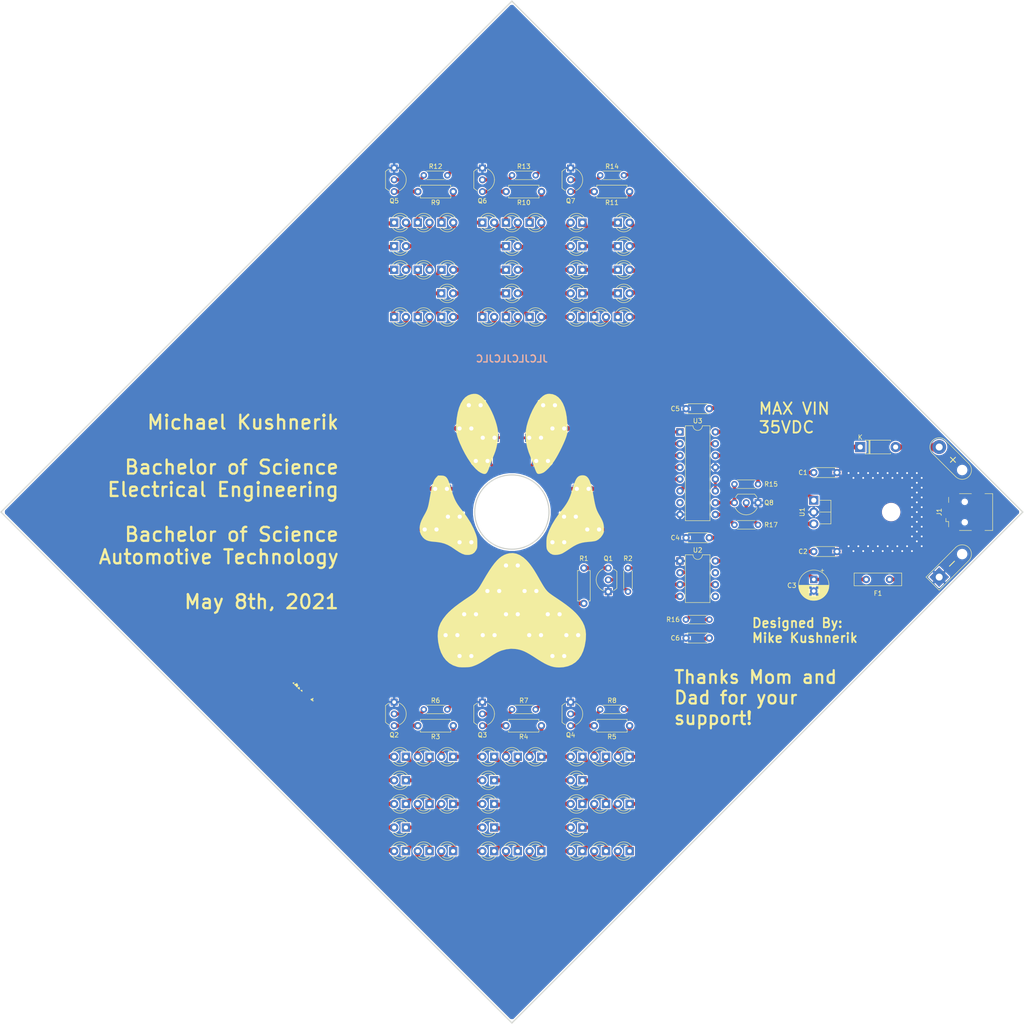
<source format=kicad_pcb>
(kicad_pcb (version 20171130) (host pcbnew "(5.1.8)-1")
  (layers (0 F.Cu signal) (31 B.Cu signal) (34 B.Paste user) (35 F.Paste user) (36 B.SilkS user) (37 F.SilkS user) (38 B.Mask user) (39 F.Mask user) (44 Edge.Cuts user))
  (net 0 "")
  (net 1 GND)
  (net 2 "Net-(C1-Pad1)")
  (net 3 +5V)
  (net 4 "Net-(D1-Pad1)")
  (net 5 "Net-(U2-Pad7)")
  (net 6 "Net-(U2-Pad5)")
  (net 7 "Net-(U3-Pad7)")
  (net 8 "Net-(Q1-Pad3)")
  (net 9 "Net-(Q1-Pad2)")
  (net 10 "Net-(Q2-Pad3)")
  (net 11 "Net-(Q2-Pad2)")
  (net 12 "Net-(Q3-Pad3)")
  (net 13 "Net-(Q3-Pad2)")
  (net 14 "Net-(Q4-Pad3)")
  (net 15 "Net-(Q4-Pad2)")
  (net 16 "Net-(Q5-Pad3)")
  (net 17 "Net-(Q5-Pad2)")
  (net 18 "Net-(Q6-Pad3)")
  (net 19 "Net-(Q6-Pad2)")
  (net 20 "Net-(Q7-Pad3)")
  (net 21 "Net-(Q7-Pad2)")
  (net 22 "Net-(Q8-Pad3)")
  (net 23 "Net-(Q8-Pad2)")
  (net 24 "Net-(R2-Pad2)")
  (net 25 "Net-(R6-Pad2)")
  (net 26 "Net-(R7-Pad2)")
  (net 27 "Net-(R8-Pad2)")
  (net 28 "Net-(R12-Pad2)")
  (net 29 "Net-(R13-Pad2)")
  (net 30 "Net-(R14-Pad2)")
  (net 31 "Net-(R16-Pad1)")
  (net 32 "Net-(R17-Pad1)")
  (net 33 "Net-(D29-Pad1)")
  (net 34 "Net-(D40-Pad1)")
  (net 35 "Net-(D49-Pad1)")
  (net 36 "Net-(D60-Pad1)")
  (net 37 "Net-(D71-Pad1)")
  (net 38 "Net-(D80-Pad1)")
  (net 39 "Net-(D91-Pad2)")
  (net 40 "Net-(C6-Pad1)")
  (net 41 "Net-(F1-Pad2)")
  (net 42 "Net-(J1-Pad4)")
  (net 43 "Net-(J1-Pad3)")
  (net 44 "Net-(J1-Pad2)")
  (net 45 "Net-(J1-Pad6)")
  (module Connector_USB:USB_Mini-B_Wuerth_65100516121_Horizontal (layer F.Cu) (at 297.5 150 90)
    (fp_text reference J1 (at 0 -5.5 90) (layer F.SilkS))
    (fp_text value USB)
    (pad "" np_thru_hole circle (at 2.2 0 90) (size 0.9 0.9) (drill 0.9) (layers *.Cu *.Mask))
    (pad "" np_thru_hole circle (at -2.2 0 90) (size 0.9 0.9) (drill 0.9) (layers *.Cu *.Mask))
    (pad 5 smd rect (at 1.6 -2.6 90) (size 0.5 2.5) (layers F.Cu F.Paste F.Mask) (net 1 GND))
    (pad 4 smd rect (at 0.8 -2.6 90) (size 0.5 2.5) (layers F.Cu F.Paste F.Mask) (net 42 "Net-(J1-Pad4)"))
    (pad 3 smd rect (at 0 -2.6 90) (size 0.5 2.5) (layers F.Cu F.Paste F.Mask) (net 43 "Net-(J1-Pad3)"))
    (pad 2 smd rect (at -0.8 -2.6 90) (size 0.5 2.5) (layers F.Cu F.Paste F.Mask) (net 44 "Net-(J1-Pad2)"))
    (pad 1 smd rect (at -1.6 -2.6 90) (size 0.5 2.5) (layers F.Cu F.Paste F.Mask) (net 41 "Net-(F1-Pad2)"))
    (pad 6 smd rect (at 4.4 -2.6 90) (size 2 2.5) (layers F.Cu F.Paste F.Mask) (net 45 "Net-(J1-Pad6)"))
    (pad 6 smd rect (at -4.4 -2.6 90) (size 2 2.5) (layers F.Cu F.Paste F.Mask) (net 45 "Net-(J1-Pad6)"))
    (pad 6 smd rect (at 4.4 2.9 90) (size 2 2.5) (layers F.Cu F.Paste F.Mask) (net 45 "Net-(J1-Pad6)"))
    (pad 6 smd rect (at -4.4 2.9 90) (size 2 2.5) (layers F.Cu F.Paste F.Mask) (net 45 "Net-(J1-Pad6)"))
  )
  (module Capacitor_THT:C_Disc_D10.0mm_W2.5mm_P5.00mm (layer F.Cu) (at 276.31 164.5)
    (fp_text reference F1 (at 2.5 3) (layer F.SilkS))
    (fp_text value 1.5A)
    (pad 2 thru_hole circle (at 5 0) (size 1.6 1.6) (drill 0.8) (layers *.Cu *.Mask) (net 41 "Net-(F1-Pad2)"))
    (pad 1 thru_hole circle (at 0 0) (size 1.6 1.6) (drill 0.8) (layers *.Cu *.Mask) (net 3 +5V))
  )
  (module Graduation_Cap:siu_logo (layer F.Cu) (at 151.638 114.5)
    (fp_text reference G*** hide)
    (fp_text value LOGO hide)
    (fp_poly (pts (xy 5.4864 -6.98326) (xy 5.076163 -6.936847) (xy 4.906102 -6.91992) (xy 4.765662 -6.903136) (xy 4.651934 -6.87441) (xy 4.562011 -6.821661) (xy 4.492984 -6.732805) (xy 4.441945 -6.595759) (xy 4.405985 -6.39844) (xy 4.382195 -6.128764) (xy 4.367669 -5.77465) (xy 4.359496 -5.324013) (xy 4.354769 -4.764771) (xy 4.350579 -4.084841) (xy 4.349439 -3.917636) (xy 4.346064 -3.144903) (xy 4.34736 -2.458984) (xy 4.353175 -1.869018) (xy 4.363356 -1.384144) (xy 4.377751 -1.0135) (xy 4.396207 -0.766225) (xy 4.402897 -0.714958) (xy 4.529224 -0.164981) (xy 4.725298 0.276638) (xy 4.999256 0.622185) (xy 5.359234 0.883948) (xy 5.512257 0.960403) (xy 5.67028 1.025323) (xy 5.826149 1.069576) (xy 6.010852 1.097013) (xy 6.255378 1.111484) (xy 6.590718 1.116842) (xy 6.774758 1.117305) (xy 7.145567 1.116271) (xy 7.413234 1.109349) (xy 7.610078 1.091226) (xy 7.768422 1.05659) (xy 7.920587 1.000129) (xy 8.098896 0.916529) (xy 8.150476 0.891195) (xy 8.503276 0.682023) (xy 8.770416 0.431868) (xy 8.976183 0.110511) (xy 9.144864 -0.312265) (xy 9.162892 -0.368466) (xy 9.19941 -0.488866) (xy 9.229488 -0.605462) (xy 9.253751 -0.732267) (xy 9.272822 -0.883293) (xy 9.287324 -1.072554) (xy 9.297881 -1.314064) (xy 9.305118 -1.621835) (xy 9.309658 -2.009881) (xy 9.312125 -2.492215) (xy 9.313142 -3.08285) (xy 9.313334 -3.748196) (xy 9.313334 -6.649725) (xy 9.16477 -6.77008) (xy 9.012547 -6.845521) (xy 8.780031 -6.909048) (xy 8.60597 -6.936847) (xy 8.195734 -6.98326) (xy 8.195734 -7.552266) (xy 11.3792 -7.552266) (xy 11.3792 -6.98326) (xy 10.968963 -6.936847) (xy 10.806648 -6.921209) (xy 10.671238 -6.90662) (xy 10.560155 -6.881623) (xy 10.47082 -6.834758) (xy 10.400655 -6.754565) (xy 10.347082 -6.629587) (xy 10.307523 -6.448364) (xy 10.279399 -6.199437) (xy 10.260132 -5.871346) (xy 10.247145 -5.452634) (xy 10.237858 -4.931841) (xy 10.229693 -4.297508) (xy 10.221078 -3.612878) (xy 10.210307 -2.859852) (xy 10.199478 -2.229905) (xy 10.188051 -1.710647) (xy 10.175486 -1.289691) (xy 10.161242 -0.954649) (xy 10.144778 -0.693133) (xy 10.125554 -0.492755) (xy 10.10303 -0.341127) (xy 10.076665 -0.225861) (xy 10.07269 -0.212102) (xy 9.824725 0.423342) (xy 9.486558 0.958349) (xy 9.056017 1.394921) (xy 8.530929 1.73506) (xy 7.90912 1.980767) (xy 7.606629 2.058965) (xy 7.291445 2.107954) (xy 6.883163 2.141167) (xy 6.423289 2.158106) (xy 5.953328 2.158271) (xy 5.514786 2.141161) (xy 5.149168 2.106278) (xy 5.046134 2.089782) (xy 4.34604 1.91137) (xy 3.73688 1.654047) (xy 3.22591 1.323032) (xy 2.820387 0.923541) (xy 2.527567 0.460791) (xy 2.425097 0.205538) (xy 2.40318 0.077418) (xy 2.383149 -0.170544) (xy 2.364917 -0.540914) (xy 2.348402 -1.036263) (xy 2.333518 -1.659159) (xy 2.320181 -2.41217) (xy 2.308307 -3.297864) (xy 2.307409 -3.375266) (xy 2.304981 -3.604828) (xy 3.457798 -3.604828) (xy 3.459704 -3.04325) (xy 3.464256 -2.498072) (xy 3.471435 -1.988276) (xy 3.48122 -1.53284) (xy 3.493592 -1.150745) (xy 3.508532 -0.86097) (xy 3.526019 -0.682496) (xy 3.526136 -0.681775) (xy 3.662829 -0.124131) (xy 3.876354 0.325647) (xy 4.170582 0.673835) (xy 4.504267 0.90379) (xy 4.687767 0.99111) (xy 4.761397 1.003697) (xy 4.723427 0.942498) (xy 4.614503 0.84354) (xy 4.422671 0.621765) (xy 4.241798 0.303639) (xy 4.091074 -0.071975) (xy 4.004028 -0.3928) (xy 3.982819 -0.568448) (xy 3.964972 -0.875098) (xy 3.950588 -1.308326) (xy 3.939768 -1.863708) (xy 3.932614 -2.536819) (xy 3.929227 -3.323234) (xy 3.928951 -3.677867) (xy 3.929741 -4.408502) (xy 3.93213 -5.01542) (xy 3.936485 -5.510366) (xy 3.943176 -5.905086) (xy 3.95257 -6.211323) (xy 3.965035 -6.440822) (xy 3.98094 -6.605329) (xy 4.000654 -6.716587) (xy 4.024543 -6.786341) (xy 4.026534 -6.790266) (xy 4.085126 -6.920655) (xy 4.071583 -6.970802) (xy 4.029894 -6.976533) (xy 3.874257 -6.91811) (xy 3.713219 -6.7684) (xy 3.580722 -6.565745) (xy 3.520203 -6.4008) (xy 3.503035 -6.25585) (xy 3.48865 -5.994441) (xy 3.47703 -5.635555) (xy 3.468155 -5.198171) (xy 3.462004 -4.701269) (xy 3.458558 -4.163828) (xy 3.457798 -3.604828) (xy 2.304981 -3.604828) (xy 2.29917 -4.154143) (xy 2.292365 -4.808576) (xy 2.284784 -5.349536) (xy 2.274216 -5.787997) (xy 2.258452 -6.134932) (xy 2.23528 -6.401312) (xy 2.20249 -6.598111) (xy 2.157873 -6.736302) (xy 2.099216 -6.826858) (xy 2.024311 -6.88075) (xy 1.930945 -6.908953) (xy 1.81691 -6.922437) (xy 1.679994 -6.932178) (xy 1.589209 -6.940437) (xy 1.151467 -6.987315) (xy 1.151467 -7.552266) (xy 5.4864 -7.552266) (xy 5.4864 -6.98326)) (layer F.Cu) (width 0.01))
    (fp_poly (pts (xy -1.355749 4.445059) (xy -1.137326 4.548202) (xy -0.915607 4.781197) (xy -0.788815 5.07445) (xy -0.756084 5.395005) (xy -0.81655 5.709907) (xy -0.969348 5.986199) (xy -1.179912 6.171477) (xy -1.45945 6.2739) (xy -1.783732 6.292649) (xy -2.090963 6.227725) (xy -2.206754 6.171477) (xy -2.440224 5.956548) (xy -2.582123 5.673958) (xy -2.625359 5.396619) (xy -2.340337 5.396619) (xy -2.301203 5.593242) (xy -2.18493 5.795296) (xy -2.001186 5.969731) (xy -1.796563 6.078047) (xy -1.693333 6.095494) (xy -1.570367 6.061944) (xy -1.402532 5.979754) (xy -1.378583 5.965522) (xy -1.17333 5.769125) (xy -1.065509 5.512788) (xy -1.056389 5.231987) (xy -1.147239 4.962196) (xy -1.334838 4.742393) (xy -1.569524 4.627669) (xy -1.805911 4.62758) (xy -2.022591 4.723278) (xy -2.19816 4.895915) (xy -2.311211 5.126644) (xy -2.340337 5.396619) (xy -2.625359 5.396619) (xy -2.631588 5.356665) (xy -2.587754 5.037624) (xy -2.449755 4.749791) (xy -2.24934 4.548202) (xy -1.9846 4.432292) (xy -1.66797 4.397911) (xy -1.355749 4.445059)) (layer F.Cu) (width 0.01))
    (fp_poly (pts (xy 6.288651 4.410641) (xy 6.327 4.449531) (xy 6.350256 4.541784) (xy 6.362159 4.709851) (xy 6.366452 4.976178) (xy 6.366934 5.215467) (xy 6.366934 6.028267) (xy 6.773334 6.028267) (xy 7.000316 6.03321) (xy 7.122966 6.054923) (xy 7.172262 6.103733) (xy 7.179734 6.163734) (xy 7.167484 6.23362) (xy 7.111827 6.274313) (xy 6.9844 6.293548) (xy 6.75684 6.29906) (xy 6.683022 6.2992) (xy 6.435253 6.29344) (xy 6.243289 6.278251) (xy 6.144785 6.256772) (xy 6.141156 6.254045) (xy 6.124468 6.173075) (xy 6.110565 5.983162) (xy 6.100709 5.710819) (xy 6.096162 5.382561) (xy 6.096 5.305778) (xy 6.097098 4.940985) (xy 6.102522 4.690331) (xy 6.115473 4.532495) (xy 6.139147 4.446154) (xy 6.176743 4.409985) (xy 6.23146 4.402667) (xy 6.231467 4.402667) (xy 6.288651 4.410641)) (layer F.Cu) (width 0.01))
    (fp_poly (pts (xy -3.538876 4.43201) (xy -3.317178 4.523039) (xy -3.203268 4.680248) (xy -3.183466 4.81736) (xy -3.207945 5.014938) (xy -3.256598 5.157821) (xy -3.291001 5.296263) (xy -3.222732 5.412701) (xy -3.150024 5.566016) (xy -3.118027 5.778231) (xy -3.132587 5.979795) (xy -3.16757 6.068927) (xy -3.33688 6.204637) (xy -3.618382 6.281879) (xy -3.890214 6.2992) (xy -4.2672 6.2992) (xy -4.2672 6.036023) (xy -4.072168 6.036023) (xy -3.746351 6.015211) (xy -3.549815 5.996603) (xy -3.450711 5.956462) (xy -3.411072 5.868899) (xy -3.399644 5.778767) (xy -3.4328 5.579232) (xy -3.569946 5.458925) (xy -3.79901 5.427216) (xy -3.847216 5.431424) (xy -3.963883 5.460348) (xy -4.022166 5.538085) (xy -4.048106 5.704585) (xy -4.051151 5.744278) (xy -4.072168 6.036023) (xy -4.2672 6.036023) (xy -4.2672 5.007261) (xy -4.056154 5.007261) (xy -4.03731 5.119588) (xy -3.943039 5.198167) (xy -3.777672 5.2082) (xy -3.588501 5.14699) (xy -3.585414 5.14535) (xy -3.481293 5.023505) (xy -3.460574 4.854247) (xy -3.527741 4.700269) (xy -3.551904 4.677) (xy -3.688693 4.623941) (xy -3.839771 4.617906) (xy -3.985516 4.663964) (xy -4.045439 4.785725) (xy -4.052118 4.831722) (xy -4.056154 5.007261) (xy -4.2672 5.007261) (xy -4.2672 4.402667) (xy -3.875871 4.402667) (xy -3.538876 4.43201)) (layer F.Cu) (width 0.01))
    (fp_poly (pts (xy -5.464666 4.410113) (xy -5.299472 4.440543) (xy -5.180303 4.506094) (xy -5.110788 4.568921) (xy -4.97054 4.78299) (xy -4.964703 5.006677) (xy -5.09303 5.234811) (xy -5.145187 5.291075) (xy -5.345842 5.491729) (xy -5.111321 5.858344) (xy -4.972192 6.079537) (xy -4.901553 6.210784) (xy -4.893742 6.275512) (xy -4.943099 6.297148) (xy -5.00481 6.2992) (xy -5.121816 6.23783) (xy -5.27898 6.060313) (xy -5.394277 5.893393) (xy -5.578716 5.633825) (xy -5.717896 5.500881) (xy -5.814693 5.494556) (xy -5.871982 5.614847) (xy -5.892638 5.861751) (xy -5.8928 5.8928) (xy -5.902774 6.138494) (xy -5.935318 6.267714) (xy -5.983111 6.2992) (xy -6.098307 6.269113) (xy -6.118578 6.254045) (xy -6.135265 6.173075) (xy -6.149169 5.983162) (xy -6.159025 5.710819) (xy -6.163571 5.382561) (xy -6.163733 5.305778) (xy -6.163733 5.05135) (xy -5.885374 5.05135) (xy -5.866829 5.18534) (xy -5.865831 5.188048) (xy -5.77319 5.266769) (xy -5.616599 5.27548) (xy -5.44565 5.218065) (xy -5.350933 5.147734) (xy -5.25061 5.015498) (xy -5.215467 4.915505) (xy -5.275648 4.759461) (xy -5.428709 4.650863) (xy -5.633423 4.618006) (xy -5.647296 4.619142) (xy -5.795262 4.65162) (xy -5.860441 4.739966) (xy -5.880639 4.866315) (xy -5.885374 5.05135) (xy -6.163733 5.05135) (xy -6.163733 4.402667) (xy -5.720388 4.402667) (xy -5.464666 4.410113)) (layer F.Cu) (width 0.01))
    (fp_poly (pts (xy 0.6096 -6.986281) (xy 0.220134 -6.943594) (xy -0.09757 -6.898852) (xy -0.305315 -6.839132) (xy -0.428602 -6.750859) (xy -0.492932 -6.620458) (xy -0.507354 -6.556317) (xy -0.514609 -6.447828) (xy -0.520733 -6.217072) (xy -0.525657 -5.877244) (xy -0.529313 -5.441539) (xy -0.531631 -4.923153) (xy -0.532543 -4.335281) (xy -0.531982 -3.691118) (xy -0.529877 -3.003859) (xy -0.527941 -2.594149) (xy -0.522392 -1.716523) (xy -0.515702 -0.96771) (xy -0.507699 -0.341059) (xy -0.498212 0.170081) (xy -0.487067 0.572358) (xy -0.474094 0.872425) (xy -0.459121 1.07693) (xy -0.441974 1.192526) (xy -0.429224 1.223507) (xy -0.318532 1.276034) (xy -0.127954 1.319234) (xy -0.022824 1.332436) (xy 0.271847 1.362249) (xy 0.456965 1.39544) (xy 0.557981 1.446585) (xy 0.600346 1.530259) (xy 0.609512 1.661037) (xy 0.6096 1.694624) (xy 0.6096 1.964267) (xy -3.725333 1.964267) (xy -3.725333 1.694624) (xy -3.719798 1.55251) (xy -3.686227 1.460458) (xy -3.599168 1.403893) (xy -3.433171 1.368237) (xy -3.162785 1.338918) (xy -3.092909 1.332436) (xy -2.883507 1.299167) (xy -2.726965 1.249327) (xy -2.686509 1.223507) (xy -2.667816 1.163605) (xy -2.65141 1.019235) (xy -2.637119 0.783748) (xy -2.624772 0.450493) (xy -2.614197 0.012819) (xy -2.605221 -0.535924) (xy -2.597673 -1.202387) (xy -2.591381 -1.993219) (xy -2.587792 -2.594149) (xy -2.586098 -2.99004) (xy -1.422096 -2.99004) (xy -1.42053 -2.361965) (xy -1.416735 -1.743944) (xy -1.410744 -1.151987) (xy -1.402594 -0.602105) (xy -1.392319 -0.110312) (xy -1.379954 0.307381) (xy -1.365535 0.634964) (xy -1.349096 0.856423) (xy -1.33391 0.948267) (xy -1.190572 1.18182) (xy -1.016 1.303762) (xy -0.862543 1.37897) (xy -0.773498 1.419838) (xy -0.766017 1.422295) (xy -0.784271 1.370237) (xy -0.846165 1.244016) (xy -0.850266 1.236133) (xy -0.87146 1.176911) (xy -0.889453 1.08017) (xy -0.904492 0.935741) (xy -0.916821 0.733455) (xy -0.926685 0.463144) (xy -0.934329 0.114639) (xy -0.939998 -0.322229) (xy -0.943938 -0.857628) (xy -0.946393 -1.501727) (xy -0.947609 -2.264695) (xy -0.947849 -2.812795) (xy -0.947589 -3.644484) (xy -0.946432 -4.351175) (xy -0.944104 -4.94334) (xy -0.94033 -5.431445) (xy -0.934838 -5.825961) (xy -0.927354 -6.137356) (xy -0.917602 -6.376099) (xy -0.905309 -6.552659) (xy -0.890202 -6.677504) (xy -0.872006 -6.761104) (xy -0.850447 -6.813928) (xy -0.842826 -6.825995) (xy -0.780311 -6.940348) (xy -0.815585 -6.967985) (xy -0.951328 -6.90913) (xy -1.062643 -6.844337) (xy -1.267471 -6.645381) (xy -1.350132 -6.455123) (xy -1.367669 -6.32305) (xy -1.382696 -6.072935) (xy -1.395247 -5.720791) (xy -1.405357 -5.282629) (xy -1.413062 -4.774461) (xy -1.418397 -4.212299) (xy -1.421396 -3.612155) (xy -1.422096 -2.99004) (xy -2.586098 -2.99004) (xy -2.584769 -3.300219) (xy -2.583328 -3.970784) (xy -2.583401 -4.592647) (xy -2.584919 -5.152614) (xy -2.587814 -5.63749) (xy -2.592017 -6.034079) (xy -2.597459 -6.329186) (xy -2.604072 -6.509616) (xy -2.608379 -6.556317) (xy -2.656844 -6.706504) (xy -2.754474 -6.80935) (xy -2.926767 -6.878429) (xy -3.199227 -6.927318) (xy -3.335866 -6.943594) (xy -3.725333 -6.986281) (xy -3.725333 -7.552266) (xy 0.6096 -7.552266) (xy 0.6096 -6.986281)) (layer F.Cu) (width 0.01))
    (fp_poly (pts (xy 8.541494 4.407452) (xy 8.708348 4.424815) (xy 8.788084 4.459266) (xy 8.805334 4.504267) (xy 8.774123 4.563261) (xy 8.663482 4.594935) (xy 8.4479 4.605666) (xy 8.398934 4.605867) (xy 7.992534 4.605867) (xy 7.992534 5.215467) (xy 8.3312 5.215467) (xy 8.544175 5.226344) (xy 8.648195 5.264001) (xy 8.669867 5.317067) (xy 8.633611 5.380959) (xy 8.508085 5.412165) (xy 8.3312 5.418667) (xy 7.992534 5.418667) (xy 7.992534 6.028267) (xy 8.398934 6.028267) (xy 8.625916 6.03321) (xy 8.748566 6.054923) (xy 8.797862 6.103733) (xy 8.805334 6.163734) (xy 8.794021 6.231229) (xy 8.741916 6.27168) (xy 8.62177 6.291901) (xy 8.406334 6.298702) (xy 8.263467 6.2992) (xy 7.7216 6.2992) (xy 7.7216 4.402667) (xy 8.263467 4.402667) (xy 8.541494 4.407452)) (layer F.Cu) (width 0.01))
    (fp_poly (pts (xy 4.912677 4.418364) (xy 5.020868 4.619762) (xy 5.150707 4.942192) (xy 5.231688 5.161077) (xy 5.381189 5.570421) (xy 5.488758 5.869142) (xy 5.558146 6.074153) (xy 5.5931 6.202362) (xy 5.59737 6.270681) (xy 5.574705 6.296021) (xy 5.528854 6.295291) (xy 5.481485 6.287806) (xy 5.342636 6.20938) (xy 5.249281 6.028267) (xy 5.195577 5.891741) (xy 5.124792 5.818648) (xy 4.996066 5.785713) (xy 4.798015 5.771234) (xy 4.425927 5.751267) (xy 4.343845 6.025234) (xy 4.265015 6.216007) (xy 4.169182 6.294196) (xy 4.129015 6.2992) (xy 4.020395 6.272902) (xy 3.996267 6.237593) (xy 4.018397 6.154812) (xy 4.079175 5.969643) (xy 4.170185 5.706725) (xy 4.28301 5.390696) (xy 4.285314 5.384353) (xy 4.564772 5.384353) (xy 4.586393 5.457959) (xy 4.676239 5.483491) (xy 4.801498 5.4864) (xy 5.073991 5.4864) (xy 4.977079 5.211723) (xy 4.890288 4.981545) (xy 4.827751 4.870201) (xy 4.775741 4.866495) (xy 4.720533 4.959227) (xy 4.706727 4.991143) (xy 4.606506 5.237228) (xy 4.564772 5.384353) (xy 4.285314 5.384353) (xy 4.325988 5.272393) (xy 4.484704 4.849115) (xy 4.612147 4.553374) (xy 4.7189 4.383869) (xy 4.815549 4.3393) (xy 4.912677 4.418364)) (layer F.Cu) (width 0.01))
    (fp_poly (pts (xy 0.051057 4.419892) (xy 0.141249 4.483278) (xy 0.2536 4.610396) (xy 0.403608 4.818814) (xy 0.606769 5.1261) (xy 0.609814 5.1308) (xy 1.081378 5.858934) (xy 1.082556 5.1308) (xy 1.084711 4.809085) (xy 1.092893 4.599151) (xy 1.111544 4.477319) (xy 1.145108 4.419914) (xy 1.198028 4.403258) (xy 1.2192 4.402667) (xy 1.272806 4.409701) (xy 1.310035 4.444684) (xy 1.33386 4.528432) (xy 1.347254 4.681764) (xy 1.353194 4.925498) (xy 1.354651 5.280452) (xy 1.354667 5.350934) (xy 1.353991 5.725667) (xy 1.349724 5.985822) (xy 1.338508 6.152289) (xy 1.316983 6.245956) (xy 1.281792 6.287712) (xy 1.229574 6.298445) (xy 1.202267 6.298728) (xy 1.121397 6.273883) (xy 1.022587 6.189377) (xy 0.892638 6.029542) (xy 0.718354 5.778708) (xy 0.560424 5.536728) (xy 0.070982 4.7752) (xy 0.069358 5.5372) (xy 0.067147 5.867619) (xy 0.059416 6.085739) (xy 0.042 6.21472) (xy 0.010731 6.277725) (xy -0.038557 6.297913) (xy -0.067733 6.2992) (xy -0.121339 6.292166) (xy -0.158568 6.257183) (xy -0.182393 6.173435) (xy -0.195787 6.020103) (xy -0.201727 5.776369) (xy -0.203184 5.421415) (xy -0.2032 5.350934) (xy -0.2032 4.402667) (xy -0.032475 4.402667) (xy 0.051057 4.419892)) (layer F.Cu) (width 0.01))
    (fp_poly (pts (xy 2.942689 4.450658) (xy 3.272276 4.590322) (xy 3.505166 4.81519) (xy 3.633638 5.118797) (xy 3.657495 5.35199) (xy 3.599439 5.698706) (xy 3.431144 5.973931) (xy 3.161919 6.169884) (xy 2.801077 6.278783) (xy 2.524124 6.2992) (xy 2.099733 6.2992) (xy 2.099733 6.028267) (xy 2.370667 6.028267) (xy 2.678546 6.028267) (xy 2.918192 6.004642) (xy 3.088375 5.919927) (xy 3.149924 5.864767) (xy 3.326396 5.610131) (xy 3.382326 5.342212) (xy 3.327384 5.0851) (xy 3.171238 4.862883) (xy 2.923556 4.699651) (xy 2.652669 4.625855) (xy 2.370667 4.58803) (xy 2.370667 6.028267) (xy 2.099733 6.028267) (xy 2.099733 4.402667) (xy 2.524124 4.402667) (xy 2.942689 4.450658)) (layer F.Cu) (width 0.01))
    (fp_poly (pts (xy -8.854396 4.435804) (xy -8.735217 4.507137) (xy -8.686596 4.627554) (xy -8.740556 4.703422) (xy -8.865173 4.706295) (xy -8.929075 4.679875) (xy -9.189792 4.609661) (xy -9.451547 4.673023) (xy -9.610633 4.779283) (xy -9.790277 5.002328) (xy -9.862973 5.25486) (xy -9.841747 5.511407) (xy -9.739623 5.746494) (xy -9.569628 5.934647) (xy -9.344786 6.050391) (xy -9.078122 6.068253) (xy -8.964547 6.042865) (xy -8.806551 6.008296) (xy -8.728451 6.038672) (xy -8.706445 6.07949) (xy -8.687214 6.169012) (xy -8.72991 6.224647) (xy -8.858205 6.257742) (xy -9.095768 6.27964) (xy -9.128492 6.281783) (xy -9.402782 6.28337) (xy -9.601273 6.239231) (xy -9.725154 6.175465) (xy -9.960221 5.954433) (xy -10.102169 5.667238) (xy -10.150134 5.346914) (xy -10.10325 5.026496) (xy -9.960653 4.739017) (xy -9.76774 4.548202) (xy -9.570831 4.457026) (xy -9.322403 4.406686) (xy -9.068307 4.399004) (xy -8.854396 4.435804)) (layer F.Cu) (width 0.01))
    (fp_poly (pts (xy -7.369782 4.383921) (xy -7.297524 4.482441) (xy -7.209676 4.660889) (xy -7.097729 4.936312) (xy -6.969443 5.280912) (xy -6.850922 5.61047) (xy -6.751131 5.894666) (xy -6.678398 6.109259) (xy -6.64105 6.230012) (xy -6.637866 6.246112) (xy -6.694602 6.28957) (xy -6.770614 6.2992) (xy -6.877131 6.253908) (xy -6.959983 6.102985) (xy -6.984536 6.028267) (xy -7.065709 5.757334) (xy -7.835624 5.757334) (xy -7.916797 6.028267) (xy -7.995825 6.217969) (xy -8.092785 6.294778) (xy -8.130719 6.2992) (xy -8.239439 6.281118) (xy -8.263466 6.256948) (xy -8.241789 6.184514) (xy -8.18341 6.012814) (xy -8.09831 5.769753) (xy -7.997597 5.4864) (xy -7.709145 5.4864) (xy -7.192188 5.4864) (xy -7.300489 5.147734) (xy -7.368474 4.957818) (xy -7.426387 4.834933) (xy -7.450666 4.809067) (xy -7.492907 4.867724) (xy -7.556245 5.01827) (xy -7.600844 5.147734) (xy -7.709145 5.4864) (xy -7.997597 5.4864) (xy -7.996471 5.483233) (xy -7.887873 5.181158) (xy -7.782496 4.891432) (xy -7.690322 4.641959) (xy -7.621332 4.460641) (xy -7.617101 4.449886) (xy -7.516759 4.354805) (xy -7.434955 4.348286) (xy -7.369782 4.383921)) (layer F.Cu) (width 0.01))
    (fp_poly (pts (xy -6.655645 -7.682836) (xy -5.890333 -7.542183) (xy -5.65118 -7.484961) (xy -5.206516 -7.368863) (xy -4.881858 -7.271705) (xy -4.664005 -7.187796) (xy -4.539754 -7.111445) (xy -4.495904 -7.036964) (xy -4.502973 -6.990074) (xy -4.537662 -6.846448) (xy -4.57537 -6.605602) (xy -4.611931 -6.305591) (xy -4.64318 -5.984468) (xy -4.664954 -5.680291) (xy -4.673086 -5.4356) (xy -4.6736 -5.08) (xy -5.53572 -5.08) (xy -5.578793 -5.394253) (xy -5.606284 -5.65614) (xy -5.621058 -5.916299) (xy -5.621867 -5.973221) (xy -5.655885 -6.203619) (xy -5.778582 -6.384655) (xy -5.808133 -6.413573) (xy -6.141292 -6.650159) (xy -6.563959 -6.833452) (xy -7.037043 -6.952744) (xy -7.521454 -6.997327) (xy -7.862074 -6.976224) (xy -8.347776 -6.853072) (xy -8.748326 -6.636314) (xy -9.054219 -6.335926) (xy -9.255952 -5.961883) (xy -9.34402 -5.52416) (xy -9.3472 -5.417478) (xy -9.305323 -5.054091) (xy -9.166893 -4.757424) (xy -8.96378 -4.528932) (xy -8.834048 -4.41807) (xy -8.693087 -4.323287) (xy -8.520346 -4.236542) (xy -8.295278 -4.149791) (xy -7.99733 -4.054991) (xy -7.605955 -3.944099) (xy -7.173841 -3.828373) (xy -6.758762 -3.713707) (xy -6.357765 -3.593723) (xy -6.002362 -3.478516) (xy -5.724064 -3.378184) (xy -5.588 -3.320279) (xy -5.089849 -3.01164) (xy -4.699544 -2.624378) (xy -4.420453 -2.166095) (xy -4.255943 -1.644396) (xy -4.209381 -1.066886) (xy -4.284135 -0.441169) (xy -4.293655 -0.397296) (xy -4.49271 0.211185) (xy -4.801164 0.740331) (xy -5.219862 1.191176) (xy -5.749645 1.564757) (xy -5.9944 1.693536) (xy -6.324577 1.834445) (xy -6.692598 1.963183) (xy -7.024793 2.054279) (xy -7.058344 2.061389) (xy -7.557837 2.130977) (xy -8.13474 2.15985) (xy -8.737432 2.148555) (xy -9.314295 2.097641) (xy -9.701045 2.033341) (xy -10.103605 1.939864) (xy -10.490872 1.83447) (xy -10.833569 1.726406) (xy -11.102421 1.624922) (xy -11.268151 1.539266) (xy -11.270565 1.53752) (xy -11.319863 1.488284) (xy -11.347955 1.411525) (xy -11.356217 1.281264) (xy -11.34782 1.108447) (xy -10.826471 1.108447) (xy -10.785472 1.20085) (xy -10.658025 1.277304) (xy -10.590036 1.308077) (xy -10.418737 1.372771) (xy -10.175462 1.451176) (xy -9.899019 1.532416) (xy -9.628218 1.605617) (xy -9.401868 1.659903) (xy -9.25878 1.684399) (xy -9.2456 1.68482) (xy -9.259893 1.660517) (xy -9.371473 1.5997) (xy -9.467543 1.555091) (xy -9.769874 1.399782) (xy -10.062022 1.213559) (xy -10.306434 1.022989) (xy -10.465556 0.85464) (xy -10.472864 0.843865) (xy -10.55146 0.682186) (xy -10.631641 0.453519) (xy -10.667535 0.322901) (xy -10.75462 -0.033866) (xy -10.762855 0.338667) (xy -10.775261 0.602562) (xy -10.797505 0.853195) (xy -10.810915 0.951891) (xy -10.826471 1.108447) (xy -11.34782 1.108447) (xy -11.346025 1.071519) (xy -11.318755 0.75631) (xy -11.314387 0.710015) (xy -11.284284 0.351903) (xy -11.26057 -0.007558) (xy -11.2464 -0.316237) (xy -11.24379 -0.4572) (xy -11.243733 -0.880533) (xy -10.379309 -0.880533) (xy -10.283275 0.400385) (xy -9.979707 0.680204) (xy -9.533017 1.008348) (xy -9.028667 1.236098) (xy -8.490718 1.361761) (xy -7.943234 1.383643) (xy -7.410278 1.300049) (xy -6.915914 1.109286) (xy -6.613668 0.917182) (xy -6.361682 0.651883) (xy -6.16384 0.301548) (xy -6.042105 -0.08727) (xy -6.013963 -0.353935) (xy -6.053579 -0.729155) (xy -6.191683 -1.040167) (xy -6.445833 -1.325473) (xy -6.464612 -1.342137) (xy -6.538405 -1.403505) (xy -6.619307 -1.459314) (xy -6.721737 -1.514791) (xy -6.860112 -1.575166) (xy -7.048849 -1.645667) (xy -7.302367 -1.73152) (xy -7.635083 -1.837956) (xy -8.061415 -1.9702) (xy -8.595781 -2.133483) (xy -8.912383 -2.229733) (xy -9.573449 -2.475191) (xy -10.111931 -2.77454) (xy -10.531073 -3.131481) (xy -10.834115 -3.549713) (xy -11.0243 -4.032939) (xy -11.104871 -4.584858) (xy -11.108267 -4.736025) (xy -11.061638 -5.266247) (xy -10.152021 -5.266247) (xy -10.149179 -5.024364) (xy -10.102641 -4.679391) (xy -9.997669 -4.379582) (xy -9.823479 -4.117105) (xy -9.569286 -3.884132) (xy -9.224307 -3.672831) (xy -8.777755 -3.475373) (xy -8.218848 -3.283926) (xy -7.536801 -3.090662) (xy -7.45731 -3.069868) (xy -6.851024 -2.900054) (xy -6.362771 -2.732981) (xy -5.975668 -2.559184) (xy -5.67283 -2.369198) (xy -5.437376 -2.153558) (xy -5.252422 -1.9028) (xy -5.194543 -1.801346) (xy -5.122843 -1.64496) (xy -5.078174 -1.476534) (xy -5.054706 -1.258524) (xy -5.04661 -0.953386) (xy -5.046303 -0.846666) (xy -5.050248 -0.520148) (xy -5.067503 -0.284082) (xy -5.106492 -0.093543) (xy -5.175639 0.096394) (xy -5.256455 0.274142) (xy -5.400192 0.545017) (xy -5.564957 0.80786) (xy -5.696552 0.982949) (xy -5.926667 1.248281) (xy -5.711526 1.097217) (xy -5.550478 0.956606) (xy -5.365073 0.755602) (xy -5.24979 0.610222) (xy -4.947072 0.091751) (xy -4.772191 -0.468021) (xy -4.721732 -1.016) (xy -4.744881 -1.474226) (xy -4.822177 -1.863318) (xy -4.96471 -2.193559) (xy -5.18357 -2.475233) (xy -5.48985 -2.718624) (xy -5.89464 -2.934017) (xy -6.409031 -3.131694) (xy -7.044114 -3.321939) (xy -7.27434 -3.38285) (xy -7.967352 -3.579711) (xy -8.534323 -3.783567) (xy -8.984677 -4.00195) (xy -9.327836 -4.242392) (xy -9.573227 -4.512427) (xy -9.730272 -4.819587) (xy -9.808395 -5.171404) (xy -9.821333 -5.418667) (xy -9.786765 -5.803779) (xy -9.671382 -6.13482) (xy -9.457666 -6.451221) (xy -9.273433 -6.651967) (xy -9.087554 -6.840699) (xy -8.991144 -6.946486) (xy -8.977756 -6.982045) (xy -9.040942 -6.960094) (xy -9.142943 -6.909339) (xy -9.407757 -6.727865) (xy -9.672447 -6.469473) (xy -9.901316 -6.176028) (xy -10.058669 -5.889396) (xy -10.0903 -5.798225) (xy -10.131677 -5.563913) (xy -10.152021 -5.266247) (xy -11.061638 -5.266247) (xy -11.050835 -5.389079) (xy -10.880648 -5.96896) (xy -10.600866 -6.472598) (xy -10.21465 -6.896923) (xy -9.95525 -7.078133) (xy -8.805333 -7.078133) (xy -8.771467 -7.044266) (xy -8.7376 -7.078133) (xy -8.771467 -7.112) (xy -8.805333 -7.078133) (xy -9.95525 -7.078133) (xy -9.72516 -7.238867) (xy -9.56074 -7.310394) (xy -6.637866 -7.310394) (xy -6.633121 -7.290979) (xy -6.522688 -7.242813) (xy -6.333066 -7.177185) (xy -6.040379 -7.056485) (xy -5.737521 -6.890827) (xy -5.588 -6.789167) (xy -5.3997 -6.637691) (xy -5.295369 -6.51749) (xy -5.247224 -6.383269) (xy -5.228303 -6.202729) (xy -5.204105 -6.00608) (xy -5.169539 -5.934817) (xy -5.131312 -5.979938) (xy -5.096131 -6.132443) (xy -5.070702 -6.383331) (xy -5.068773 -6.416826) (xy -5.046133 -6.839252) (xy -5.362297 -6.975113) (xy -5.588048 -7.0593) (xy -5.868582 -7.146169) (xy -6.160883 -7.224415) (xy -6.421932 -7.282729) (xy -6.608712 -7.309805) (xy -6.637866 -7.310394) (xy -9.56074 -7.310394) (xy -9.135558 -7.495359) (xy -8.449004 -7.663331) (xy -8.039456 -7.716112) (xy -7.360915 -7.739737) (xy -6.655645 -7.682836)) (layer F.Cu) (width 0.01))
  )
  (module Package_TO_SOT_THT:TO-220-3_Horizontal_TabDown (layer F.Cu) (at 265 147.46 270)
    (fp_text reference U1 (at 2.54 2.5 270) (layer F.SilkS))
    (fp_text value 7805)
    (pad 3 thru_hole oval (at 5.08 0 270) (size 1.905 2) (drill 1.1) (layers *.Cu *.Mask) (net 3 +5V))
    (pad 2 thru_hole oval (at 2.54 0 270) (size 1.905 2) (drill 1.1) (layers *.Cu *.Mask) (net 1 GND))
    (pad 1 thru_hole rect (at 0 0 270) (size 1.905 2) (drill 1.1) (layers *.Cu *.Mask) (net 2 "Net-(C1-Pad1)"))
    (pad "" np_thru_hole oval (at 2.54 -16.66 270) (size 3.5 3.5) (drill 3.5) (layers *.Cu *.Mask))
  )
  (module LED_THT:LED_D3.0mm (layer F.Cu) (at 211.23 151)
    (fp_text reference D14 hide)
    (fp_text value P14)
    (pad 2 thru_hole circle (at 2.54 0) (size 1.8 1.8) (drill 0.9) (layers *.Cu *.Mask) (net 3 +5V))
    (pad 1 thru_hole rect (at 0 0) (size 1.8 1.8) (drill 0.9) (layers *.Cu *.Mask) (net 4 "Net-(D1-Pad1)"))
  )
  (module Graduation_Cap:ieee_logo (layer F.Cu) (at 248 110)
    (fp_text reference G*** hide)
    (fp_text value LOGO hide)
    (fp_poly (pts (xy 0.043144 -7.377897) (xy 0.188938 -7.362528) (xy 0.330334 -7.328405) (xy 0.477268 -7.270579) (xy 0.639678 -7.184101) (xy 0.827502 -7.064024) (xy 1.050678 -6.905399) (xy 1.169167 -6.817207) (xy 1.684856 -6.415037) (xy 2.227251 -5.965581) (xy 2.786281 -5.478433) (xy 3.351877 -4.963187) (xy 3.913972 -4.429438) (xy 4.462496 -3.886781) (xy 4.98738 -3.344811) (xy 5.478556 -2.813121) (xy 5.925955 -2.301308) (xy 5.99776 -2.21598) (xy 6.171326 -2.004442) (xy 6.352894 -1.775969) (xy 6.536206 -1.539078) (xy 6.715004 -1.302283) (xy 6.88303 -1.074097) (xy 7.034025 -0.863037) (xy 7.161731 -0.677617) (xy 7.259891 -0.526351) (xy 7.322245 -0.417755) (xy 7.327781 -0.4064) (xy 7.387019 -0.2671) (xy 7.418989 -0.145797) (xy 7.431414 -0.007584) (xy 7.432679 0.067733) (xy 7.42848 0.219142) (xy 7.410024 0.333869) (xy 7.370766 0.442526) (xy 7.337921 0.510816) (xy 7.256157 0.652369) (xy 7.134241 0.836288) (xy 6.977995 1.055196) (xy 6.793237 1.301715) (xy 6.58579 1.568467) (xy 6.361474 1.848076) (xy 6.126109 2.133164) (xy 5.885515 2.416354) (xy 5.645514 2.690268) (xy 5.4356 2.921929) (xy 5.127506 3.25076) (xy 4.800096 3.590908) (xy 4.459041 3.937042) (xy 4.110014 4.283833) (xy 3.758685 4.62595) (xy 3.410725 4.958062) (xy 3.071807 5.274839) (xy 2.747601 5.570952) (xy 2.443778 5.841068) (xy 2.166011 6.079858) (xy 1.919971 6.281992) (xy 1.711328 6.442139) (xy 1.6256 6.502891) (xy 1.555635 6.553277) (xy 1.445916 6.635287) (xy 1.309949 6.738703) (xy 1.161244 6.853305) (xy 1.1176 6.887224) (xy 0.818645 7.104644) (xy 0.550611 7.266077) (xy 0.309041 7.37329) (xy 0.089475 7.428052) (xy -0.112548 7.432134) (xy -0.212193 7.414804) (xy -0.325252 7.378666) (xy -0.45028 7.326744) (xy -0.483126 7.310777) (xy -0.591443 7.246326) (xy -0.744091 7.141911) (xy -0.934783 7.002577) (xy -1.157236 6.833368) (xy -1.405165 6.639332) (xy -1.672283 6.425513) (xy -1.952308 6.196957) (xy -2.238953 5.95871) (xy -2.525935 5.715817) (xy -2.806967 5.473324) (xy -3.075765 5.236275) (xy -3.103037 5.211835) (xy -0.787362 5.211835) (xy -0.588414 5.22418) (xy -0.411721 5.232646) (xy -0.21438 5.238042) (xy -0.011576 5.240399) (xy 0.181507 5.239745) (xy 0.349686 5.236111) (xy 0.477775 5.229526) (xy 0.542059 5.221981) (xy 0.660784 5.198533) (xy 0.586752 3.589866) (xy 0.571802 3.265006) (xy 0.557765 2.95995) (xy 0.544955 2.681553) (xy 0.533687 2.436667) (xy 0.524278 2.232144) (xy 0.517043 2.074839) (xy 0.512296 1.971603) (xy 0.51036 1.929459) (xy 0.501028 1.91008) (xy 0.468986 1.896123) (xy 0.405108 1.886748) (xy 0.300265 1.881116) (xy 0.14533 1.878387) (xy -0.052043 1.877718) (xy -0.258749 1.878115) (xy -0.407562 1.880089) (xy -0.508323 1.884818) (xy -0.570872 1.89348) (xy -0.605048 1.907251) (xy -0.620692 1.92731) (xy -0.626022 1.946392) (xy -0.63161 2.001463) (xy -0.638515 2.111895) (xy -0.646119 2.265344) (xy -0.653801 2.449466) (xy -0.660056 2.624666) (xy -0.670817 2.934095) (xy -0.683023 3.25605) (xy -0.696197 3.580076) (xy -0.709861 3.895715) (xy -0.723538 4.192513) (xy -0.736753 4.460012) (xy -0.749027 4.687756) (xy -0.759885 4.865289) (xy -0.76615 4.951184) (xy -0.787362 5.211835) (xy -3.103037 5.211835) (xy -3.1496 5.170108) (xy -3.424838 4.917216) (xy -3.725367 4.631705) (xy -4.043651 4.321378) (xy -4.372153 3.994043) (xy -4.703339 3.657502) (xy -5.029671 3.319561) (xy -5.343614 2.988025) (xy -5.637633 2.670698) (xy -5.904191 2.375385) (xy -6.135753 2.109892) (xy -6.324782 1.882022) (xy -6.32672 1.8796) (xy -6.566048 1.579881) (xy -6.766599 1.327291) (xy -6.932186 1.116288) (xy -7.066618 0.941332) (xy -7.173708 0.796881) (xy -7.257266 0.677393) (xy -7.321103 0.577328) (xy -7.369031 0.491145) (xy -7.404861 0.413302) (xy -7.432403 0.338258) (xy -7.45547 0.260471) (xy -7.465025 0.224557) (xy -7.494256 0.067894) (xy -7.494457 0.041292) (xy -4.735908 0.041292) (xy -4.718329 0.146156) (xy -4.675474 0.250128) (xy -4.581751 0.393478) (xy -4.43972 0.547388) (xy -4.264264 0.698035) (xy -4.070267 0.831593) (xy -4.014286 0.86425) (xy -3.704566 1.016303) (xy -3.337789 1.159893) (xy -2.924406 1.292076) (xy -2.474869 1.409908) (xy -1.999629 1.510444) (xy -1.509136 1.59074) (xy -1.369385 1.609335) (xy -1.161092 1.628508) (xy -0.899353 1.641532) (xy -0.598154 1.648639) (xy -0.27148 1.65006) (xy 0.066682 1.646026) (xy 0.402347 1.636766) (xy 0.721528 1.622513) (xy 1.010239 1.603497) (xy 1.254495 1.579948) (xy 1.3716 1.564099) (xy 1.944202 1.461453) (xy 2.451725 1.342648) (xy 2.894052 1.207735) (xy 3.271064 1.056765) (xy 3.582646 0.889791) (xy 3.828678 0.706863) (xy 4.009044 0.508034) (xy 4.091004 0.370307) (xy 4.154551 0.168767) (xy 4.151026 -0.031659) (xy 4.081093 -0.229762) (xy 3.945413 -0.424333) (xy 3.744648 -0.614162) (xy 3.479461 -0.798041) (xy 3.437467 -0.823103) (xy 3.2004 -0.962138) (xy 3.433524 -1.032505) (xy 3.666649 -1.102872) (xy 3.416591 -1.145601) (xy 3.31007 -1.166574) (xy 3.151386 -1.201448) (xy 2.953936 -1.2471) (xy 2.731116 -1.300407) (xy 2.496322 -1.358246) (xy 2.394844 -1.383775) (xy 2.142185 -1.446953) (xy 1.948666 -1.493264) (xy 1.808138 -1.523875) (xy 1.714451 -1.539952) (xy 1.661457 -1.542663) (xy 1.643007 -1.533172) (xy 1.643926 -1.526211) (xy 1.662526 -1.474963) (xy 1.698052 -1.373993) (xy 1.745487 -1.237658) (xy 1.799812 -1.080317) (xy 1.802577 -1.07228) (xy 1.861143 -0.905201) (xy 1.904421 -0.792815) (xy 1.937758 -0.725302) (xy 1.966496 -0.692842) (xy 1.995981 -0.685612) (xy 2.011629 -0.68814) (xy 2.079068 -0.703577) (xy 2.189626 -0.728422) (xy 2.320273 -0.757504) (xy 2.330072 -0.759675) (xy 2.577344 -0.814429) (xy 2.855005 -0.683801) (xy 3.068197 -0.57399) (xy 3.226124 -0.468755) (xy 3.339918 -0.359272) (xy 3.420708 -0.236712) (xy 3.422019 -0.234156) (xy 3.484139 -0.050599) (xy 3.479765 0.124739) (xy 3.409706 0.291251) (xy 3.27477 0.448332) (xy 3.075769 0.595378) (xy 2.813511 0.731781) (xy 2.488805 0.856936) (xy 2.102461 0.970239) (xy 1.685428 1.065071) (xy 1.013464 1.168694) (xy 0.318568 1.215871) (xy -0.384964 1.206747) (xy -1.082839 1.141462) (xy -1.710266 1.031341) (xy -2.109408 0.929436) (xy -2.446608 0.811313) (xy -2.720969 0.677485) (xy -2.931592 0.528466) (xy -3.077579 0.364769) (xy -3.152245 0.207724) (xy -3.173283 0.119927) (xy -3.168463 0.051457) (xy -3.132758 -0.028614) (xy -3.106287 -0.074946) (xy -2.979071 -0.246966) (xy -2.807375 -0.416127) (xy -2.612446 -0.563211) (xy -2.484745 -0.637168) (xy -2.322882 -0.708632) (xy -2.112101 -0.786266) (xy -1.870114 -0.864073) (xy -1.614633 -0.936056) (xy -1.561644 -0.94969) (xy -1.473436 -0.975827) (xy -1.441817 -0.999045) (xy -1.456558 -1.027515) (xy -1.460044 -1.030832) (xy -1.528256 -1.084405) (xy -1.636832 -1.158793) (xy -1.773718 -1.246818) (xy -1.926858 -1.341303) (xy -2.084197 -1.43507) (xy -2.233681 -1.520942) (xy -2.363254 -1.591741) (xy -2.460861 -1.64029) (xy -2.514448 -1.659412) (xy -2.515872 -1.659467) (xy -2.637274 -1.642653) (xy -2.804163 -1.595801) (xy -3.004295 -1.524294) (xy -3.225424 -1.433515) (xy -3.455306 -1.328846) (xy -3.681694 -1.215672) (xy -3.892343 -1.099376) (xy -4.075009 -0.98534) (xy -4.119628 -0.954437) (xy -4.360655 -0.760262) (xy -4.538368 -0.56384) (xy -4.657076 -0.359055) (xy -4.721087 -0.139786) (xy -4.728103 -0.090312) (xy -4.735908 0.041292) (xy -7.494457 0.041292) (xy -7.495408 -0.084098) (xy -7.465114 -0.23989) (xy -7.400005 -0.407951) (xy -7.296716 -0.596751) (xy -7.151878 -0.81476) (xy -6.962125 -1.070449) (xy -6.93757 -1.102267) (xy -6.334851 -1.849543) (xy -5.917877 -2.329875) (xy -1.231853 -2.329875) (xy -1.19323 -2.318972) (xy -1.10142 -2.310186) (xy -0.970962 -2.304529) (xy -0.844668 -2.302933) (xy -0.474133 -2.302933) (xy -0.475193 -2.0574) (xy -0.477016 -1.969178) (xy -0.481762 -1.822214) (xy -0.489072 -1.62542) (xy -0.498586 -1.387707) (xy -0.509946 -1.117987) (xy -0.522793 -0.825171) (xy -0.536766 -0.518173) (xy -0.540392 -0.440267) (xy -0.553768 -0.141993) (xy -0.565091 0.135074) (xy -0.574146 0.383661) (xy -0.580718 0.596496) (xy -0.584591 0.766304) (xy -0.58555 0.885812) (xy -0.583381 0.947748) (xy -0.581666 0.954701) (xy -0.531743 0.971875) (xy -0.430107 0.984626) (xy -0.292051 0.99296) (xy -0.132867 0.996881) (xy 0.032151 0.996394) (xy 0.187712 0.991503) (xy 0.318522 0.982213) (xy 0.40929 0.968529) (xy 0.44282 0.954393) (xy 0.445642 0.916599) (xy 0.445487 0.818468) (xy 0.442565 0.667319) (xy 0.437089 0.470473) (xy 0.42927 0.235251) (xy 0.419319 -0.031027) (xy 0.407448 -0.321041) (xy 0.40303 -0.423333) (xy 0.389767 -0.731586) (xy 0.377407 -1.028697) (xy 0.3663 -1.305539) (xy 0.356795 -1.552984) (xy 0.34924 -1.761903) (xy 0.343985 -1.923169) (xy 0.341379 -2.027654) (xy 0.34121 -2.040467) (xy 0.338667 -2.302933) (xy 0.702734 -2.303396) (xy 0.86047 -2.305389) (xy 0.999041 -2.310405) (xy 1.10061 -2.317618) (xy 1.140895 -2.323729) (xy 1.21499 -2.343599) (xy 1.111623 -2.6196) (xy 1.076336 -2.714814) (xy 1.021303 -2.864573) (xy 0.949847 -3.059739) (xy 0.865295 -3.291174) (xy 0.770973 -3.549739) (xy 0.670204 -3.826297) (xy 0.566316 -4.111711) (xy 0.462633 -4.396841) (xy 0.36248 -4.672551) (xy 0.269184 -4.929702) (xy 0.186068 -5.159156) (xy 0.11646 -5.351775) (xy 0.063683 -5.498422) (xy 0.045908 -5.548112) (xy 0.001762 -5.66072) (xy -0.036754 -5.739029) (xy -0.06284 -5.769756) (xy -0.066806 -5.768246) (xy -0.086458 -5.725959) (xy -0.120348 -5.633762) (xy -0.163181 -5.506603) (xy -0.196605 -5.401733) (xy -0.23103 -5.295238) (xy -0.284879 -5.133803) (xy -0.35509 -4.926382) (xy -0.438599 -4.681928) (xy -0.532346 -4.409393) (xy -0.633267 -4.117731) (xy -0.7383 -3.815893) (xy -0.775312 -3.709942) (xy -0.875501 -3.42174) (xy -0.967686 -3.153255) (xy -1.049638 -2.911225) (xy -1.119127 -2.702393) (xy -1.173924 -2.533499) (xy -1.211797 -2.411283) (xy -1.230519 -2.342487) (xy -1.231853 -2.329875) (xy -5.917877 -2.329875) (xy -5.680026 -2.603866) (xy -4.98311 -3.355477) (xy -4.254119 -4.094617) (xy -3.503066 -4.811526) (xy -2.739967 -5.496447) (xy -1.974836 -6.139619) (xy -1.217688 -6.731283) (xy -0.982133 -6.905654) (xy -0.763581 -7.06286) (xy -0.587716 -7.182409) (xy -0.444359 -7.26899) (xy -0.323333 -7.32729) (xy -0.214458 -7.361997) (xy -0.107558 -7.3778) (xy 0.007546 -7.379387) (xy 0.043144 -7.377897)) (layer F.Cu) (width 0.01))
    (fp_poly (pts (xy 0.085791 -10.64422) (xy 0.190132 -10.621738) (xy 0.288863 -10.576308) (xy 0.38917 -10.501873) (xy 0.498237 -10.392379) (xy 0.623248 -10.241769) (xy 0.771391 -10.043989) (xy 0.898286 -9.86632) (xy 1.342724 -9.258203) (xy 1.836868 -8.621729) (xy 2.373325 -7.96498) (xy 2.944701 -7.296036) (xy 3.543604 -6.622975) (xy 4.162642 -5.95388) (xy 4.79442 -5.296828) (xy 5.431547 -4.659902) (xy 6.066628 -4.051179) (xy 6.692272 -3.478742) (xy 6.953066 -3.248802) (xy 7.287297 -2.962648) (xy 7.64741 -2.663428) (xy 8.023672 -2.358681) (xy 8.406353 -2.055946) (xy 8.785721 -1.762762) (xy 9.152044 -1.486668) (xy 9.495592 -1.235202) (xy 9.806632 -1.015904) (xy 10.024534 -0.869338) (xy 10.232535 -0.730087) (xy 10.390382 -0.615875) (xy 10.507059 -0.518724) (xy 10.591554 -0.430655) (xy 10.652851 -0.343689) (xy 10.685042 -0.282855) (xy 10.756013 -0.081817) (xy 10.768336 0.103552) (xy 10.720233 0.276951) (xy 10.609925 0.442076) (xy 10.435631 0.602627) (xy 10.195573 0.7623) (xy 10.176934 0.773151) (xy 10.049903 0.852348) (xy 9.878694 0.967785) (xy 9.67185 1.11318) (xy 9.437916 1.282252) (xy 9.185436 1.468718) (xy 8.922953 1.666294) (xy 8.659011 1.868701) (xy 8.402155 2.069654) (xy 8.263467 2.180116) (xy 7.645678 2.683357) (xy 7.069337 3.169602) (xy 6.518305 3.653308) (xy 5.976445 4.148937) (xy 5.427619 4.670947) (xy 4.857814 5.231678) (xy 4.13388 5.969324) (xy 3.458542 6.689162) (xy 2.82028 7.404599) (xy 2.207574 8.129037) (xy 1.608906 8.875881) (xy 1.012757 9.658536) (xy 0.767692 9.991102) (xy 0.642794 10.159142) (xy 0.525142 10.31194) (xy 0.422824 10.439408) (xy 0.343928 10.53146) (xy 0.297738 10.577144) (xy 0.17811 10.631039) (xy 0.017526 10.654737) (xy -0.163805 10.647133) (xy -0.33152 10.611558) (xy -0.40713 10.586652) (xy -0.469128 10.557974) (xy -0.525619 10.516797) (xy -0.584708 10.454392) (xy -0.654497 10.362029) (xy -0.743091 10.230982) (xy -0.858595 10.052521) (xy -0.876555 10.024533) (xy -1.029994 9.795234) (xy -1.222045 9.524257) (xy -1.445942 9.220212) (xy -1.69492 8.891708) (xy -1.962213 8.547354) (xy -2.241057 8.195759) (xy -2.524686 7.845532) (xy -2.806335 7.505282) (xy -3.079237 7.183618) (xy -3.336629 6.88915) (xy -3.368772 6.853121) (xy -3.617428 6.580059) (xy -3.903484 6.274351) (xy -4.217307 5.945727) (xy -4.549266 5.603914) (xy -4.889726 5.258641) (xy -5.229055 4.919637) (xy -5.557621 4.596629) (xy -5.865791 4.299347) (xy -6.143932 4.037519) (xy -6.282266 3.910658) (xy -7.315908 3.002515) (xy -8.350129 2.151857) (xy -9.396477 1.34933) (xy -9.872133 1.003004) (xy -10.107523 0.833759) (xy -10.294052 0.697643) (xy -10.438334 0.588923) (xy -10.546984 0.501866) (xy -10.626617 0.430741) (xy -10.683848 0.369814) (xy -10.725292 0.313354) (xy -10.757564 0.255628) (xy -10.773525 0.22187) (xy -10.823727 0.079027) (xy -10.825129 0.056936) (xy -8.021609 0.056936) (xy -8.019829 0.094506) (xy -8.009697 0.208291) (xy -7.990351 0.314082) (xy -7.957452 0.4199) (xy -7.906658 0.533761) (xy -7.833627 0.663685) (xy -7.734019 0.817689) (xy -7.603493 1.003792) (xy -7.437707 1.230012) (xy -7.318956 1.389068) (xy -6.988113 1.821015) (xy -6.653812 2.237944) (xy -6.310053 2.646236) (xy -5.950837 3.052268) (xy -5.570165 3.46242) (xy -5.162038 3.883072) (xy -4.720457 4.320601) (xy -4.239423 4.781388) (xy -3.712937 5.271811) (xy -3.387819 5.569226) (xy -2.942423 5.970341) (xy -2.538344 6.325506) (xy -2.170825 6.638421) (xy -1.83511 6.912784) (xy -1.526441 7.152295) (xy -1.240062 7.360651) (xy -0.971215 7.541553) (xy -0.715143 7.698699) (xy -0.484998 7.826396) (xy -0.35364 7.893587) (xy -0.257317 7.933803) (xy -0.171852 7.952961) (xy -0.073069 7.956976) (xy 0.03315 7.953199) (xy 0.189959 7.939603) (xy 0.322646 7.909929) (xy 0.463921 7.855574) (xy 0.541867 7.8194) (xy 0.716121 7.724447) (xy 0.932977 7.58753) (xy 1.186059 7.413472) (xy 1.468993 7.207097) (xy 1.775404 6.973228) (xy 2.098916 6.716688) (xy 2.433154 6.442302) (xy 2.771743 6.154892) (xy 2.968003 5.983778) (xy 3.331213 5.65655) (xy 3.721783 5.291422) (xy 4.129793 4.898449) (xy 4.545322 4.487685) (xy 4.958449 4.069186) (xy 5.359253 3.653006) (xy 5.737814 3.249198) (xy 6.084211 2.867819) (xy 6.388523 2.518923) (xy 6.399384 2.506133) (xy 6.67866 2.174327) (xy 6.916864 1.885093) (xy 7.119069 1.631426) (xy 7.29035 1.406315) (xy 7.435781 1.202753) (xy 7.560434 1.013732) (xy 7.669383 0.832242) (xy 7.767703 0.651276) (xy 7.825685 0.535987) (xy 7.891172 0.398445) (xy 7.930892 0.297923) (xy 7.9502 0.211281) (xy 7.954452 0.11538) (xy 7.949719 0) (xy 7.934544 -0.158811) (xy 7.902948 -0.290768) (xy 7.845484 -0.43027) (xy 7.813984 -0.494222) (xy 7.730316 -0.640398) (xy 7.606354 -0.830556) (xy 7.447074 -1.058298) (xy 7.257456 -1.317225) (xy 7.042477 -1.60094) (xy 6.807116 -1.903044) (xy 6.556351 -2.217141) (xy 6.295161 -2.536831) (xy 6.028522 -2.855718) (xy 5.761415 -3.167402) (xy 5.523844 -3.437467) (xy 5.376574 -3.599142) (xy 5.197158 -3.790535) (xy 4.993061 -4.004141) (xy 4.771746 -4.232459) (xy 4.540679 -4.467986) (xy 4.307324 -4.70322) (xy 4.079146 -4.930658) (xy 3.863607 -5.142799) (xy 3.668174 -5.332138) (xy 3.500309 -5.491175) (xy 3.367478 -5.612406) (xy 3.313779 -5.658812) (xy 3.196016 -5.758774) (xy 3.043824 -5.889904) (xy 2.873288 -6.038243) (xy 2.70049 -6.189833) (xy 2.619512 -6.261383) (xy 2.407558 -6.445685) (xy 2.178726 -6.638553) (xy 1.941807 -6.83309) (xy 1.705592 -7.0224) (xy 1.478871 -7.199588) (xy 1.270434 -7.357757) (xy 1.089073 -7.490011) (xy 0.943579 -7.589455) (xy 0.866403 -7.636623) (xy 0.545359 -7.788693) (xy 0.235976 -7.880575) (xy -0.057856 -7.912) (xy -0.332247 -7.882697) (xy -0.583307 -7.792398) (xy -0.670093 -7.743104) (xy -0.766599 -7.678068) (xy -0.906222 -7.578419) (xy -1.079039 -7.451671) (xy -1.275129 -7.305338) (xy -1.484568 -7.146933) (xy -1.697435 -6.98397) (xy -1.903806 -6.823963) (xy -2.093761 -6.674426) (xy -2.257376 -6.542873) (xy -2.286 -6.519435) (xy -2.722024 -6.151867) (xy -3.173623 -5.753901) (xy -3.635236 -5.331343) (xy -4.101303 -4.889997) (xy -4.566264 -4.435668) (xy -5.024561 -3.974163) (xy -5.470633 -3.511286) (xy -5.89892 -3.052843) (xy -6.303863 -2.604639) (xy -6.679902 -2.172479) (xy -7.021477 -1.762168) (xy -7.323028 -1.379512) (xy -7.578996 -1.030317) (xy -7.669373 -0.898321) (xy -7.815048 -0.667768) (xy -7.918097 -0.471165) (xy -7.983532 -0.294313) (xy -8.016365 -0.123013) (xy -8.021609 0.056936) (xy -10.825129 0.056936) (xy -10.832258 -0.055309) (xy -10.801168 -0.213543) (xy -10.801079 -0.213866) (xy -10.771888 -0.290266) (xy -10.723225 -0.367916) (xy -10.648684 -0.452736) (xy -10.541859 -0.55065) (xy -10.396345 -0.66758) (xy -10.205736 -0.809448) (xy -9.990644 -0.963129) (xy -8.847409 -1.802541) (xy -7.74582 -2.678602) (xy -6.677124 -3.598875) (xy -5.632566 -4.570918) (xy -4.603395 -5.602293) (xy -4.525031 -5.683868) (xy -4.053752 -6.181726) (xy -3.612615 -6.660907) (xy -3.191548 -7.133202) (xy -2.780482 -7.610402) (xy -2.369347 -8.104296) (xy -1.948071 -8.626675) (xy -1.506585 -9.18933) (xy -1.279401 -9.483862) (xy -1.062907 -9.765143) (xy -0.882101 -9.997098) (xy -0.731889 -10.184484) (xy -0.607182 -10.332057) (xy -0.502886 -10.444574) (xy -0.413911 -10.526791) (xy -0.335165 -10.583466) (xy -0.261556 -10.619354) (xy -0.187993 -10.639212) (xy -0.109385 -10.647797) (xy -0.031345 -10.649809) (xy 0.085791 -10.64422)) (layer F.Cu) (width 0.01))
  )
  (module LED_THT:LED_D3.0mm (layer F.Cu) (at 215.19 92.76 180)
    (fp_text reference D81 hide)
    (fp_text value U2)
    (pad 2 thru_hole circle (at 2.54 0 180) (size 1.8 1.8) (drill 0.9) (layers *.Cu *.Mask) (net 3 +5V))
    (pad 1 thru_hole rect (at 0 0 180) (size 1.8 1.8) (drill 0.9) (layers *.Cu *.Mask) (net 38 "Net-(D80-Pad1)"))
  )
  (module LED_THT:LED_D3.0mm (layer F.Cu) (at 215.19 87.68 180)
    (fp_text reference D80 hide)
    (fp_text value U1)
    (pad 2 thru_hole circle (at 2.54 0 180) (size 1.8 1.8) (drill 0.9) (layers *.Cu *.Mask) (net 3 +5V))
    (pad 1 thru_hole rect (at 0 0 180) (size 1.8 1.8) (drill 0.9) (layers *.Cu *.Mask) (net 38 "Net-(D80-Pad1)"))
  )
  (module Graduation_Cap:saluki (layer F.Cu) (at 148 188)
    (fp_text reference G*** hide)
    (fp_text value LOGO hide)
    (fp_poly (pts (xy -2.549133 -3.430909) (xy -2.550953 -3.427735) (xy -2.567009 -3.402929) (xy -2.598411 -3.354849) (xy -2.640557 -3.290531) (xy -2.686641 -3.220357) (xy -2.841028 -2.97091) (xy -2.995881 -2.692956) (xy -3.147623 -2.394049) (xy -3.292674 -2.081742) (xy -3.427456 -1.763588) (xy -3.54839 -1.447139) (xy -3.607958 -1.275798) (xy -3.788498 -0.679689) (xy -3.933793 -0.075914) (xy -4.043855 0.535699) (xy -4.118696 1.155321) (xy -4.158328 1.783122) (xy -4.162762 2.419275) (xy -4.132011 3.063949) (xy -4.066087 3.717316) (xy -3.990056 4.234283) (xy -3.973167 4.338179) (xy -3.959255 4.429126) (xy -3.949136 4.501332) (xy -3.943622 4.549005) (xy -3.943362 4.566267) (xy -3.951975 4.55312) (xy -3.97028 4.51185) (xy -3.995769 4.448507) (xy -4.025933 4.369141) (xy -4.032765 4.350627) (xy -4.210032 3.825219) (xy -4.355513 3.302179) (xy -4.469231 2.782844) (xy -4.551204 2.26855) (xy -4.601452 1.760635) (xy -4.619995 1.260434) (xy -4.606854 0.769285) (xy -4.562047 0.288524) (xy -4.485595 -0.180511) (xy -4.377518 -0.636485) (xy -4.237835 -1.078061) (xy -4.066567 -1.503901) (xy -3.941861 -1.764674) (xy -3.734405 -2.135108) (xy -3.50258 -2.479995) (xy -3.247251 -2.798138) (xy -3.030507 -3.028763) (xy -2.9673 -3.089637) (xy -2.896772 -3.154575) (xy -2.823102 -3.220101) (xy -2.75047 -3.282739) (xy -2.683053 -3.339011) (xy -2.625032 -3.385441) (xy -2.580586 -3.418552) (xy -2.553893 -3.434867) (xy -2.549133 -3.430909)) (layer F.Cu) (width 0.01))
    (fp_poly (pts (xy 1.167316 -6.75491) (xy 1.524057 -6.693668) (xy 1.876755 -6.596619) (xy 1.897947 -6.589594) (xy 1.991245 -6.557117) (xy 2.085721 -6.522069) (xy 2.175537 -6.486878) (xy 2.254855 -6.45397) (xy 2.31784 -6.42577) (xy 2.358652 -6.404707) (xy 2.371455 -6.393205) (xy 2.371205 -6.392872) (xy 2.351672 -6.391878) (xy 2.303846 -6.394159) (xy 2.235528 -6.399247) (xy 2.175759 -6.404602) (xy 1.959165 -6.413488) (xy 1.723516 -6.402276) (xy 1.477493 -6.372655) (xy 1.229781 -6.326314) (xy 0.989063 -6.264942) (xy 0.764023 -6.190228) (xy 0.563344 -6.103861) (xy 0.522468 -6.083011) (xy 0.455944 -6.047166) (xy 0.404177 -6.017797) (xy 0.373728 -5.998713) (xy 0.368509 -5.993586) (xy 0.387655 -5.993182) (xy 0.434672 -5.996526) (xy 0.50141 -6.002962) (xy 0.545277 -6.007779) (xy 0.641631 -6.015112) (xy 0.751192 -6.017445) (xy 0.867169 -6.015289) (xy 0.982774 -6.009157) (xy 1.091217 -5.999559) (xy 1.18571 -5.987006) (xy 1.259463 -5.972011) (xy 1.305688 -5.955085) (xy 1.312906 -5.94995) (xy 1.308898 -5.933869) (xy 1.279542 -5.911327) (xy 1.267549 -5.904778) (xy 1.213875 -5.874354) (xy 1.137547 -5.826875) (xy 1.045128 -5.766806) (xy 0.943179 -5.698608) (xy 0.838263 -5.626746) (xy 0.736943 -5.555683) (xy 0.645781 -5.489883) (xy 0.57134 -5.43381) (xy 0.5483 -5.415576) (xy 0.1868 -5.101743) (xy -0.152593 -4.761514) (xy -0.470618 -4.393947) (xy -0.768016 -3.998101) (xy -1.045527 -3.573038) (xy -1.303892 -3.117815) (xy -1.386859 -2.957286) (xy -1.61747 -2.466412) (xy -1.814638 -1.974196) (xy -1.977565 -1.482826) (xy -2.105457 -0.994491) (xy -2.112834 -0.961571) (xy -2.13712 -0.84902) (xy -2.158306 -0.743184) (xy -2.177723 -0.636165) (xy -2.196702 -0.520068) (xy -2.216571 -0.386993) (xy -2.238661 -0.229045) (xy -2.248809 -0.154214) (xy -2.253957 -0.123888) (xy -2.257747 -0.120773) (xy -2.260228 -0.146513) (xy -2.261454 -0.202751) (xy -2.261476 -0.291128) (xy -2.260345 -0.413287) (xy -2.25933 -0.489857) (xy -2.250929 -0.798505) (xy -2.234294 -1.083316) (xy -2.208416 -1.356013) (xy -2.172287 -1.628317) (xy -2.148559 -1.776954) (xy -2.051501 -2.268454) (xy -1.930141 -2.733136) (xy -1.784371 -3.171229) (xy -1.614082 -3.582957) (xy -1.419168 -3.968547) (xy -1.199519 -4.328225) (xy -0.955028 -4.662217) (xy -0.685587 -4.970748) (xy -0.564122 -5.093607) (xy -0.48962 -5.166554) (xy -0.43859 -5.21968) (xy -0.412821 -5.254893) (xy -0.414104 -5.274103) (xy -0.444227 -5.279219) (xy -0.504981 -5.272152) (xy -0.598156 -5.254809) (xy -0.696608 -5.234949) (xy -1.027393 -5.150055) (xy -1.357593 -5.029819) (xy -1.685432 -4.875169) (xy -2.009134 -4.687028) (xy -2.326922 -4.466323) (xy -2.607717 -4.239479) (xy -2.686571 -4.171544) (xy -2.74129 -4.125454) (xy -2.77513 -4.099253) (xy -2.791347 -4.090988) (xy -2.793199 -4.098705) (xy -2.78394 -4.120448) (xy -2.774385 -4.139458) (xy -2.660129 -4.341557) (xy -2.520336 -4.553066) (xy -2.36137 -4.76611) (xy -2.189598 -4.972816) (xy -2.011387 -5.165309) (xy -1.833103 -5.335715) (xy -1.749122 -5.407556) (xy -1.509888 -5.587247) (xy -1.253417 -5.749559) (xy -0.986679 -5.890981) (xy -0.716645 -6.007998) (xy -0.450284 -6.097097) (xy -0.311392 -6.132154) (xy -0.241746 -6.148337) (xy -0.186786 -6.162516) (xy -0.155297 -6.172371) (xy -0.151354 -6.174455) (xy -0.163983 -6.179738) (xy -0.205198 -6.186436) (xy -0.26739 -6.193428) (xy -0.300238 -6.196376) (xy -0.512819 -6.201912) (xy -0.74505 -6.186127) (xy -0.988252 -6.150374) (xy -1.233748 -6.09601) (xy -1.472859 -6.024388) (xy -1.528928 -6.004564) (xy -1.595642 -5.981144) (xy -1.64803 -5.964502) (xy -1.677912 -5.957162) (xy -1.681723 -5.957389) (xy -1.670664 -5.969824) (xy -1.633951 -5.99772) (xy -1.576831 -6.037525) (xy -1.504554 -6.085685) (xy -1.422369 -6.138647) (xy -1.335525 -6.192857) (xy -1.318899 -6.203024) (xy -1.250767 -6.242203) (xy -1.162221 -6.289834) (xy -1.065844 -6.339277) (xy -0.992327 -6.37531) (xy -0.63597 -6.527076) (xy -0.276614 -6.643559) (xy 0.084566 -6.724671) (xy 0.446397 -6.770324) (xy 0.807705 -6.780433) (xy 1.167316 -6.75491)) (layer F.Cu) (width 0.01))
    (fp_poly (pts (xy 1.272782 -8.249455) (xy 1.466355 -8.243883) (xy 1.652067 -8.235338) (xy 1.821131 -8.223999) (xy 1.959429 -8.210674) (xy 2.41678 -8.14579) (xy 2.881496 -8.056753) (xy 3.355618 -7.942921) (xy 3.84119 -7.803654) (xy 4.340253 -7.638309) (xy 4.854851 -7.446244) (xy 5.387027 -7.22682) (xy 5.938822 -6.979392) (xy 6.05916 -6.922976) (xy 6.367067 -6.774395) (xy 6.643286 -6.63411) (xy 6.890926 -6.50013) (xy 7.113097 -6.370462) (xy 7.312906 -6.243116) (xy 7.493463 -6.1161) (xy 7.657877 -5.987423) (xy 7.809257 -5.855094) (xy 7.950713 -5.71712) (xy 7.965203 -5.702135) (xy 8.086246 -5.57068) (xy 8.201378 -5.433343) (xy 8.31341 -5.28593) (xy 8.425151 -5.124249) (xy 8.539412 -4.944106) (xy 8.659003 -4.741309) (xy 8.786734 -4.511663) (xy 8.880672 -4.336143) (xy 9.05797 -4.0005) (xy 9.884517 -3.447143) (xy 10.188035 -3.243829) (xy 10.463338 -3.059131) (xy 10.71246 -2.891622) (xy 10.937433 -2.739874) (xy 11.14029 -2.602462) (xy 11.323064 -2.477957) (xy 11.487789 -2.364933) (xy 11.636497 -2.261962) (xy 11.771222 -2.167617) (xy 11.893995 -2.080472) (xy 12.006851 -1.999098) (xy 12.111823 -1.92207) (xy 12.210942 -1.847959) (xy 12.306243 -1.775339) (xy 12.399758 -1.702783) (xy 12.493521 -1.628863) (xy 12.589564 -1.552153) (xy 12.627429 -1.521694) (xy 12.821486 -1.362804) (xy 13.00389 -1.20846) (xy 13.172125 -1.061013) (xy 13.323678 -0.922811) (xy 13.456035 -0.796204) (xy 13.566681 -0.683542) (xy 13.653102 -0.587174) (xy 13.712785 -0.509451) (xy 13.716408 -0.503988) (xy 13.787983 -0.362474) (xy 13.82966 -0.206929) (xy 13.840521 -0.045158) (xy 13.819646 0.115035) (xy 13.797975 0.18939) (xy 13.731019 0.331763) (xy 13.629979 0.475845) (xy 13.496886 0.619804) (xy 13.333768 0.761805) (xy 13.142656 0.900016) (xy 12.925579 1.032603) (xy 12.776189 1.112527) (xy 12.488945 1.246157) (xy 12.215135 1.347687) (xy 11.952352 1.417662) (xy 11.69819 1.45663) (xy 11.450243 1.465136) (xy 11.275786 1.452883) (xy 11.080774 1.424893) (xy 10.875519 1.383851) (xy 10.658034 1.329007) (xy 10.426328 1.259611) (xy 10.178414 1.174914) (xy 9.912302 1.074166) (xy 9.626003 0.956616) (xy 9.317529 0.821515) (xy 8.984891 0.668113) (xy 8.6261 0.495661) (xy 8.275202 0.321544) (xy 8.138369 0.253099) (xy 8.011887 0.190488) (xy 7.899365 0.135446) (xy 7.804411 0.089711) (xy 7.730635 0.055019) (xy 7.681644 0.033107) (xy 7.661048 0.02571) (xy 7.660692 0.025832) (xy 7.66611 0.044598) (xy 7.691248 0.086561) (xy 7.73268 0.146975) (xy 7.786978 0.221094) (xy 7.850714 0.304173) (xy 7.920462 0.391466) (xy 7.955333 0.433786) (xy 8.171397 0.668111) (xy 8.403445 0.870515) (xy 8.654088 1.042809) (xy 8.925938 1.186806) (xy 9.199001 1.29654) (xy 9.398149 1.374038) (xy 9.565901 1.457879) (xy 9.706995 1.551078) (xy 9.826169 1.656654) (xy 9.903558 1.745191) (xy 10.02765 1.929858) (xy 10.121748 2.130611) (xy 10.186321 2.349119) (xy 10.221841 2.58705) (xy 10.228778 2.846072) (xy 10.227168 2.891885) (xy 10.213186 3.100177) (xy 10.19039 3.275537) (xy 10.158044 3.420404) (xy 10.115414 3.537221) (xy 10.061769 3.628429) (xy 9.996372 3.696468) (xy 9.982059 3.707338) (xy 9.929712 3.740299) (xy 9.878186 3.759025) (xy 9.811806 3.768444) (xy 9.781122 3.770513) (xy 9.70434 3.770341) (xy 9.631174 3.758892) (xy 9.553958 3.733525) (xy 9.465026 3.691598) (xy 9.356713 3.630469) (xy 9.332202 3.615798) (xy 9.268971 3.578624) (xy 9.221428 3.555667) (xy 9.176736 3.543504) (xy 9.122055 3.538709) (xy 9.044548 3.537858) (xy 9.040016 3.537857) (xy 8.834187 3.532616) (xy 8.613347 3.517733) (xy 8.388489 3.494472) (xy 8.170605 3.464096) (xy 7.97069 3.427866) (xy 7.855857 3.401844) (xy 7.57984 3.322204) (xy 7.320361 3.224032) (xy 7.072666 3.104549) (xy 6.831997 2.96098) (xy 6.593596 2.790548) (xy 6.352707 2.590474) (xy 6.159519 2.411564) (xy 5.953357 2.218259) (xy 5.763083 2.052284) (xy 5.584493 1.910758) (xy 5.413379 1.790797) (xy 5.245537 1.689521) (xy 5.07676 1.604045) (xy 4.902842 1.531488) (xy 4.844143 1.510078) (xy 4.717426 1.46784) (xy 4.603363 1.436265) (xy 4.492748 1.413971) (xy 4.376377 1.399579) (xy 4.245047 1.391707) (xy 4.089553 1.388974) (xy 4.036786 1.38895) (xy 3.863348 1.39175) (xy 3.714001 1.400411) (xy 3.577592 1.41671) (xy 3.442965 1.442427) (xy 3.298965 1.479339) (xy 3.134438 1.529225) (xy 3.112253 1.536339) (xy 2.985316 1.57881) (xy 2.871508 1.621144) (xy 2.767209 1.66592) (xy 2.668801 1.715717) (xy 2.572667 1.773114) (xy 2.475189 1.84069) (xy 2.372747 1.921025) (xy 2.261725 2.016698) (xy 2.138503 2.130286) (xy 1.999464 2.26437) (xy 1.84099 2.421529) (xy 1.768929 2.493865) (xy 1.646756 2.616477) (xy 1.526826 2.7362) (xy 1.412796 2.849428) (xy 1.308326 2.952555) (xy 1.217074 3.041971) (xy 1.142697 3.114072) (xy 1.088855 3.165249) (xy 1.075312 3.177757) (xy 0.925982 3.313891) (xy 0.906501 3.530196) (xy 0.896182 3.748699) (xy 0.901505 3.997416) (xy 0.922151 4.273975) (xy 0.9578 4.576003) (xy 1.008133 4.901128) (xy 1.07283 5.246977) (xy 1.151571 5.611178) (xy 1.231286 5.94125) (xy 1.251702 6.024749) (xy 1.267465 6.094592) (xy 1.277096 6.1438) (xy 1.279113 6.165392) (xy 1.278924 6.165695) (xy 1.262453 6.158347) (xy 1.222496 6.133104) (xy 1.164691 6.093717) (xy 1.094672 6.043941) (xy 1.079255 6.032745) (xy 1.007399 5.981315) (xy 0.946562 5.939538) (xy 0.902386 5.911159) (xy 0.880518 5.899924) (xy 0.8793 5.900081) (xy 0.883902 5.919629) (xy 0.905812 5.966853) (xy 0.943224 6.038585) (xy 0.994331 6.131658) (xy 1.057327 6.242905) (xy 1.130404 6.36916) (xy 1.211757 6.507254) (xy 1.299578 6.654021) (xy 1.392061 6.806294) (xy 1.450082 6.900675) (xy 1.524906 7.02223) (xy 1.59295 7.13357) (xy 1.652024 7.231046) (xy 1.699935 7.311009) (xy 1.734492 7.369811) (xy 1.753503 7.403802) (xy 1.756492 7.410859) (xy 1.736154 7.407593) (xy 1.687883 7.391171) (xy 1.61666 7.363715) (xy 1.527467 7.327346) (xy 1.425283 7.284184) (xy 1.31509 7.236352) (xy 1.201869 7.185969) (xy 1.090599 7.135158) (xy 0.986263 7.086038) (xy 0.93281 7.060105) (xy 0.534323 6.851424) (xy 0.169568 6.633443) (xy -0.163073 6.405042) (xy -0.465222 6.165099) (xy -0.738496 5.912496) (xy -0.765776 5.884993) (xy -0.969506 5.664563) (xy -1.1414 5.448762) (xy -1.284639 5.232693) (xy -1.402399 5.011457) (xy -1.497858 4.780157) (xy -1.515509 4.729432) (xy -1.541327 4.655255) (xy -1.559702 4.609368) (xy -1.570985 4.593023) (xy -1.575529 4.607475) (xy -1.573683 4.653979) (xy -1.565801 4.733788) (xy -1.552233 4.848158) (xy -1.551176 4.856712) (xy -1.518043 5.102333) (xy -1.480477 5.335655) (xy -1.437037 5.562192) (xy -1.386282 5.787461) (xy -1.32677 6.016976) (xy -1.25706 6.256253) (xy -1.17571 6.510807) (xy -1.08128 6.786154) (xy -0.972328 7.087809) (xy -0.957925 7.126806) (xy -0.914328 7.245767) (xy -0.875776 7.353235) (xy -0.843842 7.444633) (xy -0.820101 7.515384) (xy -0.806127 7.56091) (xy -0.803224 7.576557) (xy -0.82265 7.572713) (xy -0.869653 7.554536) (xy -0.939538 7.524277) (xy -1.027605 7.484184) (xy -1.129157 7.436507) (xy -1.239496 7.383494) (xy -1.353925 7.327394) (xy -1.467745 7.270458) (xy -1.57626 7.214932) (xy -1.674771 7.163068) (xy -1.732643 7.131594) (xy -1.859972 7.059038) (xy -1.993451 6.979207) (xy -2.125835 6.896733) (xy -2.249877 6.816245) (xy -2.358332 6.742373) (xy -2.443952 6.679748) (xy -2.461903 6.665618) (xy -2.519877 6.61902) (xy -2.475386 6.763894) (xy -2.415975 6.940725) (xy -2.340244 7.139457) (xy -2.25172 7.351615) (xy -2.153929 7.568725) (xy -2.056927 7.769316) (xy -2.023086 7.837766) (xy -1.996434 7.893401) (xy -1.980508 7.928739) (xy -1.977571 7.937138) (xy -1.982091 7.943516) (xy -1.998803 7.944572) (xy -2.032442 7.93941) (xy -2.087739 7.92713) (xy -2.169427 7.906833) (xy -2.258786 7.883743) (xy -2.693305 7.752068) (xy -3.11495 7.587603) (xy -3.521812 7.39182) (xy -3.911985 7.166194) (xy -4.283564 6.912196) (xy -4.634642 6.631302) (xy -4.963313 6.324984) (xy -5.267669 5.994714) (xy -5.545806 5.641968) (xy -5.795817 5.268218) (xy -5.921211 5.05321) (xy -5.965146 4.972921) (xy -6.001896 4.903906) (xy -6.028228 4.852381) (xy -6.040908 4.824561) (xy -6.041571 4.821889) (xy -6.055807 4.808596) (xy -6.062487 4.807857) (xy -6.070237 4.824888) (xy -6.074492 4.871922) (xy -6.075511 4.942872) (xy -6.073553 5.031649) (xy -6.068879 5.132167) (xy -6.061748 5.238337) (xy -6.052418 5.344072) (xy -6.04115 5.443283) (xy -6.032948 5.501141) (xy -5.994577 5.717697) (xy -5.943844 5.958426) (xy -5.883009 6.214294) (xy -5.814332 6.476265) (xy -5.740073 6.735304) (xy -5.662492 6.982376) (xy -5.662147 6.983422) (xy -5.634982 7.067578) (xy -5.613242 7.138406) (xy -5.598866 7.189314) (xy -5.593794 7.21371) (xy -5.594049 7.214811) (xy -5.61146 7.208434) (xy -5.653828 7.185022) (xy -5.716022 7.147829) (xy -5.792914 7.100104) (xy -5.879373 7.045101) (xy -5.97027 6.986069) (xy -6.060476 6.926261) (xy -6.144861 6.868929) (xy -6.195786 6.83338) (xy -6.51933 6.591368) (xy -6.835271 6.329651) (xy -7.138491 6.053227) (xy -7.423871 5.767092) (xy -7.686292 5.476247) (xy -7.920636 5.185689) (xy -8.015425 5.056561) (xy -8.237415 4.716923) (xy -8.424876 4.371588) (xy -8.577481 4.021451) (xy -8.694901 3.667407) (xy -8.776807 3.310351) (xy -8.822871 2.951177) (xy -8.829876 2.838373) (xy -8.840846 2.601531) (xy -9.087673 2.578289) (xy -9.396081 2.542974) (xy -9.728617 2.493328) (xy -10.076776 2.430886) (xy -10.432053 2.357182) (xy -10.785944 2.273752) (xy -10.813143 2.266905) (xy -11.373415 2.111954) (xy -11.903949 1.937868) (xy -12.406211 1.744023) (xy -12.881671 1.529798) (xy -13.331797 1.29457) (xy -13.58391 1.142652) (xy -12.497757 1.142652) (xy -12.493066 1.154778) (xy -12.45793 1.177735) (xy -12.396024 1.209994) (xy -12.311019 1.250028) (xy -12.206588 1.29631) (xy -12.086404 1.347312) (xy -11.95414 1.401506) (xy -11.813467 1.457364) (xy -11.66806 1.51336) (xy -11.521589 1.567964) (xy -11.377729 1.619651) (xy -11.240151 1.666891) (xy -11.226444 1.671457) (xy -10.878134 1.780489) (xy -10.539919 1.872148) (xy -10.202179 1.948447) (xy -9.855295 2.0114) (xy -9.489646 2.063021) (xy -9.204404 2.094802) (xy -9.09245 2.106048) (xy -9.07133 2.000988) (xy -8.978381 1.610317) (xy -8.861116 1.240539) (xy -8.720394 0.893591) (xy -8.557073 0.571412) (xy -8.372009 0.275938) (xy -8.21659 0.069503) (xy -8.160778 0.004015) (xy -8.091989 -0.072319) (xy -8.01624 -0.153281) (xy -7.93955 -0.232657) (xy -7.867938 -0.304231) (xy -7.807421 -0.361787) (xy -7.764017 -0.399109) (xy -7.75986 -0.402212) (xy -7.741382 -0.413874) (xy -7.733496 -0.412431) (xy -7.737588 -0.394001) (xy -7.755043 -0.354701) (xy -7.787248 -0.290645) (xy -7.82667 -0.214946) (xy -8.016098 0.185417) (xy -8.173205 0.602218) (xy -8.297943 1.035303) (xy -8.39026 1.484514) (xy -8.40239 1.560286) (xy -8.421932 1.72123) (xy -8.4357 1.906233) (xy -8.443622 2.105593) (xy -8.445626 2.309605) (xy -8.44164 2.508566) (xy -8.431591 2.692771) (xy -8.415407 2.852518) (xy -8.412173 2.875643) (xy -8.335388 3.277446) (xy -8.224593 3.667745) (xy -8.080325 4.044941) (xy -7.903118 4.407436) (xy -7.890344 4.430683) (xy -7.751655 4.666429) (xy -7.60236 4.889797) (xy -7.437371 5.107373) (xy -7.2516 5.32574) (xy -7.03996 5.55148) (xy -6.967372 5.624918) (xy -6.870356 5.720353) (xy -6.770362 5.815828) (xy -6.670976 5.908202) (xy -6.575779 5.994332) (xy -6.488355 6.071077) (xy -6.412288 6.135296) (xy -6.351162 6.183847) (xy -6.308558 6.213589) (xy -6.288061 6.221379) (xy -6.287492 6.220968) (xy -6.288798 6.201631) (xy -6.297598 6.154113) (xy -6.31246 6.085405) (xy -6.331953 6.0025) (xy -6.333506 5.996134) (xy -6.403724 5.633675) (xy -6.438151 5.268548) (xy -6.436798 4.902964) (xy -6.399676 4.539132) (xy -6.326797 4.17926) (xy -6.32388 4.167857) (xy -6.293265 4.054077) (xy -6.262738 3.949842) (xy -6.233974 3.860045) (xy -6.208647 3.789579) (xy -6.188432 3.743336) (xy -6.175004 3.72621) (xy -6.172972 3.726981) (xy -6.162959 3.745757) (xy -6.141233 3.79155) (xy -6.110664 3.858155) (xy -6.074127 3.939363) (xy -6.060552 3.969884) (xy -5.919333 4.269337) (xy -5.760229 4.57326) (xy -5.589821 4.869903) (xy -5.414688 5.147517) (xy -5.337484 5.261105) (xy -5.159909 5.502101) (xy -4.964213 5.743001) (xy -4.756882 5.976737) (xy -4.544402 6.196241) (xy -4.333258 6.394444) (xy -4.172857 6.530358) (xy -3.919616 6.720147) (xy -3.646228 6.900323) (xy -3.362324 7.065263) (xy -3.077536 7.209346) (xy -2.821214 7.319353) (xy -2.732362 7.353307) (xy -2.672832 7.373755) (xy -2.63835 7.380901) (xy -2.624642 7.374951) (xy -2.627433 7.356107) (xy -2.640683 7.327979) (xy -2.697733 7.204813) (xy -2.756679 7.054385) (xy -2.815877 6.883012) (xy -2.873683 6.697013) (xy -2.928454 6.502706) (xy -2.978544 6.306409) (xy -3.022309 6.114441) (xy -3.058106 5.933121) (xy -3.08429 5.768766) (xy -3.099217 5.627695) (xy -3.102096 5.554861) (xy -3.102429 5.476364) (xy -3.036283 5.563932) (xy -2.801254 5.850175) (xy -2.548169 6.109117) (xy -2.271615 6.345833) (xy -1.973285 6.560693) (xy -1.902083 6.60644) (xy -1.821344 6.655901) (xy -1.736699 6.705923) (xy -1.653779 6.75335) (xy -1.578215 6.795027) (xy -1.515638 6.8278) (xy -1.471678 6.848512) (xy -1.451968 6.854009) (xy -1.451429 6.853088) (xy -1.456816 6.834499) (xy -1.4717 6.78743) (xy -1.494159 6.717848) (xy -1.522274 6.631715) (xy -1.541853 6.572162) (xy -1.699487 6.036508) (xy -1.8215 5.493968) (xy -1.907892 4.944538) (xy -1.958664 4.388211) (xy -1.972584 3.870774) (xy -1.338102 3.870774) (xy -1.327964 3.944203) (xy -1.315573 4.018643) (xy -1.243121 4.351216) (xy -1.137899 4.668678) (xy -1.000418 4.970379) (xy -0.831186 5.255672) (xy -0.630714 5.523909) (xy -0.399511 5.774441) (xy -0.138086 6.00662) (xy 0.153052 6.219798) (xy 0.473392 6.413326) (xy 0.631364 6.496047) (xy 0.703033 6.53105) (xy 0.761775 6.55816) (xy 0.800702 6.574298) (xy 0.812982 6.577209) (xy 0.80751 6.559698) (xy 0.78762 6.517597) (xy 0.756749 6.457904) (xy 0.731051 6.410492) (xy 0.596263 6.151956) (xy 0.468783 5.880081) (xy 0.352482 5.604219) (xy 0.251231 5.333723) (xy 0.168901 5.077943) (xy 0.146555 4.998397) (xy 0.120116 4.900515) (xy 0.104381 4.835753) (xy 0.101585 4.801949) (xy 0.113963 4.796941) (xy 0.14375 4.818565) (xy 0.193181 4.864659) (xy 0.239111 4.908835) (xy 0.308248 4.973877) (xy 0.383796 5.042892) (xy 0.460952 5.111735) (xy 0.534914 5.176261) (xy 0.600877 5.232323) (xy 0.654038 5.275778) (xy 0.689594 5.302478) (xy 0.702541 5.308792) (xy 0.701782 5.289662) (xy 0.694613 5.244217) (xy 0.68251 5.181559) (xy 0.679864 5.168883) (xy 0.650471 5.013953) (xy 0.62196 4.834436) (xy 0.595941 4.642023) (xy 0.574023 4.448405) (xy 0.560884 4.304968) (xy 0.554235 4.193815) (xy 0.550149 4.062745) (xy 0.548498 3.919019) (xy 0.549158 3.769899) (xy 0.552002 3.622648) (xy 0.556905 3.484528) (xy 0.563741 3.362802) (xy 0.572384 3.26473) (xy 0.579809 3.211988) (xy 0.591279 3.16013) (xy 0.607974 3.120682) (xy 0.636691 3.083451) (xy 0.684223 3.038241) (xy 0.71162 3.01426) (xy 0.74848 2.980594) (xy 0.807648 2.924377) (xy 0.88586 2.848802) (xy 0.979854 2.75706) (xy 1.086365 2.652344) (xy 1.202132 2.537849) (xy 1.323891 2.416767) (xy 1.402518 2.338228) (xy 1.566745 2.174478) (xy 1.708739 2.034364) (xy 1.831387 1.915331) (xy 1.937574 1.814829) (xy 2.030187 1.730304) (xy 2.112111 1.659205) (xy 2.186231 1.59898) (xy 2.255434 1.547075) (xy 2.322606 1.500939) (xy 2.390632 1.458019) (xy 2.412838 1.444674) (xy 2.637779 1.328076) (xy 2.887646 1.229326) (xy 3.154716 1.150436) (xy 3.431271 1.093414) (xy 3.709587 1.06027) (xy 3.920284 1.052286) (xy 4.242885 1.069544) (xy 4.567157 1.120198) (xy 4.88562 1.202567) (xy 5.190795 1.31497) (xy 5.29179 1.360483) (xy 5.413233 1.420624) (xy 5.520432 1.480446) (xy 5.620395 1.544981) (xy 5.720127 1.619262) (xy 5.826635 1.708319) (xy 5.946924 1.817185) (xy 6.009452 1.875905) (xy 6.157682 2.014913) (xy 6.286588 2.132384) (xy 6.401891 2.233038) (xy 6.509312 2.321595) (xy 6.614569 2.402776) (xy 6.723385 2.4813) (xy 6.837703 2.559368) (xy 7.149012 2.749024) (xy 7.463936 2.903787) (xy 7.785766 3.025048) (xy 8.117794 3.114199) (xy 8.182429 3.127647) (xy 8.333999 3.154914) (xy 8.486796 3.177195) (xy 8.63537 3.194125) (xy 8.774273 3.205336) (xy 8.898054 3.210464) (xy 9.001264 3.209141) (xy 9.078453 3.201002) (xy 9.115678 3.190347) (xy 9.16173 3.15832) (xy 9.189288 3.127202) (xy 9.216943 3.084996) (xy 9.346385 3.185008) (xy 9.442546 3.255281) (xy 9.535592 3.315931) (xy 9.619732 3.36374) (xy 9.689176 3.395488) (xy 9.738134 3.407957) (xy 9.746816 3.40764) (xy 9.772193 3.394741) (xy 9.793647 3.36157) (xy 9.812135 3.304645) (xy 9.828615 3.220485) (xy 9.844044 3.105607) (xy 9.853164 3.020786) (xy 9.864187 2.784087) (xy 9.848884 2.561598) (xy 9.807959 2.35646) (xy 9.742115 2.171816) (xy 9.652055 2.010808) (xy 9.61635 1.962396) (xy 9.531462 1.874139) (xy 9.422335 1.795239) (xy 9.284924 1.723206) (xy 9.12184 1.657914) (xy 8.856623 1.551737) (xy 8.611932 1.428718) (xy 8.383807 1.285749) (xy 8.168287 1.119723) (xy 7.96141 0.927531) (xy 7.759216 0.706067) (xy 7.557743 0.452223) (xy 7.519976 0.401112) (xy 7.381893 0.213799) (xy 7.26116 0.053684) (xy 7.15506 -0.082268) (xy 7.060875 -0.197093) (xy 6.975889 -0.293825) (xy 6.897386 -0.375499) (xy 6.822647 -0.44515) (xy 6.748957 -0.505812) (xy 6.673598 -0.560521) (xy 6.63756 -0.584566) (xy 6.577637 -0.625478) (xy 6.534006 -0.658964) (xy 6.512199 -0.680551) (xy 6.512109 -0.686012) (xy 6.545855 -0.688351) (xy 6.60738 -0.684579) (xy 6.688895 -0.675778) (xy 6.782613 -0.663027) (xy 6.880746 -0.647407) (xy 6.975506 -0.629999) (xy 7.059106 -0.611882) (xy 7.075416 -0.607861) (xy 7.195723 -0.575464) (xy 7.31724 -0.538588) (xy 7.443173 -0.495867) (xy 7.576726 -0.445935) (xy 7.721102 -0.387426) (xy 7.879507 -0.318973) (xy 8.055146 -0.239209) (xy 8.251222 -0.146769) (xy 8.470941 -0.040286) (xy 8.717506 0.081606) (xy 8.862786 0.154238) (xy 9.140803 0.293057) (xy 9.389705 0.415899) (xy 9.612323 0.52399) (xy 9.81149 0.618559) (xy 9.990036 0.700832) (xy 10.150795 0.772037) (xy 10.296598 0.833401) (xy 10.430277 0.886153) (xy 10.554664 0.931518) (xy 10.67259 0.970726) (xy 10.786888 1.005002) (xy 10.89002 1.032914) (xy 11.085418 1.0782) (xy 11.260426 1.106972) (xy 11.426269 1.120531) (xy 11.594168 1.120176) (xy 11.629571 1.118518) (xy 11.758584 1.108973) (xy 11.87428 1.093724) (xy 11.988502 1.070391) (xy 12.11309 1.036591) (xy 12.246075 0.994526) (xy 12.348428 0.956235) (xy 12.470047 0.903745) (xy 12.601552 0.841751) (xy 12.733562 0.774949) (xy 12.856694 0.708037) (xy 12.961569 0.645709) (xy 13.018029 0.608084) (xy 13.14146 0.50735) (xy 13.255921 0.390125) (xy 13.352567 0.26635) (xy 13.414659 0.162305) (xy 13.44964 0.087538) (xy 13.469559 0.028128) (xy 13.478389 -0.03146) (xy 13.480143 -0.093755) (xy 13.47622 -0.171477) (xy 13.462174 -0.240158) (xy 13.43459 -0.305656) (xy 13.39005 -0.37383) (xy 13.325139 -0.450539) (xy 13.236441 -0.54164) (xy 13.196007 -0.581039) (xy 12.847024 -0.908413) (xy 12.512686 -1.202873) (xy 12.192764 -1.464604) (xy 11.887033 -1.69379) (xy 11.595266 -1.890616) (xy 11.558328 -1.91385) (xy 11.478013 -1.963934) (xy 11.512982 -1.911788) (xy 11.649705 -1.707486) (xy 11.766478 -1.532064) (xy 11.863948 -1.384527) (xy 11.942763 -1.263881) (xy 12.003567 -1.16913) (xy 12.047009 -1.09928) (xy 12.073733 -1.053337) (xy 12.082619 -1.035406) (xy 12.097753 -0.985524) (xy 12.092758 -0.942405) (xy 12.083795 -0.918506) (xy 12.06835 -0.875389) (xy 12.047462 -0.808861) (xy 12.02475 -0.73065) (xy 12.015905 -0.6985) (xy 11.996535 -0.621592) (xy 11.984305 -0.555453) (xy 11.978093 -0.48821) (xy 11.976779 -0.407988) (xy 11.979061 -0.308428) (xy 11.983966 -0.19967) (xy 11.991777 -0.115939) (xy 12.004197 -0.045997) (xy 12.022929 0.021394) (xy 12.034063 0.054429) (xy 12.081772 0.1905) (xy 12.025071 0.239648) (xy 11.929349 0.302747) (xy 11.805503 0.353173) (xy 11.659934 0.389419) (xy 11.499044 0.409979) (xy 11.329235 0.413345) (xy 11.293929 0.411776) (xy 11.161229 0.400654) (xy 11.022818 0.381309) (xy 10.876776 0.352997) (xy 10.721185 0.314976) (xy 10.554129 0.266504) (xy 10.373688 0.206836) (xy 10.177945 0.135232) (xy 9.964981 0.050947) (xy 9.73288 -0.04676) (xy 9.479723 -0.158633) (xy 9.203591 -0.285415) (xy 8.902568 -0.427847) (xy 8.574735 -0.586672) (xy 8.218175 -0.762635) (xy 8.068362 -0.837342) (xy 7.747892 -0.995547) (xy 7.456014 -1.135284) (xy 7.190617 -1.257425) (xy 6.949591 -1.362839) (xy 6.730824 -1.452398) (xy 6.532206 -1.526972) (xy 6.351625 -1.587431) (xy 6.18697 -1.634647) (xy 6.065079 -1.663515) (xy 5.988987 -1.679201) (xy 5.922747 -1.691189) (xy 5.859545 -1.699983) (xy 5.792562 -1.70609) (xy 5.714981 -1.710013) (xy 5.619987 -1.71226) (xy 5.500763 -1.713334) (xy 5.388429 -1.71368) (xy 5.245829 -1.713673) (xy 5.133496 -1.712797) (xy 5.045411 -1.710655) (xy 4.975557 -1.70685) (xy 4.917918 -1.700984) (xy 4.866477 -1.69266) (xy 4.815216 -1.68148) (xy 4.784145 -1.673773) (xy 4.550313 -1.599431) (xy 4.33605 -1.501379) (xy 4.145399 -1.38183) (xy 3.982405 -1.242994) (xy 3.966361 -1.226663) (xy 3.859406 -1.115786) (xy 4.010049 -1.106714) (xy 4.160692 -1.097643) (xy 4.156597 -0.959729) (xy 4.163768 -0.826825) (xy 4.194841 -0.698747) (xy 4.251968 -0.571029) (xy 4.337303 -0.439202) (xy 4.452999 -0.2988) (xy 4.499271 -0.248699) (xy 4.608657 -0.138504) (xy 4.724096 -0.033706) (xy 4.849256 0.068186) (xy 4.987802 0.169664) (xy 5.1434 0.273217) (xy 5.319718 0.381337) (xy 5.52042 0.496515) (xy 5.749175 0.621241) (xy 5.887325 0.694315) (xy 6.154396 0.838513) (xy 6.392319 0.976838) (xy 6.606729 1.113764) (xy 6.803257 1.253761) (xy 6.987538 1.401301) (xy 7.165202 1.560858) (xy 7.341885 1.736902) (xy 7.523217 1.933906) (xy 7.686512 2.122715) (xy 7.804318 2.260256) (xy 7.904903 2.372799) (xy 7.992832 2.464362) (xy 8.072669 2.538964) (xy 8.148978 2.600625) (xy 8.226325 2.653362) (xy 8.309273 2.701195) (xy 8.390112 2.742223) (xy 8.45642 2.776136) (xy 8.490248 2.798252) (xy 8.491071 2.808977) (xy 8.458364 2.808715) (xy 8.391604 2.797872) (xy 8.333293 2.7861) (xy 8.041405 2.706566) (xy 7.764448 2.594373) (xy 7.504171 2.450353) (xy 7.266214 2.27852) (xy 7.227921 2.24525) (xy 7.168449 2.191057) (xy 7.092556 2.120395) (xy 7.004997 2.037719) (xy 6.910531 1.947482) (xy 6.839857 1.879313) (xy 6.669915 1.717193) (xy 6.518612 1.578582) (xy 6.381037 1.459381) (xy 6.252277 1.355494) (xy 6.127423 1.262823) (xy 6.001562 1.177271) (xy 5.987092 1.167891) (xy 5.604612 0.942013) (xy 5.210036 0.749867) (xy 4.804642 0.591832) (xy 4.389707 0.468291) (xy 3.966508 0.379623) (xy 3.536322 0.326209) (xy 3.102429 0.308429) (xy 2.683478 0.325472) (xy 2.276034 0.37647) (xy 1.880806 0.461228) (xy 1.498501 0.57955) (xy 1.129829 0.73124) (xy 0.775497 0.916103) (xy 0.665826 0.981879) (xy 0.595001 1.026752) (xy 0.519728 1.076106) (xy 0.446154 1.125699) (xy 0.380428 1.171287) (xy 0.3287 1.208625) (xy 0.297117 1.233469) (xy 0.290286 1.241086) (xy 0.306681 1.240877) (xy 0.350066 1.235289) (xy 0.411734 1.225479) (xy 0.424759 1.22324) (xy 0.584553 1.199488) (xy 0.754548 1.181247) (xy 0.923098 1.16936) (xy 1.078554 1.164669) (xy 1.197429 1.167286) (xy 1.288142 1.175269) (xy 1.385476 1.188458) (xy 1.48153 1.205247) (xy 1.568406 1.224033) (xy 1.638207 1.24321) (xy 1.683033 1.261174) (xy 1.692374 1.267831) (xy 1.685174 1.283869) (xy 1.653058 1.314277) (xy 1.601764 1.354008) (xy 1.566031 1.378967) (xy 1.419887 1.482977) (xy 1.261581 1.606324) (xy 1.088717 1.75104) (xy 0.898899 1.919157) (xy 0.689731 2.112706) (xy 0.598492 2.199245) (xy 0.380135 2.406524) (xy 0.183514 2.590481) (xy 0.005214 2.753945) (xy -0.158181 2.899749) (xy -0.310087 3.030723) (xy -0.453918 3.149698) (xy -0.593091 3.259506) (xy -0.731021 3.362977) (xy -0.871124 3.462944) (xy -1.016815 3.562236) (xy -1.156607 3.654055) (xy -1.236118 3.705446) (xy -1.290347 3.744382) (xy -1.32297 3.779295) (xy -1.337663 3.818615) (xy -1.338102 3.870774) (xy -1.972584 3.870774) (xy -1.973816 3.824981) (xy -1.953348 3.254845) (xy -1.897261 2.677796) (xy -1.805555 2.093828) (xy -1.775963 1.941286) (xy -1.750827 1.822591) (xy -1.721277 1.692974) (xy -1.688549 1.556958) (xy -1.65388 1.419065) (xy -1.618505 1.283816) (xy -1.583661 1.155733) (xy -1.550582 1.039338) (xy -1.520506 0.939153) (xy -1.494667 0.8597) (xy -1.474303 0.805499) (xy -1.460649 0.781074) (xy -1.458582 0.780143) (xy -1.441534 0.791596) (xy -1.406424 0.821415) (xy -1.367197 0.85725) (xy -1.246495 0.958613) (xy -1.105764 1.057318) (xy -0.96037 1.14272) (xy -0.939346 1.153604) (xy -0.879784 1.183318) (xy -0.8338 1.205254) (xy -0.809992 1.215331) (xy -0.808763 1.215572) (xy -0.811516 1.200628) (xy -0.826842 1.161326) (xy -0.851488 1.105959) (xy -0.853252 1.102179) (xy -0.900722 0.992162) (xy -0.936026 0.887566) (xy -0.960752 0.779838) (xy -0.976492 0.660421) (xy -0.984836 0.520762) (xy -0.987294 0.381) (xy -0.986929 0.270042) (xy -0.984969 0.165116) (xy -0.981687 0.074377) (xy -0.977353 0.005982) (xy -0.973793 -0.024505) (xy -0.9588 -0.112509) (xy -0.810507 -0.181554) (xy -0.557003 -0.285594) (xy -0.274604 -0.376116) (xy 0.031574 -0.452252) (xy 0.356417 -0.513138) (xy 0.69481 -0.557908) (xy 1.041639 -0.585694) (xy 1.39179 -0.595631) (xy 1.614714 -0.592242) (xy 1.728389 -0.587594) (xy 1.852702 -0.580935) (xy 1.982128 -0.572724) (xy 2.111141 -0.56342) (xy 2.234216 -0.55348) (xy 2.345826 -0.543364) (xy 2.440447 -0.53353) (xy 2.512552 -0.524436) (xy 2.556615 -0.516541) (xy 2.566219 -0.513292) (xy 2.575556 -0.511054) (xy 2.567214 -0.520273) (xy 2.543399 -0.535078) (xy 2.494796 -0.560002) (xy 2.429926 -0.590772) (xy 2.394857 -0.606658) (xy 2.080016 -0.761729) (xy 1.781324 -0.938053) (xy 1.503888 -1.132125) (xy 1.252813 -1.340446) (xy 1.081508 -1.507468) (xy 0.950347 -1.653362) (xy 0.843588 -1.791246) (xy 0.754166 -1.931175) (xy 0.675017 -2.083205) (xy 0.670964 -2.091813) (xy 0.601327 -2.263767) (xy 0.558759 -2.429299) (xy 0.540117 -2.602081) (xy 0.538662 -2.667) (xy 0.554127 -2.861008) (xy 0.60245 -3.042613) (xy 0.684532 -3.213983) (xy 0.801273 -3.377285) (xy 0.861693 -3.44487) (xy 1.031223 -3.601758) (xy 1.222618 -3.736995) (xy 1.439464 -3.852747) (xy 1.685347 -3.951175) (xy 1.720336 -3.963047) (xy 1.900327 -4.018457) (xy 2.080249 -4.064116) (xy 2.266948 -4.101154) (xy 2.467271 -4.130698) (xy 2.688066 -4.153879) (xy 2.936179 -4.171827) (xy 3.011714 -4.17608) (xy 3.419929 -4.197837) (xy 3.292929 -4.256763) (xy 3.050174 -4.354543) (xy 2.802836 -4.42589) (xy 2.558604 -4.468964) (xy 2.351659 -4.482023) (xy 2.186214 -4.48276) (xy 2.216325 -4.5085) (xy 5.580397 -4.5085) (xy 5.724806 -4.486477) (xy 5.87988 -4.453257) (xy 6.046945 -4.400844) (xy 6.217284 -4.333234) (xy 6.38218 -4.254421) (xy 6.532915 -4.168398) (xy 6.660773 -4.07916) (xy 6.715815 -4.032359) (xy 6.739038 -4.013162) (xy 6.764534 -4.000169) (xy 6.799901 -3.991954) (xy 6.852733 -3.987095) (xy 6.930627 -3.984166) (xy 6.978887 -3.983033) (xy 7.141064 -3.972837) (xy 7.298315 -3.94799) (xy 7.460414 -3.906247) (xy 7.637135 -3.845363) (xy 7.719786 -3.812849) (xy 7.807074 -3.777735) (xy 7.866213 -3.754947) (xy 7.902528 -3.742806) (xy 7.921344 -3.739634) (xy 7.927987 -3.743754) (xy 7.928429 -3.747103) (xy 7.91978 -3.771954) (xy 7.896242 -3.821202) (xy 7.861428 -3.888031) (xy 7.818949 -3.965623) (xy 7.77242 -4.047161) (xy 7.743465 -4.096135) (xy 7.587226 -4.333641) (xy 7.415951 -4.552254) (xy 7.233432 -4.748058) (xy 7.043463 -4.917141) (xy 6.849835 -5.055588) (xy 6.765908 -5.104993) (xy 6.707852 -5.135038) (xy 6.644154 -5.165137) (xy 6.583037 -5.191803) (xy 6.532722 -5.211551) (xy 6.501432 -5.220893) (xy 6.495187 -5.219802) (xy 6.502804 -5.203105) (xy 6.523304 -5.161071) (xy 6.553221 -5.10076) (xy 6.57683 -5.053593) (xy 6.62016 -4.965272) (xy 6.646208 -4.903589) (xy 6.654871 -4.863219) (xy 6.646047 -4.83884) (xy 6.619633 -4.825127) (xy 6.575527 -4.816756) (xy 6.57225 -4.816298) (xy 6.388976 -4.785757) (xy 6.205791 -4.745651) (xy 6.030866 -4.698289) (xy 5.872369 -4.645978) (xy 5.738469 -4.591026) (xy 5.690489 -4.56716) (xy 5.580397 -4.5085) (xy 2.216325 -4.5085) (xy 2.248814 -4.536272) (xy 2.33201 -4.592327) (xy 2.445169 -4.646179) (xy 2.58197 -4.695892) (xy 2.73609 -4.739527) (xy 2.901208 -4.775146) (xy 3.071002 -4.800813) (xy 3.133285 -4.807357) (xy 3.288974 -4.815562) (xy 3.456459 -4.813903) (xy 3.622345 -4.80308) (xy 3.773233 -4.783792) (xy 3.842823 -4.770314) (xy 3.891506 -4.760561) (xy 3.922071 -4.756642) (xy 3.926885 -4.757348) (xy 3.936895 -4.774295) (xy 3.960667 -4.814799) (xy 3.993645 -4.871091) (xy 4.004419 -4.8895) (xy 4.139082 -5.084573) (xy 4.304199 -5.263587) (xy 4.496564 -5.424041) (xy 4.712975 -5.563433) (xy 4.950225 -5.679262) (xy 5.08 -5.729081) (xy 5.160177 -5.755549) (xy 5.237455 -5.77833) (xy 5.298309 -5.793511) (xy 5.311322 -5.795996) (xy 5.358283 -5.806717) (xy 5.385605 -5.818489) (xy 5.388429 -5.822639) (xy 5.376958 -5.85417) (xy 5.345901 -5.905672) (xy 5.300291 -5.970457) (xy 5.245162 -6.041841) (xy 5.185545 -6.113137) (xy 5.126474 -6.177659) (xy 5.104823 -6.199394) (xy 4.970802 -6.330002) (xy 5.066223 -6.302057) (xy 5.383356 -6.202369) (xy 5.695326 -6.091113) (xy 5.995489 -5.971052) (xy 6.277197 -5.844946) (xy 6.533804 -5.715557) (xy 6.69038 -5.627218) (xy 6.903501 -5.493219) (xy 7.094551 -5.355903) (xy 7.26945 -5.209672) (xy 7.434114 -5.048932) (xy 7.594462 -4.868083) (xy 7.756412 -4.66153) (xy 7.854456 -4.526265) (xy 7.972443 -4.363006) (xy 8.076455 -4.227604) (xy 8.170213 -4.116238) (xy 8.257437 -4.025088) (xy 8.341847 -3.950333) (xy 8.427164 -3.888152) (xy 8.517109 -3.834723) (xy 8.539096 -3.82314) (xy 8.610585 -3.78728) (xy 8.671126 -3.75879) (xy 8.712868 -3.741259) (xy 8.726585 -3.737428) (xy 8.729136 -3.749864) (xy 8.712086 -3.781607) (xy 8.694837 -3.805464) (xy 8.623505 -3.902927) (xy 8.536864 -4.032078) (xy 8.434731 -4.1932) (xy 8.316923 -4.386575) (xy 8.282019 -4.445) (xy 8.152287 -4.65969) (xy 8.034918 -4.846309) (xy 7.926503 -5.009464) (xy 7.823632 -5.153765) (xy 7.722896 -5.283818) (xy 7.620887 -5.404233) (xy 7.514197 -5.519616) (xy 7.408696 -5.625559) (xy 7.257651 -5.766041) (xy 7.102856 -5.895905) (xy 6.94011 -6.017716) (xy 6.765209 -6.134037) (xy 6.573951 -6.247431) (xy 6.362133 -6.36046) (xy 6.125551 -6.47569) (xy 5.860003 -6.595682) (xy 5.716318 -6.657727) (xy 5.131636 -6.896393) (xy 4.566542 -7.105522) (xy 4.019927 -7.285382) (xy 3.490682 -7.436239) (xy 2.9777 -7.558363) (xy 2.479871 -7.65202) (xy 1.996088 -7.717478) (xy 1.525242 -7.755005) (xy 1.130499 -7.765143) (xy 0.806125 -7.758343) (xy 0.499369 -7.73828) (xy 0.216361 -7.705463) (xy 0.031139 -7.674297) (xy -0.04545 -7.658877) (xy -0.107647 -7.645272) (xy -0.147533 -7.635279) (xy -0.157895 -7.631438) (xy -0.14598 -7.622496) (xy -0.10741 -7.606039) (xy -0.050149 -7.585419) (xy -0.04198 -7.582684) (xy 0.191752 -7.491489) (xy 0.394678 -7.383479) (xy 0.428059 -7.362147) (xy 0.49128 -7.317931) (xy 0.530911 -7.284599) (xy 0.544907 -7.264513) (xy 0.531221 -7.260036) (xy 0.512536 -7.264645) (xy 0.454567 -7.278837) (xy 0.368389 -7.29486) (xy 0.261962 -7.311619) (xy 0.143244 -7.328021) (xy 0.020194 -7.342972) (xy -0.099229 -7.355378) (xy -0.207066 -7.364145) (xy -0.215248 -7.364675) (xy -0.587123 -7.371751) (xy -0.951569 -7.344812) (xy -1.314241 -7.283274) (xy -1.537102 -7.228474) (xy -1.688709 -7.183428) (xy -1.842187 -7.130387) (xy -2.001418 -7.067544) (xy -2.170285 -6.993092) (xy -2.35267 -6.905225) (xy -2.552456 -6.802137) (xy -2.773525 -6.682021) (xy -3.019761 -6.54307) (xy -3.06028 -6.519817) (xy -3.3151 -6.376014) (xy -3.544462 -6.252831) (xy -3.751879 -6.149037) (xy -3.940864 -6.063403) (xy -4.114931 -5.994701) (xy -4.277591 -5.9417) (xy -4.432358 -5.903172) (xy -4.582746 -5.877887) (xy -4.732266 -5.864616) (xy -4.884433 -5.86213) (xy -4.936009 -5.863474) (xy -5.019774 -5.865468) (xy -5.088468 -5.865215) (xy -5.135071 -5.862874) (xy -5.152566 -5.858606) (xy -5.152571 -5.85852) (xy -5.139399 -5.840194) (xy -5.103654 -5.804054) (xy -5.050993 -5.75508) (xy -4.987076 -5.698254) (xy -4.917558 -5.638557) (xy -4.848099 -5.580971) (xy -4.784355 -5.530476) (xy -4.754678 -5.508187) (xy -4.677579 -5.454702) (xy -4.591144 -5.3991) (xy -4.520115 -5.35689) (xy -4.460849 -5.322556) (xy -4.429504 -5.300134) (xy -4.421625 -5.285154) (xy -4.432757 -5.273143) (xy -4.435206 -5.271661) (xy -4.458617 -5.256428) (xy -4.507515 -5.2235) (xy -4.577557 -5.17584) (xy -4.664399 -5.116412) (xy -4.763697 -5.048181) (xy -4.860269 -4.981597) (xy -5.057079 -4.845836) (xy -5.22729 -4.728848) (xy -5.37405 -4.628631) (xy -5.500505 -4.54318) (xy -5.609804 -4.470489) (xy -5.705095 -4.408554) (xy -5.789524 -4.355371) (xy -5.86624 -4.308934) (xy -5.93839 -4.267239) (xy -6.009122 -4.228282) (xy -6.081583 -4.190057) (xy -6.158921 -4.15056) (xy -6.188358 -4.135746) (xy -6.552207 -3.973328) (xy -6.928346 -3.844937) (xy -7.315971 -3.750761) (xy -7.714273 -3.690985) (xy -8.122448 -3.6658) (xy -8.214179 -3.664919) (xy -8.299743 -3.66362) (xy -8.369845 -3.660115) (xy -8.417663 -3.654918) (xy -8.436379 -3.648542) (xy -8.436429 -3.648185) (xy -8.424272 -3.629682) (xy -8.391099 -3.591287) (xy -8.341856 -3.538456) (xy -8.281488 -3.476649) (xy -8.276138 -3.471292) (xy -8.064121 -3.282006) (xy -7.820021 -3.105481) (xy -7.596422 -2.970853) (xy -7.411357 -2.868222) (xy -7.1755 -2.912045) (xy -6.748068 -3.005979) (xy -6.345841 -3.12462) (xy -5.966601 -3.268907) (xy -5.608134 -3.439782) (xy -5.268224 -3.638185) (xy -4.962071 -3.851817) (xy -4.873207 -3.920403) (xy -4.780388 -3.994925) (xy -4.679657 -4.078761) (xy -4.567059 -4.175284) (xy -4.438639 -4.287869) (xy -4.290441 -4.419892) (xy -4.181928 -4.517462) (xy -3.961976 -4.711107) (xy -3.760271 -4.878302) (xy -3.573106 -5.021485) (xy -3.396768 -5.143094) (xy -3.227549 -5.245567) (xy -3.061739 -5.331342) (xy -2.895627 -5.402856) (xy -2.761075 -5.451094) (xy -2.699001 -5.468791) (xy -2.663293 -5.473399) (xy -2.656353 -5.465732) (xy -2.680582 -5.446604) (xy -2.706135 -5.432482) (xy -2.758989 -5.402252) (xy -2.833496 -5.355577) (xy -2.922087 -5.297525) (xy -3.017197 -5.233163) (xy -3.111256 -5.16756) (xy -3.196697 -5.105783) (xy -3.220357 -5.088122) (xy -3.416433 -4.928603) (xy -3.611232 -4.747889) (xy -3.800117 -4.551557) (xy -3.978455 -4.345183) (xy -4.141611 -4.134342) (xy -4.284951 -3.924612) (xy -4.403838 -3.721568) (xy -4.47177 -3.582479) (xy -4.513768 -3.508366) (xy -4.574092 -3.441637) (xy -4.620184 -3.402486) (xy -4.787313 -3.281685) (xy -4.982174 -3.161224) (xy -5.196463 -3.045677) (xy -5.421874 -2.939617) (xy -5.578191 -2.874889) (xy -5.989807 -2.733531) (xy -6.416898 -2.624723) (xy -6.858876 -2.548481) (xy -7.315156 -2.504818) (xy -7.785152 -2.493748) (xy -8.268278 -2.515283) (xy -8.763948 -2.569439) (xy -9.271575 -2.656228) (xy -9.790574 -2.775664) (xy -9.795199 -2.776862) (xy -9.890229 -2.801095) (xy -9.972085 -2.821183) (xy -10.034728 -2.835707) (xy -10.072118 -2.843247) (xy -10.079981 -2.843781) (xy -10.071639 -2.828186) (xy -10.044969 -2.789035) (xy -10.003703 -2.731582) (xy -9.951571 -2.661084) (xy -9.928331 -2.63017) (xy -9.851651 -2.534714) (xy -9.754255 -2.422794) (xy -9.641963 -2.300334) (xy -9.520593 -2.17326) (xy -9.395966 -2.047496) (xy -9.2739 -1.928968) (xy -9.160214 -1.823599) (xy -9.060728 -1.737315) (xy -9.017 -1.702312) (xy -8.939681 -1.644695) (xy -8.844056 -1.576282) (xy -8.742436 -1.50575) (xy -8.649607 -1.4434) (xy -8.572941 -1.392167) (xy -8.508511 -1.347543) (xy -8.461777 -1.313431) (xy -8.4382 -1.293735) (xy -8.436429 -1.290995) (xy -8.448438 -1.265627) (xy -8.482199 -1.218005) (xy -8.534314 -1.152032) (xy -8.601384 -1.071607) (xy -8.680011 -0.980635) (xy -8.766796 -0.883014) (xy -8.85834 -0.782648) (xy -8.951245 -0.683438) (xy -9.042112 -0.589285) (xy -9.087608 -0.543442) (xy -9.362508 -0.2818) (xy -9.633227 -0.050066) (xy -9.906282 0.156528) (xy -10.18819 0.342745) (xy -10.485468 0.513352) (xy -10.64716 0.596916) (xy -10.870643 0.700948) (xy -11.109606 0.798537) (xy -11.356838 0.887464) (xy -11.605124 0.965511) (xy -11.847252 1.03046) (xy -12.076006 1.080093) (xy -12.284175 1.112193) (xy -12.342237 1.118134) (xy -12.410308 1.12557) (xy -12.465663 1.134201) (xy -12.496901 1.14223) (xy -12.497757 1.142652) (xy -13.58391 1.142652) (xy -13.758057 1.037715) (xy -13.843 0.982084) (xy -14.106071 0.807357) (xy -13.480143 0.796122) (xy -13.244159 0.790904) (xy -13.038081 0.783945) (xy -12.855546 0.774665) (xy -12.690192 0.762479) (xy -12.535657 0.746807) (xy -12.38558 0.727065) (xy -12.233597 0.702671) (xy -12.073347 0.673043) (xy -12.019643 0.662434) (xy -11.597424 0.560539) (xy -11.193098 0.427227) (xy -10.805599 0.261979) (xy -10.433859 0.064272) (xy -10.07681 -0.166414) (xy -9.733384 -0.430598) (xy -9.671631 -0.482866) (xy -9.599291 -0.547257) (xy -9.5145 -0.626389) (xy -9.422285 -0.715198) (xy -9.32767 -0.808618) (xy -9.235681 -0.901584) (xy -9.151343 -0.989031) (xy -9.079681 -1.065893) (xy -9.02572 -1.127105) (xy -8.999235 -1.160612) (xy -8.963406 -1.210929) (xy -9.072788 -1.278443) (xy -9.250982 -1.401162) (xy -9.440039 -1.555464) (xy -9.637724 -1.739092) (xy -9.841802 -1.949789) (xy -10.050038 -2.185299) (xy -10.260197 -2.443365) (xy -10.376043 -2.594428) (xy -10.470061 -2.722009) (xy -10.569776 -2.861522) (xy -10.669945 -3.005312) (xy -10.765322 -3.145727) (xy -10.850662 -3.275113) (xy -10.920721 -3.385818) (xy -10.938663 -3.415393) (xy -10.959834 -3.454742) (xy -10.962821 -3.476636) (xy -10.943776 -3.482086) (xy -10.898851 -3.472103) (xy -10.824196 -3.447699) (xy -10.820519 -3.446431) (xy -10.623349 -3.382153) (xy -10.397617 -3.315118) (xy -10.150756 -3.247162) (xy -9.890199 -3.180123) (xy -9.623378 -3.115838) (xy -9.357725 -3.056144) (xy -9.100673 -3.002878) (xy -8.859653 -2.957877) (xy -8.808357 -2.949073) (xy -8.745628 -2.939375) (xy -8.661726 -2.927621) (xy -8.564396 -2.914763) (xy -8.461383 -2.90175) (xy -8.360432 -2.889533) (xy -8.269289 -2.879062) (xy -8.195697 -2.871288) (xy -8.147402 -2.86716) (xy -8.137395 -2.866746) (xy -8.140271 -2.875397) (xy -8.167209 -2.897695) (xy -8.191824 -2.914961) (xy -8.364787 -3.045169) (xy -8.541851 -3.205544) (xy -8.718385 -3.391032) (xy -8.889755 -3.596584) (xy -9.051329 -3.817145) (xy -9.133978 -3.942449) (xy -9.200712 -4.047684) (xy -8.859392 -4.035502) (xy -8.436186 -4.033848) (xy -8.01895 -4.058707) (xy -7.610694 -4.109288) (xy -7.214428 -4.184798) (xy -6.833161 -4.284448) (xy -6.469904 -4.407445) (xy -6.127665 -4.552998) (xy -5.809456 -4.720315) (xy -5.518284 -4.908605) (xy -5.506357 -4.917203) (xy -5.432056 -4.972693) (xy -5.353517 -5.034189) (xy -5.275995 -5.09723) (xy -5.204745 -5.157357) (xy -5.145024 -5.210107) (xy -5.102086 -5.25102) (xy -5.081188 -5.275636) (xy -5.08 -5.279087) (xy -5.093222 -5.295315) (xy -5.129679 -5.330197) (xy -5.184553 -5.379366) (xy -5.253028 -5.438459) (xy -5.293178 -5.4723) (xy -5.469762 -5.624528) (xy -5.631159 -5.772803) (xy -5.774633 -5.914254) (xy -5.897452 -6.046005) (xy -5.996878 -6.165186) (xy -6.070178 -6.268922) (xy -6.098164 -6.317956) (xy -6.135628 -6.391392) (xy -6.093135 -6.379726) (xy -5.794379 -6.315067) (xy -5.483337 -6.280373) (xy -5.168601 -6.275932) (xy -4.858764 -6.30203) (xy -4.678724 -6.33248) (xy -4.540074 -6.363651) (xy -4.399471 -6.401583) (xy -4.253631 -6.447638) (xy -4.099269 -6.50318) (xy -3.933101 -6.56957) (xy -3.751842 -6.648171) (xy -3.552208 -6.740346) (xy -3.330913 -6.847455) (xy -3.084674 -6.970863) (xy -2.853057 -7.08972) (xy -2.579658 -7.230223) (xy -2.333729 -7.35425) (xy -2.111334 -7.463495) (xy -1.908535 -7.559655) (xy -1.721396 -7.644425) (xy -1.54598 -7.7195) (xy -1.378349 -7.786577) (xy -1.214568 -7.84735) (xy -1.050699 -7.903516) (xy -0.882805 -7.95677) (xy -0.743857 -7.998151) (xy -0.373037 -8.09376) (xy 0.00775 -8.167415) (xy 0.407271 -8.220688) (xy 0.595644 -8.238442) (xy 0.73278 -8.246548) (xy 0.897206 -8.250967) (xy 1.080136 -8.251876) (xy 1.272782 -8.249455)) (layer F.Cu) (width 0.01))
  )
  (module Capacitor_THT:CP_Radial_D6.3mm_P2.50mm (layer F.Cu) (at 265 164.5 270)
    (fp_text reference C3 (at 1.3112 4.7262 180) (layer F.SilkS))
    (fp_text value 10uF)
    (pad 2 thru_hole circle (at 2.5 0 270) (size 1.6 1.6) (drill 0.8) (layers *.Cu *.Mask) (net 1 GND))
    (pad 1 thru_hole rect (at 0 0 270) (size 1.6 1.6) (drill 0.8) (layers *.Cu *.Mask) (net 3 +5V))
  )
  (module Graduation_Cap:dawg_paw (layer F.Cu) (at 200 154)
    (fp_text reference G*** hide)
    (fp_text value LOGO hide)
  )
  (module LED_THT:LED_D3.0mm (layer F.Cu) (at 187.35 202.68 180)
    (fp_text reference D39 hide)
    (fp_text value S11)
    (pad 2 thru_hole circle (at 2.54 0 180) (size 1.8 1.8) (drill 0.9) (layers *.Cu *.Mask) (net 3 +5V))
    (pad 1 thru_hole rect (at 0 0 180) (size 1.8 1.8) (drill 0.9) (layers *.Cu *.Mask) (net 33 "Net-(D29-Pad1)"))
  )
  (module LED_THT:LED_D3.0mm (layer F.Cu) (at 182.27 202.68 180)
    (fp_text reference D38 hide)
    (fp_text value S10)
    (pad 2 thru_hole circle (at 2.54 0 180) (size 1.8 1.8) (drill 0.9) (layers *.Cu *.Mask) (net 3 +5V))
    (pad 1 thru_hole rect (at 0 0 180) (size 1.8 1.8) (drill 0.9) (layers *.Cu *.Mask) (net 33 "Net-(D29-Pad1)"))
  )
  (module Resistor_THT:R_Axial_DIN0204_L3.6mm_D1.6mm_P5.08mm_Horizontal (layer F.Cu) (at 219.03 77.5)
    (fp_text reference R14 (at 2.54 -1.92) (layer F.SilkS))
    (fp_text value 1K)
    (pad 2 thru_hole oval (at 5.08 0) (size 1.4 1.4) (drill 0.7) (layers *.Cu *.Mask) (net 30 "Net-(R14-Pad2)"))
    (pad 1 thru_hole circle (at 0 0) (size 1.4 1.4) (drill 0.7) (layers *.Cu *.Mask) (net 21 "Net-(Q7-Pad2)"))
  )
  (module Resistor_THT:R_Axial_DIN0204_L3.6mm_D1.6mm_P5.08mm_Horizontal (layer F.Cu) (at 200.03 77.5)
    (fp_text reference R13 (at 2.54 -1.92) (layer F.SilkS))
    (fp_text value 1K)
    (pad 2 thru_hole oval (at 5.08 0) (size 1.4 1.4) (drill 0.7) (layers *.Cu *.Mask) (net 29 "Net-(R13-Pad2)"))
    (pad 1 thru_hole circle (at 0 0) (size 1.4 1.4) (drill 0.7) (layers *.Cu *.Mask) (net 19 "Net-(Q6-Pad2)"))
  )
  (module Resistor_THT:R_Axial_DIN0204_L3.6mm_D1.6mm_P5.08mm_Horizontal (layer F.Cu) (at 181.03 77.5)
    (fp_text reference R12 (at 2.54 -1.92) (layer F.SilkS))
    (fp_text value 1K)
    (pad 2 thru_hole oval (at 5.08 0) (size 1.4 1.4) (drill 0.7) (layers *.Cu *.Mask) (net 28 "Net-(R12-Pad2)"))
    (pad 1 thru_hole circle (at 0 0) (size 1.4 1.4) (drill 0.7) (layers *.Cu *.Mask) (net 17 "Net-(Q5-Pad2)"))
  )
  (module Resistor_THT:R_Axial_DIN0207_L6.3mm_D2.5mm_P7.62mm_Horizontal (layer F.Cu) (at 225.35 81 180)
    (fp_text reference R11 (at 3.81 -2.37) (layer F.SilkS))
    (fp_text value 4.7M)
    (pad 2 thru_hole oval (at 7.62 0 180) (size 1.6 1.6) (drill 0.8) (layers *.Cu *.Mask) (net 20 "Net-(Q7-Pad3)"))
    (pad 1 thru_hole circle (at 0 0 180) (size 1.6 1.6) (drill 0.8) (layers *.Cu *.Mask) (net 38 "Net-(D80-Pad1)"))
  )
  (module Resistor_THT:R_Axial_DIN0207_L6.3mm_D2.5mm_P7.62mm_Horizontal (layer F.Cu) (at 206.38 81 180)
    (fp_text reference R10 (at 3.81 -2.37) (layer F.SilkS))
    (fp_text value 4.7M)
    (pad 2 thru_hole oval (at 7.62 0 180) (size 1.6 1.6) (drill 0.8) (layers *.Cu *.Mask) (net 18 "Net-(Q6-Pad3)"))
    (pad 1 thru_hole circle (at 0 0 180) (size 1.6 1.6) (drill 0.8) (layers *.Cu *.Mask) (net 37 "Net-(D71-Pad1)"))
  )
  (module Resistor_THT:R_Axial_DIN0207_L6.3mm_D2.5mm_P7.62mm_Horizontal (layer F.Cu) (at 187.38 81 180)
    (fp_text reference R9 (at 3.81 -2.37) (layer F.SilkS))
    (fp_text value 4.7M)
    (pad 2 thru_hole oval (at 7.62 0 180) (size 1.6 1.6) (drill 0.8) (layers *.Cu *.Mask) (net 16 "Net-(Q5-Pad3)"))
    (pad 1 thru_hole circle (at 0 0 180) (size 1.6 1.6) (drill 0.8) (layers *.Cu *.Mask) (net 36 "Net-(D60-Pad1)"))
  )
  (module Resistor_THT:R_Axial_DIN0204_L3.6mm_D1.6mm_P5.08mm_Horizontal (layer F.Cu) (at 219.03 192.5)
    (fp_text reference R8 (at 2.54 -1.92) (layer F.SilkS))
    (fp_text value 1K)
    (pad 2 thru_hole oval (at 5.08 0) (size 1.4 1.4) (drill 0.7) (layers *.Cu *.Mask) (net 27 "Net-(R8-Pad2)"))
    (pad 1 thru_hole circle (at 0 0) (size 1.4 1.4) (drill 0.7) (layers *.Cu *.Mask) (net 15 "Net-(Q4-Pad2)"))
  )
  (module Resistor_THT:R_Axial_DIN0204_L3.6mm_D1.6mm_P5.08mm_Horizontal (layer F.Cu) (at 200.03 192.5)
    (fp_text reference R7 (at 2.54 -1.92) (layer F.SilkS))
    (fp_text value 1K)
    (pad 2 thru_hole oval (at 5.08 0) (size 1.4 1.4) (drill 0.7) (layers *.Cu *.Mask) (net 26 "Net-(R7-Pad2)"))
    (pad 1 thru_hole circle (at 0 0) (size 1.4 1.4) (drill 0.7) (layers *.Cu *.Mask) (net 13 "Net-(Q3-Pad2)"))
  )
  (module Resistor_THT:R_Axial_DIN0204_L3.6mm_D1.6mm_P5.08mm_Horizontal (layer F.Cu) (at 181.03 192.5)
    (fp_text reference R6 (at 2.54 -1.92) (layer F.SilkS))
    (fp_text value 1K)
    (pad 2 thru_hole oval (at 5.08 0) (size 1.4 1.4) (drill 0.7) (layers *.Cu *.Mask) (net 25 "Net-(R6-Pad2)"))
    (pad 1 thru_hole circle (at 0 0) (size 1.4 1.4) (drill 0.7) (layers *.Cu *.Mask) (net 11 "Net-(Q2-Pad2)"))
  )
  (module Resistor_THT:R_Axial_DIN0207_L6.3mm_D2.5mm_P7.62mm_Horizontal (layer F.Cu) (at 225.35 196 180)
    (fp_text reference R5 (at 3.81 -2.37) (layer F.SilkS))
    (fp_text value 4.7M)
    (pad 2 thru_hole oval (at 7.62 0 180) (size 1.6 1.6) (drill 0.8) (layers *.Cu *.Mask) (net 14 "Net-(Q4-Pad3)"))
    (pad 1 thru_hole circle (at 0 0 180) (size 1.6 1.6) (drill 0.8) (layers *.Cu *.Mask) (net 35 "Net-(D49-Pad1)"))
  )
  (module Resistor_THT:R_Axial_DIN0207_L6.3mm_D2.5mm_P7.62mm_Horizontal (layer F.Cu) (at 206.35 196 180)
    (fp_text reference R4 (at 3.81 -2.37) (layer F.SilkS))
    (fp_text value 4.7M)
    (pad 2 thru_hole oval (at 7.62 0 180) (size 1.6 1.6) (drill 0.8) (layers *.Cu *.Mask) (net 12 "Net-(Q3-Pad3)"))
    (pad 1 thru_hole circle (at 0 0 180) (size 1.6 1.6) (drill 0.8) (layers *.Cu *.Mask) (net 34 "Net-(D40-Pad1)"))
  )
  (module Resistor_THT:R_Axial_DIN0204_L3.6mm_D1.6mm_P5.08mm_Horizontal (layer F.Cu) (at 225 167.132 90)
    (fp_text reference R2 (at 7.132 0 180) (layer F.SilkS))
    (fp_text value 1K)
    (pad 1 thru_hole circle (at 0 0 90) (size 1.4 1.4) (drill 0.7) (layers *.Cu *.Mask) (net 9 "Net-(Q1-Pad2)"))
    (pad 2 thru_hole oval (at 5.08 0 90) (size 1.4 1.4) (drill 0.7) (layers *.Cu *.Mask) (net 24 "Net-(R2-Pad2)"))
  )
  (module Resistor_THT:R_Axial_DIN0207_L6.3mm_D2.5mm_P7.62mm_Horizontal (layer F.Cu) (at 215.5 169.672 90)
    (fp_text reference R1 (at 9.672 0 180) (layer F.SilkS))
    (fp_text value 4.7M)
    (pad 2 thru_hole oval (at 7.62 0 90) (size 1.6 1.6) (drill 0.8) (layers *.Cu *.Mask) (net 8 "Net-(Q1-Pad3)"))
    (pad 1 thru_hole circle (at 0 0 90) (size 1.6 1.6) (drill 0.8) (layers *.Cu *.Mask) (net 4 "Net-(D1-Pad1)"))
  )
  (module Package_TO_SOT_THT:TO-92_Inline_Wide (layer F.Cu) (at 212.65 75.92 270)
    (fp_text reference Q7 (at 7.08 0 180) (layer F.SilkS))
    (fp_text value PN2222A)
    (pad 1 thru_hole rect (at 0 0 270) (size 1.5 1.5) (drill 0.8) (layers *.Cu *.Mask) (net 1 GND))
    (pad 3 thru_hole circle (at 5.08 0 270) (size 1.5 1.5) (drill 0.8) (layers *.Cu *.Mask) (net 20 "Net-(Q7-Pad3)"))
    (pad 2 thru_hole circle (at 2.54 0 270) (size 1.5 1.5) (drill 0.8) (layers *.Cu *.Mask) (net 21 "Net-(Q7-Pad2)"))
  )
  (module Package_TO_SOT_THT:TO-92_Inline_Wide (layer F.Cu) (at 193.65 75.92 270)
    (fp_text reference Q6 (at 7.08 0 180) (layer F.SilkS))
    (fp_text value PN2222A)
    (pad 1 thru_hole rect (at 0 0 270) (size 1.5 1.5) (drill 0.8) (layers *.Cu *.Mask) (net 1 GND))
    (pad 3 thru_hole circle (at 5.08 0 270) (size 1.5 1.5) (drill 0.8) (layers *.Cu *.Mask) (net 18 "Net-(Q6-Pad3)"))
    (pad 2 thru_hole circle (at 2.54 0 270) (size 1.5 1.5) (drill 0.8) (layers *.Cu *.Mask) (net 19 "Net-(Q6-Pad2)"))
  )
  (module Package_TO_SOT_THT:TO-92_Inline_Wide (layer F.Cu) (at 174.65 75.92 270)
    (fp_text reference Q5 (at 7.08 0 180) (layer F.SilkS))
    (fp_text value PN2222A)
    (pad 1 thru_hole rect (at 0 0 270) (size 1.5 1.5) (drill 0.8) (layers *.Cu *.Mask) (net 1 GND))
    (pad 3 thru_hole circle (at 5.08 0 270) (size 1.5 1.5) (drill 0.8) (layers *.Cu *.Mask) (net 16 "Net-(Q5-Pad3)"))
    (pad 2 thru_hole circle (at 2.54 0 270) (size 1.5 1.5) (drill 0.8) (layers *.Cu *.Mask) (net 17 "Net-(Q5-Pad2)"))
  )
  (module Package_TO_SOT_THT:TO-92_Inline_Wide (layer F.Cu) (at 212.65 190.92 270)
    (fp_text reference Q4 (at 7.08 0 180) (layer F.SilkS))
    (fp_text value PN2222A)
    (pad 1 thru_hole rect (at 0 0 270) (size 1.5 1.5) (drill 0.8) (layers *.Cu *.Mask) (net 1 GND))
    (pad 3 thru_hole circle (at 5.08 0 270) (size 1.5 1.5) (drill 0.8) (layers *.Cu *.Mask) (net 14 "Net-(Q4-Pad3)"))
    (pad 2 thru_hole circle (at 2.54 0 270) (size 1.5 1.5) (drill 0.8) (layers *.Cu *.Mask) (net 15 "Net-(Q4-Pad2)"))
  )
  (module Package_TO_SOT_THT:TO-92_Inline_Wide (layer F.Cu) (at 193.65 190.92 270)
    (fp_text reference Q3 (at 7.08 0 180) (layer F.SilkS))
    (fp_text value PN2222A)
    (pad 1 thru_hole rect (at 0 0 270) (size 1.5 1.5) (drill 0.8) (layers *.Cu *.Mask) (net 1 GND))
    (pad 3 thru_hole circle (at 5.08 0 270) (size 1.5 1.5) (drill 0.8) (layers *.Cu *.Mask) (net 12 "Net-(Q3-Pad3)"))
    (pad 2 thru_hole circle (at 2.54 0 270) (size 1.5 1.5) (drill 0.8) (layers *.Cu *.Mask) (net 13 "Net-(Q3-Pad2)"))
  )
  (module Package_TO_SOT_THT:TO-92_Inline_Wide (layer F.Cu) (at 220.75 167.132 90)
    (fp_text reference Q1 (at 7.132 0 180) (layer F.SilkS))
    (fp_text value PN2222A)
    (pad 1 thru_hole rect (at 0 0 90) (size 1.5 1.5) (drill 0.8) (layers *.Cu *.Mask) (net 1 GND))
    (pad 3 thru_hole circle (at 5.08 0 90) (size 1.5 1.5) (drill 0.8) (layers *.Cu *.Mask) (net 8 "Net-(Q1-Pad3)"))
    (pad 2 thru_hole circle (at 2.54 0 90) (size 1.5 1.5) (drill 0.8) (layers *.Cu *.Mask) (net 9 "Net-(Q1-Pad2)"))
  )
  (module LED_THT:LED_D3.0mm (layer F.Cu) (at 222.81 87.68)
    (fp_text reference D90 hide)
    (fp_text value U11)
    (pad 2 thru_hole circle (at 2.54 0) (size 1.8 1.8) (drill 0.9) (layers *.Cu *.Mask) (net 3 +5V))
    (pad 1 thru_hole rect (at 0 0) (size 1.8 1.8) (drill 0.9) (layers *.Cu *.Mask) (net 38 "Net-(D80-Pad1)"))
  )
  (module LED_THT:LED_D3.0mm (layer F.Cu) (at 222.81 92.76)
    (fp_text reference D89 hide)
    (fp_text value U10)
    (pad 2 thru_hole circle (at 2.54 0) (size 1.8 1.8) (drill 0.9) (layers *.Cu *.Mask) (net 3 +5V))
    (pad 1 thru_hole rect (at 0 0) (size 1.8 1.8) (drill 0.9) (layers *.Cu *.Mask) (net 38 "Net-(D80-Pad1)"))
  )
  (module LED_THT:LED_D3.0mm (layer F.Cu) (at 222.81 97.84)
    (fp_text reference D88 hide)
    (fp_text value U9)
    (pad 2 thru_hole circle (at 2.54 0) (size 1.8 1.8) (drill 0.9) (layers *.Cu *.Mask) (net 3 +5V))
    (pad 1 thru_hole rect (at 0 0) (size 1.8 1.8) (drill 0.9) (layers *.Cu *.Mask) (net 38 "Net-(D80-Pad1)"))
  )
  (module LED_THT:LED_D3.0mm (layer F.Cu) (at 222.81 102.92)
    (fp_text reference D87 hide)
    (fp_text value U8)
    (pad 2 thru_hole circle (at 2.54 0) (size 1.8 1.8) (drill 0.9) (layers *.Cu *.Mask) (net 3 +5V))
    (pad 1 thru_hole rect (at 0 0) (size 1.8 1.8) (drill 0.9) (layers *.Cu *.Mask) (net 38 "Net-(D80-Pad1)"))
  )
  (module LED_THT:LED_D3.0mm (layer F.Cu) (at 222.81 108)
    (fp_text reference D86 hide)
    (fp_text value U7)
    (pad 2 thru_hole circle (at 2.54 0) (size 1.8 1.8) (drill 0.9) (layers *.Cu *.Mask) (net 3 +5V))
    (pad 1 thru_hole rect (at 0 0) (size 1.8 1.8) (drill 0.9) (layers *.Cu *.Mask) (net 38 "Net-(D80-Pad1)"))
  )
  (module LED_THT:LED_D3.0mm (layer F.Cu) (at 217.73 108)
    (fp_text reference D85 hide)
    (fp_text value U6)
    (pad 2 thru_hole circle (at 2.54 0) (size 1.8 1.8) (drill 0.9) (layers *.Cu *.Mask) (net 3 +5V))
    (pad 1 thru_hole rect (at 0 0) (size 1.8 1.8) (drill 0.9) (layers *.Cu *.Mask) (net 38 "Net-(D80-Pad1)"))
  )
  (module LED_THT:LED_D3.0mm (layer F.Cu) (at 215.19 108 180)
    (fp_text reference D84 hide)
    (fp_text value U5)
    (pad 2 thru_hole circle (at 2.54 0 180) (size 1.8 1.8) (drill 0.9) (layers *.Cu *.Mask) (net 3 +5V))
    (pad 1 thru_hole rect (at 0 0 180) (size 1.8 1.8) (drill 0.9) (layers *.Cu *.Mask) (net 38 "Net-(D80-Pad1)"))
  )
  (module LED_THT:LED_D3.0mm (layer F.Cu) (at 215.19 102.92 180)
    (fp_text reference D83 hide)
    (fp_text value U4)
    (pad 2 thru_hole circle (at 2.54 0 180) (size 1.8 1.8) (drill 0.9) (layers *.Cu *.Mask) (net 3 +5V))
    (pad 1 thru_hole rect (at 0 0 180) (size 1.8 1.8) (drill 0.9) (layers *.Cu *.Mask) (net 38 "Net-(D80-Pad1)"))
  )
  (module LED_THT:LED_D3.0mm (layer F.Cu) (at 215.19 97.84 180)
    (fp_text reference D82 hide)
    (fp_text value U3)
    (pad 2 thru_hole circle (at 2.54 0 180) (size 1.8 1.8) (drill 0.9) (layers *.Cu *.Mask) (net 3 +5V))
    (pad 1 thru_hole rect (at 0 0 180) (size 1.8 1.8) (drill 0.9) (layers *.Cu *.Mask) (net 38 "Net-(D80-Pad1)"))
  )
  (module LED_THT:LED_D3.0mm (layer F.Cu) (at 203.81 108)
    (fp_text reference D79 hide)
    (fp_text value I9)
    (pad 2 thru_hole circle (at 2.54 0) (size 1.8 1.8) (drill 0.9) (layers *.Cu *.Mask) (net 3 +5V))
    (pad 1 thru_hole rect (at 0 0) (size 1.8 1.8) (drill 0.9) (layers *.Cu *.Mask) (net 37 "Net-(D71-Pad1)"))
  )
  (module LED_THT:LED_D3.0mm (layer F.Cu) (at 193.65 108)
    (fp_text reference D78 hide)
    (fp_text value I8)
    (pad 2 thru_hole circle (at 2.54 0) (size 1.8 1.8) (drill 0.9) (layers *.Cu *.Mask) (net 3 +5V))
    (pad 1 thru_hole rect (at 0 0) (size 1.8 1.8) (drill 0.9) (layers *.Cu *.Mask) (net 37 "Net-(D71-Pad1)"))
  )
  (module LED_THT:LED_D3.0mm (layer F.Cu) (at 198.73 108)
    (fp_text reference D77 hide)
    (fp_text value I7)
    (pad 2 thru_hole circle (at 2.54 0) (size 1.8 1.8) (drill 0.9) (layers *.Cu *.Mask) (net 3 +5V))
    (pad 1 thru_hole rect (at 0 0) (size 1.8 1.8) (drill 0.9) (layers *.Cu *.Mask) (net 37 "Net-(D71-Pad1)"))
  )
  (module LED_THT:LED_D3.0mm (layer F.Cu) (at 198.73 102.92)
    (fp_text reference D76 hide)
    (fp_text value I6)
    (pad 2 thru_hole circle (at 2.54 0) (size 1.8 1.8) (drill 0.9) (layers *.Cu *.Mask) (net 3 +5V))
    (pad 1 thru_hole rect (at 0 0) (size 1.8 1.8) (drill 0.9) (layers *.Cu *.Mask) (net 37 "Net-(D71-Pad1)"))
  )
  (module LED_THT:LED_D3.0mm (layer F.Cu) (at 198.73 97.84)
    (fp_text reference D75 hide)
    (fp_text value I5)
    (pad 2 thru_hole circle (at 2.54 0) (size 1.8 1.8) (drill 0.9) (layers *.Cu *.Mask) (net 3 +5V))
    (pad 1 thru_hole rect (at 0 0) (size 1.8 1.8) (drill 0.9) (layers *.Cu *.Mask) (net 37 "Net-(D71-Pad1)"))
  )
  (module LED_THT:LED_D3.0mm (layer F.Cu) (at 198.73 92.76)
    (fp_text reference D74 hide)
    (fp_text value I4)
    (pad 2 thru_hole circle (at 2.54 0) (size 1.8 1.8) (drill 0.9) (layers *.Cu *.Mask) (net 3 +5V))
    (pad 1 thru_hole rect (at 0 0) (size 1.8 1.8) (drill 0.9) (layers *.Cu *.Mask) (net 37 "Net-(D71-Pad1)"))
  )
  (module LED_THT:LED_D3.0mm (layer F.Cu) (at 203.81 87.68)
    (fp_text reference D73 hide)
    (fp_text value I3)
    (pad 2 thru_hole circle (at 2.54 0) (size 1.8 1.8) (drill 0.9) (layers *.Cu *.Mask) (net 3 +5V))
    (pad 1 thru_hole rect (at 0 0) (size 1.8 1.8) (drill 0.9) (layers *.Cu *.Mask) (net 37 "Net-(D71-Pad1)"))
  )
  (module LED_THT:LED_D3.0mm (layer F.Cu) (at 198.73 87.68)
    (fp_text reference D72 hide)
    (fp_text value I2)
    (pad 2 thru_hole circle (at 2.54 0) (size 1.8 1.8) (drill 0.9) (layers *.Cu *.Mask) (net 3 +5V))
    (pad 1 thru_hole rect (at 0 0) (size 1.8 1.8) (drill 0.9) (layers *.Cu *.Mask) (net 37 "Net-(D71-Pad1)"))
  )
  (module LED_THT:LED_D3.0mm (layer F.Cu) (at 193.65 87.68)
    (fp_text reference D71 hide)
    (fp_text value I1)
    (pad 2 thru_hole circle (at 2.54 0) (size 1.8 1.8) (drill 0.9) (layers *.Cu *.Mask) (net 3 +5V))
    (pad 1 thru_hole rect (at 0 0) (size 1.8 1.8) (drill 0.9) (layers *.Cu *.Mask) (net 37 "Net-(D71-Pad1)"))
  )
  (module LED_THT:LED_D3.0mm (layer F.Cu) (at 174.65 108)
    (fp_text reference D70 hide)
    (fp_text value S11)
    (pad 2 thru_hole circle (at 2.54 0) (size 1.8 1.8) (drill 0.9) (layers *.Cu *.Mask) (net 3 +5V))
    (pad 1 thru_hole rect (at 0 0) (size 1.8 1.8) (drill 0.9) (layers *.Cu *.Mask) (net 36 "Net-(D60-Pad1)"))
  )
  (module LED_THT:LED_D3.0mm (layer F.Cu) (at 179.73 108)
    (fp_text reference D69 hide)
    (fp_text value S10)
    (pad 2 thru_hole circle (at 2.54 0) (size 1.8 1.8) (drill 0.9) (layers *.Cu *.Mask) (net 3 +5V))
    (pad 1 thru_hole rect (at 0 0) (size 1.8 1.8) (drill 0.9) (layers *.Cu *.Mask) (net 36 "Net-(D60-Pad1)"))
  )
  (module LED_THT:LED_D3.0mm (layer F.Cu) (at 184.81 108)
    (fp_text reference D68 hide)
    (fp_text value S9)
    (pad 2 thru_hole circle (at 2.54 0) (size 1.8 1.8) (drill 0.9) (layers *.Cu *.Mask) (net 3 +5V))
    (pad 1 thru_hole rect (at 0 0) (size 1.8 1.8) (drill 0.9) (layers *.Cu *.Mask) (net 36 "Net-(D60-Pad1)"))
  )
  (module LED_THT:LED_D3.0mm (layer F.Cu) (at 184.81 102.92)
    (fp_text reference D67 hide)
    (fp_text value S8)
    (pad 2 thru_hole circle (at 2.54 0) (size 1.8 1.8) (drill 0.9) (layers *.Cu *.Mask) (net 3 +5V))
    (pad 1 thru_hole rect (at 0 0) (size 1.8 1.8) (drill 0.9) (layers *.Cu *.Mask) (net 36 "Net-(D60-Pad1)"))
  )
  (module LED_THT:LED_D3.0mm (layer F.Cu) (at 184.84 97.84)
    (fp_text reference D66 hide)
    (fp_text value S7)
    (pad 2 thru_hole circle (at 2.54 0) (size 1.8 1.8) (drill 0.9) (layers *.Cu *.Mask) (net 3 +5V))
    (pad 1 thru_hole rect (at 0 0) (size 1.8 1.8) (drill 0.9) (layers *.Cu *.Mask) (net 36 "Net-(D60-Pad1)"))
  )
  (module LED_THT:LED_D3.0mm (layer F.Cu) (at 179.73 97.84)
    (fp_text reference D65 hide)
    (fp_text value S6)
    (pad 2 thru_hole circle (at 2.54 0) (size 1.8 1.8) (drill 0.9) (layers *.Cu *.Mask) (net 3 +5V))
    (pad 1 thru_hole rect (at 0 0) (size 1.8 1.8) (drill 0.9) (layers *.Cu *.Mask) (net 36 "Net-(D60-Pad1)"))
  )
  (module LED_THT:LED_D3.0mm (layer F.Cu) (at 174.65 97.84)
    (fp_text reference D64 hide)
    (fp_text value S5)
    (pad 2 thru_hole circle (at 2.54 0) (size 1.8 1.8) (drill 0.9) (layers *.Cu *.Mask) (net 3 +5V))
    (pad 1 thru_hole rect (at 0 0) (size 1.8 1.8) (drill 0.9) (layers *.Cu *.Mask) (net 36 "Net-(D60-Pad1)"))
  )
  (module LED_THT:LED_D3.0mm (layer F.Cu) (at 174.65 92.76)
    (fp_text reference D63 hide)
    (fp_text value S4)
    (pad 2 thru_hole circle (at 2.54 0) (size 1.8 1.8) (drill 0.9) (layers *.Cu *.Mask) (net 3 +5V))
    (pad 1 thru_hole rect (at 0 0) (size 1.8 1.8) (drill 0.9) (layers *.Cu *.Mask) (net 36 "Net-(D60-Pad1)"))
  )
  (module LED_THT:LED_D3.0mm (layer F.Cu) (at 184.84 87.68)
    (fp_text reference D62 hide)
    (fp_text value S3)
    (pad 2 thru_hole circle (at 2.54 0) (size 1.8 1.8) (drill 0.9) (layers *.Cu *.Mask) (net 3 +5V))
    (pad 1 thru_hole rect (at 0 0) (size 1.8 1.8) (drill 0.9) (layers *.Cu *.Mask) (net 36 "Net-(D60-Pad1)"))
  )
  (module LED_THT:LED_D3.0mm (layer F.Cu) (at 179.73 87.68)
    (fp_text reference D61 hide)
    (fp_text value S2)
    (pad 2 thru_hole circle (at 2.54 0) (size 1.8 1.8) (drill 0.9) (layers *.Cu *.Mask) (net 3 +5V))
    (pad 1 thru_hole rect (at 0 0) (size 1.8 1.8) (drill 0.9) (layers *.Cu *.Mask) (net 36 "Net-(D60-Pad1)"))
  )
  (module LED_THT:LED_D3.0mm (layer F.Cu) (at 174.65 87.68)
    (fp_text reference D60 hide)
    (fp_text value S1)
    (pad 2 thru_hole circle (at 2.54 0) (size 1.8 1.8) (drill 0.9) (layers *.Cu *.Mask) (net 3 +5V))
    (pad 1 thru_hole rect (at 0 0) (size 1.8 1.8) (drill 0.9) (layers *.Cu *.Mask) (net 36 "Net-(D60-Pad1)"))
  )
  (module LED_THT:LED_D3.0mm (layer F.Cu) (at 225.35 223 180)
    (fp_text reference D59 hide)
    (fp_text value U11)
    (pad 2 thru_hole circle (at 2.54 0 180) (size 1.8 1.8) (drill 0.9) (layers *.Cu *.Mask) (net 3 +5V))
    (pad 1 thru_hole rect (at 0 0 180) (size 1.8 1.8) (drill 0.9) (layers *.Cu *.Mask) (net 35 "Net-(D49-Pad1)"))
  )
  (module LED_THT:LED_D3.0mm (layer F.Cu) (at 220.27 223 180)
    (fp_text reference D58 hide)
    (fp_text value U10)
    (pad 2 thru_hole circle (at 2.54 0 180) (size 1.8 1.8) (drill 0.9) (layers *.Cu *.Mask) (net 3 +5V))
    (pad 1 thru_hole rect (at 0 0 180) (size 1.8 1.8) (drill 0.9) (layers *.Cu *.Mask) (net 35 "Net-(D49-Pad1)"))
  )
  (module LED_THT:LED_D3.0mm (layer F.Cu) (at 215.19 223 180)
    (fp_text reference D57 hide)
    (fp_text value U9)
    (pad 2 thru_hole circle (at 2.54 0 180) (size 1.8 1.8) (drill 0.9) (layers *.Cu *.Mask) (net 3 +5V))
    (pad 1 thru_hole rect (at 0 0 180) (size 1.8 1.8) (drill 0.9) (layers *.Cu *.Mask) (net 35 "Net-(D49-Pad1)"))
  )
  (module LED_THT:LED_D3.0mm (layer F.Cu) (at 215.19 217.92 180)
    (fp_text reference D56 hide)
    (fp_text value U8)
    (pad 2 thru_hole circle (at 2.54 0 180) (size 1.8 1.8) (drill 0.9) (layers *.Cu *.Mask) (net 3 +5V))
    (pad 1 thru_hole rect (at 0 0 180) (size 1.8 1.8) (drill 0.9) (layers *.Cu *.Mask) (net 35 "Net-(D49-Pad1)"))
  )
  (module LED_THT:LED_D3.0mm (layer F.Cu) (at 225.35 212.84 180)
    (fp_text reference D55 hide)
    (fp_text value U7)
    (pad 2 thru_hole circle (at 2.54 0 180) (size 1.8 1.8) (drill 0.9) (layers *.Cu *.Mask) (net 3 +5V))
    (pad 1 thru_hole rect (at 0 0 180) (size 1.8 1.8) (drill 0.9) (layers *.Cu *.Mask) (net 35 "Net-(D49-Pad1)"))
  )
  (module LED_THT:LED_D3.0mm (layer F.Cu) (at 220.27 212.84 180)
    (fp_text reference D54 hide)
    (fp_text value U6)
    (pad 2 thru_hole circle (at 2.54 0 180) (size 1.8 1.8) (drill 0.9) (layers *.Cu *.Mask) (net 3 +5V))
    (pad 1 thru_hole rect (at 0 0 180) (size 1.8 1.8) (drill 0.9) (layers *.Cu *.Mask) (net 35 "Net-(D49-Pad1)"))
  )
  (module LED_THT:LED_D3.0mm (layer F.Cu) (at 215.19 212.84 180)
    (fp_text reference D53 hide)
    (fp_text value U5)
    (pad 2 thru_hole circle (at 2.54 0 180) (size 1.8 1.8) (drill 0.9) (layers *.Cu *.Mask) (net 3 +5V))
    (pad 1 thru_hole rect (at 0 0 180) (size 1.8 1.8) (drill 0.9) (layers *.Cu *.Mask) (net 35 "Net-(D49-Pad1)"))
  )
  (module LED_THT:LED_D3.0mm (layer F.Cu) (at 215.19 207.76 180)
    (fp_text reference D52 hide)
    (fp_text value U4)
    (pad 2 thru_hole circle (at 2.54 0 180) (size 1.8 1.8) (drill 0.9) (layers *.Cu *.Mask) (net 3 +5V))
    (pad 1 thru_hole rect (at 0 0 180) (size 1.8 1.8) (drill 0.9) (layers *.Cu *.Mask) (net 35 "Net-(D49-Pad1)"))
  )
  (module LED_THT:LED_D3.0mm (layer F.Cu) (at 225.35 202.68 180)
    (fp_text reference D51 hide)
    (fp_text value U3)
    (pad 2 thru_hole circle (at 2.54 0 180) (size 1.8 1.8) (drill 0.9) (layers *.Cu *.Mask) (net 3 +5V))
    (pad 1 thru_hole rect (at 0 0 180) (size 1.8 1.8) (drill 0.9) (layers *.Cu *.Mask) (net 35 "Net-(D49-Pad1)"))
  )
  (module LED_THT:LED_D3.0mm (layer F.Cu) (at 220.27 202.68 180)
    (fp_text reference D50 hide)
    (fp_text value U2)
    (pad 2 thru_hole circle (at 2.54 0 180) (size 1.8 1.8) (drill 0.9) (layers *.Cu *.Mask) (net 3 +5V))
    (pad 1 thru_hole rect (at 0 0 180) (size 1.8 1.8) (drill 0.9) (layers *.Cu *.Mask) (net 35 "Net-(D49-Pad1)"))
  )
  (module LED_THT:LED_D3.0mm (layer F.Cu) (at 215.19 202.68 180)
    (fp_text reference D49 hide)
    (fp_text value U1)
    (pad 2 thru_hole circle (at 2.54 0 180) (size 1.8 1.8) (drill 0.9) (layers *.Cu *.Mask) (net 3 +5V))
    (pad 1 thru_hole rect (at 0 0 180) (size 1.8 1.8) (drill 0.9) (layers *.Cu *.Mask) (net 35 "Net-(D49-Pad1)"))
  )
  (module LED_THT:LED_D3.0mm (layer F.Cu) (at 206.35 202.68 180)
    (fp_text reference D48 hide)
    (fp_text value I9)
    (pad 2 thru_hole circle (at 2.54 0 180) (size 1.8 1.8) (drill 0.9) (layers *.Cu *.Mask) (net 3 +5V))
    (pad 1 thru_hole rect (at 0 0 180) (size 1.8 1.8) (drill 0.9) (layers *.Cu *.Mask) (net 34 "Net-(D40-Pad1)"))
  )
  (module LED_THT:LED_D3.0mm (layer F.Cu) (at 196.19 207.76 180)
    (fp_text reference D47 hide)
    (fp_text value I8)
    (pad 2 thru_hole circle (at 2.54 0 180) (size 1.8 1.8) (drill 0.9) (layers *.Cu *.Mask) (net 3 +5V))
    (pad 1 thru_hole rect (at 0 0 180) (size 1.8 1.8) (drill 0.9) (layers *.Cu *.Mask) (net 34 "Net-(D40-Pad1)"))
  )
  (module LED_THT:LED_D3.0mm (layer F.Cu) (at 206.35 223 180)
    (fp_text reference D46 hide)
    (fp_text value I7)
    (pad 2 thru_hole circle (at 2.54 0 180) (size 1.8 1.8) (drill 0.9) (layers *.Cu *.Mask) (net 3 +5V))
    (pad 1 thru_hole rect (at 0 0 180) (size 1.8 1.8) (drill 0.9) (layers *.Cu *.Mask) (net 34 "Net-(D40-Pad1)"))
  )
  (module LED_THT:LED_D3.0mm (layer F.Cu) (at 201.27 223 180)
    (fp_text reference D45 hide)
    (fp_text value I6)
    (pad 2 thru_hole circle (at 2.54 0 180) (size 1.8 1.8) (drill 0.9) (layers *.Cu *.Mask) (net 3 +5V))
    (pad 1 thru_hole rect (at 0 0 180) (size 1.8 1.8) (drill 0.9) (layers *.Cu *.Mask) (net 34 "Net-(D40-Pad1)"))
  )
  (module LED_THT:LED_D3.0mm (layer F.Cu) (at 196.19 223 180)
    (fp_text reference D44 hide)
    (fp_text value I5)
    (pad 2 thru_hole circle (at 2.54 0 180) (size 1.8 1.8) (drill 0.9) (layers *.Cu *.Mask) (net 3 +5V))
    (pad 1 thru_hole rect (at 0 0 180) (size 1.8 1.8) (drill 0.9) (layers *.Cu *.Mask) (net 34 "Net-(D40-Pad1)"))
  )
  (module LED_THT:LED_D3.0mm (layer F.Cu) (at 196.19 217.92 180)
    (fp_text reference D43 hide)
    (fp_text value I4)
    (pad 2 thru_hole circle (at 2.54 0 180) (size 1.8 1.8) (drill 0.9) (layers *.Cu *.Mask) (net 3 +5V))
    (pad 1 thru_hole rect (at 0 0 180) (size 1.8 1.8) (drill 0.9) (layers *.Cu *.Mask) (net 34 "Net-(D40-Pad1)"))
  )
  (module LED_THT:LED_D3.0mm (layer F.Cu) (at 196.19 212.84 180)
    (fp_text reference D42 hide)
    (fp_text value I3)
    (pad 2 thru_hole circle (at 2.54 0 180) (size 1.8 1.8) (drill 0.9) (layers *.Cu *.Mask) (net 3 +5V))
    (pad 1 thru_hole rect (at 0 0 180) (size 1.8 1.8) (drill 0.9) (layers *.Cu *.Mask) (net 34 "Net-(D40-Pad1)"))
  )
  (module LED_THT:LED_D3.0mm (layer F.Cu) (at 201.27 202.68 180)
    (fp_text reference D41 hide)
    (fp_text value I2)
    (pad 2 thru_hole circle (at 2.54 0 180) (size 1.8 1.8) (drill 0.9) (layers *.Cu *.Mask) (net 3 +5V))
    (pad 1 thru_hole rect (at 0 0 180) (size 1.8 1.8) (drill 0.9) (layers *.Cu *.Mask) (net 34 "Net-(D40-Pad1)"))
  )
  (module LED_THT:LED_D3.0mm (layer F.Cu) (at 196.19 202.68 180)
    (fp_text reference D40 hide)
    (fp_text value I1)
    (pad 2 thru_hole circle (at 2.54 0 180) (size 1.8 1.8) (drill 0.9) (layers *.Cu *.Mask) (net 3 +5V))
    (pad 1 thru_hole rect (at 0 0 180) (size 1.8 1.8) (drill 0.9) (layers *.Cu *.Mask) (net 34 "Net-(D40-Pad1)"))
  )
  (module LED_THT:LED_D3.0mm (layer F.Cu) (at 211.27 181 180)
    (fp_text reference D28 hide)
    (fp_text value P28)
    (pad 2 thru_hole circle (at 2.54 0 180) (size 1.8 1.8) (drill 0.9) (layers *.Cu *.Mask) (net 3 +5V))
    (pad 1 thru_hole rect (at 0 0 180) (size 1.8 1.8) (drill 0.9) (layers *.Cu *.Mask) (net 4 "Net-(D1-Pad1)"))
  )
  (module LED_THT:LED_D3.0mm (layer F.Cu) (at 191.27 181 180)
    (fp_text reference D27 hide)
    (fp_text value P27)
    (pad 2 thru_hole circle (at 2.54 0 180) (size 1.8 1.8) (drill 0.9) (layers *.Cu *.Mask) (net 3 +5V))
    (pad 1 thru_hole rect (at 0 0 180) (size 1.8 1.8) (drill 0.9) (layers *.Cu *.Mask) (net 4 "Net-(D1-Pad1)"))
  )
  (module LED_THT:LED_D3.0mm (layer F.Cu) (at 214.27 176.5 180)
    (fp_text reference D26 hide)
    (fp_text value P26)
    (pad 2 thru_hole circle (at 2.54 0 180) (size 1.8 1.8) (drill 0.9) (layers *.Cu *.Mask) (net 3 +5V))
    (pad 1 thru_hole rect (at 0 0 180) (size 1.8 1.8) (drill 0.9) (layers *.Cu *.Mask) (net 4 "Net-(D1-Pad1)"))
  )
  (module LED_THT:LED_D3.0mm (layer F.Cu) (at 206.27 176.5 180)
    (fp_text reference D25 hide)
    (fp_text value P25)
    (pad 2 thru_hole circle (at 2.54 0 180) (size 1.8 1.8) (drill 0.9) (layers *.Cu *.Mask) (net 3 +5V))
    (pad 1 thru_hole rect (at 0 0 180) (size 1.8 1.8) (drill 0.9) (layers *.Cu *.Mask) (net 4 "Net-(D1-Pad1)"))
  )
  (module LED_THT:LED_D3.0mm (layer F.Cu) (at 196.27 176.5 180)
    (fp_text reference D24 hide)
    (fp_text value P24)
    (pad 2 thru_hole circle (at 2.54 0 180) (size 1.8 1.8) (drill 0.9) (layers *.Cu *.Mask) (net 3 +5V))
    (pad 1 thru_hole rect (at 0 0 180) (size 1.8 1.8) (drill 0.9) (layers *.Cu *.Mask) (net 4 "Net-(D1-Pad1)"))
  )
  (module LED_THT:LED_D3.0mm (layer F.Cu) (at 188.27 176.5 180)
    (fp_text reference D23 hide)
    (fp_text value P23)
    (pad 2 thru_hole circle (at 2.54 0 180) (size 1.8 1.8) (drill 0.9) (layers *.Cu *.Mask) (net 3 +5V))
    (pad 1 thru_hole rect (at 0 0 180) (size 1.8 1.8) (drill 0.9) (layers *.Cu *.Mask) (net 4 "Net-(D1-Pad1)"))
  )
  (module LED_THT:LED_D3.0mm (layer F.Cu) (at 210.27 172 180)
    (fp_text reference D22 hide)
    (fp_text value P22)
    (pad 2 thru_hole circle (at 2.54 0 180) (size 1.8 1.8) (drill 0.9) (layers *.Cu *.Mask) (net 3 +5V))
    (pad 1 thru_hole rect (at 0 0 180) (size 1.8 1.8) (drill 0.9) (layers *.Cu *.Mask) (net 4 "Net-(D1-Pad1)"))
  )
  (module LED_THT:LED_D3.0mm (layer F.Cu) (at 201.27 172 180)
    (fp_text reference D21 hide)
    (fp_text value P21)
    (pad 2 thru_hole circle (at 2.54 0 180) (size 1.8 1.8) (drill 0.9) (layers *.Cu *.Mask) (net 3 +5V))
    (pad 1 thru_hole rect (at 0 0 180) (size 1.8 1.8) (drill 0.9) (layers *.Cu *.Mask) (net 4 "Net-(D1-Pad1)"))
  )
  (module LED_THT:LED_D3.0mm (layer F.Cu) (at 192.27 172 180)
    (fp_text reference D20 hide)
    (fp_text value P20)
    (pad 2 thru_hole circle (at 2.54 0 180) (size 1.8 1.8) (drill 0.9) (layers *.Cu *.Mask) (net 3 +5V))
    (pad 1 thru_hole rect (at 0 0 180) (size 1.8 1.8) (drill 0.9) (layers *.Cu *.Mask) (net 4 "Net-(D1-Pad1)"))
  )
  (module LED_THT:LED_D3.0mm (layer F.Cu) (at 205.27 167 180)
    (fp_text reference D19 hide)
    (fp_text value P19)
    (pad 2 thru_hole circle (at 2.54 0 180) (size 1.8 1.8) (drill 0.9) (layers *.Cu *.Mask) (net 3 +5V))
    (pad 1 thru_hole rect (at 0 0 180) (size 1.8 1.8) (drill 0.9) (layers *.Cu *.Mask) (net 4 "Net-(D1-Pad1)"))
  )
  (module LED_THT:LED_D3.0mm (layer F.Cu) (at 197.27 167 180)
    (fp_text reference D18 hide)
    (fp_text value P18)
    (pad 2 thru_hole circle (at 2.54 0 180) (size 1.8 1.8) (drill 0.9) (layers *.Cu *.Mask) (net 3 +5V))
    (pad 1 thru_hole rect (at 0 0 180) (size 1.8 1.8) (drill 0.9) (layers *.Cu *.Mask) (net 4 "Net-(D1-Pad1)"))
  )
  (module LED_THT:LED_D3.0mm (layer F.Cu) (at 201.27 161.5 180)
    (fp_text reference D17 hide)
    (fp_text value P17)
    (pad 2 thru_hole circle (at 2.54 0 180) (size 1.8 1.8) (drill 0.9) (layers *.Cu *.Mask) (net 3 +5V))
    (pad 1 thru_hole rect (at 0 0 180) (size 1.8 1.8) (drill 0.9) (layers *.Cu *.Mask) (net 4 "Net-(D1-Pad1)"))
  )
  (module LED_THT:LED_D3.0mm (layer F.Cu) (at 208.73 156.5)
    (fp_text reference D16 hide)
    (fp_text value P16)
    (pad 2 thru_hole circle (at 2.54 0) (size 1.8 1.8) (drill 0.9) (layers *.Cu *.Mask) (net 3 +5V))
    (pad 1 thru_hole rect (at 0 0) (size 1.8 1.8) (drill 0.9) (layers *.Cu *.Mask) (net 4 "Net-(D1-Pad1)"))
  )
  (module LED_THT:LED_D3.0mm (layer F.Cu) (at 216.23 153.75)
    (fp_text reference D15 hide)
    (fp_text value P15)
    (pad 2 thru_hole circle (at 2.54 0) (size 1.8 1.8) (drill 0.9) (layers *.Cu *.Mask) (net 3 +5V))
    (pad 1 thru_hole rect (at 0 0) (size 1.8 1.8) (drill 0.9) (layers *.Cu *.Mask) (net 4 "Net-(D1-Pad1)"))
  )
  (module LED_THT:LED_D3.0mm (layer F.Cu) (at 213.98 145)
    (fp_text reference D13 hide)
    (fp_text value P13)
    (pad 1 thru_hole rect (at 0 0) (size 1.8 1.8) (drill 0.9) (layers *.Cu *.Mask) (net 4 "Net-(D1-Pad1)"))
    (pad 2 thru_hole circle (at 2.54 0) (size 1.8 1.8) (drill 0.9) (layers *.Cu *.Mask) (net 3 +5V))
  )
  (module LED_THT:LED_D3.0mm (layer F.Cu) (at 191.27 156.5 180)
    (fp_text reference D12 hide)
    (fp_text value P12)
    (pad 2 thru_hole circle (at 2.54 0 180) (size 1.8 1.8) (drill 0.9) (layers *.Cu *.Mask) (net 3 +5V))
    (pad 1 thru_hole rect (at 0 0 180) (size 1.8 1.8) (drill 0.9) (layers *.Cu *.Mask) (net 4 "Net-(D1-Pad1)"))
  )
  (module LED_THT:LED_D3.0mm (layer F.Cu) (at 188.77 151 180)
    (fp_text reference D11 hide)
    (fp_text value P11)
    (pad 2 thru_hole circle (at 2.54 0 180) (size 1.8 1.8) (drill 0.9) (layers *.Cu *.Mask) (net 3 +5V))
    (pad 1 thru_hole rect (at 0 0 180) (size 1.8 1.8) (drill 0.9) (layers *.Cu *.Mask) (net 4 "Net-(D1-Pad1)"))
  )
  (module LED_THT:LED_D3.0mm (layer F.Cu) (at 183.77 153.75 180)
    (fp_text reference D10 hide)
    (fp_text value P10)
    (pad 2 thru_hole circle (at 2.54 0 180) (size 1.8 1.8) (drill 0.9) (layers *.Cu *.Mask) (net 3 +5V))
    (pad 1 thru_hole rect (at 0 0 180) (size 1.8 1.8) (drill 0.9) (layers *.Cu *.Mask) (net 4 "Net-(D1-Pad1)"))
  )
  (module LED_THT:LED_D3.0mm (layer F.Cu) (at 186.02 145 180)
    (fp_text reference D9 hide)
    (fp_text value P9)
    (pad 2 thru_hole circle (at 2.54 0 180) (size 1.8 1.8) (drill 0.9) (layers *.Cu *.Mask) (net 3 +5V))
    (pad 1 thru_hole rect (at 0 0 180) (size 1.8 1.8) (drill 0.9) (layers *.Cu *.Mask) (net 4 "Net-(D1-Pad1)"))
  )
  (module LED_THT:LED_D3.0mm (layer F.Cu) (at 205.23 139)
    (fp_text reference D8 hide)
    (fp_text value P8)
    (pad 2 thru_hole circle (at 2.54 0) (size 1.8 1.8) (drill 0.9) (layers *.Cu *.Mask) (net 3 +5V))
    (pad 1 thru_hole rect (at 0 0) (size 1.8 1.8) (drill 0.9) (layers *.Cu *.Mask) (net 4 "Net-(D1-Pad1)"))
  )
  (module LED_THT:LED_D3.0mm (layer F.Cu) (at 208.73 132)
    (fp_text reference D7 hide)
    (fp_text value P7)
    (pad 2 thru_hole circle (at 2.54 0) (size 1.8 1.8) (drill 0.9) (layers *.Cu *.Mask) (net 3 +5V))
    (pad 1 thru_hole rect (at 0 0) (size 1.8 1.8) (drill 0.9) (layers *.Cu *.Mask) (net 4 "Net-(D1-Pad1)"))
  )
  (module LED_THT:LED_D3.0mm (layer F.Cu) (at 203.73 134)
    (fp_text reference D6 hide)
    (fp_text value P6)
    (pad 2 thru_hole circle (at 2.54 0) (size 1.8 1.8) (drill 0.9) (layers *.Cu *.Mask) (net 3 +5V))
    (pad 1 thru_hole rect (at 0 0) (size 1.8 1.8) (drill 0.9) (layers *.Cu *.Mask) (net 4 "Net-(D1-Pad1)"))
  )
  (module LED_THT:LED_D3.0mm (layer F.Cu) (at 206.73 127)
    (fp_text reference D5 hide)
    (fp_text value P5)
    (pad 2 thru_hole circle (at 2.54 0) (size 1.8 1.8) (drill 0.9) (layers *.Cu *.Mask) (net 3 +5V))
    (pad 1 thru_hole rect (at 0 0) (size 1.8 1.8) (drill 0.9) (layers *.Cu *.Mask) (net 4 "Net-(D1-Pad1)"))
  )
  (module LED_THT:LED_D3.0mm (layer F.Cu) (at 194.77 139 180)
    (fp_text reference D4 hide)
    (fp_text value P4)
    (pad 2 thru_hole circle (at 2.54 0 180) (size 1.8 1.8) (drill 0.9) (layers *.Cu *.Mask) (net 3 +5V))
    (pad 1 thru_hole rect (at 0 0 180) (size 1.8 1.8) (drill 0.9) (layers *.Cu *.Mask) (net 4 "Net-(D1-Pad1)"))
  )
  (module LED_THT:LED_D3.0mm (layer F.Cu) (at 196.27 134 180)
    (fp_text reference D3 hide)
    (fp_text value P3)
    (pad 2 thru_hole circle (at 2.54 0 180) (size 1.8 1.8) (drill 0.9) (layers *.Cu *.Mask) (net 3 +5V))
    (pad 1 thru_hole rect (at 0 0 180) (size 1.8 1.8) (drill 0.9) (layers *.Cu *.Mask) (net 4 "Net-(D1-Pad1)"))
  )
  (module LED_THT:LED_D3.0mm (layer F.Cu) (at 191.27 132 180)
    (fp_text reference D2 hide)
    (fp_text value P2)
    (pad 2 thru_hole circle (at 2.54 0 180) (size 1.8 1.8) (drill 0.9) (layers *.Cu *.Mask) (net 3 +5V))
    (pad 1 thru_hole rect (at 0 0 180) (size 1.8 1.8) (drill 0.9) (layers *.Cu *.Mask) (net 4 "Net-(D1-Pad1)"))
  )
  (module LED_THT:LED_D3.0mm (layer F.Cu) (at 193.27 127 180)
    (fp_text reference D1 hide)
    (fp_text value P1)
    (pad 2 thru_hole circle (at 2.54 0 180) (size 1.8 1.8) (drill 0.9) (layers *.Cu *.Mask) (net 3 +5V))
    (pad 1 thru_hole rect (at 0 0 180) (size 1.8 1.8) (drill 0.9) (layers *.Cu *.Mask) (net 4 "Net-(D1-Pad1)"))
  )
  (module Package_TO_SOT_THT:TO-92_Inline_Wide (layer F.Cu) (at 253 147.99 180)
    (fp_text reference Q8 (at -1.25 0) (layer F.SilkS) (effects (justify left)))
    (fp_text value PN2222A)
    (pad 1 thru_hole rect (at 0 0 180) (size 1.5 1.5) (drill 0.8) (layers *.Cu *.Mask) (net 1 GND))
    (pad 3 thru_hole circle (at 5.08 0 180) (size 1.5 1.5) (drill 0.8) (layers *.Cu *.Mask) (net 22 "Net-(Q8-Pad3)"))
    (pad 2 thru_hole circle (at 2.54 0 180) (size 1.5 1.5) (drill 0.8) (layers *.Cu *.Mask) (net 23 "Net-(Q8-Pad2)"))
  )
  (module Package_TO_SOT_THT:TO-92_Inline_Wide (layer F.Cu) (at 174.65 190.92 270)
    (fp_text reference Q2 (at 7.08 0 180) (layer F.SilkS))
    (fp_text value PN2222A)
    (pad 1 thru_hole rect (at 0 0 270) (size 1.5 1.5) (drill 0.8) (layers *.Cu *.Mask) (net 1 GND))
    (pad 3 thru_hole circle (at 5.08 0 270) (size 1.5 1.5) (drill 0.8) (layers *.Cu *.Mask) (net 10 "Net-(Q2-Pad3)"))
    (pad 2 thru_hole circle (at 2.54 0 270) (size 1.5 1.5) (drill 0.8) (layers *.Cu *.Mask) (net 11 "Net-(Q2-Pad2)"))
  )
  (module Package_DIP:DIP-16_W7.62mm (layer F.Cu) (at 236.19 132.75)
    (fp_text reference U3 (at 3.81 -2.375) (layer F.SilkS))
    (fp_text value 74HC595)
    (pad 16 thru_hole oval (at 7.62 0) (size 1.6 1.6) (drill 0.8) (layers *.Cu *.Mask) (net 3 +5V))
    (pad 8 thru_hole oval (at 0 17.78) (size 1.6 1.6) (drill 0.8) (layers *.Cu *.Mask) (net 1 GND))
    (pad 15 thru_hole oval (at 7.62 2.54) (size 1.6 1.6) (drill 0.8) (layers *.Cu *.Mask) (net 28 "Net-(R12-Pad2)"))
    (pad 7 thru_hole oval (at 0 15.24) (size 1.6 1.6) (drill 0.8) (layers *.Cu *.Mask) (net 7 "Net-(U3-Pad7)"))
    (pad 14 thru_hole oval (at 7.62 5.08) (size 1.6 1.6) (drill 0.8) (layers *.Cu *.Mask) (net 3 +5V))
    (pad 6 thru_hole oval (at 0 12.7) (size 1.6 1.6) (drill 0.8) (layers *.Cu *.Mask) (net 24 "Net-(R2-Pad2)"))
    (pad 13 thru_hole oval (at 7.62 7.62) (size 1.6 1.6) (drill 0.8) (layers *.Cu *.Mask) (net 1 GND))
    (pad 5 thru_hole oval (at 0 10.16) (size 1.6 1.6) (drill 0.8) (layers *.Cu *.Mask) (net 27 "Net-(R8-Pad2)"))
    (pad 12 thru_hole oval (at 7.62 10.16) (size 1.6 1.6) (drill 0.8) (layers *.Cu *.Mask) (net 31 "Net-(R16-Pad1)"))
    (pad 4 thru_hole oval (at 0 7.62) (size 1.6 1.6) (drill 0.8) (layers *.Cu *.Mask) (net 26 "Net-(R7-Pad2)"))
    (pad 11 thru_hole oval (at 7.62 12.7) (size 1.6 1.6) (drill 0.8) (layers *.Cu *.Mask) (net 31 "Net-(R16-Pad1)"))
    (pad 3 thru_hole oval (at 0 5.08) (size 1.6 1.6) (drill 0.8) (layers *.Cu *.Mask) (net 25 "Net-(R6-Pad2)"))
    (pad 10 thru_hole oval (at 7.62 15.24) (size 1.6 1.6) (drill 0.8) (layers *.Cu *.Mask) (net 22 "Net-(Q8-Pad3)"))
    (pad 2 thru_hole oval (at 0 2.54) (size 1.6 1.6) (drill 0.8) (layers *.Cu *.Mask) (net 30 "Net-(R14-Pad2)"))
    (pad 9 thru_hole oval (at 7.62 17.78) (size 1.6 1.6) (drill 0.8) (layers *.Cu *.Mask) (net 32 "Net-(R17-Pad1)"))
    (pad 1 thru_hole rect (at 0 0) (size 1.6 1.6) (drill 0.8) (layers *.Cu *.Mask) (net 29 "Net-(R13-Pad2)"))
  )
  (module Package_DIP:DIP-8_W7.62mm (layer F.Cu) (at 236.19 160.53)
    (fp_text reference U2 (at 3.81 -2.33) (layer F.SilkS))
    (fp_text value NE555P)
    (pad 1 thru_hole rect (at 0 0) (size 1.6 1.6) (drill 0.8) (layers *.Cu *.Mask) (net 1 GND))
    (pad 5 thru_hole oval (at 7.62 7.62) (size 1.6 1.6) (drill 0.8) (layers *.Cu *.Mask) (net 6 "Net-(U2-Pad5)"))
    (pad 2 thru_hole oval (at 0 2.54) (size 1.6 1.6) (drill 0.8) (layers *.Cu *.Mask) (net 40 "Net-(C6-Pad1)"))
    (pad 6 thru_hole oval (at 7.62 5.08) (size 1.6 1.6) (drill 0.8) (layers *.Cu *.Mask) (net 40 "Net-(C6-Pad1)"))
    (pad 3 thru_hole oval (at 0 5.08) (size 1.6 1.6) (drill 0.8) (layers *.Cu *.Mask) (net 31 "Net-(R16-Pad1)"))
    (pad 7 thru_hole oval (at 7.62 2.54) (size 1.6 1.6) (drill 0.8) (layers *.Cu *.Mask) (net 5 "Net-(U2-Pad7)"))
    (pad 4 thru_hole oval (at 0 7.62) (size 1.6 1.6) (drill 0.8) (layers *.Cu *.Mask) (net 3 +5V))
    (pad 8 thru_hole oval (at 7.62 0) (size 1.6 1.6) (drill 0.8) (layers *.Cu *.Mask) (net 3 +5V))
  )
  (module Resistor_THT:R_Axial_DIN0204_L3.6mm_D1.6mm_P5.08mm_Horizontal (layer F.Cu) (at 247.92 152.75)
    (fp_text reference R17 (at 6.33 0) (layer F.SilkS) (effects (justify left)))
    (fp_text value 10K)
    (pad 2 thru_hole oval (at 5.08 0) (size 1.4 1.4) (drill 0.7) (layers *.Cu *.Mask) (net 23 "Net-(Q8-Pad2)"))
    (pad 1 thru_hole circle (at 0 0) (size 1.4 1.4) (drill 0.7) (layers *.Cu *.Mask) (net 32 "Net-(R17-Pad1)"))
  )
  (module Resistor_THT:R_Axial_DIN0204_L3.6mm_D1.6mm_P5.08mm_Horizontal (layer F.Cu) (at 237.46 173.15)
    (fp_text reference R16 (at -1.21 0) (layer F.SilkS) (effects (justify right)))
    (fp_text value 4.7M)
    (pad 2 thru_hole oval (at 5.08 0) (size 1.4 1.4) (drill 0.7) (layers *.Cu *.Mask) (net 40 "Net-(C6-Pad1)"))
    (pad 1 thru_hole circle (at 0 0) (size 1.4 1.4) (drill 0.7) (layers *.Cu *.Mask) (net 31 "Net-(R16-Pad1)"))
  )
  (module Resistor_THT:R_Axial_DIN0204_L3.6mm_D1.6mm_P5.08mm_Horizontal (layer F.Cu) (at 253 144 180)
    (fp_text reference R15 (at -1.25 0) (layer F.SilkS) (effects (justify left)))
    (fp_text value 10K)
    (pad 2 thru_hole oval (at 5.08 0 180) (size 1.4 1.4) (drill 0.7) (layers *.Cu *.Mask) (net 22 "Net-(Q8-Pad3)"))
    (pad 1 thru_hole circle (at 0 0 180) (size 1.4 1.4) (drill 0.7) (layers *.Cu *.Mask) (net 3 +5V))
  )
  (module Resistor_THT:R_Axial_DIN0207_L6.3mm_D2.5mm_P7.62mm_Horizontal (layer F.Cu) (at 187.38 196 180)
    (fp_text reference R3 (at 3.81 -2.37) (layer F.SilkS))
    (fp_text value 4.7M)
    (pad 2 thru_hole oval (at 7.62 0 180) (size 1.6 1.6) (drill 0.8) (layers *.Cu *.Mask) (net 10 "Net-(Q2-Pad3)"))
    (pad 1 thru_hole circle (at 0 0 180) (size 1.6 1.6) (drill 0.8) (layers *.Cu *.Mask) (net 33 "Net-(D29-Pad1)"))
  )
  (module Diode_THT:D_DO-41_SOD81_P7.62mm_Horizontal (layer F.Cu) (at 275 136)
    (fp_text reference D91 hide)
    (fp_text value 5819)
    (fp_text user K (at 0 -2.1) (layer F.SilkS))
    (pad 2 thru_hole oval (at 7.62 0) (size 2.2 2.2) (drill 1.1) (layers *.Cu *.Mask) (net 39 "Net-(D91-Pad2)"))
    (pad 1 thru_hole rect (at 0 0) (size 2.2 2.2) (drill 1.1) (layers *.Cu *.Mask) (net 2 "Net-(C1-Pad1)"))
  )
  (module Capacitor_THT:C_Disc_D4.3mm_W1.9mm_P5.00mm (layer F.Cu) (at 242.5 177.13 180)
    (fp_text reference C6 (at 6.25 0) (layer F.SilkS) (effects (justify right)))
    (fp_text value 0.1uF)
    (pad 2 thru_hole circle (at 5 0 180) (size 1.6 1.6) (drill 0.8) (layers *.Cu *.Mask) (net 1 GND))
    (pad 1 thru_hole circle (at 0 0 180) (size 1.6 1.6) (drill 0.8) (layers *.Cu *.Mask) (net 40 "Net-(C6-Pad1)"))
  )
  (module Capacitor_THT:C_Disc_D4.3mm_W1.9mm_P5.00mm (layer F.Cu) (at 242.5 127.75 180)
    (fp_text reference C5 (at 6.25 0) (layer F.SilkS) (effects (justify right)))
    (fp_text value 0.1uF)
    (pad 2 thru_hole circle (at 5 0 180) (size 1.6 1.6) (drill 0.8) (layers *.Cu *.Mask) (net 1 GND))
    (pad 1 thru_hole circle (at 0 0 180) (size 1.6 1.6) (drill 0.8) (layers *.Cu *.Mask) (net 3 +5V))
  )
  (module Capacitor_THT:C_Disc_D4.3mm_W1.9mm_P5.00mm (layer F.Cu) (at 242.5 155.53 180)
    (fp_text reference C4 (at 6.25 0) (layer F.SilkS) (effects (justify right)))
    (fp_text value 0.1uF)
    (pad 2 thru_hole circle (at 5 0 180) (size 1.6 1.6) (drill 0.8) (layers *.Cu *.Mask) (net 1 GND))
    (pad 1 thru_hole circle (at 0 0 180) (size 1.6 1.6) (drill 0.8) (layers *.Cu *.Mask) (net 3 +5V))
  )
  (module Capacitor_THT:C_Disc_D4.3mm_W1.9mm_P5.00mm (layer F.Cu) (at 265 158.5)
    (fp_text reference C2 (at -1.25 0) (layer F.SilkS) (effects (justify right)))
    (fp_text value 0.1uF)
    (pad 2 thru_hole circle (at 5 0) (size 1.6 1.6) (drill 0.8) (layers *.Cu *.Mask) (net 1 GND))
    (pad 1 thru_hole circle (at 0 0) (size 1.6 1.6) (drill 0.8) (layers *.Cu *.Mask) (net 3 +5V))
  )
  (module Capacitor_THT:C_Disc_D4.3mm_W1.9mm_P5.00mm (layer F.Cu) (at 265 141.5)
    (fp_text reference C1 (at -1.25 0) (layer F.SilkS) (effects (justify right)))
    (fp_text value 0.1uF)
    (pad 2 thru_hole circle (at 5 0) (size 1.6 1.6) (drill 0.8) (layers *.Cu *.Mask) (net 1 GND))
    (pad 1 thru_hole circle (at 0 0) (size 1.6 1.6) (drill 0.8) (layers *.Cu *.Mask) (net 2 "Net-(C1-Pad1)"))
  )
  (module LED_THT:LED_D3.0mm (layer F.Cu) (at 177.19 202.68 180)
    (fp_text reference D37 hide)
    (fp_text value S9)
    (pad 2 thru_hole circle (at 2.54 0 180) (size 1.8 1.8) (drill 0.9) (layers *.Cu *.Mask) (net 3 +5V))
    (pad 1 thru_hole rect (at 0 0 180) (size 1.8 1.8) (drill 0.9) (layers *.Cu *.Mask) (net 33 "Net-(D29-Pad1)"))
  )
  (module LED_THT:LED_D3.0mm (layer F.Cu) (at 177.19 207.76 180)
    (fp_text reference D36 hide)
    (fp_text value S8)
    (pad 2 thru_hole circle (at 2.54 0 180) (size 1.8 1.8) (drill 0.9) (layers *.Cu *.Mask) (net 3 +5V))
    (pad 1 thru_hole rect (at 0 0 180) (size 1.8 1.8) (drill 0.9) (layers *.Cu *.Mask) (net 33 "Net-(D29-Pad1)"))
  )
  (module LED_THT:LED_D3.0mm (layer F.Cu) (at 177.19 212.84 180)
    (fp_text reference D35 hide)
    (fp_text value S7)
    (pad 2 thru_hole circle (at 2.54 0 180) (size 1.8 1.8) (drill 0.9) (layers *.Cu *.Mask) (net 3 +5V))
    (pad 1 thru_hole rect (at 0 0 180) (size 1.8 1.8) (drill 0.9) (layers *.Cu *.Mask) (net 33 "Net-(D29-Pad1)"))
  )
  (module LED_THT:LED_D3.0mm (layer F.Cu) (at 182.27 212.84 180)
    (fp_text reference D34 hide)
    (fp_text value S6)
    (pad 2 thru_hole circle (at 2.54 0 180) (size 1.8 1.8) (drill 0.9) (layers *.Cu *.Mask) (net 3 +5V))
    (pad 1 thru_hole rect (at 0 0 180) (size 1.8 1.8) (drill 0.9) (layers *.Cu *.Mask) (net 33 "Net-(D29-Pad1)"))
  )
  (module LED_THT:LED_D3.0mm (layer F.Cu) (at 187.35 212.84 180)
    (fp_text reference D33 hide)
    (fp_text value S5)
    (pad 2 thru_hole circle (at 2.54 0 180) (size 1.8 1.8) (drill 0.9) (layers *.Cu *.Mask) (net 3 +5V))
    (pad 1 thru_hole rect (at 0 0 180) (size 1.8 1.8) (drill 0.9) (layers *.Cu *.Mask) (net 33 "Net-(D29-Pad1)"))
  )
  (module LED_THT:LED_D3.0mm (layer F.Cu) (at 177.19 217.92 180)
    (fp_text reference D32 hide)
    (fp_text value S4)
    (pad 2 thru_hole circle (at 2.54 0 180) (size 1.8 1.8) (drill 0.9) (layers *.Cu *.Mask) (net 3 +5V))
    (pad 1 thru_hole rect (at 0 0 180) (size 1.8 1.8) (drill 0.9) (layers *.Cu *.Mask) (net 33 "Net-(D29-Pad1)"))
  )
  (module LED_THT:LED_D3.0mm (layer F.Cu) (at 187.35 223 180)
    (fp_text reference D31 hide)
    (fp_text value S3)
    (pad 2 thru_hole circle (at 2.54 0 180) (size 1.8 1.8) (drill 0.9) (layers *.Cu *.Mask) (net 3 +5V))
    (pad 1 thru_hole rect (at 0 0 180) (size 1.8 1.8) (drill 0.9) (layers *.Cu *.Mask) (net 33 "Net-(D29-Pad1)"))
  )
  (module LED_THT:LED_D3.0mm (layer F.Cu) (at 182.27 223 180)
    (fp_text reference D30 hide)
    (fp_text value S2)
    (pad 2 thru_hole circle (at 2.54 0 180) (size 1.8 1.8) (drill 0.9) (layers *.Cu *.Mask) (net 3 +5V))
    (pad 1 thru_hole rect (at 0 0 180) (size 1.8 1.8) (drill 0.9) (layers *.Cu *.Mask) (net 33 "Net-(D29-Pad1)"))
  )
  (module LED_THT:LED_D3.0mm (layer F.Cu) (at 177.19 223 180)
    (fp_text reference D29 hide)
    (fp_text value S1)
    (pad 2 thru_hole circle (at 2.54 0 180) (size 1.8 1.8) (drill 0.9) (layers *.Cu *.Mask) (net 3 +5V))
    (pad 1 thru_hole rect (at 0 0 180) (size 1.8 1.8) (drill 0.9) (layers *.Cu *.Mask) (net 33 "Net-(D29-Pad1)"))
  )
  (module Graduation_Cap:WIRE_SR_R (layer F.Cu) (at 292 164 225)
    (fp_text reference TP2)
    (fp_text value BAT-)
    (pad "" np_thru_hole circle (at -7 0 225) (size 1.75 1.75) (drill 1.75) (layers *.Cu *.Mask))
    (pad 1 thru_hole rect (at 0 0 225) (size 3 3) (drill 1.5) (layers *.Cu *.Mask) (net 1 GND))
  )
  (module Graduation_Cap:WIRE_SR_C (layer F.Cu) (at 292 136 135)
    (fp_text reference TP1)
    (fp_text value BAT+)
    (pad "" np_thru_hole circle (at -7 0 135) (size 1.75 1.75) (drill 1.75) (layers *.Cu *.Mask))
    (pad 1 thru_hole circle (at 0 0 135) (size 3 3) (drill 1.5) (layers *.Cu *.Mask) (net 39 "Net-(D91-Pad2)"))
  )
  (gr_text JLCJLCJLCJLC (at 200 117) (layer B.SilkS) (effects (font (size 1.5 1.5) (thickness 0.3)) (justify mirror)))
  (gr_text + (at 294.858827 138.852027 135) (layer F.SilkS) (effects (font (size 2 2) (thickness 0.2))))
  (gr_text "Designed By:\nMike Kushnerik" (at 251.5 175.5) (layer F.SilkS) (effects (font (size 2 2) (thickness 0.375)) (justify left)))
  (gr_text "MAX VIN\n35VDC" (at 252.9332 129.7432) (layer F.SilkS) (effects (font (size 2.5 2.5) (thickness 0.375)) (justify left)))
  (gr_text - (at 294.858827 161.223573 225) (layer F.SilkS) (effects (font (size 2 2) (thickness 0.2))))
  (gr_text "Thanks Mom and\nDad for your \nsupport!" (at 234.6706 189.9666) (layer F.SilkS) (effects (font (size 2.75 2.75) (thickness 0.475)) (justify left)))
  (gr_text "Michael Kushnerik\n\nBachelor of Science\nElectrical Engineering\n\nBachelor of Science\nAutomotive Technology\n\nMay 8th, 2021" (at 163 150) (layer F.SilkS) (effects (font (size 3 3) (thickness 0.5)) (justify right)))
  (gr_circle (center 200 150) (end 208 150) (layer Edge.Cuts) (width 0.254))
  (gr_line (start 310 150) (end 200 260) (layer Edge.Cuts) (width 0.254))
  (gr_line (start 200 260) (end 90 150) (layer Edge.Cuts) (width 0.254))
  (gr_line (start 310 150) (end 200 40) (layer Edge.Cuts) (width 0.254))
  (gr_line (start 90 150) (end 200 40) (layer Edge.Cuts) (width 0.254))
  (via (at 272.489 141.601) (size 0.8) (drill 0.4) (layers F.Cu B.Cu) (net 1))
  (via (at 272.489 157.351) (size 0.8) (drill 0.4) (layers F.Cu B.Cu) (net 1))
  (via (at 273.539 142.651) (size 0.8) (drill 0.4) (layers F.Cu B.Cu) (net 1))
  (via (at 273.539 158.401) (size 0.8) (drill 0.4) (layers F.Cu B.Cu) (net 1))
  (via (at 274.589 141.601) (size 0.8) (drill 0.4) (layers F.Cu B.Cu) (net 1))
  (via (at 274.589 157.351) (size 0.8) (drill 0.4) (layers F.Cu B.Cu) (net 1))
  (via (at 275.639 142.651) (size 0.8) (drill 0.4) (layers F.Cu B.Cu) (net 1))
  (via (at 275.639 158.401) (size 0.8) (drill 0.4) (layers F.Cu B.Cu) (net 1))
  (via (at 276.689 141.601) (size 0.8) (drill 0.4) (layers F.Cu B.Cu) (net 1))
  (via (at 276.689 157.351) (size 0.8) (drill 0.4) (layers F.Cu B.Cu) (net 1))
  (via (at 277.739 142.651) (size 0.8) (drill 0.4) (layers F.Cu B.Cu) (net 1))
  (via (at 277.739 158.401) (size 0.8) (drill 0.4) (layers F.Cu B.Cu) (net 1))
  (via (at 278.789 141.601) (size 0.8) (drill 0.4) (layers F.Cu B.Cu) (net 1))
  (via (at 278.789 157.351) (size 0.8) (drill 0.4) (layers F.Cu B.Cu) (net 1))
  (via (at 279.839 142.651) (size 0.8) (drill 0.4) (layers F.Cu B.Cu) (net 1))
  (via (at 279.839 158.401) (size 0.8) (drill 0.4) (layers F.Cu B.Cu) (net 1))
  (via (at 280.889 141.601) (size 0.8) (drill 0.4) (layers F.Cu B.Cu) (net 1))
  (via (at 280.889 157.351) (size 0.8) (drill 0.4) (layers F.Cu B.Cu) (net 1))
  (via (at 281.939 142.651) (size 0.8) (drill 0.4) (layers F.Cu B.Cu) (net 1))
  (via (at 281.939 158.401) (size 0.8) (drill 0.4) (layers F.Cu B.Cu) (net 1))
  (via (at 282.989 141.601) (size 0.8) (drill 0.4) (layers F.Cu B.Cu) (net 1))
  (via (at 282.989 157.351) (size 0.8) (drill 0.4) (layers F.Cu B.Cu) (net 1))
  (via (at 284.039 142.651) (size 0.8) (drill 0.4) (layers F.Cu B.Cu) (net 1))
  (via (at 284.039 158.401) (size 0.8) (drill 0.4) (layers F.Cu B.Cu) (net 1))
  (via (at 285.089 141.601) (size 0.8) (drill 0.4) (layers F.Cu B.Cu) (net 1))
  (via (at 285.089 157.351) (size 0.8) (drill 0.4) (layers F.Cu B.Cu) (net 1))
  (via (at 286.139 142.651) (size 0.8) (drill 0.4) (layers F.Cu B.Cu) (net 1))
  (via (at 286.139 144.751) (size 0.8) (drill 0.4) (layers F.Cu B.Cu) (net 1))
  (via (at 286.139 146.851) (size 0.8) (drill 0.4) (layers F.Cu B.Cu) (net 1))
  (via (at 286.139 148.951) (size 0.8) (drill 0.4) (layers F.Cu B.Cu) (net 1))
  (via (at 286.139 151.051) (size 0.8) (drill 0.4) (layers F.Cu B.Cu) (net 1))
  (via (at 286.139 153.151) (size 0.8) (drill 0.4) (layers F.Cu B.Cu) (net 1))
  (via (at 286.139 155.251) (size 0.8) (drill 0.4) (layers F.Cu B.Cu) (net 1))
  (via (at 286.139 158.401) (size 0.8) (drill 0.4) (layers F.Cu B.Cu) (net 1))
  (via (at 287.189 141.601) (size 0.8) (drill 0.4) (layers F.Cu B.Cu) (net 1))
  (via (at 287.189 143.701) (size 0.8) (drill 0.4) (layers F.Cu B.Cu) (net 1))
  (via (at 287.189 145.801) (size 0.8) (drill 0.4) (layers F.Cu B.Cu) (net 1))
  (via (at 287.189 147.901) (size 0.8) (drill 0.4) (layers F.Cu B.Cu) (net 1))
  (via (at 287.189 150.001) (size 0.8) (drill 0.4) (layers F.Cu B.Cu) (net 1))
  (via (at 287.189 152.101) (size 0.8) (drill 0.4) (layers F.Cu B.Cu) (net 1))
  (via (at 287.189 154.201) (size 0.8) (drill 0.4) (layers F.Cu B.Cu) (net 1))
  (via (at 287.189 156.301) (size 0.8) (drill 0.4) (layers F.Cu B.Cu) (net 1))
  (via (at 288.239 142.651) (size 0.8) (drill 0.4) (layers F.Cu B.Cu) (net 1))
  (via (at 288.239 144.751) (size 0.8) (drill 0.4) (layers F.Cu B.Cu) (net 1))
  (via (at 288.239 146.851) (size 0.8) (drill 0.4) (layers F.Cu B.Cu) (net 1))
  (via (at 288.239 148.951) (size 0.8) (drill 0.4) (layers F.Cu B.Cu) (net 1))
  (via (at 288.239 151.051) (size 0.8) (drill 0.4) (layers F.Cu B.Cu) (net 1))
  (via (at 288.239 153.151) (size 0.8) (drill 0.4) (layers F.Cu B.Cu) (net 1))
  (via (at 288.239 155.251) (size 0.8) (drill 0.4) (layers F.Cu B.Cu) (net 1))
  (via (at 288.239 157.351) (size 0.8) (drill 0.4) (layers F.Cu B.Cu) (net 1))
  (segment (start 288.79 148.4) (end 288.239 148.951) (width 0.4445) (layer F.Cu) (net 1))
  (segment (start 294.9 148.4) (end 288.79 148.4) (width 0.4445) (layer F.Cu) (net 1))
  (segment (start 262.5 144.96) (end 265 147.46) (width 0.508) (layer F.Cu) (net 2))
  (segment (start 265.3364 136) (end 262.5 138.8364) (width 0.508) (layer F.Cu) (net 2))
  (segment (start 275 136) (end 265.3364 136) (width 0.508) (layer F.Cu) (net 2))
  (segment (start 262.5056 141.5) (end 262.5 141.4944) (width 0.508) (layer F.Cu) (net 2))
  (segment (start 265 141.5) (end 262.5056 141.5) (width 0.508) (layer F.Cu) (net 2))
  (segment (start 262.5 141.4944) (end 262.5 144.96) (width 0.508) (layer F.Cu) (net 2))
  (segment (start 262.5 138.8364) (end 262.5 141.4944) (width 0.508) (layer F.Cu) (net 2))
  (segment (start 192.6344 136.652) (end 193.73 135.5564) (width 0.508) (layer F.Cu) (net 3))
  (segment (start 192.6344 136.652) (end 190.1444 136.652) (width 0.508) (layer F.Cu) (net 3))
  (segment (start 213.2592 133.2484) (end 209.8556 136.652) (width 0.508) (layer F.Cu) (net 3))
  (segment (start 213.2592 127.7112) (end 210.0588 124.5108) (width 0.508) (layer F.Cu) (net 3))
  (segment (start 204.7392 124.5108) (end 201.5 127.75) (width 0.508) (layer F.Cu) (net 3))
  (segment (start 203.81 201.16) (end 203.81 202.68) (width 0.508) (layer F.Cu) (net 3))
  (segment (start 191.8216 214.7316) (end 191.8216 201.1596) (width 0.508) (layer F.Cu) (net 3))
  (segment (start 193.65 207.76) (end 191.9196 207.76) (width 0.508) (layer F.Cu) (net 3))
  (segment (start 193.65 217.92) (end 191.8336 217.92) (width 0.508) (layer F.Cu) (net 3))
  (segment (start 202.3872 199.7372) (end 203.81 201.16) (width 0.508) (layer F.Cu) (net 3))
  (segment (start 193.65 212.84) (end 191.8252 212.84) (width 0.508) (layer F.Cu) (net 3))
  (segment (start 198.73 202.68) (end 198.73 199.7376) (width 0.508) (layer F.Cu) (net 3))
  (segment (start 193.65 223) (end 191.8844 223) (width 0.508) (layer F.Cu) (net 3))
  (segment (start 193.244 199.7372) (end 202.3872 199.7372) (width 0.508) (layer F.Cu) (net 3))
  (segment (start 193.65 202.68) (end 191.8688 202.68) (width 0.508) (layer F.Cu) (net 3))
  (segment (start 191.8216 201.1596) (end 193.244 199.7372) (width 0.508) (layer F.Cu) (net 3))
  (segment (start 191.8216 225.9428) (end 191.8216 217.932) (width 0.508) (layer F.Cu) (net 3))
  (segment (start 191.8216 217.932) (end 191.8216 214.7316) (width 0.508) (layer F.Cu) (net 3))
  (segment (start 212.65 217.92) (end 210.8336 217.92) (width 0.508) (layer F.Cu) (net 3))
  (segment (start 222.81 201.16) (end 222.81 202.68) (width 0.508) (layer F.Cu) (net 3))
  (segment (start 212.244 199.7372) (end 221.3872 199.7372) (width 0.508) (layer F.Cu) (net 3))
  (segment (start 221.3872 199.7372) (end 222.81 201.16) (width 0.508) (layer F.Cu) (net 3))
  (segment (start 210.8216 201.1596) (end 212.244 199.7372) (width 0.508) (layer F.Cu) (net 3))
  (segment (start 210.8216 214.7316) (end 210.8216 201.1596) (width 0.508) (layer F.Cu) (net 3))
  (segment (start 212.65 223) (end 210.8844 223) (width 0.508) (layer F.Cu) (net 3))
  (segment (start 217.73 223) (end 217.73 225.9276) (width 0.508) (layer F.Cu) (net 3))
  (segment (start 222.81 223) (end 222.81 225.908) (width 0.508) (layer F.Cu) (net 3))
  (segment (start 220.9184 214.7316) (end 217.6796 214.7316) (width 0.508) (layer F.Cu) (net 3))
  (segment (start 217.73 212.84) (end 217.73 214.6812) (width 0.508) (layer F.Cu) (net 3))
  (segment (start 217.6796 214.7316) (end 210.8216 214.7316) (width 0.508) (layer F.Cu) (net 3))
  (segment (start 217.73 202.68) (end 217.73 199.7376) (width 0.508) (layer F.Cu) (net 3))
  (segment (start 212.65 212.84) (end 210.8252 212.84) (width 0.508) (layer F.Cu) (net 3))
  (segment (start 212.65 202.68) (end 210.8688 202.68) (width 0.508) (layer F.Cu) (net 3))
  (segment (start 212.65 207.76) (end 210.9196 207.76) (width 0.508) (layer F.Cu) (net 3))
  (segment (start 220.9184 214.7316) (end 222.81 212.84) (width 0.508) (layer F.Cu) (net 3))
  (segment (start 174.65 212.84) (end 172.8252 212.84) (width 0.508) (layer F.Cu) (net 3))
  (segment (start 174.65 207.76) (end 172.9196 207.76) (width 0.508) (layer F.Cu) (net 3))
  (segment (start 174.65 202.68) (end 172.8688 202.68) (width 0.508) (layer F.Cu) (net 3))
  (segment (start 179.73 202.68) (end 179.73 199.7376) (width 0.508) (layer F.Cu) (net 3))
  (segment (start 220.27 108) (end 220.27 110.9424) (width 0.508) (layer F.Cu) (net 3))
  (segment (start 225.35 108) (end 227.1312 108) (width 0.508) (layer F.Cu) (net 3))
  (segment (start 206.35 108) (end 208.1312 108) (width 0.508) (layer F.Cu) (net 3))
  (segment (start 201.27 108) (end 201.27 110.9424) (width 0.508) (layer F.Cu) (net 3))
  (segment (start 196.16 108) (end 196.16 110.9216) (width 0.508) (layer F.Cu) (net 3))
  (segment (start 177.19 108) (end 177.19 110.9216) (width 0.508) (layer F.Cu) (net 3))
  (segment (start 182.3 108) (end 182.3 110.9424) (width 0.508) (layer F.Cu) (net 3))
  (segment (start 187.38 97.84) (end 189.2048 97.84) (width 0.508) (layer F.Cu) (net 3))
  (segment (start 187.38 102.92) (end 189.1104 102.92) (width 0.508) (layer F.Cu) (net 3))
  (segment (start 187.38 108) (end 189.1612 108) (width 0.508) (layer F.Cu) (net 3))
  (segment (start 182.3 97.84) (end 182.3 94.9912) (width 0.508) (layer F.Cu) (net 3))
  (segment (start 179.0484 92.7564) (end 179.0484 90.6228) (width 0.508) (layer F.Cu) (net 3))
  (segment (start 179.0484 94.89) (end 179.0484 92.7564) (width 0.508) (layer F.Cu) (net 3))
  (segment (start 177.22 92.76) (end 179.0448 92.76) (width 0.508) (layer F.Cu) (net 3))
  (segment (start 182.3 87.68) (end 182.3 90.5216) (width 0.508) (layer F.Cu) (net 3))
  (segment (start 179.0484 90.6228) (end 182.4012 90.6228) (width 0.508) (layer F.Cu) (net 3))
  (segment (start 187.38 89.2) (end 187.38 87.68) (width 0.508) (layer F.Cu) (net 3))
  (segment (start 182.4012 90.6228) (end 185.9572 90.6228) (width 0.508) (layer F.Cu) (net 3))
  (segment (start 185.9572 90.6228) (end 187.38 89.2) (width 0.508) (layer F.Cu) (net 3))
  (segment (start 179.0484 94.89) (end 179.0484 95.9816) (width 0.508) (layer F.Cu) (net 3))
  (segment (start 179.0484 95.9816) (end 177.19 97.84) (width 0.508) (layer F.Cu) (net 3))
  (segment (start 204.9272 90.6228) (end 203.0984 90.6228) (width 0.508) (layer F.Cu) (net 3))
  (segment (start 206.35 89.2) (end 204.9272 90.6228) (width 0.508) (layer F.Cu) (net 3))
  (segment (start 206.35 87.68) (end 206.35 89.2) (width 0.508) (layer F.Cu) (net 3))
  (segment (start 182.4012 94.89) (end 179.0484 94.89) (width 0.508) (layer F.Cu) (net 3))
  (segment (start 187.7496 94.89) (end 182.4012 94.89) (width 0.508) (layer F.Cu) (net 3))
  (segment (start 189.2084 110.9428) (end 189.2084 96.3488) (width 0.508) (layer F.Cu) (net 3))
  (segment (start 189.2084 96.3488) (end 187.7496 94.89) (width 0.508) (layer F.Cu) (net 3))
  (segment (start 187.764 110.9428) (end 189.2084 110.9428) (width 0.508) (layer F.Cu) (net 3))
  (segment (start 201.27 102.92) (end 203.0948 102.92) (width 0.508) (layer F.Cu) (net 3))
  (segment (start 203.0948 102.92) (end 203.0984 102.9236) (width 0.508) (layer F.Cu) (net 3))
  (segment (start 203.0948 97.84) (end 203.0984 97.8436) (width 0.508) (layer F.Cu) (net 3))
  (segment (start 201.27 97.84) (end 203.0948 97.84) (width 0.508) (layer F.Cu) (net 3))
  (segment (start 203.0984 102.9236) (end 203.0984 97.8436) (width 0.508) (layer F.Cu) (net 3))
  (segment (start 202.9496 92.76) (end 203.0984 92.6112) (width 0.508) (layer F.Cu) (net 3))
  (segment (start 201.27 92.76) (end 202.9496 92.76) (width 0.508) (layer F.Cu) (net 3))
  (segment (start 203.0984 92.6112) (end 203.0984 90.6228) (width 0.508) (layer F.Cu) (net 3))
  (segment (start 203.0984 97.8436) (end 203.0984 92.6112) (width 0.508) (layer F.Cu) (net 3))
  (segment (start 179.0484 90.6228) (end 179.0484 89.5084) (width 0.508) (layer F.Cu) (net 3))
  (segment (start 179.0484 89.5084) (end 177.22 87.68) (width 0.508) (layer F.Cu) (net 3))
  (segment (start 203.0984 105.028) (end 203.0984 102.9236) (width 0.508) (layer F.Cu) (net 3))
  (segment (start 206.734 105.028) (end 203.0984 105.028) (width 0.508) (layer F.Cu) (net 3))
  (segment (start 208.1784 106.4724) (end 206.734 105.028) (width 0.508) (layer F.Cu) (net 3))
  (segment (start 208.1784 110.9428) (end 208.1784 106.4724) (width 0.508) (layer F.Cu) (net 3))
  (segment (start 187.764 110.9428) (end 208.1784 110.9428) (width 0.508) (layer F.Cu) (net 3))
  (segment (start 201.27 90.6228) (end 203.0984 90.6228) (width 0.508) (layer F.Cu) (net 3))
  (segment (start 201.27 87.68) (end 201.27 90.6228) (width 0.508) (layer F.Cu) (net 3))
  (segment (start 199.1328 90.6228) (end 196.19 87.68) (width 0.508) (layer F.Cu) (net 3))
  (segment (start 201.27 90.6228) (end 199.1328 90.6228) (width 0.508) (layer F.Cu) (net 3))
  (segment (start 208.1784 110.9428) (end 210.8128 110.9428) (width 0.508) (layer F.Cu) (net 3))
  (segment (start 210.8128 110.9428) (end 210.8216 110.934) (width 0.508) (layer F.Cu) (net 3))
  (segment (start 227.1784 89.5084) (end 225.35 87.68) (width 0.508) (layer F.Cu) (net 3))
  (segment (start 225.734 110.9428) (end 227.1784 109.4984) (width 0.508) (layer F.Cu) (net 3))
  (segment (start 210.8128 110.9428) (end 225.734 110.9428) (width 0.508) (layer F.Cu) (net 3))
  (segment (start 210.8128 89.5172) (end 212.65 87.68) (width 0.508) (layer F.Cu) (net 3))
  (segment (start 210.918 92.76) (end 210.8128 92.6548) (width 0.508) (layer F.Cu) (net 3))
  (segment (start 212.65 92.76) (end 210.918 92.76) (width 0.508) (layer F.Cu) (net 3))
  (segment (start 210.8128 92.6548) (end 210.8128 89.5172) (width 0.508) (layer F.Cu) (net 3))
  (segment (start 212.65 97.84) (end 210.8164 97.84) (width 0.508) (layer F.Cu) (net 3))
  (segment (start 210.8128 97.8364) (end 210.8128 92.6548) (width 0.508) (layer F.Cu) (net 3))
  (segment (start 210.8164 97.84) (end 210.8128 97.8364) (width 0.508) (layer F.Cu) (net 3))
  (segment (start 210.8236 102.92) (end 210.8128 102.9308) (width 0.508) (layer F.Cu) (net 3))
  (segment (start 212.65 102.92) (end 210.8236 102.92) (width 0.508) (layer F.Cu) (net 3))
  (segment (start 210.8128 102.9308) (end 210.8128 97.8364) (width 0.508) (layer F.Cu) (net 3))
  (segment (start 210.8164 108) (end 210.8128 107.9964) (width 0.508) (layer F.Cu) (net 3))
  (segment (start 212.65 108) (end 210.8164 108) (width 0.508) (layer F.Cu) (net 3))
  (segment (start 210.8128 107.9964) (end 210.8128 102.9308) (width 0.508) (layer F.Cu) (net 3))
  (segment (start 210.8128 110.9428) (end 210.8128 107.9964) (width 0.508) (layer F.Cu) (net 3))
  (segment (start 227.1232 102.92) (end 227.1784 102.9752) (width 0.508) (layer F.Cu) (net 3))
  (segment (start 225.35 102.92) (end 227.1232 102.92) (width 0.508) (layer F.Cu) (net 3))
  (segment (start 227.1784 109.4984) (end 227.1784 102.9752) (width 0.508) (layer F.Cu) (net 3))
  (segment (start 227.0796 97.84) (end 227.1784 97.7412) (width 0.508) (layer F.Cu) (net 3))
  (segment (start 225.35 97.84) (end 227.0796 97.84) (width 0.508) (layer F.Cu) (net 3))
  (segment (start 227.1784 102.9752) (end 227.1784 97.7412) (width 0.508) (layer F.Cu) (net 3))
  (segment (start 227.1232 92.76) (end 227.1784 92.8152) (width 0.508) (layer F.Cu) (net 3))
  (segment (start 225.35 92.76) (end 227.1232 92.76) (width 0.508) (layer F.Cu) (net 3))
  (segment (start 227.1784 92.8152) (end 227.1784 89.5084) (width 0.508) (layer F.Cu) (net 3))
  (segment (start 227.1784 97.7412) (end 227.1784 92.8152) (width 0.508) (layer F.Cu) (net 3))
  (segment (start 182.9184 214.7316) (end 184.81 212.84) (width 0.508) (layer F.Cu) (net 3))
  (segment (start 179.73 214.6812) (end 179.6796 214.7316) (width 0.508) (layer F.Cu) (net 3))
  (segment (start 179.73 212.84) (end 179.73 214.6812) (width 0.508) (layer F.Cu) (net 3))
  (segment (start 179.6796 214.7316) (end 172.8216 214.7316) (width 0.508) (layer F.Cu) (net 3))
  (segment (start 182.9184 214.7316) (end 179.6796 214.7316) (width 0.508) (layer F.Cu) (net 3))
  (segment (start 174.65 217.92) (end 172.8336 217.92) (width 0.508) (layer F.Cu) (net 3))
  (segment (start 172.8216 217.932) (end 172.8216 214.7316) (width 0.508) (layer F.Cu) (net 3))
  (segment (start 172.8336 217.92) (end 172.8216 217.932) (width 0.508) (layer F.Cu) (net 3))
  (segment (start 172.8844 223) (end 172.8216 223.0628) (width 0.508) (layer F.Cu) (net 3))
  (segment (start 174.65 223) (end 172.8844 223) (width 0.508) (layer F.Cu) (net 3))
  (segment (start 172.8216 223.0628) (end 172.8216 217.932) (width 0.508) (layer F.Cu) (net 3))
  (segment (start 179.73 225.9276) (end 179.7148 225.9428) (width 0.508) (layer F.Cu) (net 3))
  (segment (start 179.73 223) (end 179.73 225.9276) (width 0.508) (layer F.Cu) (net 3))
  (segment (start 184.81 225.908) (end 184.7752 225.9428) (width 0.508) (layer F.Cu) (net 3))
  (segment (start 184.81 223) (end 184.81 225.908) (width 0.508) (layer F.Cu) (net 3))
  (segment (start 184.7752 225.9428) (end 179.7148 225.9428) (width 0.508) (layer F.Cu) (net 3))
  (segment (start 184.81 201.16) (end 184.81 202.68) (width 0.508) (layer F.Cu) (net 3))
  (segment (start 183.3872 199.7372) (end 184.81 201.16) (width 0.508) (layer F.Cu) (net 3))
  (segment (start 174.244 199.7372) (end 183.3872 199.7372) (width 0.508) (layer F.Cu) (net 3))
  (segment (start 172.8216 201.1596) (end 174.244 199.7372) (width 0.508) (layer F.Cu) (net 3))
  (segment (start 172.8216 214.7316) (end 172.8216 201.1596) (width 0.508) (layer F.Cu) (net 3))
  (segment (start 210.8216 217.932) (end 210.8216 214.7316) (width 0.508) (layer F.Cu) (net 3))
  (segment (start 210.8216 225.9428) (end 210.8216 217.932) (width 0.508) (layer F.Cu) (net 3))
  (segment (start 198.73 225.8768) (end 198.796 225.9428) (width 0.508) (layer F.Cu) (net 3))
  (segment (start 198.73 223) (end 198.73 225.8768) (width 0.508) (layer F.Cu) (net 3))
  (segment (start 184.7752 225.9428) (end 198.796 225.9428) (width 0.508) (layer F.Cu) (net 3))
  (segment (start 203.81 225.8572) (end 203.8956 225.9428) (width 0.508) (layer F.Cu) (net 3))
  (segment (start 203.81 223) (end 203.81 225.8572) (width 0.508) (layer F.Cu) (net 3))
  (segment (start 203.8956 225.9428) (end 210.8216 225.9428) (width 0.508) (layer F.Cu) (net 3))
  (segment (start 198.796 225.9428) (end 203.8956 225.9428) (width 0.508) (layer F.Cu) (net 3))
  (segment (start 172.8216 225.9428) (end 172.8216 223.0628) (width 0.508) (layer F.Cu) (net 3))
  (segment (start 179.7148 225.9428) (end 172.8216 225.9428) (width 0.508) (layer F.Cu) (net 3))
  (segment (start 172.8216 225.9428) (end 171.536 225.9428) (width 0.508) (layer F.Cu) (net 3))
  (segment (start 171.536 225.9428) (end 167.6908 222.0976) (width 0.508) (layer F.Cu) (net 3))
  (segment (start 210.8216 225.9428) (end 229.4284 225.9428) (width 0.508) (layer F.Cu) (net 3))
  (segment (start 181.3352 176.5) (end 181.894 176.5) (width 0.508) (layer F.Cu) (net 3))
  (segment (start 185.73 176.5) (end 183.2656 176.5) (width 0.508) (layer F.Cu) (net 3))
  (segment (start 183.2656 176.5) (end 181.3352 176.5) (width 0.508) (layer F.Cu) (net 3))
  (segment (start 201.4728 164.1348) (end 202.73 165.392) (width 0.508) (layer F.Cu) (net 3))
  (segment (start 202.73 165.392) (end 202.73 167) (width 0.508) (layer F.Cu) (net 3))
  (segment (start 183.2656 174.1124) (end 187.8584 169.5196) (width 0.508) (layer F.Cu) (net 3))
  (segment (start 183.2656 176.5) (end 183.2656 174.1124) (width 0.508) (layer F.Cu) (net 3))
  (segment (start 192.8672 167) (end 192.8368 167.0304) (width 0.508) (layer F.Cu) (net 3))
  (segment (start 194.73 167) (end 192.8672 167) (width 0.508) (layer F.Cu) (net 3))
  (segment (start 192.8368 169.5196) (end 192.8368 167.0304) (width 0.508) (layer F.Cu) (net 3))
  (segment (start 198.73 161.5) (end 198.73 164.0836) (width 0.508) (layer F.Cu) (net 3))
  (segment (start 198.73 164.0836) (end 198.6788 164.1348) (width 0.508) (layer F.Cu) (net 3))
  (segment (start 198.6788 164.1348) (end 201.4728 164.1348) (width 0.508) (layer F.Cu) (net 3))
  (segment (start 206.9016 179.1716) (end 208.73 181) (width 0.508) (layer F.Cu) (net 3))
  (segment (start 201.7776 177.4952) (end 203.454 179.1716) (width 0.508) (layer F.Cu) (net 3))
  (segment (start 203.454 179.1716) (end 206.9016 179.1716) (width 0.508) (layer F.Cu) (net 3))
  (segment (start 194.9196 169.5196) (end 196.342 170.942) (width 0.508) (layer F.Cu) (net 3))
  (segment (start 192.8368 169.5196) (end 194.9196 169.5196) (width 0.508) (layer F.Cu) (net 3))
  (segment (start 209.5248 174.2948) (end 211.73 176.5) (width 0.508) (layer F.Cu) (net 3))
  (segment (start 207.73 174.2528) (end 207.772 174.2948) (width 0.508) (layer F.Cu) (net 3))
  (segment (start 207.73 172) (end 207.73 174.2528) (width 0.508) (layer F.Cu) (net 3))
  (segment (start 207.772 174.2948) (end 209.5248 174.2948) (width 0.508) (layer F.Cu) (net 3))
  (segment (start 201.7776 174.2948) (end 207.772 174.2948) (width 0.508) (layer F.Cu) (net 3))
  (segment (start 201.8492 176.5) (end 201.7776 176.4284) (width 0.508) (layer F.Cu) (net 3))
  (segment (start 203.73 176.5) (end 201.8492 176.5) (width 0.508) (layer F.Cu) (net 3))
  (segment (start 201.7776 176.4284) (end 201.7776 177.4952) (width 0.508) (layer F.Cu) (net 3))
  (segment (start 201.7776 174.2948) (end 201.7776 176.4284) (width 0.508) (layer F.Cu) (net 3))
  (segment (start 196.4524 172) (end 196.342 172.1104) (width 0.508) (layer F.Cu) (net 3))
  (segment (start 198.73 172) (end 196.4524 172) (width 0.508) (layer F.Cu) (net 3))
  (segment (start 196.342 170.942) (end 196.342 172.1104) (width 0.508) (layer F.Cu) (net 3))
  (segment (start 196.342 174.2948) (end 201.7776 174.2948) (width 0.508) (layer F.Cu) (net 3))
  (segment (start 196.342 172.1104) (end 196.342 174.2948) (width 0.508) (layer F.Cu) (net 3))
  (segment (start 196.342 174.2948) (end 194.4116 174.2948) (width 0.508) (layer F.Cu) (net 3))
  (segment (start 193.73 174.9764) (end 193.73 176.5) (width 0.508) (layer F.Cu) (net 3))
  (segment (start 194.4116 174.2948) (end 193.73 174.9764) (width 0.508) (layer F.Cu) (net 3))
  (segment (start 185.378 181) (end 188.73 181) (width 0.508) (layer F.Cu) (net 3))
  (segment (start 183.2656 178.8876) (end 185.378 181) (width 0.508) (layer F.Cu) (net 3))
  (segment (start 183.2656 176.5) (end 183.2656 178.8876) (width 0.508) (layer F.Cu) (net 3))
  (segment (start 189.73 169.5624) (end 189.6872 169.5196) (width 0.508) (layer F.Cu) (net 3))
  (segment (start 189.73 172) (end 189.73 169.5624) (width 0.508) (layer F.Cu) (net 3))
  (segment (start 189.6872 169.5196) (end 192.8368 169.5196) (width 0.508) (layer F.Cu) (net 3))
  (segment (start 187.8584 169.5196) (end 189.6872 169.5196) (width 0.508) (layer F.Cu) (net 3))
  (segment (start 192.8368 164.1348) (end 198.6788 164.1348) (width 0.508) (layer F.Cu) (net 3))
  (segment (start 192.8368 167.0304) (end 192.8368 164.1348) (width 0.508) (layer F.Cu) (net 3))
  (segment (start 167.7624 176.5) (end 167.6908 176.4284) (width 0.508) (layer F.Cu) (net 3))
  (segment (start 181.3352 176.5) (end 167.7624 176.5) (width 0.508) (layer F.Cu) (net 3))
  (segment (start 167.6908 222.0976) (end 167.6908 176.4284) (width 0.508) (layer F.Cu) (net 3))
  (segment (start 186.2016 151.0284) (end 186.23 151) (width 0.508) (layer F.Cu) (net 3))
  (segment (start 180.7464 151.0284) (end 186.2016 151.0284) (width 0.508) (layer F.Cu) (net 3))
  (segment (start 179.324 152.4508) (end 180.7464 151.0284) (width 0.508) (layer F.Cu) (net 3))
  (segment (start 219.2252 156.5) (end 211.27 156.5) (width 0.508) (layer F.Cu) (net 3))
  (segment (start 219.2176 151) (end 220.676 152.4584) (width 0.508) (layer F.Cu) (net 3))
  (segment (start 220.676 155.0492) (end 219.2252 156.5) (width 0.508) (layer F.Cu) (net 3))
  (segment (start 213.77 151) (end 219.2176 151) (width 0.508) (layer F.Cu) (net 3))
  (segment (start 179.3532 153.75) (end 179.324 153.7208) (width 0.508) (layer F.Cu) (net 3))
  (segment (start 181.23 153.75) (end 179.3532 153.75) (width 0.508) (layer F.Cu) (net 3))
  (segment (start 179.324 153.7208) (end 179.324 152.4508) (width 0.508) (layer F.Cu) (net 3))
  (segment (start 220.6476 153.75) (end 220.676 153.7216) (width 0.508) (layer F.Cu) (net 3))
  (segment (start 218.77 153.75) (end 220.6476 153.75) (width 0.508) (layer F.Cu) (net 3))
  (segment (start 220.676 153.7216) (end 220.676 155.0492) (width 0.508) (layer F.Cu) (net 3))
  (segment (start 220.676 152.4584) (end 220.676 153.7216) (width 0.508) (layer F.Cu) (net 3))
  (segment (start 179.324 155.0416) (end 179.324 153.7208) (width 0.508) (layer F.Cu) (net 3))
  (segment (start 180.7464 156.464) (end 179.324 155.0416) (width 0.508) (layer F.Cu) (net 3))
  (segment (start 184.658 156.464) (end 180.7464 156.464) (width 0.508) (layer F.Cu) (net 3))
  (segment (start 187.2996 159.1056) (end 184.658 156.464) (width 0.508) (layer F.Cu) (net 3))
  (segment (start 192.8368 161.544) (end 190.3984 159.1056) (width 0.508) (layer F.Cu) (net 3))
  (segment (start 192.8368 164.1348) (end 192.8368 161.544) (width 0.508) (layer F.Cu) (net 3))
  (segment (start 188.73 159.0976) (end 188.722 159.1056) (width 0.508) (layer F.Cu) (net 3))
  (segment (start 188.73 156.5) (end 188.73 159.0976) (width 0.508) (layer F.Cu) (net 3))
  (segment (start 188.722 159.1056) (end 187.2996 159.1056) (width 0.508) (layer F.Cu) (net 3))
  (segment (start 190.3984 159.1056) (end 188.722 159.1056) (width 0.508) (layer F.Cu) (net 3))
  (segment (start 190.1444 136.652) (end 186.7408 133.2484) (width 0.508) (layer F.Cu) (net 3))
  (segment (start 186.7408 127.7112) (end 189.9412 124.5108) (width 0.508) (layer F.Cu) (net 3))
  (segment (start 198.5 127.75) (end 201.5 127.75) (width 0.508) (layer F.Cu) (net 3))
  (segment (start 195.2608 124.5108) (end 198.5 127.75) (width 0.508) (layer F.Cu) (net 3))
  (segment (start 190.73 124.5376) (end 190.7032 124.5108) (width 0.508) (layer F.Cu) (net 3))
  (segment (start 190.73 127) (end 190.73 124.5376) (width 0.508) (layer F.Cu) (net 3))
  (segment (start 190.7032 124.5108) (end 195.2608 124.5108) (width 0.508) (layer F.Cu) (net 3))
  (segment (start 189.9412 124.5108) (end 190.7032 124.5108) (width 0.508) (layer F.Cu) (net 3))
  (segment (start 209.27 124.6372) (end 209.1436 124.5108) (width 0.508) (layer F.Cu) (net 3))
  (segment (start 209.27 127) (end 209.27 124.6372) (width 0.508) (layer F.Cu) (net 3))
  (segment (start 209.1436 124.5108) (end 204.7392 124.5108) (width 0.508) (layer F.Cu) (net 3))
  (segment (start 210.0588 124.5108) (end 209.1436 124.5108) (width 0.508) (layer F.Cu) (net 3))
  (segment (start 211.27 132) (end 213.2308 132) (width 0.508) (layer F.Cu) (net 3))
  (segment (start 213.2592 132.0284) (end 213.2592 127.7112) (width 0.508) (layer F.Cu) (net 3))
  (segment (start 213.2308 132) (end 213.2592 132.0284) (width 0.508) (layer F.Cu) (net 3))
  (segment (start 213.2592 133.2484) (end 213.2592 132.0284) (width 0.508) (layer F.Cu) (net 3))
  (segment (start 206.27 135.5564) (end 206.27 134) (width 0.508) (layer F.Cu) (net 3))
  (segment (start 207.3656 136.652) (end 206.27 135.5564) (width 0.508) (layer F.Cu) (net 3))
  (segment (start 209.8556 136.652) (end 207.3656 136.652) (width 0.508) (layer F.Cu) (net 3))
  (segment (start 193.73 135.5564) (end 193.73 134) (width 0.508) (layer F.Cu) (net 3))
  (segment (start 186.7624 132) (end 186.7408 131.9784) (width 0.508) (layer F.Cu) (net 3))
  (segment (start 188.73 132) (end 186.7624 132) (width 0.508) (layer F.Cu) (net 3))
  (segment (start 186.7408 131.9784) (end 186.7408 127.7112) (width 0.508) (layer F.Cu) (net 3))
  (segment (start 186.7408 133.2484) (end 186.7408 131.9784) (width 0.508) (layer F.Cu) (net 3))
  (segment (start 209.8452 139) (end 209.8556 138.9896) (width 0.508) (layer F.Cu) (net 3))
  (segment (start 207.77 139) (end 209.8452 139) (width 0.508) (layer F.Cu) (net 3))
  (segment (start 209.8556 138.9896) (end 209.8556 136.652) (width 0.508) (layer F.Cu) (net 3))
  (segment (start 190.2064 139) (end 190.1444 138.938) (width 0.508) (layer F.Cu) (net 3))
  (segment (start 192.23 139) (end 190.2064 139) (width 0.508) (layer F.Cu) (net 3))
  (segment (start 190.1444 138.938) (end 190.1444 136.652) (width 0.508) (layer F.Cu) (net 3))
  (segment (start 180.7632 145) (end 180.7464 144.9832) (width 0.508) (layer F.Cu) (net 3))
  (segment (start 183.48 145) (end 180.7632 145) (width 0.508) (layer F.Cu) (net 3))
  (segment (start 180.7464 151.0284) (end 180.7464 144.9832) (width 0.508) (layer F.Cu) (net 3))
  (segment (start 216.52 145) (end 219.2204 145) (width 0.508) (layer F.Cu) (net 3))
  (segment (start 219.2204 145) (end 219.2536 145.0332) (width 0.508) (layer F.Cu) (net 3))
  (segment (start 219.2536 151.0284) (end 219.2536 145.0332) (width 0.508) (layer F.Cu) (net 3))
  (segment (start 186.944 142.1384) (end 190.1444 138.938) (width 0.508) (layer F.Cu) (net 3))
  (segment (start 182.9308 142.1384) (end 186.944 142.1384) (width 0.508) (layer F.Cu) (net 3))
  (segment (start 180.7464 144.3228) (end 182.9308 142.1384) (width 0.508) (layer F.Cu) (net 3))
  (segment (start 180.7464 144.9832) (end 180.7464 144.3228) (width 0.508) (layer F.Cu) (net 3))
  (segment (start 209.8556 139.0104) (end 209.8556 138.9896) (width 0.508) (layer F.Cu) (net 3))
  (segment (start 212.9836 142.1384) (end 209.8556 139.0104) (width 0.508) (layer F.Cu) (net 3))
  (segment (start 217.0692 142.1384) (end 212.9836 142.1384) (width 0.508) (layer F.Cu) (net 3))
  (segment (start 219.2536 144.3228) (end 217.0692 142.1384) (width 0.508) (layer F.Cu) (net 3))
  (segment (start 219.2536 145.0332) (end 219.2536 144.3228) (width 0.508) (layer F.Cu) (net 3))
  (segment (start 236.19 168.15) (end 234.44 168.15) (width 0.508) (layer F.Cu) (net 3))
  (segment (start 234.44 168.15) (end 232.8164 169.7736) (width 0.508) (layer F.Cu) (net 3))
  (segment (start 232.8164 180.34) (end 244.8052 180.34) (width 0.508) (layer F.Cu) (net 3))
  (segment (start 232.8164 169.7736) (end 232.8164 180.34) (width 0.508) (layer F.Cu) (net 3))
  (segment (start 244.8052 180.34) (end 246.6848 178.4604) (width 0.508) (layer F.Cu) (net 3))
  (segment (start 232.8164 222.5548) (end 229.4284 225.9428) (width 0.508) (layer F.Cu) (net 3))
  (segment (start 232.8164 180.34) (end 232.8164 222.5548) (width 0.508) (layer F.Cu) (net 3))
  (segment (start 242.5 155.53) (end 246.6848 155.53) (width 0.508) (layer F.Cu) (net 3))
  (segment (start 246.6828 160.53) (end 246.6848 160.528) (width 0.508) (layer F.Cu) (net 3))
  (segment (start 243.81 160.53) (end 246.6828 160.53) (width 0.508) (layer F.Cu) (net 3))
  (segment (start 246.6848 160.528) (end 246.6848 178.4604) (width 0.508) (layer F.Cu) (net 3))
  (segment (start 246.6848 155.53) (end 246.6848 160.528) (width 0.508) (layer F.Cu) (net 3))
  (segment (start 255.2896 155.53) (end 246.6848 155.53) (width 0.508) (layer F.Cu) (net 3))
  (segment (start 258.2796 152.54) (end 255.2896 155.53) (width 0.508) (layer F.Cu) (net 3))
  (segment (start 246.1768 129.9972) (end 243.9296 127.75) (width 0.508) (layer F.Cu) (net 3))
  (segment (start 248.0056 141.3764) (end 246.1768 139.5476) (width 0.508) (layer F.Cu) (net 3))
  (segment (start 243.9296 127.75) (end 242.5 127.75) (width 0.508) (layer F.Cu) (net 3))
  (segment (start 258.2796 144.64) (end 255.016 141.3764) (width 0.508) (layer F.Cu) (net 3))
  (segment (start 258.2796 152.54) (end 258.2796 144.64) (width 0.508) (layer F.Cu) (net 3))
  (segment (start 246.1672 137.83) (end 246.1768 137.8204) (width 0.508) (layer F.Cu) (net 3))
  (segment (start 243.81 137.83) (end 246.1672 137.83) (width 0.508) (layer F.Cu) (net 3))
  (segment (start 246.1768 139.5476) (end 246.1768 137.8204) (width 0.508) (layer F.Cu) (net 3))
  (segment (start 246.1164 132.75) (end 246.1768 132.6896) (width 0.508) (layer F.Cu) (net 3))
  (segment (start 243.81 132.75) (end 246.1164 132.75) (width 0.508) (layer F.Cu) (net 3))
  (segment (start 246.1768 132.6896) (end 246.1768 129.9972) (width 0.508) (layer F.Cu) (net 3))
  (segment (start 246.1768 137.8204) (end 246.1768 132.6896) (width 0.508) (layer F.Cu) (net 3))
  (segment (start 253 141.3924) (end 252.984 141.3764) (width 0.508) (layer F.Cu) (net 3))
  (segment (start 253 144) (end 253 141.3924) (width 0.508) (layer F.Cu) (net 3))
  (segment (start 252.984 141.3764) (end 248.0056 141.3764) (width 0.508) (layer F.Cu) (net 3))
  (segment (start 255.016 141.3764) (end 252.984 141.3764) (width 0.508) (layer F.Cu) (net 3))
  (segment (start 265 152.54) (end 262.0896 152.54) (width 0.508) (layer F.Cu) (net 3))
  (segment (start 262.0896 152.54) (end 258.2796 152.54) (width 0.508) (layer F.Cu) (net 3))
  (segment (start 262.5384 158.5) (end 262.5 158.4616) (width 0.508) (layer F.Cu) (net 3))
  (segment (start 265 158.5) (end 262.5384 158.5) (width 0.508) (layer F.Cu) (net 3))
  (segment (start 262.5 152.54) (end 262.5 158.4616) (width 0.508) (layer F.Cu) (net 3))
  (segment (start 167.6908 115.6744) (end 167.6908 176.4284) (width 0.508) (layer F.Cu) (net 3))
  (segment (start 172.4224 110.9428) (end 167.6908 115.6744) (width 0.508) (layer F.Cu) (net 3))
  (segment (start 187.764 110.9428) (end 172.4224 110.9428) (width 0.508) (layer F.Cu) (net 3))
  (segment (start 262.5 162) (end 265 164.5) (width 0.508) (layer F.Cu) (net 3))
  (segment (start 262.5 158.4616) (end 262.5 162) (width 0.508) (layer F.Cu) (net 3))
  (segment (start 265 164.5) (end 276.31 164.5) (width 0.4445) (layer F.Cu) (net 3))
  (segment (start 203.2808 128.2408) (end 204.5216 127) (width 0.508) (layer F.Cu) (net 4))
  (segment (start 203.2808 132) (end 203.2808 128.2408) (width 0.508) (layer F.Cu) (net 4))
  (segment (start 190.996 153.75) (end 190.996 145) (width 0.508) (layer F.Cu) (net 4))
  (segment (start 201.27 169.7232) (end 201.2188 169.672) (width 0.508) (layer F.Cu) (net 4))
  (segment (start 201.27 172) (end 201.27 169.7232) (width 0.508) (layer F.Cu) (net 4))
  (segment (start 205.27 169.634) (end 205.232 169.672) (width 0.508) (layer F.Cu) (net 4))
  (segment (start 205.27 167) (end 205.27 169.634) (width 0.508) (layer F.Cu) (net 4))
  (segment (start 205.232 169.672) (end 201.2188 169.672) (width 0.508) (layer F.Cu) (net 4))
  (segment (start 207.8228 169.672) (end 205.232 169.672) (width 0.508) (layer F.Cu) (net 4))
  (segment (start 197.27 168.5172) (end 197.27 167) (width 0.508) (layer F.Cu) (net 4))
  (segment (start 198.4248 169.672) (end 197.27 168.5172) (width 0.508) (layer F.Cu) (net 4))
  (segment (start 201.2188 169.672) (end 198.4248 169.672) (width 0.508) (layer F.Cu) (net 4))
  (segment (start 207.996 176.5) (end 206.27 176.5) (width 0.508) (layer F.Cu) (net 4))
  (segment (start 210.2612 178.7652) (end 207.996 176.5) (width 0.508) (layer F.Cu) (net 4))
  (segment (start 211.27 178.8232) (end 211.328 178.7652) (width 0.508) (layer F.Cu) (net 4))
  (segment (start 211.27 181) (end 211.27 178.8232) (width 0.508) (layer F.Cu) (net 4))
  (segment (start 211.328 178.7652) (end 210.2612 178.7652) (width 0.508) (layer F.Cu) (net 4))
  (segment (start 216.154 178.7652) (end 211.328 178.7652) (width 0.508) (layer F.Cu) (net 4))
  (segment (start 216.1332 176.5) (end 216.154 176.4792) (width 0.508) (layer F.Cu) (net 4))
  (segment (start 214.27 176.5) (end 216.1332 176.5) (width 0.508) (layer F.Cu) (net 4))
  (segment (start 216.154 178.7652) (end 216.154 176.4792) (width 0.508) (layer F.Cu) (net 4))
  (segment (start 212.852 183.134) (end 216.154 179.832) (width 0.508) (layer F.Cu) (net 4))
  (segment (start 216.154 179.832) (end 216.154 178.7652) (width 0.508) (layer F.Cu) (net 4))
  (segment (start 207.6704 183.134) (end 212.852 183.134) (width 0.508) (layer F.Cu) (net 4))
  (segment (start 205.3844 180.848) (end 207.6704 183.134) (width 0.508) (layer F.Cu) (net 4))
  (segment (start 202.5396 180.848) (end 205.3844 180.848) (width 0.508) (layer F.Cu) (net 4))
  (segment (start 200.7616 179.07) (end 202.5396 180.848) (width 0.508) (layer F.Cu) (net 4))
  (segment (start 192.27 174.1504) (end 191.262 175.1584) (width 0.508) (layer F.Cu) (net 4))
  (segment (start 192.27 172) (end 192.27 174.1504) (width 0.508) (layer F.Cu) (net 4))
  (segment (start 188.27 176.5) (end 191.232 176.5) (width 0.508) (layer F.Cu) (net 4))
  (segment (start 191.232 176.5) (end 191.262 176.53) (width 0.508) (layer F.Cu) (net 4))
  (segment (start 191.262 176.53) (end 191.262 179.07) (width 0.508) (layer F.Cu) (net 4))
  (segment (start 191.262 175.1584) (end 191.262 176.53) (width 0.508) (layer F.Cu) (net 4))
  (segment (start 191.27 179.078) (end 191.262 179.07) (width 0.508) (layer F.Cu) (net 4))
  (segment (start 191.27 181) (end 191.27 179.078) (width 0.508) (layer F.Cu) (net 4))
  (segment (start 196.27 178.998) (end 196.342 179.07) (width 0.508) (layer F.Cu) (net 4))
  (segment (start 196.27 176.5) (end 196.27 178.998) (width 0.508) (layer F.Cu) (net 4))
  (segment (start 196.342 179.07) (end 200.7616 179.07) (width 0.508) (layer F.Cu) (net 4))
  (segment (start 191.262 179.07) (end 196.342 179.07) (width 0.508) (layer F.Cu) (net 4))
  (segment (start 210.27 169.714) (end 210.312 169.672) (width 0.508) (layer F.Cu) (net 4))
  (segment (start 210.27 172) (end 210.27 169.714) (width 0.508) (layer F.Cu) (net 4))
  (segment (start 210.312 169.672) (end 207.8228 169.672) (width 0.508) (layer F.Cu) (net 4))
  (segment (start 211.074 169.672) (end 210.312 169.672) (width 0.508) (layer F.Cu) (net 4))
  (segment (start 191.2912 156.4788) (end 191.27 156.5) (width 0.508) (layer F.Cu) (net 4))
  (segment (start 207.8228 169.672) (end 207.3148 169.672) (width 0.508) (layer F.Cu) (net 4))
  (segment (start 207.3148 169.672) (end 207.3148 165.6588) (width 0.508) (layer F.Cu) (net 4))
  (segment (start 203.75 162.094) (end 207.3148 165.6588) (width 0.508) (layer F.Cu) (net 4))
  (segment (start 203.75 159.004) (end 203.75 162.094) (width 0.508) (layer F.Cu) (net 4))
  (segment (start 191.2768 156.5) (end 192.5114 155.2654) (width 0.508) (layer F.Cu) (net 4))
  (segment (start 191.27 156.5) (end 191.2768 156.5) (width 0.508) (layer F.Cu) (net 4))
  (segment (start 192.5114 155.2654) (end 196.25 159.004) (width 0.508) (layer F.Cu) (net 4))
  (segment (start 190.996 153.75) (end 192.5114 155.2654) (width 0.508) (layer F.Cu) (net 4))
  (segment (start 188.77 153.7236) (end 188.7436 153.75) (width 0.508) (layer F.Cu) (net 4))
  (segment (start 188.7436 153.75) (end 190.996 153.75) (width 0.508) (layer F.Cu) (net 4))
  (segment (start 188.77 151) (end 188.77 153.7236) (width 0.508) (layer F.Cu) (net 4))
  (segment (start 183.77 153.75) (end 188.7436 153.75) (width 0.508) (layer F.Cu) (net 4))
  (segment (start 208.7224 156.5) (end 207.4882 155.2658) (width 0.508) (layer F.Cu) (net 4))
  (segment (start 207.4882 155.2658) (end 203.75 159.004) (width 0.508) (layer F.Cu) (net 4))
  (segment (start 208.73 156.5) (end 208.7224 156.5) (width 0.508) (layer F.Cu) (net 4))
  (segment (start 209.004 153.75) (end 207.4882 155.2658) (width 0.508) (layer F.Cu) (net 4))
  (segment (start 201.27 159.0552) (end 201.2188 159.004) (width 0.508) (layer F.Cu) (net 4))
  (segment (start 201.27 161.5) (end 201.27 159.0552) (width 0.508) (layer F.Cu) (net 4))
  (segment (start 201.2188 159.004) (end 196.25 159.004) (width 0.508) (layer F.Cu) (net 4))
  (segment (start 203.75 159.004) (end 201.2188 159.004) (width 0.508) (layer F.Cu) (net 4))
  (segment (start 211.23 153.7248) (end 211.2048 153.75) (width 0.508) (layer F.Cu) (net 4))
  (segment (start 211.23 151) (end 211.23 153.7248) (width 0.508) (layer F.Cu) (net 4))
  (segment (start 211.2048 153.75) (end 209.004 153.75) (width 0.508) (layer F.Cu) (net 4))
  (segment (start 216.23 153.75) (end 211.2048 153.75) (width 0.508) (layer F.Cu) (net 4))
  (segment (start 209.004 145) (end 213.98 145) (width 0.508) (layer F.Cu) (net 4))
  (segment (start 209.004 153.75) (end 209.004 145) (width 0.508) (layer F.Cu) (net 4))
  (segment (start 186.02 145) (end 190.996 145) (width 0.508) (layer F.Cu) (net 4))
  (segment (start 196.7192 132) (end 197.9676 133.2484) (width 0.508) (layer F.Cu) (net 4))
  (segment (start 191.27 132) (end 196.7192 132) (width 0.508) (layer F.Cu) (net 4))
  (segment (start 194.7784 139) (end 195.8872 140.1088) (width 0.508) (layer F.Cu) (net 4))
  (segment (start 194.77 139) (end 194.7784 139) (width 0.508) (layer F.Cu) (net 4))
  (segment (start 195.8872 140.1088) (end 190.996 145) (width 0.508) (layer F.Cu) (net 4))
  (segment (start 197.9676 138.0284) (end 195.8872 140.1088) (width 0.508) (layer F.Cu) (net 4))
  (segment (start 196.7192 132) (end 196.7192 128.2408) (width 0.508) (layer F.Cu) (net 4))
  (segment (start 195.4784 127) (end 193.27 127) (width 0.508) (layer F.Cu) (net 4))
  (segment (start 196.7192 128.2408) (end 195.4784 127) (width 0.508) (layer F.Cu) (net 4))
  (segment (start 197.9064 134) (end 197.9676 134.0612) (width 0.508) (layer F.Cu) (net 4))
  (segment (start 196.27 134) (end 197.9064 134) (width 0.508) (layer F.Cu) (net 4))
  (segment (start 197.9676 134.0612) (end 197.9676 138.0284) (width 0.508) (layer F.Cu) (net 4))
  (segment (start 197.9676 133.2484) (end 197.9676 134.0612) (width 0.508) (layer F.Cu) (net 4))
  (segment (start 203.2808 132) (end 208.73 132) (width 0.508) (layer F.Cu) (net 4))
  (segment (start 202.0324 133.2484) (end 203.2808 132) (width 0.508) (layer F.Cu) (net 4))
  (segment (start 206.73 127) (end 204.5216 127) (width 0.508) (layer F.Cu) (net 4))
  (segment (start 205.2208 139) (end 204.1124 140.1084) (width 0.508) (layer F.Cu) (net 4))
  (segment (start 205.23 139) (end 205.2208 139) (width 0.508) (layer F.Cu) (net 4))
  (segment (start 204.1124 140.1084) (end 202.0324 138.0284) (width 0.508) (layer F.Cu) (net 4))
  (segment (start 209.004 145) (end 204.1124 140.1084) (width 0.508) (layer F.Cu) (net 4))
  (segment (start 202.0736 134) (end 202.0324 133.9588) (width 0.508) (layer F.Cu) (net 4))
  (segment (start 203.73 134) (end 202.0736 134) (width 0.508) (layer F.Cu) (net 4))
  (segment (start 202.0324 133.9588) (end 202.0324 133.2484) (width 0.508) (layer F.Cu) (net 4))
  (segment (start 202.0324 138.0284) (end 202.0324 133.9588) (width 0.508) (layer F.Cu) (net 4))
  (segment (start 212.9536 171.196) (end 212.9536 169.672) (width 0.508) (layer F.Cu) (net 4))
  (segment (start 216.154 174.3964) (end 212.9536 171.196) (width 0.508) (layer F.Cu) (net 4))
  (segment (start 216.154 176.4792) (end 216.154 174.3964) (width 0.508) (layer F.Cu) (net 4))
  (segment (start 212.9536 169.672) (end 215.5 169.672) (width 0.508) (layer F.Cu) (net 4))
  (segment (start 211.074 169.672) (end 212.9536 169.672) (width 0.508) (layer F.Cu) (net 4))
  (segment (start 215.5 162.052) (end 220.75 162.052) (width 0.508) (layer F.Cu) (net 8))
  (segment (start 222.46 164.592) (end 225 167.132) (width 0.381) (layer F.Cu) (net 9))
  (segment (start 220.75 164.592) (end 222.46 164.592) (width 0.381) (layer F.Cu) (net 9))
  (segment (start 174.65 196) (end 179.76 196) (width 0.508) (layer F.Cu) (net 10))
  (segment (start 180.07 193.46) (end 181.03 192.5) (width 0.381) (layer F.Cu) (net 11))
  (segment (start 174.65 193.46) (end 180.07 193.46) (width 0.381) (layer F.Cu) (net 11))
  (segment (start 193.65 196) (end 198.73 196) (width 0.508) (layer F.Cu) (net 12))
  (segment (start 199.07 193.46) (end 200.03 192.5) (width 0.381) (layer F.Cu) (net 13))
  (segment (start 193.65 193.46) (end 199.07 193.46) (width 0.381) (layer F.Cu) (net 13))
  (segment (start 212.65 196) (end 217.73 196) (width 0.508) (layer F.Cu) (net 14))
  (segment (start 218.07 193.46) (end 219.03 192.5) (width 0.381) (layer F.Cu) (net 15))
  (segment (start 212.65 193.46) (end 218.07 193.46) (width 0.381) (layer F.Cu) (net 15))
  (segment (start 174.65 81) (end 179.76 81) (width 0.508) (layer F.Cu) (net 16))
  (segment (start 180.07 78.46) (end 181.03 77.5) (width 0.381) (layer F.Cu) (net 17))
  (segment (start 174.65 78.46) (end 180.07 78.46) (width 0.381) (layer F.Cu) (net 17))
  (segment (start 193.65 81) (end 198.76 81) (width 0.508) (layer F.Cu) (net 18))
  (segment (start 199.07 78.46) (end 200.03 77.5) (width 0.381) (layer F.Cu) (net 19))
  (segment (start 193.65 78.46) (end 199.07 78.46) (width 0.381) (layer F.Cu) (net 19))
  (segment (start 212.65 81) (end 217.73 81) (width 0.508) (layer F.Cu) (net 20))
  (segment (start 218.07 78.46) (end 219.03 77.5) (width 0.381) (layer F.Cu) (net 21))
  (segment (start 212.65 78.46) (end 218.07 78.46) (width 0.381) (layer F.Cu) (net 21))
  (segment (start 243.81 147.99) (end 247.92 147.99) (width 0.381) (layer F.Cu) (net 22))
  (segment (start 247.92 144) (end 247.92 147.99) (width 0.381) (layer F.Cu) (net 22))
  (segment (start 250.46 150.21) (end 253 152.75) (width 0.381) (layer F.Cu) (net 23))
  (segment (start 250.46 147.99) (end 250.46 150.21) (width 0.381) (layer F.Cu) (net 23))
  (segment (start 231.9212 136.5504) (end 228.80719 139.66441) (width 0.381) (layer F.Cu) (net 24))
  (segment (start 236.746342 136.5504) (end 231.9212 136.5504) (width 0.381) (layer F.Cu) (net 24))
  (segment (start 238.1504 137.954458) (end 236.746342 136.5504) (width 0.381) (layer F.Cu) (net 24))
  (segment (start 238.1504 143.4896) (end 238.1504 137.954458) (width 0.381) (layer F.Cu) (net 24))
  (segment (start 236.19 145.45) (end 238.1504 143.4896) (width 0.381) (layer F.Cu) (net 24))
  (segment (start 228.80719 139.66441) (end 228.80719 159.81281) (width 0.381) (layer F.Cu) (net 24))
  (segment (start 226.568 162.052) (end 225 162.052) (width 0.381) (layer F.Cu) (net 24))
  (segment (start 228.80719 159.81281) (end 226.568 162.052) (width 0.381) (layer F.Cu) (net 24))
  (segment (start 190.14641 188.46359) (end 186.11 192.5) (width 0.381) (layer F.Cu) (net 25))
  (segment (start 227.268433 188.463591) (end 190.14641 188.46359) (width 0.381) (layer F.Cu) (net 25))
  (segment (start 229.5652 186.166824) (end 227.268433 188.463591) (width 0.381) (layer F.Cu) (net 25))
  (segment (start 233.1816 137.83) (end 229.5652 141.4464) (width 0.381) (layer F.Cu) (net 25))
  (segment (start 229.5652 141.4464) (end 229.5652 186.166824) (width 0.381) (layer F.Cu) (net 25))
  (segment (start 236.19 137.83) (end 233.1816 137.83) (width 0.381) (layer F.Cu) (net 25))
  (segment (start 233.1816 140.37) (end 236.19 140.37) (width 0.381) (layer F.Cu) (net 26))
  (segment (start 230.32321 143.22839) (end 233.1816 140.37) (width 0.381) (layer F.Cu) (net 26))
  (segment (start 230.32321 186.480802) (end 230.32321 143.22839) (width 0.381) (layer F.Cu) (net 26))
  (segment (start 227.582412 189.2216) (end 230.32321 186.480802) (width 0.381) (layer F.Cu) (net 26))
  (segment (start 208.3884 189.2216) (end 227.582412 189.2216) (width 0.381) (layer F.Cu) (net 26))
  (segment (start 205.11 192.5) (end 208.3884 189.2216) (width 0.381) (layer F.Cu) (net 26))
  (segment (start 231.08122 186.79478) (end 225.376 192.5) (width 0.381) (layer F.Cu) (net 27))
  (segment (start 231.08122 145.01038) (end 231.08122 186.79478) (width 0.381) (layer F.Cu) (net 27))
  (segment (start 225.376 192.5) (end 224.11 192.5) (width 0.381) (layer F.Cu) (net 27))
  (segment (start 233.1816 142.91) (end 231.08122 145.01038) (width 0.381) (layer F.Cu) (net 27))
  (segment (start 236.19 142.91) (end 233.1816 142.91) (width 0.381) (layer F.Cu) (net 27))
  (segment (start 242.062 135.29) (end 243.81 135.29) (width 0.381) (layer F.Cu) (net 28))
  (segment (start 236.982 130.21) (end 242.062 135.29) (width 0.381) (layer F.Cu) (net 28))
  (segment (start 231.08122 81.061244) (end 231.08122 128.10962) (width 0.381) (layer F.Cu) (net 28))
  (segment (start 223.483567 73.463591) (end 231.08122 81.061244) (width 0.381) (layer F.Cu) (net 28))
  (segment (start 190.14641 73.46359) (end 223.483567 73.463591) (width 0.381) (layer F.Cu) (net 28))
  (segment (start 233.1816 130.21) (end 236.982 130.21) (width 0.381) (layer F.Cu) (net 28))
  (segment (start 231.08122 128.10962) (end 233.1816 130.21) (width 0.381) (layer F.Cu) (net 28))
  (segment (start 186.11 77.5) (end 190.14641 73.46359) (width 0.381) (layer F.Cu) (net 28))
  (segment (start 233.1816 132.75) (end 236.19 132.75) (width 0.381) (layer F.Cu) (net 29))
  (segment (start 230.32321 129.89161) (end 233.1816 132.75) (width 0.381) (layer F.Cu) (net 29))
  (segment (start 230.32321 81.375222) (end 230.32321 129.89161) (width 0.381) (layer F.Cu) (net 29))
  (segment (start 223.169588 74.2216) (end 230.32321 81.375222) (width 0.381) (layer F.Cu) (net 29))
  (segment (start 208.3884 74.2216) (end 223.169588 74.2216) (width 0.381) (layer F.Cu) (net 29))
  (segment (start 205.11 77.5) (end 208.3884 74.2216) (width 0.381) (layer F.Cu) (net 29))
  (segment (start 233.1816 135.29) (end 236.19 135.29) (width 0.381) (layer F.Cu) (net 30))
  (segment (start 229.5652 131.6736) (end 233.1816 135.29) (width 0.381) (layer F.Cu) (net 30))
  (segment (start 225.376 77.5) (end 229.5652 81.6892) (width 0.381) (layer F.Cu) (net 30))
  (segment (start 224.11 77.5) (end 225.376 77.5) (width 0.381) (layer F.Cu) (net 30))
  (segment (start 229.5652 81.6892) (end 229.5652 131.6736) (width 0.381) (layer F.Cu) (net 30))
  (segment (start 243.81 142.91) (end 243.81 144.1912) (width 0.381) (layer F.Cu) (net 31))
  (segment (start 243.81 144.1912) (end 243.81 145.45) (width 0.381) (layer F.Cu) (net 31))
  (segment (start 235.1552 165.61) (end 236.19 165.61) (width 0.381) (layer F.Cu) (net 31))
  (segment (start 234.4928 162.6108) (end 234.4928 164.9476) (width 0.381) (layer F.Cu) (net 31))
  (segment (start 235.3056 161.798) (end 234.4928 162.6108) (width 0.381) (layer F.Cu) (net 31))
  (segment (start 238.2012 161.798) (end 235.3056 161.798) (width 0.381) (layer F.Cu) (net 31))
  (segment (start 240 159.9992) (end 238.2012 161.798) (width 0.381) (layer F.Cu) (net 31))
  (segment (start 240 145.542) (end 240 159.9992) (width 0.381) (layer F.Cu) (net 31))
  (segment (start 241.3508 144.1912) (end 240 145.542) (width 0.381) (layer F.Cu) (net 31))
  (segment (start 243.81 144.1912) (end 241.3508 144.1912) (width 0.381) (layer F.Cu) (net 31))
  (segment (start 234.4928 164.9476) (end 235.1552 165.61) (width 0.381) (layer F.Cu) (net 31))
  (segment (start 236.19 165.61) (end 237.3904 165.61) (width 0.381) (layer F.Cu) (net 31))
  (segment (start 237.3904 165.61) (end 238.4044 166.624) (width 0.381) (layer F.Cu) (net 31))
  (segment (start 238.4044 172.2056) (end 237.46 173.15) (width 0.381) (layer F.Cu) (net 31))
  (segment (start 238.4044 166.624) (end 238.4044 172.2056) (width 0.381) (layer F.Cu) (net 31))
  (segment (start 245.7 150.53) (end 247.92 152.75) (width 0.381) (layer F.Cu) (net 32))
  (segment (start 243.81 150.53) (end 245.7 150.53) (width 0.381) (layer F.Cu) (net 32))
  (segment (start 187.35 202.68) (end 189.1312 202.68) (width 0.508) (layer F.Cu) (net 33))
  (segment (start 187.35 212.84) (end 189.1312 212.84) (width 0.508) (layer F.Cu) (net 33))
  (segment (start 177.19 217.92) (end 179.0148 217.92) (width 0.508) (layer F.Cu) (net 33))
  (segment (start 179.0184 220.05) (end 179.0184 221.1416) (width 0.508) (layer F.Cu) (net 33))
  (segment (start 182.27 223) (end 182.27 220.1512) (width 0.508) (layer F.Cu) (net 33))
  (segment (start 179.0184 221.1416) (end 177.16 223) (width 0.508) (layer F.Cu) (net 33))
  (segment (start 179.0184 207.7564) (end 179.0184 205.6228) (width 0.508) (layer F.Cu) (net 33))
  (segment (start 179.0184 209.89) (end 179.0184 207.7564) (width 0.508) (layer F.Cu) (net 33))
  (segment (start 177.19 207.76) (end 179.0148 207.76) (width 0.508) (layer F.Cu) (net 33))
  (segment (start 179.0184 204.5084) (end 177.19 202.68) (width 0.508) (layer F.Cu) (net 33))
  (segment (start 179.0184 209.89) (end 179.0184 210.9816) (width 0.508) (layer F.Cu) (net 33))
  (segment (start 182.27 212.84) (end 182.27 209.9912) (width 0.508) (layer F.Cu) (net 33))
  (segment (start 182.27 202.68) (end 182.27 205.5216) (width 0.508) (layer F.Cu) (net 33))
  (segment (start 179.0184 205.6228) (end 179.0184 204.5084) (width 0.508) (layer F.Cu) (net 33))
  (segment (start 179.0184 210.9816) (end 177.16 212.84) (width 0.508) (layer F.Cu) (net 33))
  (segment (start 182.3712 209.89) (end 179.0184 209.89) (width 0.508) (layer F.Cu) (net 33))
  (segment (start 189.1784 211.3488) (end 187.7196 209.89) (width 0.508) (layer F.Cu) (net 33))
  (segment (start 189.1784 214.3604) (end 189.1784 211.3488) (width 0.508) (layer F.Cu) (net 33))
  (segment (start 187.7196 209.89) (end 182.3712 209.89) (width 0.508) (layer F.Cu) (net 33))
  (segment (start 187.756 215.7828) (end 189.1784 214.3604) (width 0.508) (layer F.Cu) (net 33))
  (segment (start 179.0184 215.7828) (end 187.756 215.7828) (width 0.508) (layer F.Cu) (net 33))
  (segment (start 179.0184 220.05) (end 179.0184 215.7828) (width 0.508) (layer F.Cu) (net 33))
  (segment (start 187.35 221.6908) (end 187.35 223) (width 0.508) (layer F.Cu) (net 33))
  (segment (start 185.7092 220.05) (end 187.35 221.6908) (width 0.508) (layer F.Cu) (net 33))
  (segment (start 179.0184 220.05) (end 185.7092 220.05) (width 0.508) (layer F.Cu) (net 33))
  (segment (start 187.38 199.3904) (end 187.38 196) (width 0.508) (layer F.Cu) (net 33))
  (segment (start 189.1784 201.1888) (end 187.38 199.3904) (width 0.508) (layer F.Cu) (net 33))
  (segment (start 189.1784 204.2004) (end 189.1784 201.1888) (width 0.508) (layer F.Cu) (net 33))
  (segment (start 187.756 205.6228) (end 189.1784 204.2004) (width 0.508) (layer F.Cu) (net 33))
  (segment (start 179.0184 205.6228) (end 187.756 205.6228) (width 0.508) (layer F.Cu) (net 33))
  (segment (start 206.35 221.6908) (end 206.35 223) (width 0.508) (layer F.Cu) (net 34))
  (segment (start 204.7092 220.05) (end 206.35 221.6908) (width 0.508) (layer F.Cu) (net 34))
  (segment (start 201.27 223) (end 201.27 220.1512) (width 0.508) (layer F.Cu) (net 34))
  (segment (start 197.9884 204.5084) (end 196.16 202.68) (width 0.508) (layer F.Cu) (net 34))
  (segment (start 196.16 207.76) (end 197.9848 207.76) (width 0.508) (layer F.Cu) (net 34))
  (segment (start 201.24 202.68) (end 201.24 205.5216) (width 0.508) (layer F.Cu) (net 34))
  (segment (start 197.9884 205.6228) (end 197.9884 204.5084) (width 0.508) (layer F.Cu) (net 34))
  (segment (start 206.32 202.68) (end 208.1012 202.68) (width 0.508) (layer F.Cu) (net 34))
  (segment (start 206.726 205.6228) (end 208.1484 204.2004) (width 0.508) (layer F.Cu) (net 34))
  (segment (start 206.35 199.3904) (end 206.35 196) (width 0.508) (layer F.Cu) (net 34))
  (segment (start 197.9884 205.6228) (end 206.726 205.6228) (width 0.508) (layer F.Cu) (net 34))
  (segment (start 208.1484 201.1888) (end 206.35 199.3904) (width 0.508) (layer F.Cu) (net 34))
  (segment (start 208.1484 204.2004) (end 208.1484 201.1888) (width 0.508) (layer F.Cu) (net 34))
  (segment (start 197.9884 221.2016) (end 196.19 223) (width 0.508) (layer F.Cu) (net 34))
  (segment (start 198.0248 220.05) (end 197.9884 220.0864) (width 0.508) (layer F.Cu) (net 34))
  (segment (start 204.7092 220.05) (end 198.0248 220.05) (width 0.508) (layer F.Cu) (net 34))
  (segment (start 197.9884 220.0864) (end 197.9884 221.2016) (width 0.508) (layer F.Cu) (net 34))
  (segment (start 197.9196 217.92) (end 197.9884 217.8512) (width 0.508) (layer F.Cu) (net 34))
  (segment (start 196.19 217.92) (end 197.9196 217.92) (width 0.508) (layer F.Cu) (net 34))
  (segment (start 197.9884 217.8512) (end 197.9884 220.0864) (width 0.508) (layer F.Cu) (net 34))
  (segment (start 197.9288 212.84) (end 197.9884 212.7804) (width 0.508) (layer F.Cu) (net 34))
  (segment (start 196.19 212.84) (end 197.9288 212.84) (width 0.508) (layer F.Cu) (net 34))
  (segment (start 197.9884 212.7804) (end 197.9884 217.8512) (width 0.508) (layer F.Cu) (net 34))
  (segment (start 197.9884 205.6228) (end 197.9884 212.7804) (width 0.508) (layer F.Cu) (net 34))
  (segment (start 220.3412 209.89) (end 216.9884 209.89) (width 0.508) (layer F.Cu) (net 35))
  (segment (start 225.6896 209.89) (end 220.3412 209.89) (width 0.508) (layer F.Cu) (net 35))
  (segment (start 216.9884 215.7828) (end 225.726 215.7828) (width 0.508) (layer F.Cu) (net 35))
  (segment (start 227.1484 214.3604) (end 227.1484 211.3488) (width 0.508) (layer F.Cu) (net 35))
  (segment (start 225.726 215.7828) (end 227.1484 214.3604) (width 0.508) (layer F.Cu) (net 35))
  (segment (start 216.9884 220.05) (end 216.9884 215.7828) (width 0.508) (layer F.Cu) (net 35))
  (segment (start 227.1484 211.3488) (end 225.6896 209.89) (width 0.508) (layer F.Cu) (net 35))
  (segment (start 225.32 212.84) (end 227.1012 212.84) (width 0.508) (layer F.Cu) (net 35))
  (segment (start 216.9884 207.7564) (end 216.9884 205.6228) (width 0.508) (layer F.Cu) (net 35))
  (segment (start 220.24 212.84) (end 220.24 209.9912) (width 0.508) (layer F.Cu) (net 35))
  (segment (start 216.9884 204.5084) (end 215.16 202.68) (width 0.508) (layer F.Cu) (net 35))
  (segment (start 216.9884 209.89) (end 216.9884 207.7564) (width 0.508) (layer F.Cu) (net 35))
  (segment (start 215.16 207.76) (end 216.9848 207.76) (width 0.508) (layer F.Cu) (net 35))
  (segment (start 216.9884 209.89) (end 216.9884 210.9816) (width 0.508) (layer F.Cu) (net 35))
  (segment (start 220.24 202.68) (end 220.24 205.5216) (width 0.508) (layer F.Cu) (net 35))
  (segment (start 216.9884 205.6228) (end 216.9884 204.5084) (width 0.508) (layer F.Cu) (net 35))
  (segment (start 216.9884 210.9816) (end 215.13 212.84) (width 0.508) (layer F.Cu) (net 35))
  (segment (start 225.32 202.68) (end 227.1012 202.68) (width 0.508) (layer F.Cu) (net 35))
  (segment (start 225.726 205.6228) (end 227.1484 204.2004) (width 0.508) (layer F.Cu) (net 35))
  (segment (start 225.35 199.3904) (end 225.35 196) (width 0.508) (layer F.Cu) (net 35))
  (segment (start 216.9884 205.6228) (end 225.726 205.6228) (width 0.508) (layer F.Cu) (net 35))
  (segment (start 227.1484 201.1888) (end 225.35 199.3904) (width 0.508) (layer F.Cu) (net 35))
  (segment (start 227.1484 204.2004) (end 227.1484 201.1888) (width 0.508) (layer F.Cu) (net 35))
  (segment (start 225.32 221.6908) (end 225.32 223) (width 0.508) (layer F.Cu) (net 35))
  (segment (start 223.6792 220.05) (end 225.32 221.6908) (width 0.508) (layer F.Cu) (net 35))
  (segment (start 216.9884 220.05) (end 223.6792 220.05) (width 0.508) (layer F.Cu) (net 35))
  (segment (start 216.9884 220.05) (end 216.9884 221.1416) (width 0.508) (layer F.Cu) (net 35))
  (segment (start 216.9884 221.1416) (end 215.13 223) (width 0.508) (layer F.Cu) (net 35))
  (segment (start 220.24 223) (end 220.24 220.1512) (width 0.508) (layer F.Cu) (net 35))
  (segment (start 215.16 217.92) (end 216.9848 217.92) (width 0.508) (layer F.Cu) (net 35))
  (segment (start 172.8252 97.84) (end 172.8216 97.8436) (width 0.508) (layer F.Cu) (net 36))
  (segment (start 174.65 97.84) (end 172.8252 97.84) (width 0.508) (layer F.Cu) (net 36))
  (segment (start 172.9196 92.76) (end 172.8216 92.662) (width 0.508) (layer F.Cu) (net 36))
  (segment (start 174.65 92.76) (end 172.9196 92.76) (width 0.508) (layer F.Cu) (net 36))
  (segment (start 172.8216 92.662) (end 172.8216 97.8436) (width 0.508) (layer F.Cu) (net 36))
  (segment (start 172.8688 87.68) (end 172.8216 87.6328) (width 0.508) (layer F.Cu) (net 36))
  (segment (start 174.65 87.68) (end 172.8688 87.68) (width 0.508) (layer F.Cu) (net 36))
  (segment (start 172.8216 87.6328) (end 172.8216 92.662) (width 0.508) (layer F.Cu) (net 36))
  (segment (start 179.73 84.7376) (end 179.7304 84.7372) (width 0.508) (layer F.Cu) (net 36))
  (segment (start 179.73 87.68) (end 179.73 84.7376) (width 0.508) (layer F.Cu) (net 36))
  (segment (start 184.84 84.7584) (end 184.8612 84.7372) (width 0.508) (layer F.Cu) (net 36))
  (segment (start 184.84 87.68) (end 184.84 84.7584) (width 0.508) (layer F.Cu) (net 36))
  (segment (start 184.8612 84.7372) (end 179.7304 84.7372) (width 0.508) (layer F.Cu) (net 36))
  (segment (start 179.73 100.6888) (end 179.6288 100.79) (width 0.508) (layer F.Cu) (net 36))
  (segment (start 179.73 97.84) (end 179.73 100.6888) (width 0.508) (layer F.Cu) (net 36))
  (segment (start 179.6288 100.79) (end 182.9816 100.79) (width 0.508) (layer F.Cu) (net 36))
  (segment (start 182.9852 102.92) (end 182.9816 102.9236) (width 0.508) (layer F.Cu) (net 36))
  (segment (start 184.81 102.92) (end 182.9852 102.92) (width 0.508) (layer F.Cu) (net 36))
  (segment (start 182.9816 102.9236) (end 182.9816 105.0572) (width 0.508) (layer F.Cu) (net 36))
  (segment (start 182.9816 100.79) (end 182.9816 102.9236) (width 0.508) (layer F.Cu) (net 36))
  (segment (start 179.73 105.1584) (end 179.6288 105.0572) (width 0.508) (layer F.Cu) (net 36))
  (segment (start 179.73 108) (end 179.73 105.1584) (width 0.508) (layer F.Cu) (net 36))
  (segment (start 182.9816 105.0572) (end 179.6288 105.0572) (width 0.508) (layer F.Cu) (net 36))
  (segment (start 174.65 106.48) (end 174.65 108) (width 0.508) (layer F.Cu) (net 36))
  (segment (start 176.0728 105.0572) (end 174.65 106.48) (width 0.508) (layer F.Cu) (net 36))
  (segment (start 179.6288 105.0572) (end 176.0728 105.0572) (width 0.508) (layer F.Cu) (net 36))
  (segment (start 182.9816 106.1716) (end 184.81 108) (width 0.508) (layer F.Cu) (net 36))
  (segment (start 182.9816 105.0572) (end 182.9816 106.1716) (width 0.508) (layer F.Cu) (net 36))
  (segment (start 182.9816 99.6984) (end 184.84 97.84) (width 0.508) (layer F.Cu) (net 36))
  (segment (start 182.9816 100.79) (end 182.9816 99.6984) (width 0.508) (layer F.Cu) (net 36))
  (segment (start 172.8216 86.1596) (end 172.8216 87.6328) (width 0.508) (layer F.Cu) (net 36))
  (segment (start 174.244 84.7372) (end 172.8216 86.1596) (width 0.508) (layer F.Cu) (net 36))
  (segment (start 179.7304 84.7372) (end 174.244 84.7372) (width 0.508) (layer F.Cu) (net 36))
  (segment (start 185.9534 84.7372) (end 184.8612 84.7372) (width 0.508) (layer F.Cu) (net 36))
  (segment (start 187.38 83.3106) (end 185.9534 84.7372) (width 0.508) (layer F.Cu) (net 36))
  (segment (start 187.38 81) (end 187.38 83.3106) (width 0.508) (layer F.Cu) (net 36))
  (segment (start 174.244 100.79) (end 179.6288 100.79) (width 0.508) (layer F.Cu) (net 36))
  (segment (start 172.8216 99.3676) (end 174.244 100.79) (width 0.508) (layer F.Cu) (net 36))
  (segment (start 172.8216 97.8436) (end 172.8216 99.3676) (width 0.508) (layer F.Cu) (net 36))
  (segment (start 193.65 106.48) (end 193.65 108) (width 0.508) (layer F.Cu) (net 37))
  (segment (start 195.0728 105.0572) (end 193.65 106.48) (width 0.508) (layer F.Cu) (net 37))
  (segment (start 203.8612 84.7372) (end 198.7304 84.7372) (width 0.508) (layer F.Cu) (net 37))
  (segment (start 203.84 87.68) (end 203.84 84.7584) (width 0.508) (layer F.Cu) (net 37))
  (segment (start 193.65 87.68) (end 191.8688 87.68) (width 0.508) (layer F.Cu) (net 37))
  (segment (start 198.73 87.68) (end 198.73 84.7376) (width 0.508) (layer F.Cu) (net 37))
  (segment (start 204.9534 84.7372) (end 203.8612 84.7372) (width 0.508) (layer F.Cu) (net 37))
  (segment (start 206.38 83.3106) (end 204.9534 84.7372) (width 0.508) (layer F.Cu) (net 37))
  (segment (start 206.38 81) (end 206.38 83.3106) (width 0.508) (layer F.Cu) (net 37))
  (segment (start 191.8216 86.1596) (end 191.8216 87.6328) (width 0.508) (layer F.Cu) (net 37))
  (segment (start 193.244 84.7372) (end 191.8216 86.1596) (width 0.508) (layer F.Cu) (net 37))
  (segment (start 198.7304 84.7372) (end 193.244 84.7372) (width 0.508) (layer F.Cu) (net 37))
  (segment (start 193.244 90.63) (end 196.9008 90.63) (width 0.508) (layer F.Cu) (net 37))
  (segment (start 191.8216 89.2076) (end 193.244 90.63) (width 0.508) (layer F.Cu) (net 37))
  (segment (start 191.8216 87.6836) (end 191.8216 89.2076) (width 0.508) (layer F.Cu) (net 37))
  (segment (start 198.73 92.76) (end 196.9044 92.76) (width 0.508) (layer F.Cu) (net 37))
  (segment (start 196.9044 92.76) (end 196.9008 92.7636) (width 0.508) (layer F.Cu) (net 37))
  (segment (start 196.9008 90.63) (end 196.9008 92.7636) (width 0.508) (layer F.Cu) (net 37))
  (segment (start 195.0728 105.0572) (end 196.9008 105.0572) (width 0.508) (layer F.Cu) (net 37))
  (segment (start 200.8672 105.0572) (end 203.81 108) (width 0.508) (layer F.Cu) (net 37))
  (segment (start 198.73 105.1084) (end 198.6788 105.0572) (width 0.508) (layer F.Cu) (net 37))
  (segment (start 198.73 108) (end 198.73 105.1084) (width 0.508) (layer F.Cu) (net 37))
  (segment (start 198.6788 105.0572) (end 200.8672 105.0572) (width 0.508) (layer F.Cu) (net 37))
  (segment (start 196.9008 105.0572) (end 198.6788 105.0572) (width 0.508) (layer F.Cu) (net 37))
  (segment (start 196.9044 102.92) (end 196.9008 102.9236) (width 0.508) (layer F.Cu) (net 37))
  (segment (start 198.73 102.92) (end 196.9044 102.92) (width 0.508) (layer F.Cu) (net 37))
  (segment (start 196.9008 102.9236) (end 196.9008 105.0572) (width 0.508) (layer F.Cu) (net 37))
  (segment (start 196.948 97.84) (end 196.9008 97.7928) (width 0.508) (layer F.Cu) (net 37))
  (segment (start 198.73 97.84) (end 196.948 97.84) (width 0.508) (layer F.Cu) (net 37))
  (segment (start 196.9008 97.7928) (end 196.9008 102.9236) (width 0.508) (layer F.Cu) (net 37))
  (segment (start 196.9008 92.7636) (end 196.9008 97.7928) (width 0.508) (layer F.Cu) (net 37))
  (segment (start 217.0176 89.5076) (end 215.19 87.68) (width 0.508) (layer F.Cu) (net 38))
  (segment (start 217.014 92.76) (end 217.0176 92.7636) (width 0.508) (layer F.Cu) (net 38))
  (segment (start 215.19 92.76) (end 217.014 92.76) (width 0.508) (layer F.Cu) (net 38))
  (segment (start 217.0176 92.7636) (end 217.0176 89.5076) (width 0.508) (layer F.Cu) (net 38))
  (segment (start 217.014 97.84) (end 217.0176 97.8436) (width 0.508) (layer F.Cu) (net 38))
  (segment (start 215.19 97.84) (end 217.014 97.84) (width 0.508) (layer F.Cu) (net 38))
  (segment (start 217.0176 97.8436) (end 217.0176 92.7636) (width 0.508) (layer F.Cu) (net 38))
  (segment (start 217.014 102.92) (end 217.0176 102.9236) (width 0.508) (layer F.Cu) (net 38))
  (segment (start 215.19 102.92) (end 217.014 102.92) (width 0.508) (layer F.Cu) (net 38))
  (segment (start 217.0176 102.9236) (end 217.0176 97.8436) (width 0.508) (layer F.Cu) (net 38))
  (segment (start 217.0176 105.0572) (end 217.0176 102.9236) (width 0.508) (layer F.Cu) (net 38))
  (segment (start 215.19 106.8848) (end 215.19 108) (width 0.508) (layer F.Cu) (net 38))
  (segment (start 217.0176 105.0572) (end 215.19 106.8848) (width 0.508) (layer F.Cu) (net 38))
  (segment (start 217.73 105.1068) (end 217.7796 105.0572) (width 0.508) (layer F.Cu) (net 38))
  (segment (start 217.73 108) (end 217.73 105.1068) (width 0.508) (layer F.Cu) (net 38))
  (segment (start 217.7796 105.0572) (end 217.0176 105.0572) (width 0.508) (layer F.Cu) (net 38))
  (segment (start 220.98 105.0572) (end 217.7796 105.0572) (width 0.508) (layer F.Cu) (net 38))
  (segment (start 222.81 106.8872) (end 222.81 108) (width 0.508) (layer F.Cu) (net 38))
  (segment (start 220.98 105.0572) (end 222.81 106.8872) (width 0.508) (layer F.Cu) (net 38))
  (segment (start 220.9836 102.92) (end 220.98 102.9236) (width 0.508) (layer F.Cu) (net 38))
  (segment (start 220.98 102.9236) (end 220.98 105.0572) (width 0.508) (layer F.Cu) (net 38))
  (segment (start 222.81 102.92) (end 220.9836 102.92) (width 0.508) (layer F.Cu) (net 38))
  (segment (start 221.0272 97.84) (end 220.98 97.7928) (width 0.508) (layer F.Cu) (net 38))
  (segment (start 222.81 97.84) (end 221.0272 97.84) (width 0.508) (layer F.Cu) (net 38))
  (segment (start 220.98 97.7928) (end 220.98 102.9236) (width 0.508) (layer F.Cu) (net 38))
  (segment (start 220.9836 92.76) (end 220.98 92.7636) (width 0.508) (layer F.Cu) (net 38))
  (segment (start 222.81 92.76) (end 220.9836 92.76) (width 0.508) (layer F.Cu) (net 38))
  (segment (start 220.98 92.7636) (end 220.98 97.7928) (width 0.508) (layer F.Cu) (net 38))
  (segment (start 222.4024 84.7372) (end 220.98 86.1596) (width 0.508) (layer F.Cu) (net 38))
  (segment (start 223.9234 84.7372) (end 222.4024 84.7372) (width 0.508) (layer F.Cu) (net 38))
  (segment (start 225.35 83.3106) (end 223.9234 84.7372) (width 0.508) (layer F.Cu) (net 38))
  (segment (start 225.35 81) (end 225.35 83.3106) (width 0.508) (layer F.Cu) (net 38))
  (segment (start 222.81 87.68) (end 221.0272 87.68) (width 0.508) (layer F.Cu) (net 38))
  (segment (start 221.0272 87.68) (end 220.98 87.6328) (width 0.508) (layer F.Cu) (net 38))
  (segment (start 220.98 87.6328) (end 220.98 92.7636) (width 0.508) (layer F.Cu) (net 38))
  (segment (start 220.98 86.1596) (end 220.98 87.6328) (width 0.508) (layer F.Cu) (net 38))
  (segment (start 282.62 136) (end 292 136) (width 0.508) (layer F.Cu) (net 39))
  (segment (start 243.81 165.61) (end 240 165.61) (width 0.381) (layer F.Cu) (net 40))
  (segment (start 237.46 163.07) (end 240 165.61) (width 0.381) (layer F.Cu) (net 40))
  (segment (start 236.19 163.07) (end 237.46 163.07) (width 0.381) (layer F.Cu) (net 40))
  (segment (start 241.0872 177.13) (end 242.5 177.13) (width 0.381) (layer F.Cu) (net 40))
  (segment (start 240 176.0428) (end 241.0872 177.13) (width 0.381) (layer F.Cu) (net 40))
  (segment (start 240.0444 173.15) (end 240 173.1056) (width 0.381) (layer F.Cu) (net 40))
  (segment (start 242.54 173.15) (end 240.0444 173.15) (width 0.381) (layer F.Cu) (net 40))
  (segment (start 240 173.1056) (end 240 176.0428) (width 0.381) (layer F.Cu) (net 40))
  (segment (start 240 165.61) (end 240 173.1056) (width 0.381) (layer F.Cu) (net 40))
  (segment (start 281.31 164.5) (end 286.8072 164.5) (width 0.4445) (layer F.Cu) (net 41))
  (segment (start 286.8072 164.5) (end 291.4142 159.893) (width 0.4445) (layer F.Cu) (net 41))
  (segment (start 291.4142 159.893) (end 291.4142 152.654) (width 0.4445) (layer F.Cu) (net 41))
  (segment (start 292.4682 151.6) (end 294.9 151.6) (width 0.4445) (layer F.Cu) (net 41))
  (segment (start 291.4142 152.654) (end 292.4682 151.6) (width 0.4445) (layer F.Cu) (net 41))
  (zone (net 1) (net_name GND) (layer F.Cu) (connect_pads (clearance 0.25)) (min_thickness 0.127) (fill yes (arc_segments 32) (thermal_gap 0.25) (thermal_bridge_width 0.508))
    (polygon (pts (xy 289.56 160.02) (xy 267.716 160.02) (xy 267.716 139.954) (xy 289.56 139.954)))
  )
  (zone (net 1) (net_name GND) (layer B.Cu) (connect_pads (clearance 0.25)) (min_thickness 0.127) (fill yes (arc_segments 32) (thermal_gap 0.25) (thermal_bridge_width 0.508) (smoothing fillet) (radius 2.54))
    (polygon (pts (xy 310.261 149.987) (xy 200.025 260.223) (xy 89.789 149.987) (xy 200.025 39.751)))
  )
  (zone (net 1) (net_name GND) (layer F.Cu) (priority 16962) (connect_pads yes (clearance 0.25)) (min_thickness 0.0254) (fill yes (arc_segments 32) (thermal_gap 0.25) (thermal_bridge_width 0.508) (smoothing fillet) (radius 2.54))
    (polygon (pts (xy 294.41 148.62225) (xy 294.466506 148.622104) (xy 294.521154 148.621745) (xy 294.573109 148.621288) (xy 294.621532 148.620847) (xy 294.665586 148.620538) (xy 294.704434 148.620476) (xy 294.73724 148.620776) (xy 294.763165 148.621553) (xy 294.781374 148.622923) (xy 294.791028 148.625) (xy 295.025 148.4) (xy 294.791028 148.175) (xy 294.781374 148.177076) (xy 294.763165 148.178446) (xy 294.73724 148.179223) (xy 294.704434 148.179523) (xy 294.665586 148.179461) (xy 294.621532 148.179152) (xy 294.573109 148.178711) (xy 294.521154 148.178254) (xy 294.466506 148.177895) (xy 294.41 148.17775)))
  )
  (zone (net 2) (net_name "Net-(C1-Pad1)") (layer F.Cu) (priority 16962) (connect_pads yes (clearance 0.25)) (min_thickness 0.0254) (fill yes (arc_segments 32) (thermal_gap 0.25) (thermal_bridge_width 0.508) (smoothing fillet) (radius 2.54))
    (polygon (pts (xy 263.475125 146.294335) (xy 263.624378 146.45594) (xy 263.736204 146.603125) (xy 263.817411 146.740148) (xy 263.874804 146.87127) (xy 263.91519 147.000749) (xy 263.945376 147.132845) (xy 263.972169 147.271818) (xy 264.002375 147.421926) (xy 264.0428 147.587429) (xy 264.100253 147.772587) (xy 265.336759 147.796759) (xy 265.312587 146.560253) (xy 265.127429 146.5028) (xy 264.961926 146.462375) (xy 264.811818 146.432169) (xy 264.672845 146.405376) (xy 264.540749 146.37519) (xy 264.41127 146.334804) (xy 264.280148 146.277411) (xy 264.143125 146.196204) (xy 263.99594 146.084378) (xy 263.834335 145.935125)))
  )
  (zone (net 2) (net_name "Net-(C1-Pad1)") (layer F.Cu) (priority 16962) (connect_pads yes (clearance 0.25)) (min_thickness 0.0254) (fill yes (arc_segments 32) (thermal_gap 0.25) (thermal_bridge_width 0.508) (smoothing fillet) (radius 2.54))
    (polygon (pts (xy 272.81 136.254) (xy 273.064461 136.265074) (xy 273.275441 136.296648) (xy 273.452292 136.346244) (xy 273.604372 136.411386) (xy 273.741034 136.489596) (xy 273.871634 136.578399) (xy 274.005528 136.675317) (xy 274.15207 136.777875) (xy 274.320616 136.883594) (xy 274.520522 136.99) (xy 275.55 136) (xy 274.520522 135.01) (xy 274.320616 135.116405) (xy 274.15207 135.222124) (xy 274.005528 135.324682) (xy 273.871634 135.4216) (xy 273.741034 135.510403) (xy 273.604372 135.588613) (xy 273.452292 135.653755) (xy 273.275441 135.703351) (xy 273.064461 135.734925) (xy 272.81 135.746)))
  )
  (zone (net 2) (net_name "Net-(C1-Pad1)") (layer F.Cu) (priority 16962) (connect_pads yes (clearance 0.25)) (min_thickness 0.0254) (fill yes (arc_segments 32) (thermal_gap 0.25) (thermal_bridge_width 0.508) (smoothing fillet) (radius 2.54))
    (polygon (pts (xy 263.41 141.754) (xy 263.592101 141.760389) (xy 263.744777 141.778787) (xy 263.874231 141.808043) (xy 263.986666 141.847003) (xy 264.088287 141.894514) (xy 264.185296 141.949424) (xy 264.283897 142.01058) (xy 264.390294 142.07683) (xy 264.51069 142.147021) (xy 264.651289 142.22) (xy 265.4 141.5) (xy 264.651289 140.78) (xy 264.51069 140.852978) (xy 264.390294 140.923169) (xy 264.283897 140.989419) (xy 264.185296 141.050575) (xy 264.088287 141.105485) (xy 263.986666 141.152996) (xy 263.874231 141.191956) (xy 263.744777 141.221212) (xy 263.592101 141.23961) (xy 263.41 141.246)))
  )
  (zone (net 3) (net_name +5V) (layer F.Cu) (priority 16962) (connect_pads yes (clearance 0.25)) (min_thickness 0.0254) (fill yes (arc_segments 32) (thermal_gap 0.25) (thermal_bridge_width 0.508) (smoothing fillet) (radius 2.54))
    (polygon (pts (xy 203.432405 201.141616) (xy 203.53174 201.266135) (xy 203.575796 201.381567) (xy 203.573422 201.490492) (xy 203.533465 201.595493) (xy 203.464774 201.699153) (xy 203.376197 201.804053) (xy 203.276583 201.912775) (xy 203.174779 202.027902) (xy 203.079635 202.152016) (xy 203 202.2877) (xy 203.81 203.13) (xy 204.62 202.2877) (xy 204.534888 202.100246) (xy 204.468402 201.933929) (xy 204.413747 201.783899) (xy 204.364127 201.645307) (xy 204.312746 201.513304) (xy 204.252811 201.383041) (xy 204.177525 201.249669) (xy 204.080094 201.108338) (xy 203.953723 200.9542) (xy 203.791616 200.782405)))
  )
  (zone (net 3) (net_name +5V) (layer F.Cu) (priority 16962) (connect_pads yes (clearance 0.25)) (min_thickness 0.0254) (fill yes (arc_segments 32) (thermal_gap 0.25) (thermal_bridge_width 0.508) (smoothing fillet) (radius 2.54))
    (polygon (pts (xy 191.9296 208.014) (xy 192.116362 208.020788) (xy 192.275017 208.040415) (xy 192.410954 208.071776) (xy 192.529564 208.113765) (xy 192.636234 208.165278) (xy 192.736356 208.225208) (xy 192.835318 208.292451) (xy 192.93851 208.365901) (xy 193.051321 208.444453) (xy 193.179143 208.527002) (xy 194.1 207.76) (xy 193.179143 206.992998) (xy 193.051321 207.075546) (xy 192.93851 207.154098) (xy 192.835318 207.227548) (xy 192.736356 207.294791) (xy 192.636234 207.354721) (xy 192.529564 207.406234) (xy 192.410954 207.448223) (xy 192.275017 207.479584) (xy 192.116362 207.499211) (xy 191.9296 207.506)))
  )
  (zone (net 3) (net_name +5V) (layer F.Cu) (priority 16962) (connect_pads yes (clearance 0.25)) (min_thickness 0.0254) (fill yes (arc_segments 32) (thermal_gap 0.25) (thermal_bridge_width 0.508) (smoothing fillet) (radius 2.54))
    (polygon (pts (xy 191.86 218.174) (xy 192.066169 218.181949) (xy 192.238243 218.204736) (xy 192.383474 218.240766) (xy 192.509115 218.288448) (xy 192.622418 218.346188) (xy 192.730636 218.412393) (xy 192.84102 218.485469) (xy 192.960824 218.563825) (xy 193.0973 218.645866) (xy 193.2577 218.73) (xy 194.1 217.92) (xy 193.2577 217.11) (xy 193.0973 217.194133) (xy 192.960824 217.276174) (xy 192.84102 217.35453) (xy 192.730636 217.427606) (xy 192.622418 217.493811) (xy 192.509115 217.551551) (xy 192.383474 217.599233) (xy 192.238243 217.635263) (xy 192.066169 217.65805) (xy 191.86 217.666)))
  )
  (zone (net 3) (net_name +5V) (layer F.Cu) (priority 16962) (connect_pads yes (clearance 0.25)) (min_thickness 0.0254) (fill yes (arc_segments 32) (thermal_gap 0.25) (thermal_bridge_width 0.508) (smoothing fillet) (radius 2.54))
    (polygon (pts (xy 191.86 213.094) (xy 192.066169 213.101949) (xy 192.238243 213.124736) (xy 192.383474 213.160766) (xy 192.509115 213.208448) (xy 192.622418 213.266188) (xy 192.730636 213.332393) (xy 192.84102 213.405469) (xy 192.960824 213.483825) (xy 193.0973 213.565866) (xy 193.2577 213.65) (xy 194.1 212.84) (xy 193.2577 212.03) (xy 193.0973 212.114133) (xy 192.960824 212.196174) (xy 192.84102 212.27453) (xy 192.730636 212.347606) (xy 192.622418 212.413811) (xy 192.509115 212.471551) (xy 192.383474 212.519233) (xy 192.238243 212.555263) (xy 192.066169 212.57805) (xy 191.86 212.586)))
  )
  (zone (net 3) (net_name +5V) (layer F.Cu) (priority 16962) (connect_pads yes (clearance 0.25)) (min_thickness 0.0254) (fill yes (arc_segments 32) (thermal_gap 0.25) (thermal_bridge_width 0.508) (smoothing fillet) (radius 2.54))
    (polygon (pts (xy 198.476 200.89) (xy 198.46805 201.096169) (xy 198.445263 201.268243) (xy 198.409233 201.413474) (xy 198.361551 201.539115) (xy 198.303811 201.652418) (xy 198.237606 201.760636) (xy 198.16453 201.87102) (xy 198.086174 201.990824) (xy 198.004133 202.1273) (xy 197.92 202.2877) (xy 198.73 203.13) (xy 199.54 202.2877) (xy 199.455866 202.1273) (xy 199.373825 201.990824) (xy 199.295469 201.87102) (xy 199.222393 201.760636) (xy 199.156188 201.652418) (xy 199.098448 201.539115) (xy 199.050766 201.413474) (xy 199.014736 201.268243) (xy 198.991949 201.096169) (xy 198.984 200.89)))
  )
  (zone (net 3) (net_name +5V) (layer F.Cu) (priority 16962) (connect_pads yes (clearance 0.25)) (min_thickness 0.0254) (fill yes (arc_segments 32) (thermal_gap 0.25) (thermal_bridge_width 0.508) (smoothing fillet) (radius 2.54))
    (polygon (pts (xy 191.8944 223.254) (xy 192.090735 223.261297) (xy 192.256071 223.282322) (xy 192.396688 223.315774) (xy 192.518867 223.360356) (xy 192.628892 223.414765) (xy 192.733044 223.477703) (xy 192.837604 223.547871) (xy 192.948854 223.623967) (xy 193.073077 223.704692) (xy 193.216554 223.788748) (xy 194.1 223) (xy 193.216554 222.211252) (xy 193.073077 222.295307) (xy 192.948854 222.376032) (xy 192.837604 222.452128) (xy 192.733044 222.522296) (xy 192.628892 222.585234) (xy 192.518867 222.639643) (xy 192.396688 222.684225) (xy 192.256071 222.717677) (xy 192.090735 222.738702) (xy 191.8944 222.746)))
  )
  (zone (net 3) (net_name +5V) (layer F.Cu) (priority 16962) (connect_pads yes (clearance 0.25)) (min_thickness 0.0254) (fill yes (arc_segments 32) (thermal_gap 0.25) (thermal_bridge_width 0.508) (smoothing fillet) (radius 2.54))
    (polygon (pts (xy 191.8788 202.934) (xy 192.079526 202.94157) (xy 192.247885 202.963337) (xy 192.390584 202.997883) (xy 192.514332 203.043789) (xy 192.625839 203.099637) (xy 192.731814 203.16401) (xy 192.838965 203.235489) (xy 192.954003 203.312656) (xy 193.083636 203.394094) (xy 193.234573 203.478385) (xy 194.1 202.68) (xy 193.234573 201.881615) (xy 193.083636 201.965905) (xy 192.954003 202.047343) (xy 192.838965 202.12451) (xy 192.731814 202.195989) (xy 192.625839 202.260362) (xy 192.514332 202.31621) (xy 192.390584 202.362116) (xy 192.247885 202.396662) (xy 192.079526 202.418429) (xy 191.8788 202.426)))
  )
  (zone (net 3) (net_name +5V) (layer F.Cu) (priority 16962) (connect_pads yes (clearance 0.25)) (min_thickness 0.0254) (fill yes (arc_segments 32) (thermal_gap 0.25) (thermal_bridge_width 0.508) (smoothing fillet) (radius 2.54))
    (polygon (pts (xy 210.86 218.174) (xy 211.066169 218.181949) (xy 211.238243 218.204736) (xy 211.383474 218.240766) (xy 211.509115 218.288448) (xy 211.622418 218.346188) (xy 211.730636 218.412393) (xy 211.84102 218.485469) (xy 211.960824 218.563825) (xy 212.0973 218.645866) (xy 212.2577 218.73) (xy 213.1 217.92) (xy 212.2577 217.11) (xy 212.0973 217.194133) (xy 211.960824 217.276174) (xy 211.84102 217.35453) (xy 211.730636 217.427606) (xy 211.622418 217.493811) (xy 211.509115 217.551551) (xy 211.383474 217.599233) (xy 211.238243 217.635263) (xy 211.066169 217.65805) (xy 210.86 217.666)))
  )
  (zone (net 3) (net_name +5V) (layer F.Cu) (priority 16962) (connect_pads yes (clearance 0.25)) (min_thickness 0.0254) (fill yes (arc_segments 32) (thermal_gap 0.25) (thermal_bridge_width 0.508) (smoothing fillet) (radius 2.54))
    (polygon (pts (xy 222.432405 201.141616) (xy 222.53174 201.266135) (xy 222.575796 201.381567) (xy 222.573422 201.490492) (xy 222.533465 201.595493) (xy 222.464774 201.699153) (xy 222.376197 201.804053) (xy 222.276583 201.912775) (xy 222.174779 202.027902) (xy 222.079635 202.152016) (xy 222 202.2877) (xy 222.81 203.13) (xy 223.62 202.2877) (xy 223.534888 202.100246) (xy 223.468402 201.933929) (xy 223.413747 201.783899) (xy 223.364127 201.645307) (xy 223.312746 201.513304) (xy 223.252811 201.383041) (xy 223.177525 201.249669) (xy 223.080094 201.108338) (xy 222.953723 200.9542) (xy 222.791616 200.782405)))
  )
  (zone (net 3) (net_name +5V) (layer F.Cu) (priority 16962) (connect_pads yes (clearance 0.25)) (min_thickness 0.0254) (fill yes (arc_segments 32) (thermal_gap 0.25) (thermal_bridge_width 0.508) (smoothing fillet) (radius 2.54))
    (polygon (pts (xy 210.8944 223.254) (xy 211.090735 223.261297) (xy 211.256071 223.282322) (xy 211.396688 223.315774) (xy 211.518867 223.360356) (xy 211.628892 223.414765) (xy 211.733044 223.477703) (xy 211.837604 223.547871) (xy 211.948854 223.623967) (xy 212.073077 223.704692) (xy 212.216554 223.788748) (xy 213.1 223) (xy 212.216554 222.211252) (xy 212.073077 222.295307) (xy 211.948854 222.376032) (xy 211.837604 222.452128) (xy 211.733044 222.522296) (xy 211.628892 222.585234) (xy 211.518867 222.639643) (xy 211.396688 222.684225) (xy 211.256071 222.717677) (xy 211.090735 222.738702) (xy 210.8944 222.746)))
  )
  (zone (net 3) (net_name +5V) (layer F.Cu) (priority 16962) (connect_pads yes (clearance 0.25)) (min_thickness 0.0254) (fill yes (arc_segments 32) (thermal_gap 0.25) (thermal_bridge_width 0.508) (smoothing fillet) (radius 2.54))
    (polygon (pts (xy 217.984 224.79) (xy 217.991949 224.58383) (xy 218.014736 224.411756) (xy 218.050766 224.266525) (xy 218.098448 224.140884) (xy 218.156188 224.027581) (xy 218.222393 223.919363) (xy 218.295469 223.808979) (xy 218.373825 223.689175) (xy 218.455866 223.552699) (xy 218.54 223.3923) (xy 217.73 222.55) (xy 216.92 223.3923) (xy 217.004133 223.552699) (xy 217.086174 223.689175) (xy 217.16453 223.808979) (xy 217.237606 223.919363) (xy 217.303811 224.027581) (xy 217.361551 224.140884) (xy 217.409233 224.266525) (xy 217.445263 224.411756) (xy 217.46805 224.58383) (xy 217.476 224.79)))
  )
  (zone (net 3) (net_name +5V) (layer F.Cu) (priority 16962) (connect_pads yes (clearance 0.25)) (min_thickness 0.0254) (fill yes (arc_segments 32) (thermal_gap 0.25) (thermal_bridge_width 0.508) (smoothing fillet) (radius 2.54))
    (polygon (pts (xy 223.064 224.79) (xy 223.071949 224.58383) (xy 223.094736 224.411756) (xy 223.130766 224.266525) (xy 223.178448 224.140884) (xy 223.236188 224.027581) (xy 223.302393 223.919363) (xy 223.375469 223.808979) (xy 223.453825 223.689175) (xy 223.535866 223.552699) (xy 223.62 223.3923) (xy 222.81 222.55) (xy 222 223.3923) (xy 222.084133 223.552699) (xy 222.166174 223.689175) (xy 222.24453 223.808979) (xy 222.317606 223.919363) (xy 222.383811 224.027581) (xy 222.441551 224.140884) (xy 222.489233 224.266525) (xy 222.525263 224.411756) (xy 222.54805 224.58383) (xy 222.556 224.79)))
  )
  (zone (net 3) (net_name +5V) (layer F.Cu) (priority 16962) (connect_pads yes (clearance 0.25)) (min_thickness 0.0254) (fill yes (arc_segments 32) (thermal_gap 0.25) (thermal_bridge_width 0.508) (smoothing fillet) (radius 2.54))
    (polygon (pts (xy 217.984 214.63) (xy 217.991949 214.42383) (xy 218.014736 214.251756) (xy 218.050766 214.106525) (xy 218.098448 213.980884) (xy 218.156188 213.867581) (xy 218.222393 213.759363) (xy 218.295469 213.648979) (xy 218.373825 213.529175) (xy 218.455866 213.392699) (xy 218.54 213.2323) (xy 217.73 212.39) (xy 216.92 213.2323) (xy 217.004133 213.392699) (xy 217.086174 213.529175) (xy 217.16453 213.648979) (xy 217.237606 213.759363) (xy 217.303811 213.867581) (xy 217.361551 213.980884) (xy 217.409233 214.106525) (xy 217.445263 214.251756) (xy 217.46805 214.42383) (xy 217.476 214.63)))
  )
  (zone (net 3) (net_name +5V) (layer F.Cu) (priority 16962) (connect_pads yes (clearance 0.25)) (min_thickness 0.0254) (fill yes (arc_segments 32) (thermal_gap 0.25) (thermal_bridge_width 0.508) (smoothing fillet) (radius 2.54))
    (polygon (pts (xy 217.476 200.89) (xy 217.46805 201.096169) (xy 217.445263 201.268243) (xy 217.409233 201.413474) (xy 217.361551 201.539115) (xy 217.303811 201.652418) (xy 217.237606 201.760636) (xy 217.16453 201.87102) (xy 217.086174 201.990824) (xy 217.004133 202.1273) (xy 216.92 202.2877) (xy 217.73 203.13) (xy 218.54 202.2877) (xy 218.455866 202.1273) (xy 218.373825 201.990824) (xy 218.295469 201.87102) (xy 218.222393 201.760636) (xy 218.156188 201.652418) (xy 218.098448 201.539115) (xy 218.050766 201.413474) (xy 218.014736 201.268243) (xy 217.991949 201.096169) (xy 217.984 200.89)))
  )
  (zone (net 3) (net_name +5V) (layer F.Cu) (priority 16962) (connect_pads yes (clearance 0.25)) (min_thickness 0.0254) (fill yes (arc_segments 32) (thermal_gap 0.25) (thermal_bridge_width 0.508) (smoothing fillet) (radius 2.54))
    (polygon (pts (xy 210.86 213.094) (xy 211.066169 213.101949) (xy 211.238243 213.124736) (xy 211.383474 213.160766) (xy 211.509115 213.208448) (xy 211.622418 213.266188) (xy 211.730636 213.332393) (xy 211.84102 213.405469) (xy 211.960824 213.483825) (xy 212.0973 213.565866) (xy 212.2577 213.65) (xy 213.1 212.84) (xy 212.2577 212.03) (xy 212.0973 212.114133) (xy 211.960824 212.196174) (xy 211.84102 212.27453) (xy 211.730636 212.347606) (xy 211.622418 212.413811) (xy 211.509115 212.471551) (xy 211.383474 212.519233) (xy 211.238243 212.555263) (xy 211.066169 212.57805) (xy 210.86 212.586)))
  )
  (zone (net 3) (net_name +5V) (layer F.Cu) (priority 16962) (connect_pads yes (clearance 0.25)) (min_thickness 0.0254) (fill yes (arc_segments 32) (thermal_gap 0.25) (thermal_bridge_width 0.508) (smoothing fillet) (radius 2.54))
    (polygon (pts (xy 210.8788 202.934) (xy 211.079526 202.94157) (xy 211.247885 202.963337) (xy 211.390584 202.997883) (xy 211.514332 203.043789) (xy 211.625839 203.099637) (xy 211.731814 203.16401) (xy 211.838965 203.235489) (xy 211.954003 203.312656) (xy 212.083636 203.394094) (xy 212.234573 203.478385) (xy 213.1 202.68) (xy 212.234573 201.881615) (xy 212.083636 201.965905) (xy 211.954003 202.047343) (xy 211.838965 202.12451) (xy 211.731814 202.195989) (xy 211.625839 202.260362) (xy 211.514332 202.31621) (xy 211.390584 202.362116) (xy 211.247885 202.396662) (xy 211.079526 202.418429) (xy 210.8788 202.426)))
  )
  (zone (net 3) (net_name +5V) (layer F.Cu) (priority 16962) (connect_pads yes (clearance 0.25)) (min_thickness 0.0254) (fill yes (arc_segments 32) (thermal_gap 0.25) (thermal_bridge_width 0.508) (smoothing fillet) (radius 2.54))
    (polygon (pts (xy 210.9296 208.014) (xy 211.116362 208.020788) (xy 211.275017 208.040415) (xy 211.410954 208.071776) (xy 211.529564 208.113765) (xy 211.636234 208.165278) (xy 211.736356 208.225208) (xy 211.835318 208.292451) (xy 211.93851 208.365901) (xy 212.051321 208.444453) (xy 212.179143 208.527002) (xy 213.1 207.76) (xy 212.179143 206.992998) (xy 212.051321 207.075546) (xy 211.93851 207.154098) (xy 211.835318 207.227548) (xy 211.736356 207.294791) (xy 211.636234 207.354721) (xy 211.529564 207.406234) (xy 211.410954 207.448223) (xy 211.275017 207.479584) (xy 211.116362 207.499211) (xy 210.9296 207.506)))
  )
  (zone (net 3) (net_name +5V) (layer F.Cu) (priority 16962) (connect_pads yes (clearance 0.25)) (min_thickness 0.0254) (fill yes (arc_segments 32) (thermal_gap 0.25) (thermal_bridge_width 0.508) (smoothing fillet) (radius 2.54))
    (polygon (pts (xy 221.723885 214.285326) (xy 221.875289 214.145163) (xy 222.013076 214.039601) (xy 222.141247 213.962385) (xy 222.263805 213.907259) (xy 222.38475 213.86797) (xy 222.508085 213.838262) (xy 222.637812 213.811881) (xy 222.777931 213.782573) (xy 222.932445 213.744082) (xy 223.105357 213.690155) (xy 223.128198 212.521802) (xy 221.959845 212.544643) (xy 221.905917 212.717554) (xy 221.867426 212.872068) (xy 221.838118 213.012187) (xy 221.811737 213.141914) (xy 221.782029 213.265249) (xy 221.74274 213.386194) (xy 221.687614 213.508752) (xy 221.610398 213.636923) (xy 221.504836 213.77471) (xy 221.364674 213.926115)))
  )
  (zone (net 3) (net_name +5V) (layer F.Cu) (priority 16962) (connect_pads yes (clearance 0.25)) (min_thickness 0.0254) (fill yes (arc_segments 32) (thermal_gap 0.25) (thermal_bridge_width 0.508) (smoothing fillet) (radius 2.54))
    (polygon (pts (xy 172.86 213.094) (xy 173.066169 213.101949) (xy 173.238243 213.124736) (xy 173.383474 213.160766) (xy 173.509115 213.208448) (xy 173.622418 213.266188) (xy 173.730636 213.332393) (xy 173.84102 213.405469) (xy 173.960824 213.483825) (xy 174.0973 213.565866) (xy 174.2577 213.65) (xy 175.1 212.84) (xy 174.2577 212.03) (xy 174.0973 212.114133) (xy 173.960824 212.196174) (xy 173.84102 212.27453) (xy 173.730636 212.347606) (xy 173.622418 212.413811) (xy 173.509115 212.471551) (xy 173.383474 212.519233) (xy 173.238243 212.555263) (xy 173.066169 212.57805) (xy 172.86 212.586)))
  )
  (zone (net 3) (net_name +5V) (layer F.Cu) (priority 16962) (connect_pads yes (clearance 0.25)) (min_thickness 0.0254) (fill yes (arc_segments 32) (thermal_gap 0.25) (thermal_bridge_width 0.508) (smoothing fillet) (radius 2.54))
    (polygon (pts (xy 172.9296 208.014) (xy 173.116362 208.020788) (xy 173.275017 208.040415) (xy 173.410954 208.071776) (xy 173.529564 208.113765) (xy 173.636234 208.165278) (xy 173.736356 208.225208) (xy 173.835318 208.292451) (xy 173.93851 208.365901) (xy 174.051321 208.444453) (xy 174.179143 208.527002) (xy 175.1 207.76) (xy 174.179143 206.992998) (xy 174.051321 207.075546) (xy 173.93851 207.154098) (xy 173.835318 207.227548) (xy 173.736356 207.294791) (xy 173.636234 207.354721) (xy 173.529564 207.406234) (xy 173.410954 207.448223) (xy 173.275017 207.479584) (xy 173.116362 207.499211) (xy 172.9296 207.506)))
  )
  (zone (net 3) (net_name +5V) (layer F.Cu) (priority 16962) (connect_pads yes (clearance 0.25)) (min_thickness 0.0254) (fill yes (arc_segments 32) (thermal_gap 0.25) (thermal_bridge_width 0.508) (smoothing fillet) (radius 2.54))
    (polygon (pts (xy 172.8788 202.934) (xy 173.079526 202.94157) (xy 173.247885 202.963337) (xy 173.390584 202.997883) (xy 173.514332 203.043789) (xy 173.625839 203.099637) (xy 173.731814 203.16401) (xy 173.838965 203.235489) (xy 173.954003 203.312656) (xy 174.083636 203.394094) (xy 174.234573 203.478385) (xy 175.1 202.68) (xy 174.234573 201.881615) (xy 174.083636 201.965905) (xy 173.954003 202.047343) (xy 173.838965 202.12451) (xy 173.731814 202.195989) (xy 173.625839 202.260362) (xy 173.514332 202.31621) (xy 173.390584 202.362116) (xy 173.247885 202.396662) (xy 173.079526 202.418429) (xy 172.8788 202.426)))
  )
  (zone (net 3) (net_name +5V) (layer F.Cu) (priority 16962) (connect_pads yes (clearance 0.25)) (min_thickness 0.0254) (fill yes (arc_segments 32) (thermal_gap 0.25) (thermal_bridge_width 0.508) (smoothing fillet) (radius 2.54))
    (polygon (pts (xy 179.476 200.89) (xy 179.46805 201.096169) (xy 179.445263 201.268243) (xy 179.409233 201.413474) (xy 179.361551 201.539115) (xy 179.303811 201.652418) (xy 179.237606 201.760636) (xy 179.16453 201.87102) (xy 179.086174 201.990824) (xy 179.004133 202.1273) (xy 178.92 202.2877) (xy 179.73 203.13) (xy 180.54 202.2877) (xy 180.455866 202.1273) (xy 180.373825 201.990824) (xy 180.295469 201.87102) (xy 180.222393 201.760636) (xy 180.156188 201.652418) (xy 180.098448 201.539115) (xy 180.050766 201.413474) (xy 180.014736 201.268243) (xy 179.991949 201.096169) (xy 179.984 200.89)))
  )
  (zone (net 3) (net_name +5V) (layer F.Cu) (priority 16962) (connect_pads yes (clearance 0.25)) (min_thickness 0.0254) (fill yes (arc_segments 32) (thermal_gap 0.25) (thermal_bridge_width 0.508) (smoothing fillet) (radius 2.54))
    (polygon (pts (xy 220.524 109.79) (xy 220.531949 109.58383) (xy 220.554736 109.411756) (xy 220.590766 109.266525) (xy 220.638448 109.140884) (xy 220.696188 109.027581) (xy 220.762393 108.919363) (xy 220.835469 108.808979) (xy 220.913825 108.689175) (xy 220.995866 108.552699) (xy 221.08 108.3923) (xy 220.27 107.55) (xy 219.46 108.3923) (xy 219.544133 108.552699) (xy 219.626174 108.689175) (xy 219.70453 108.808979) (xy 219.777606 108.919363) (xy 219.843811 109.027581) (xy 219.901551 109.140884) (xy 219.949233 109.266525) (xy 219.985263 109.411756) (xy 220.00805 109.58383) (xy 220.016 109.79)))
  )
  (zone (net 3) (net_name +5V) (layer F.Cu) (priority 16962) (connect_pads yes (clearance 0.25)) (min_thickness 0.0254) (fill yes (arc_segments 32) (thermal_gap 0.25) (thermal_bridge_width 0.508) (smoothing fillet) (radius 2.54))
    (polygon (pts (xy 227.1212 107.746) (xy 226.920473 107.738429) (xy 226.752114 107.716662) (xy 226.609415 107.682116) (xy 226.485667 107.63621) (xy 226.37416 107.580362) (xy 226.268185 107.515989) (xy 226.161034 107.44451) (xy 226.045996 107.367343) (xy 225.916363 107.285905) (xy 225.765427 107.201615) (xy 224.9 108) (xy 225.765427 108.798385) (xy 225.916363 108.714094) (xy 226.045996 108.632656) (xy 226.161034 108.555489) (xy 226.268185 108.48401) (xy 226.37416 108.419637) (xy 226.485667 108.363789) (xy 226.609415 108.317883) (xy 226.752114 108.283337) (xy 226.920473 108.26157) (xy 227.1212 108.254)))
  )
  (zone (net 3) (net_name +5V) (layer F.Cu) (priority 16962) (connect_pads yes (clearance 0.25)) (min_thickness 0.0254) (fill yes (arc_segments 32) (thermal_gap 0.25) (thermal_bridge_width 0.508) (smoothing fillet) (radius 2.54))
    (polygon (pts (xy 208.1212 107.746) (xy 207.920473 107.738429) (xy 207.752114 107.716662) (xy 207.609415 107.682116) (xy 207.485667 107.63621) (xy 207.37416 107.580362) (xy 207.268185 107.515989) (xy 207.161034 107.44451) (xy 207.045996 107.367343) (xy 206.916363 107.285905) (xy 206.765427 107.201615) (xy 205.9 108) (xy 206.765427 108.798385) (xy 206.916363 108.714094) (xy 207.045996 108.632656) (xy 207.161034 108.555489) (xy 207.268185 108.48401) (xy 207.37416 108.419637) (xy 207.485667 108.363789) (xy 207.609415 108.317883) (xy 207.752114 108.283337) (xy 207.920473 108.26157) (xy 208.1212 108.254)))
  )
  (zone (net 3) (net_name +5V) (layer F.Cu) (priority 16962) (connect_pads yes (clearance 0.25)) (min_thickness 0.0254) (fill yes (arc_segments 32) (thermal_gap 0.25) (thermal_bridge_width 0.508) (smoothing fillet) (radius 2.54))
    (polygon (pts (xy 201.524 109.79) (xy 201.531949 109.58383) (xy 201.554736 109.411756) (xy 201.590766 109.266525) (xy 201.638448 109.140884) (xy 201.696188 109.027581) (xy 201.762393 108.919363) (xy 201.835469 108.808979) (xy 201.913825 108.689175) (xy 201.995866 108.552699) (xy 202.08 108.3923) (xy 201.27 107.55) (xy 200.46 108.3923) (xy 200.544133 108.552699) (xy 200.626174 108.689175) (xy 200.70453 108.808979) (xy 200.777606 108.919363) (xy 200.843811 109.027581) (xy 200.901551 109.140884) (xy 200.949233 109.266525) (xy 200.985263 109.411756) (xy 201.00805 109.58383) (xy 201.016 109.79)))
  )
  (zone (net 3) (net_name +5V) (layer F.Cu) (priority 16962) (connect_pads yes (clearance 0.25)) (min_thickness 0.0254) (fill yes (arc_segments 32) (thermal_gap 0.25) (thermal_bridge_width 0.508) (smoothing fillet) (radius 2.54))
    (polygon (pts (xy 196.414 109.79) (xy 196.421983 109.586425) (xy 196.444928 109.416565) (xy 196.48133 109.27332) (xy 196.529679 109.149588) (xy 196.588471 109.03827) (xy 196.656198 108.932265) (xy 196.731354 108.824473) (xy 196.812431 108.707792) (xy 196.897923 108.575123) (xy 196.986324 108.419366) (xy 196.205159 107.550256) (xy 195.367244 108.36479) (xy 195.446909 108.529783) (xy 195.525327 108.67005) (xy 195.600816 108.79299) (xy 195.671695 108.906004) (xy 195.736283 109.01649) (xy 195.792897 109.131849) (xy 195.839858 109.25948) (xy 195.875482 109.406782) (xy 195.89809 109.581155) (xy 195.906 109.79)))
  )
  (zone (net 3) (net_name +5V) (layer F.Cu) (priority 16962) (connect_pads yes (clearance 0.25)) (min_thickness 0.0254) (fill yes (arc_segments 32) (thermal_gap 0.25) (thermal_bridge_width 0.508) (smoothing fillet) (radius 2.54))
    (polygon (pts (xy 177.444 109.79) (xy 177.451949 109.58383) (xy 177.474736 109.411756) (xy 177.510766 109.266525) (xy 177.558448 109.140884) (xy 177.616188 109.027581) (xy 177.682393 108.919363) (xy 177.755469 108.808979) (xy 177.833825 108.689175) (xy 177.915866 108.552699) (xy 178 108.3923) (xy 177.19 107.55) (xy 176.38 108.3923) (xy 176.464133 108.552699) (xy 176.546174 108.689175) (xy 176.62453 108.808979) (xy 176.697606 108.919363) (xy 176.763811 109.027581) (xy 176.821551 109.140884) (xy 176.869233 109.266525) (xy 176.905263 109.411756) (xy 176.92805 109.58383) (xy 176.936 109.79)))
  )
  (zone (net 3) (net_name +5V) (layer F.Cu) (priority 16962) (connect_pads yes (clearance 0.25)) (min_thickness 0.0254) (fill yes (arc_segments 32) (thermal_gap 0.25) (thermal_bridge_width 0.508) (smoothing fillet) (radius 2.54))
    (polygon (pts (xy 182.554 109.79) (xy 182.561909 109.581155) (xy 182.584517 109.406782) (xy 182.620141 109.25948) (xy 182.667102 109.131849) (xy 182.723716 109.01649) (xy 182.788304 108.906004) (xy 182.859183 108.79299) (xy 182.934672 108.67005) (xy 183.01309 108.529783) (xy 183.092756 108.36479) (xy 182.254841 107.550256) (xy 181.473676 108.419366) (xy 181.562076 108.575123) (xy 181.647568 108.707792) (xy 181.728645 108.824473) (xy 181.803801 108.932265) (xy 181.871528 109.03827) (xy 181.93032 109.149588) (xy 181.978669 109.27332) (xy 182.015071 109.416565) (xy 182.038016 109.586425) (xy 182.046 109.79)))
  )
  (zone (net 3) (net_name +5V) (layer F.Cu) (priority 16962) (connect_pads yes (clearance 0.25)) (min_thickness 0.0254) (fill yes (arc_segments 32) (thermal_gap 0.25) (thermal_bridge_width 0.508) (smoothing fillet) (radius 2.54))
    (polygon (pts (xy 189.17 97.586) (xy 188.96383 97.57805) (xy 188.791756 97.555263) (xy 188.646525 97.519233) (xy 188.520884 97.471551) (xy 188.407581 97.413811) (xy 188.299363 97.347606) (xy 188.188979 97.27453) (xy 188.069175 97.196174) (xy 187.932699 97.114133) (xy 187.7723 97.03) (xy 186.93 97.84) (xy 187.7723 98.65) (xy 187.932699 98.565866) (xy 188.069175 98.483825) (xy 188.188979 98.405469) (xy 188.299363 98.332393) (xy 188.407581 98.266188) (xy 188.520884 98.208448) (xy 188.646525 98.160766) (xy 188.791756 98.124736) (xy 188.96383 98.101949) (xy 189.17 98.094)))
  )
  (zone (net 3) (net_name +5V) (layer F.Cu) (priority 16962) (connect_pads yes (clearance 0.25)) (min_thickness 0.0254) (fill yes (arc_segments 32) (thermal_gap 0.25) (thermal_bridge_width 0.508) (smoothing fillet) (radius 2.54))
    (polygon (pts (xy 189.1104 102.666) (xy 188.914189 102.658837) (xy 188.748667 102.638169) (xy 188.607668 102.605229) (xy 188.485023 102.561247) (xy 188.374566 102.507456) (xy 188.270129 102.445087) (xy 188.165545 102.375372) (xy 188.054648 102.299541) (xy 187.931268 102.218828) (xy 187.789241 102.134464) (xy 186.9 102.92) (xy 187.789241 103.705536) (xy 187.931268 103.621171) (xy 188.054648 103.540458) (xy 188.165545 103.464627) (xy 188.270129 103.394912) (xy 188.374566 103.332543) (xy 188.485023 103.278752) (xy 188.607668 103.23477) (xy 188.748667 103.20183) (xy 188.914189 103.181162) (xy 189.1104 103.174)))
  )
  (zone (net 3) (net_name +5V) (layer F.Cu) (priority 16962) (connect_pads yes (clearance 0.25)) (min_thickness 0.0254) (fill yes (arc_segments 32) (thermal_gap 0.25) (thermal_bridge_width 0.508) (smoothing fillet) (radius 2.54))
    (polygon (pts (xy 189.15 107.746) (xy 188.942518 107.738097) (xy 188.769277 107.715431) (xy 188.622996 107.679562) (xy 188.496393 107.632053) (xy 188.382188 107.574465) (xy 188.2731 107.50836) (xy 188.161848 107.435299) (xy 188.041151 107.356844) (xy 187.903729 107.274557) (xy 187.7423 107.19) (xy 186.9 108) (xy 187.7423 108.81) (xy 187.903729 108.725442) (xy 188.041151 108.643155) (xy 188.161848 108.5647) (xy 188.2731 108.491639) (xy 188.382188 108.425534) (xy 188.496393 108.367946) (xy 188.622996 108.320437) (xy 188.769277 108.284568) (xy 188.942518 108.261902) (xy 189.15 108.254)))
  )
  (zone (net 3) (net_name +5V) (layer F.Cu) (priority 16962) (connect_pads yes (clearance 0.25)) (min_thickness 0.0254) (fill yes (arc_segments 32) (thermal_gap 0.25) (thermal_bridge_width 0.508) (smoothing fillet) (radius 2.54))
    (polygon (pts (xy 182.046 96.05) (xy 182.038016 96.253574) (xy 182.015071 96.423434) (xy 181.978669 96.566679) (xy 181.93032 96.690411) (xy 181.871528 96.801729) (xy 181.803801 96.907734) (xy 181.728645 97.015526) (xy 181.647568 97.132207) (xy 181.562076 97.264876) (xy 181.473676 97.420634) (xy 182.254841 98.289744) (xy 183.092756 97.47521) (xy 183.01309 97.310216) (xy 182.934672 97.169949) (xy 182.859183 97.047009) (xy 182.788304 96.933995) (xy 182.723716 96.823509) (xy 182.667102 96.70815) (xy 182.620141 96.580519) (xy 182.584517 96.433217) (xy 182.561909 96.258844) (xy 182.554 96.05)))
  )
  (zone (net 3) (net_name +5V) (layer F.Cu) (priority 16962) (connect_pads yes (clearance 0.25)) (min_thickness 0.0254) (fill yes (arc_segments 32) (thermal_gap 0.25) (thermal_bridge_width 0.508) (smoothing fillet) (radius 2.54))
    (polygon (pts (xy 178.99 92.506) (xy 178.782518 92.498097) (xy 178.609277 92.475431) (xy 178.462996 92.439562) (xy 178.336393 92.392053) (xy 178.222188 92.334465) (xy 178.1131 92.26836) (xy 178.001848 92.195299) (xy 177.881151 92.116844) (xy 177.743729 92.034557) (xy 177.5823 91.95) (xy 176.74 92.76) (xy 177.5823 93.57) (xy 177.743729 93.485442) (xy 177.881151 93.403155) (xy 178.001848 93.3247) (xy 178.1131 93.251639) (xy 178.222188 93.185534) (xy 178.336393 93.127946) (xy 178.462996 93.080437) (xy 178.609277 93.044568) (xy 178.782518 93.021902) (xy 178.99 93.014)))
  )
  (zone (net 3) (net_name +5V) (layer F.Cu) (priority 16962) (connect_pads yes (clearance 0.25)) (min_thickness 0.0254) (fill yes (arc_segments 32) (thermal_gap 0.25) (thermal_bridge_width 0.508) (smoothing fillet) (radius 2.54))
    (polygon (pts (xy 182.554 89.47) (xy 182.561909 89.261155) (xy 182.584517 89.086782) (xy 182.620141 88.93948) (xy 182.667102 88.811849) (xy 182.723716 88.69649) (xy 182.788304 88.586004) (xy 182.859183 88.47299) (xy 182.934672 88.35005) (xy 183.01309 88.209783) (xy 183.092756 88.04479) (xy 182.254841 87.230256) (xy 181.473676 88.099366) (xy 181.562076 88.255123) (xy 181.647568 88.387792) (xy 181.728645 88.504473) (xy 181.803801 88.612265) (xy 181.871528 88.71827) (xy 181.93032 88.829588) (xy 181.978669 88.95332) (xy 182.015071 89.096565) (xy 182.038016 89.266425) (xy 182.046 89.47)))
  )
  (zone (net 3) (net_name +5V) (layer F.Cu) (priority 16962) (connect_pads yes (clearance 0.25)) (min_thickness 0.0254) (fill yes (arc_segments 32) (thermal_gap 0.25) (thermal_bridge_width 0.508) (smoothing fillet) (radius 2.54))
    (polygon (pts (xy 187.361616 89.577595) (xy 187.523723 89.405799) (xy 187.650094 89.251661) (xy 187.747525 89.11033) (xy 187.822811 88.976958) (xy 187.882746 88.846695) (xy 187.934127 88.714692) (xy 187.983747 88.5761) (xy 188.038402 88.42607) (xy 188.104888 88.259753) (xy 188.19 88.0723) (xy 187.38 87.23) (xy 186.57 88.0723) (xy 186.649635 88.207983) (xy 186.744779 88.332097) (xy 186.846583 88.447224) (xy 186.946197 88.555946) (xy 187.034774 88.660846) (xy 187.103465 88.764506) (xy 187.143422 88.869507) (xy 187.145796 88.978432) (xy 187.10174 89.093864) (xy 187.002405 89.218384)))
  )
  (zone (net 3) (net_name +5V) (layer F.Cu) (priority 16962) (connect_pads yes (clearance 0.25)) (min_thickness 0.0254) (fill yes (arc_segments 32) (thermal_gap 0.25) (thermal_bridge_width 0.508) (smoothing fillet) (radius 2.54))
    (polygon (pts (xy 178.276115 96.394674) (xy 178.12471 96.534836) (xy 177.986923 96.640398) (xy 177.858752 96.717614) (xy 177.736194 96.77274) (xy 177.615249 96.812029) (xy 177.491914 96.841737) (xy 177.362187 96.868118) (xy 177.222068 96.897426) (xy 177.067554 96.935917) (xy 176.894643 96.989845) (xy 176.871802 98.158198) (xy 178.040155 98.135357) (xy 178.094082 97.962445) (xy 178.132573 97.807931) (xy 178.161881 97.667812) (xy 178.188262 97.538085) (xy 178.21797 97.41475) (xy 178.257259 97.293805) (xy 178.312385 97.171247) (xy 178.389601 97.043076) (xy 178.495163 96.905289) (xy 178.635326 96.753885)))
  )
  (zone (net 3) (net_name +5V) (layer F.Cu) (priority 16962) (connect_pads yes (clearance 0.25)) (min_thickness 0.0254) (fill yes (arc_segments 32) (thermal_gap 0.25) (thermal_bridge_width 0.508) (smoothing fillet) (radius 2.54))
    (polygon (pts (xy 206.331616 89.577595) (xy 206.493723 89.405799) (xy 206.620094 89.251661) (xy 206.717525 89.11033) (xy 206.792811 88.976958) (xy 206.852746 88.846695) (xy 206.904127 88.714692) (xy 206.953747 88.5761) (xy 207.008402 88.42607) (xy 207.074888 88.259753) (xy 207.16 88.0723) (xy 206.35 87.23) (xy 205.54 88.0723) (xy 205.619635 88.207983) (xy 205.714779 88.332097) (xy 205.816583 88.447224) (xy 205.916197 88.555946) (xy 206.004774 88.660846) (xy 206.073465 88.764506) (xy 206.113422 88.869507) (xy 206.115796 88.978432) (xy 206.07174 89.093864) (xy 205.972405 89.218384)))
  )
  (zone (net 3) (net_name +5V) (layer F.Cu) (priority 16962) (connect_pads yes (clearance 0.25)) (min_thickness 0.0254) (fill yes (arc_segments 32) (thermal_gap 0.25) (thermal_bridge_width 0.508) (smoothing fillet) (radius 2.54))
    (polygon (pts (xy 203.06 102.666) (xy 202.85383 102.65805) (xy 202.681756 102.635263) (xy 202.536525 102.599233) (xy 202.410884 102.551551) (xy 202.297581 102.493811) (xy 202.189363 102.427606) (xy 202.078979 102.35453) (xy 201.959175 102.276174) (xy 201.822699 102.194133) (xy 201.6623 102.11) (xy 200.82 102.92) (xy 201.6623 103.73) (xy 201.822699 103.645866) (xy 201.959175 103.563825) (xy 202.078979 103.485469) (xy 202.189363 103.412393) (xy 202.297581 103.346188) (xy 202.410884 103.288448) (xy 202.536525 103.240766) (xy 202.681756 103.204736) (xy 202.85383 103.181949) (xy 203.06 103.174)))
  )
  (zone (net 3) (net_name +5V) (layer F.Cu) (priority 16962) (connect_pads yes (clearance 0.25)) (min_thickness 0.0254) (fill yes (arc_segments 32) (thermal_gap 0.25) (thermal_bridge_width 0.508) (smoothing fillet) (radius 2.54))
    (polygon (pts (xy 203.06 97.586) (xy 202.85383 97.57805) (xy 202.681756 97.555263) (xy 202.536525 97.519233) (xy 202.410884 97.471551) (xy 202.297581 97.413811) (xy 202.189363 97.347606) (xy 202.078979 97.27453) (xy 201.959175 97.196174) (xy 201.822699 97.114133) (xy 201.6623 97.03) (xy 200.82 97.84) (xy 201.6623 98.65) (xy 201.822699 98.565866) (xy 201.959175 98.483825) (xy 202.078979 98.405469) (xy 202.189363 98.332393) (xy 202.297581 98.266188) (xy 202.410884 98.208448) (xy 202.536525 98.160766) (xy 202.681756 98.124736) (xy 202.85383 98.101949) (xy 203.06 98.094)))
  )
  (zone (net 3) (net_name +5V) (layer F.Cu) (priority 16962) (connect_pads yes (clearance 0.25)) (min_thickness 0.0254) (fill yes (arc_segments 32) (thermal_gap 0.25) (thermal_bridge_width 0.508) (smoothing fillet) (radius 2.54))
    (polygon (pts (xy 202.855131 92.49526) (xy 202.722767 92.599314) (xy 202.60178 92.640232) (xy 202.488993 92.628474) (xy 202.38123 92.574501) (xy 202.275316 92.488775) (xy 202.168073 92.381758) (xy 202.056326 92.26391) (xy 201.936899 92.145694) (xy 201.806616 92.03757) (xy 201.6623 91.95) (xy 200.82 92.76) (xy 201.6623 93.57) (xy 201.850289 93.488377) (xy 202.019883 93.430487) (xy 202.175247 93.388269) (xy 202.320548 93.353661) (xy 202.459952 93.318604) (xy 202.597625 93.275038) (xy 202.737734 93.214901) (xy 202.884445 93.130135) (xy 203.041925 93.012677) (xy 203.21434 92.854469)))
  )
  (zone (net 3) (net_name +5V) (layer F.Cu) (priority 16962) (connect_pads yes (clearance 0.25)) (min_thickness 0.0254) (fill yes (arc_segments 32) (thermal_gap 0.25) (thermal_bridge_width 0.508) (smoothing fillet) (radius 2.54))
    (polygon (pts (xy 178.658254 88.759043) (xy 178.51568 88.605346) (xy 178.407876 88.4657) (xy 178.328473 88.336022) (xy 178.271103 88.212234) (xy 178.229398 88.090256) (xy 178.19699 87.966008) (xy 178.167512 87.83541) (xy 178.134594 87.694382) (xy 178.091869 87.538845) (xy 178.032969 87.364719) (xy 176.864403 87.369378) (xy 176.91473 88.53687) (xy 177.088643 88.586838) (xy 177.243962 88.62226) (xy 177.384701 88.649271) (xy 177.514878 88.674008) (xy 177.638509 88.702605) (xy 177.75961 88.741199) (xy 177.882197 88.795925) (xy 178.010287 88.872919) (xy 178.147897 88.978316) (xy 178.299043 89.118254)))
  )
  (zone (net 3) (net_name +5V) (layer F.Cu) (priority 16962) (connect_pads yes (clearance 0.25)) (min_thickness 0.0254) (fill yes (arc_segments 32) (thermal_gap 0.25) (thermal_bridge_width 0.508) (smoothing fillet) (radius 2.54))
    (polygon (pts (xy 201.524 89.47) (xy 201.531949 89.26383) (xy 201.554736 89.091756) (xy 201.590766 88.946525) (xy 201.638448 88.820884) (xy 201.696188 88.707581) (xy 201.762393 88.599363) (xy 201.835469 88.488979) (xy 201.913825 88.369175) (xy 201.995866 88.232699) (xy 202.08 88.0723) (xy 201.27 87.23) (xy 200.46 88.0723) (xy 200.544133 88.232699) (xy 200.626174 88.369175) (xy 200.70453 88.488979) (xy 200.777606 88.599363) (xy 200.843811 88.707581) (xy 200.901551 88.820884) (xy 200.949233 88.946525) (xy 200.985263 89.091756) (xy 201.00805 89.26383) (xy 201.016 89.47)))
  )
  (zone (net 3) (net_name +5V) (layer F.Cu) (priority 16962) (connect_pads yes (clearance 0.25)) (min_thickness 0.0254) (fill yes (arc_segments 32) (thermal_gap 0.25) (thermal_bridge_width 0.508) (smoothing fillet) (radius 2.54))
    (polygon (pts (xy 197.635326 88.766115) (xy 197.495163 88.61471) (xy 197.389601 88.476923) (xy 197.312385 88.348752) (xy 197.257259 88.226194) (xy 197.21797 88.105249) (xy 197.188262 87.981914) (xy 197.161881 87.852187) (xy 197.132573 87.712068) (xy 197.094082 87.557554) (xy 197.040155 87.384643) (xy 195.871802 87.361802) (xy 195.894643 88.530155) (xy 196.067554 88.584082) (xy 196.222068 88.622573) (xy 196.362187 88.651881) (xy 196.491914 88.678262) (xy 196.615249 88.70797) (xy 196.736194 88.747259) (xy 196.858752 88.802385) (xy 196.986923 88.879601) (xy 197.12471 88.985163) (xy 197.276115 89.125326)))
  )
  (zone (net 3) (net_name +5V) (layer F.Cu) (priority 16962) (connect_pads yes (clearance 0.25)) (min_thickness 0.0254) (fill yes (arc_segments 32) (thermal_gap 0.25) (thermal_bridge_width 0.508) (smoothing fillet) (radius 2.54))
    (polygon (pts (xy 226.795326 88.766115) (xy 226.655163 88.61471) (xy 226.549601 88.476923) (xy 226.472385 88.348752) (xy 226.417259 88.226194) (xy 226.37797 88.105249) (xy 226.348262 87.981914) (xy 226.321881 87.852187) (xy 226.292573 87.712068) (xy 226.254082 87.557554) (xy 226.200155 87.384643) (xy 225.031802 87.361802) (xy 225.054643 88.530155) (xy 225.227554 88.584082) (xy 225.382068 88.622573) (xy 225.522187 88.651881) (xy 225.651914 88.678262) (xy 225.775249 88.70797) (xy 225.896194 88.747259) (xy 226.018752 88.802385) (xy 226.146923 88.879601) (xy 226.28471 88.985163) (xy 226.436115 89.125326)))
  )
  (zone (net 3) (net_name +5V) (layer F.Cu) (priority 16962) (connect_pads yes (clearance 0.25)) (min_thickness 0.0254) (fill yes (arc_segments 32) (thermal_gap 0.25) (thermal_bridge_width 0.508) (smoothing fillet) (radius 2.54))
    (polygon (pts (xy 211.563885 89.125326) (xy 211.715289 88.985163) (xy 211.853076 88.879601) (xy 211.981247 88.802385) (xy 212.103805 88.747259) (xy 212.22475 88.70797) (xy 212.348085 88.678262) (xy 212.477812 88.651881) (xy 212.617931 88.622573) (xy 212.772445 88.584082) (xy 212.945357 88.530155) (xy 212.968198 87.361802) (xy 211.799845 87.384643) (xy 211.745917 87.557554) (xy 211.707426 87.712068) (xy 211.678118 87.852187) (xy 211.651737 87.981914) (xy 211.622029 88.105249) (xy 211.58274 88.226194) (xy 211.527614 88.348752) (xy 211.450398 88.476923) (xy 211.344836 88.61471) (xy 211.204674 88.766115)))
  )
  (zone (net 3) (net_name +5V) (layer F.Cu) (priority 16962) (connect_pads yes (clearance 0.25)) (min_thickness 0.0254) (fill yes (arc_segments 32) (thermal_gap 0.25) (thermal_bridge_width 0.508) (smoothing fillet) (radius 2.54))
    (polygon (pts (xy 210.690312 92.891521) (xy 210.863073 93.048602) (xy 211.021693 93.163203) (xy 211.170141 93.243817) (xy 211.312383 93.298938) (xy 211.452387 93.337061) (xy 211.594121 93.36668) (xy 211.741552 93.396289) (xy 211.898647 93.434383) (xy 212.069373 93.489455) (xy 212.2577 93.57) (xy 213.1 92.76) (xy 212.2577 91.95) (xy 212.110447 92.040241) (xy 211.978101 92.152688) (xy 211.857275 92.276346) (xy 211.744582 92.40022) (xy 211.636634 92.513316) (xy 211.530044 92.604639) (xy 211.421425 92.663195) (xy 211.30739 92.677988) (xy 211.18455 92.638026) (xy 211.049521 92.532312)))
  )
  (zone (net 3) (net_name +5V) (layer F.Cu) (priority 16962) (connect_pads yes (clearance 0.25)) (min_thickness 0.0254) (fill yes (arc_segments 32) (thermal_gap 0.25) (thermal_bridge_width 0.508) (smoothing fillet) (radius 2.54))
    (polygon (pts (xy 210.86 98.094) (xy 211.066169 98.101949) (xy 211.238243 98.124736) (xy 211.383474 98.160766) (xy 211.509115 98.208448) (xy 211.622418 98.266188) (xy 211.730636 98.332393) (xy 211.84102 98.405469) (xy 211.960824 98.483825) (xy 212.0973 98.565866) (xy 212.2577 98.65) (xy 213.1 97.84) (xy 212.2577 97.03) (xy 212.0973 97.114133) (xy 211.960824 97.196174) (xy 211.84102 97.27453) (xy 211.730636 97.347606) (xy 211.622418 97.413811) (xy 211.509115 97.471551) (xy 211.383474 97.519233) (xy 211.238243 97.555263) (xy 211.066169 97.57805) (xy 210.86 97.586)))
  )
  (zone (net 3) (net_name +5V) (layer F.Cu) (priority 16962) (connect_pads yes (clearance 0.25)) (min_thickness 0.0254) (fill yes (arc_segments 32) (thermal_gap 0.25) (thermal_bridge_width 0.508) (smoothing fillet) (radius 2.54))
    (polygon (pts (xy 210.86 103.174) (xy 211.066169 103.181949) (xy 211.238243 103.204736) (xy 211.383474 103.240766) (xy 211.509115 103.288448) (xy 211.622418 103.346188) (xy 211.730636 103.412393) (xy 211.84102 103.485469) (xy 211.960824 103.563825) (xy 212.0973 103.645866) (xy 212.2577 103.73) (xy 213.1 102.92) (xy 212.2577 102.11) (xy 212.0973 102.194133) (xy 211.960824 102.276174) (xy 211.84102 102.35453) (xy 211.730636 102.427606) (xy 211.622418 102.493811) (xy 211.509115 102.551551) (xy 211.383474 102.599233) (xy 211.238243 102.635263) (xy 211.066169 102.65805) (xy 210.86 102.666)))
  )
  (zone (net 3) (net_name +5V) (layer F.Cu) (priority 16962) (connect_pads yes (clearance 0.25)) (min_thickness 0.0254) (fill yes (arc_segments 32) (thermal_gap 0.25) (thermal_bridge_width 0.508) (smoothing fillet) (radius 2.54))
    (polygon (pts (xy 210.86 108.254) (xy 211.066169 108.261949) (xy 211.238243 108.284736) (xy 211.383474 108.320766) (xy 211.509115 108.368448) (xy 211.622418 108.426188) (xy 211.730636 108.492393) (xy 211.84102 108.565469) (xy 211.960824 108.643825) (xy 212.0973 108.725866) (xy 212.2577 108.81) (xy 213.1 108) (xy 212.2577 107.19) (xy 212.0973 107.274133) (xy 211.960824 107.356174) (xy 211.84102 107.43453) (xy 211.730636 107.507606) (xy 211.622418 107.573811) (xy 211.509115 107.631551) (xy 211.383474 107.679233) (xy 211.238243 107.715263) (xy 211.066169 107.73805) (xy 210.86 107.746)))
  )
  (zone (net 3) (net_name +5V) (layer F.Cu) (priority 16962) (connect_pads yes (clearance 0.25)) (min_thickness 0.0254) (fill yes (arc_segments 32) (thermal_gap 0.25) (thermal_bridge_width 0.508) (smoothing fillet) (radius 2.54))
    (polygon (pts (xy 227.321755 102.759346) (xy 227.148671 102.603096) (xy 226.989138 102.490717) (xy 226.839336 102.413367) (xy 226.695444 102.362203) (xy 226.553642 102.328384) (xy 226.410112 102.303068) (xy 226.261032 102.277414) (xy 226.102583 102.242579) (xy 225.930946 102.189721) (xy 225.7423 102.11) (xy 224.9 102.92) (xy 225.7423 103.73) (xy 225.891893 103.637637) (xy 226.025871 103.521771) (xy 226.147792 103.393819) (xy 226.261215 103.265193) (xy 226.369698 103.147311) (xy 226.476799 103.051585) (xy 226.586076 102.989432) (xy 226.701087 102.972266) (xy 226.825391 103.011502) (xy 226.962546 103.118555)))
  )
  (zone (net 3) (net_name +5V) (layer F.Cu) (priority 16962) (connect_pads yes (clearance 0.25)) (min_thickness 0.0254) (fill yes (arc_segments 32) (thermal_gap 0.25) (thermal_bridge_width 0.508) (smoothing fillet) (radius 2.54))
    (polygon (pts (xy 226.949776 97.610615) (xy 226.814869 97.716251) (xy 226.692115 97.756257) (xy 226.578136 97.741602) (xy 226.469556 97.683256) (xy 226.362996 97.59219) (xy 226.25508 97.479373) (xy 226.142429 97.355775) (xy 226.021667 97.232367) (xy 225.889417 97.120118) (xy 225.7423 97.03) (xy 224.9 97.84) (xy 225.7423 98.65) (xy 225.930608 98.569406) (xy 226.101283 98.514205) (xy 226.258299 98.475922) (xy 226.405632 98.446084) (xy 226.54726 98.416215) (xy 226.687159 98.377842) (xy 226.829304 98.32249) (xy 226.977673 98.241686) (xy 227.136241 98.126955) (xy 227.308985 97.969824)))
  )
  (zone (net 3) (net_name +5V) (layer F.Cu) (priority 16962) (connect_pads yes (clearance 0.25)) (min_thickness 0.0254) (fill yes (arc_segments 32) (thermal_gap 0.25) (thermal_bridge_width 0.508) (smoothing fillet) (radius 2.54))
    (polygon (pts (xy 227.321755 92.599346) (xy 227.148671 92.443096) (xy 226.989138 92.330717) (xy 226.839336 92.253367) (xy 226.695444 92.202203) (xy 226.553642 92.168384) (xy 226.410112 92.143068) (xy 226.261032 92.117414) (xy 226.102583 92.082579) (xy 225.930946 92.029721) (xy 225.7423 91.95) (xy 224.9 92.76) (xy 225.7423 93.57) (xy 225.891893 93.477637) (xy 226.025871 93.361771) (xy 226.147792 93.233819) (xy 226.261215 93.105193) (xy 226.369698 92.987311) (xy 226.476799 92.891585) (xy 226.586076 92.829432) (xy 226.701087 92.812266) (xy 226.825391 92.851502) (xy 226.962546 92.958555)))
  )
  (zone (net 3) (net_name +5V) (layer F.Cu) (priority 16962) (connect_pads yes (clearance 0.25)) (min_thickness 0.0254) (fill yes (arc_segments 32) (thermal_gap 0.25) (thermal_bridge_width 0.508) (smoothing fillet) (radius 2.54))
    (polygon (pts (xy 183.723885 214.285326) (xy 183.875289 214.145163) (xy 184.013076 214.039601) (xy 184.141247 213.962385) (xy 184.263805 213.907259) (xy 184.38475 213.86797) (xy 184.508085 213.838262) (xy 184.637812 213.811881) (xy 184.777931 213.782573) (xy 184.932445 213.744082) (xy 185.105357 213.690155) (xy 185.128198 212.521802) (xy 183.959845 212.544643) (xy 183.905917 212.717554) (xy 183.867426 212.872068) (xy 183.838118 213.012187) (xy 183.811737 213.141914) (xy 183.782029 213.265249) (xy 183.74274 213.386194) (xy 183.687614 213.508752) (xy 183.610398 213.636923) (xy 183.504836 213.77471) (xy 183.364674 213.926115)))
  )
  (zone (net 3) (net_name +5V) (layer F.Cu) (priority 16962) (connect_pads yes (clearance 0.25)) (min_thickness 0.0254) (fill yes (arc_segments 32) (thermal_gap 0.25) (thermal_bridge_width 0.508) (smoothing fillet) (radius 2.54))
    (polygon (pts (xy 179.984 214.63) (xy 179.991949 214.42383) (xy 180.014736 214.251756) (xy 180.050766 214.106525) (xy 180.098448 213.980884) (xy 180.156188 213.867581) (xy 180.222393 213.759363) (xy 180.295469 213.648979) (xy 180.373825 213.529175) (xy 180.455866 213.392699) (xy 180.54 213.2323) (xy 179.73 212.39) (xy 178.92 213.2323) (xy 179.004133 213.392699) (xy 179.086174 213.529175) (xy 179.16453 213.648979) (xy 179.237606 213.759363) (xy 179.303811 213.867581) (xy 179.361551 213.980884) (xy 179.409233 214.106525) (xy 179.445263 214.251756) (xy 179.46805 214.42383) (xy 179.476 214.63)))
  )
  (zone (net 3) (net_name +5V) (layer F.Cu) (priority 16962) (connect_pads yes (clearance 0.25)) (min_thickness 0.0254) (fill yes (arc_segments 32) (thermal_gap 0.25) (thermal_bridge_width 0.508) (smoothing fillet) (radius 2.54))
    (polygon (pts (xy 172.86 218.174) (xy 173.066169 218.181949) (xy 173.238243 218.204736) (xy 173.383474 218.240766) (xy 173.509115 218.288448) (xy 173.622418 218.346188) (xy 173.730636 218.412393) (xy 173.84102 218.485469) (xy 173.960824 218.563825) (xy 174.0973 218.645866) (xy 174.2577 218.73) (xy 175.1 217.92) (xy 174.2577 217.11) (xy 174.0973 217.194133) (xy 173.960824 217.276174) (xy 173.84102 217.35453) (xy 173.730636 217.427606) (xy 173.622418 217.493811) (xy 173.509115 217.551551) (xy 173.383474 217.599233) (xy 173.238243 217.635263) (xy 173.066169 217.65805) (xy 172.86 217.666)))
  )
  (zone (net 3) (net_name +5V) (layer F.Cu) (priority 16962) (connect_pads yes (clearance 0.25)) (min_thickness 0.0254) (fill yes (arc_segments 32) (thermal_gap 0.25) (thermal_bridge_width 0.508) (smoothing fillet) (radius 2.54))
    (polygon (pts (xy 173.03968 223.203929) (xy 173.17644 223.097125) (xy 173.300473 223.057756) (xy 173.415305 223.074486) (xy 173.524462 223.135976) (xy 173.631469 223.230889) (xy 173.739855 223.347888) (xy 173.853144 223.475636) (xy 173.974864 223.602796) (xy 174.10854 223.718029) (xy 174.2577 223.81) (xy 175.1 223) (xy 174.2577 222.19) (xy 174.069116 222.269871) (xy 173.897648 222.323137) (xy 173.739448 222.358574) (xy 173.590671 222.38496) (xy 173.44747 222.411071) (xy 173.305997 222.445686) (xy 173.162408 222.497581) (xy 173.012855 222.575533) (xy 172.853491 222.68832) (xy 172.680471 222.84472)))
  )
  (zone (net 3) (net_name +5V) (layer F.Cu) (priority 16962) (connect_pads yes (clearance 0.25)) (min_thickness 0.0254) (fill yes (arc_segments 32) (thermal_gap 0.25) (thermal_bridge_width 0.508) (smoothing fillet) (radius 2.54))
    (polygon (pts (xy 179.984 224.79) (xy 179.991949 224.58383) (xy 180.014736 224.411756) (xy 180.050766 224.266525) (xy 180.098448 224.140884) (xy 180.156188 224.027581) (xy 180.222393 223.919363) (xy 180.295469 223.808979) (xy 180.373825 223.689175) (xy 180.455866 223.552699) (xy 180.54 223.3923) (xy 179.73 222.55) (xy 178.92 223.3923) (xy 179.004133 223.552699) (xy 179.086174 223.689175) (xy 179.16453 223.808979) (xy 179.237606 223.919363) (xy 179.303811 224.027581) (xy 179.361551 224.140884) (xy 179.409233 224.266525) (xy 179.445263 224.411756) (xy 179.46805 224.58383) (xy 179.476 224.79)))
  )
  (zone (net 3) (net_name +5V) (layer F.Cu) (priority 16962) (connect_pads yes (clearance 0.25)) (min_thickness 0.0254) (fill yes (arc_segments 32) (thermal_gap 0.25) (thermal_bridge_width 0.508) (smoothing fillet) (radius 2.54))
    (polygon (pts (xy 185.064 224.79) (xy 185.071949 224.58383) (xy 185.094736 224.411756) (xy 185.130766 224.266525) (xy 185.178448 224.140884) (xy 185.236188 224.027581) (xy 185.302393 223.919363) (xy 185.375469 223.808979) (xy 185.453825 223.689175) (xy 185.535866 223.552699) (xy 185.62 223.3923) (xy 184.81 222.55) (xy 184 223.3923) (xy 184.084133 223.552699) (xy 184.166174 223.689175) (xy 184.24453 223.808979) (xy 184.317606 223.919363) (xy 184.383811 224.027581) (xy 184.441551 224.140884) (xy 184.489233 224.266525) (xy 184.525263 224.411756) (xy 184.54805 224.58383) (xy 184.556 224.79)))
  )
  (zone (net 3) (net_name +5V) (layer F.Cu) (priority 16962) (connect_pads yes (clearance 0.25)) (min_thickness 0.0254) (fill yes (arc_segments 32) (thermal_gap 0.25) (thermal_bridge_width 0.508) (smoothing fillet) (radius 2.54))
    (polygon (pts (xy 184.432405 201.141616) (xy 184.53174 201.266135) (xy 184.575796 201.381567) (xy 184.573422 201.490492) (xy 184.533465 201.595493) (xy 184.464774 201.699153) (xy 184.376197 201.804053) (xy 184.276583 201.912775) (xy 184.174779 202.027902) (xy 184.079635 202.152016) (xy 184 202.2877) (xy 184.81 203.13) (xy 185.62 202.2877) (xy 185.534888 202.100246) (xy 185.468402 201.933929) (xy 185.413747 201.783899) (xy 185.364127 201.645307) (xy 185.312746 201.513304) (xy 185.252811 201.383041) (xy 185.177525 201.249669) (xy 185.080094 201.108338) (xy 184.953723 200.9542) (xy 184.791616 200.782405)))
  )
  (zone (net 3) (net_name +5V) (layer F.Cu) (priority 16962) (connect_pads yes (clearance 0.25)) (min_thickness 0.0254) (fill yes (arc_segments 32) (thermal_gap 0.25) (thermal_bridge_width 0.508) (smoothing fillet) (radius 2.54))
    (polygon (pts (xy 198.984 224.79) (xy 198.991949 224.58383) (xy 199.014736 224.411756) (xy 199.050766 224.266525) (xy 199.098448 224.140884) (xy 199.156188 224.027581) (xy 199.222393 223.919363) (xy 199.295469 223.808979) (xy 199.373825 223.689175) (xy 199.455866 223.552699) (xy 199.54 223.3923) (xy 198.73 222.55) (xy 197.92 223.3923) (xy 198.004133 223.552699) (xy 198.086174 223.689175) (xy 198.16453 223.808979) (xy 198.237606 223.919363) (xy 198.303811 224.027581) (xy 198.361551 224.140884) (xy 198.409233 224.266525) (xy 198.445263 224.411756) (xy 198.46805 224.58383) (xy 198.476 224.79)))
  )
  (zone (net 3) (net_name +5V) (layer F.Cu) (priority 16962) (connect_pads yes (clearance 0.25)) (min_thickness 0.0254) (fill yes (arc_segments 32) (thermal_gap 0.25) (thermal_bridge_width 0.508) (smoothing fillet) (radius 2.54))
    (polygon (pts (xy 204.064 224.79) (xy 204.071949 224.58383) (xy 204.094736 224.411756) (xy 204.130766 224.266525) (xy 204.178448 224.140884) (xy 204.236188 224.027581) (xy 204.302393 223.919363) (xy 204.375469 223.808979) (xy 204.453825 223.689175) (xy 204.535866 223.552699) (xy 204.62 223.3923) (xy 203.81 222.55) (xy 203 223.3923) (xy 203.084133 223.552699) (xy 203.166174 223.689175) (xy 203.24453 223.808979) (xy 203.317606 223.919363) (xy 203.383811 224.027581) (xy 203.441551 224.140884) (xy 203.489233 224.266525) (xy 203.525263 224.411756) (xy 203.54805 224.58383) (xy 203.556 224.79)))
  )
  (zone (net 3) (net_name +5V) (layer F.Cu) (priority 16962) (connect_pads yes (clearance 0.25)) (min_thickness 0.0254) (fill yes (arc_segments 32) (thermal_gap 0.25) (thermal_bridge_width 0.508) (smoothing fillet) (radius 2.54))
    (polygon (pts (xy 183.94 176.754) (xy 184.146169 176.761949) (xy 184.318243 176.784736) (xy 184.463474 176.820766) (xy 184.589115 176.868448) (xy 184.702418 176.926188) (xy 184.810636 176.992393) (xy 184.92102 177.065469) (xy 185.040824 177.143825) (xy 185.1773 177.225866) (xy 185.3377 177.31) (xy 186.18 176.5) (xy 185.3377 175.69) (xy 185.1773 175.774133) (xy 185.040824 175.856174) (xy 184.92102 175.93453) (xy 184.810636 176.007606) (xy 184.702418 176.073811) (xy 184.589115 176.131551) (xy 184.463474 176.179233) (xy 184.318243 176.215263) (xy 184.146169 176.23805) (xy 183.94 176.246)))
  )
  (zone (net 3) (net_name +5V) (layer F.Cu) (priority 16962) (connect_pads yes (clearance 0.25)) (min_thickness 0.0254) (fill yes (arc_segments 32) (thermal_gap 0.25) (thermal_bridge_width 0.508) (smoothing fillet) (radius 2.54))
    (polygon (pts (xy 202.414631 165.43584) (xy 202.516503 165.56463) (xy 202.558783 165.683108) (xy 202.551207 165.794174) (xy 202.503511 165.900728) (xy 202.42543 166.00567) (xy 202.3267 166.111899) (xy 202.217057 166.222317) (xy 202.106235 166.339823) (xy 202.003971 166.467317) (xy 201.92 166.6077) (xy 202.73 167.45) (xy 203.54 166.6077) (xy 203.456851 166.420041) (xy 203.395106 166.251949) (xy 203.347285 166.098967) (xy 203.305903 165.956635) (xy 203.263478 165.820495) (xy 203.212529 165.686088) (xy 203.145573 165.548957) (xy 203.055128 165.404643) (xy 202.933711 165.248686) (xy 202.77384 165.076631)))
  )
  (zone (net 3) (net_name +5V) (layer F.Cu) (priority 16962) (connect_pads yes (clearance 0.25)) (min_thickness 0.0254) (fill yes (arc_segments 32) (thermal_gap 0.25) (thermal_bridge_width 0.508) (smoothing fillet) (radius 2.54))
    (polygon (pts (xy 192.94 167.254) (xy 193.146169 167.261949) (xy 193.318243 167.284736) (xy 193.463474 167.320766) (xy 193.589115 167.368448) (xy 193.702418 167.426188) (xy 193.810636 167.492393) (xy 193.92102 167.565469) (xy 194.040824 167.643825) (xy 194.1773 167.725866) (xy 194.3377 167.81) (xy 195.18 167) (xy 194.3377 166.19) (xy 194.1773 166.274133) (xy 194.040824 166.356174) (xy 193.92102 166.43453) (xy 193.810636 166.507606) (xy 193.702418 166.573811) (xy 193.589115 166.631551) (xy 193.463474 166.679233) (xy 193.318243 166.715263) (xy 193.146169 166.73805) (xy 192.94 166.746)))
  )
  (zone (net 3) (net_name +5V) (layer F.Cu) (priority 16962) (connect_pads yes (clearance 0.25)) (min_thickness 0.0254) (fill yes (arc_segments 32) (thermal_gap 0.25) (thermal_bridge_width 0.508) (smoothing fillet) (radius 2.54))
    (polygon (pts (xy 198.984 163.29) (xy 198.991949 163.08383) (xy 199.014736 162.911756) (xy 199.050766 162.766525) (xy 199.098448 162.640884) (xy 199.156188 162.527581) (xy 199.222393 162.419363) (xy 199.295469 162.308979) (xy 199.373825 162.189175) (xy 199.455866 162.052699) (xy 199.54 161.8923) (xy 198.73 161.05) (xy 197.92 161.8923) (xy 198.004133 162.052699) (xy 198.086174 162.189175) (xy 198.16453 162.308979) (xy 198.237606 162.419363) (xy 198.303811 162.527581) (xy 198.361551 162.640884) (xy 198.409233 162.766525) (xy 198.445263 162.911756) (xy 198.46805 163.08383) (xy 198.476 163.29)))
  )
  (zone (net 3) (net_name +5V) (layer F.Cu) (priority 16962) (connect_pads yes (clearance 0.25)) (min_thickness 0.0254) (fill yes (arc_segments 32) (thermal_gap 0.25) (thermal_bridge_width 0.508) (smoothing fillet) (radius 2.54))
    (polygon (pts (xy 207.284674 179.913885) (xy 207.424836 180.065289) (xy 207.530398 180.203076) (xy 207.607614 180.331247) (xy 207.66274 180.453805) (xy 207.702029 180.57475) (xy 207.731737 180.698085) (xy 207.758118 180.827812) (xy 207.787426 180.967931) (xy 207.825917 181.122445) (xy 207.879845 181.295357) (xy 209.048198 181.318198) (xy 209.025357 180.149845) (xy 208.852445 180.095917) (xy 208.697931 180.057426) (xy 208.557812 180.028118) (xy 208.428085 180.001737) (xy 208.30475 179.972029) (xy 208.183805 179.93274) (xy 208.061247 179.877614) (xy 207.933076 179.800398) (xy 207.795289 179.694836) (xy 207.643885 179.554674)))
  )
  (zone (net 3) (net_name +5V) (layer F.Cu) (priority 16962) (connect_pads yes (clearance 0.25)) (min_thickness 0.0254) (fill yes (arc_segments 32) (thermal_gap 0.25) (thermal_bridge_width 0.508) (smoothing fillet) (radius 2.54))
    (polygon (pts (xy 210.284674 175.413885) (xy 210.424836 175.565289) (xy 210.530398 175.703076) (xy 210.607614 175.831247) (xy 210.66274 175.953805) (xy 210.702029 176.07475) (xy 210.731737 176.198085) (xy 210.758118 176.327812) (xy 210.787426 176.467931) (xy 210.825917 176.622445) (xy 210.879845 176.795357) (xy 212.048198 176.818198) (xy 212.025357 175.649845) (xy 211.852445 175.595917) (xy 211.697931 175.557426) (xy 211.557812 175.528118) (xy 211.428085 175.501737) (xy 211.30475 175.472029) (xy 211.183805 175.43274) (xy 211.061247 175.377614) (xy 210.933076 175.300398) (xy 210.795289 175.194836) (xy 210.643885 175.054674)))
  )
  (zone (net 3) (net_name +5V) (layer F.Cu) (priority 16962) (connect_pads yes (clearance 0.25)) (min_thickness 0.0254) (fill yes (arc_segments 32) (thermal_gap 0.25) (thermal_bridge_width 0.508) (smoothing fillet) (radius 2.54))
    (polygon (pts (xy 207.984 173.79) (xy 207.991949 173.58383) (xy 208.014736 173.411756) (xy 208.050766 173.266525) (xy 208.098448 173.140884) (xy 208.156188 173.027581) (xy 208.222393 172.919363) (xy 208.295469 172.808979) (xy 208.373825 172.689175) (xy 208.455866 172.552699) (xy 208.54 172.3923) (xy 207.73 171.55) (xy 206.92 172.3923) (xy 207.004133 172.552699) (xy 207.086174 172.689175) (xy 207.16453 172.808979) (xy 207.237606 172.919363) (xy 207.303811 173.027581) (xy 207.361551 173.140884) (xy 207.409233 173.266525) (xy 207.445263 173.411756) (xy 207.46805 173.58383) (xy 207.476 173.79)))
  )
  (zone (net 3) (net_name +5V) (layer F.Cu) (priority 16962) (connect_pads yes (clearance 0.25)) (min_thickness 0.0254) (fill yes (arc_segments 32) (thermal_gap 0.25) (thermal_bridge_width 0.508) (smoothing fillet) (radius 2.54))
    (polygon (pts (xy 201.94 176.754) (xy 202.146169 176.761949) (xy 202.318243 176.784736) (xy 202.463474 176.820766) (xy 202.589115 176.868448) (xy 202.702418 176.926188) (xy 202.810636 176.992393) (xy 202.92102 177.065469) (xy 203.040824 177.143825) (xy 203.1773 177.225866) (xy 203.3377 177.31) (xy 204.18 176.5) (xy 203.3377 175.69) (xy 203.1773 175.774133) (xy 203.040824 175.856174) (xy 202.92102 175.93453) (xy 202.810636 176.007606) (xy 202.702418 176.073811) (xy 202.589115 176.131551) (xy 202.463474 176.179233) (xy 202.318243 176.215263) (xy 202.146169 176.23805) (xy 201.94 176.246)))
  )
  (zone (net 3) (net_name +5V) (layer F.Cu) (priority 16962) (connect_pads yes (clearance 0.25)) (min_thickness 0.0254) (fill yes (arc_segments 32) (thermal_gap 0.25) (thermal_bridge_width 0.508) (smoothing fillet) (radius 2.54))
    (polygon (pts (xy 196.94 172.254) (xy 197.146169 172.261949) (xy 197.318243 172.284736) (xy 197.463474 172.320766) (xy 197.589115 172.368448) (xy 197.702418 172.426188) (xy 197.810636 172.492393) (xy 197.92102 172.565469) (xy 198.040824 172.643825) (xy 198.1773 172.725866) (xy 198.3377 172.81) (xy 199.18 172) (xy 198.3377 171.19) (xy 198.1773 171.274133) (xy 198.040824 171.356174) (xy 197.92102 171.43453) (xy 197.810636 171.507606) (xy 197.702418 171.573811) (xy 197.589115 171.631551) (xy 197.463474 171.679233) (xy 197.318243 171.715263) (xy 197.146169 171.73805) (xy 196.94 171.746)))
  )
  (zone (net 3) (net_name +5V) (layer F.Cu) (priority 16962) (connect_pads yes (clearance 0.25)) (min_thickness 0.0254) (fill yes (arc_segments 32) (thermal_gap 0.25) (thermal_bridge_width 0.508) (smoothing fillet) (radius 2.54))
    (polygon (pts (xy 193.745839 174.601351) (xy 193.583827 174.773153) (xy 193.45766 174.927364) (xy 193.360515 175.068818) (xy 193.285569 175.202346) (xy 193.225999 175.332781) (xy 193.174983 175.464956) (xy 193.125697 175.603702) (xy 193.07132 175.753854) (xy 193.005029 175.920242) (xy 192.92 176.1077) (xy 193.73 176.95) (xy 194.54 176.1077) (xy 194.460188 175.971827) (xy 194.364755 175.847576) (xy 194.262584 175.732351) (xy 194.162561 175.623558) (xy 194.073569 175.518602) (xy 194.004494 175.414888) (xy 193.96422 175.309821) (xy 193.961631 175.200808) (xy 194.005612 175.085252) (xy 194.105049 174.960561)))
  )
  (zone (net 3) (net_name +5V) (layer F.Cu) (priority 16962) (connect_pads yes (clearance 0.25)) (min_thickness 0.0254) (fill yes (arc_segments 32) (thermal_gap 0.25) (thermal_bridge_width 0.508) (smoothing fillet) (radius 2.54))
    (polygon (pts (xy 186.94 181.254) (xy 187.146169 181.261949) (xy 187.318243 181.284736) (xy 187.463474 181.320766) (xy 187.589115 181.368448) (xy 187.702418 181.426188) (xy 187.810636 181.492393) (xy 187.92102 181.565469) (xy 188.040824 181.643825) (xy 188.1773 181.725866) (xy 188.3377 181.81) (xy 189.18 181) (xy 188.3377 180.19) (xy 188.1773 180.274133) (xy 188.040824 180.356174) (xy 187.92102 180.43453) (xy 187.810636 180.507606) (xy 187.702418 180.573811) (xy 187.589115 180.631551) (xy 187.463474 180.679233) (xy 187.318243 180.715263) (xy 187.146169 180.73805) (xy 186.94 180.746)))
  )
  (zone (net 3) (net_name +5V) (layer F.Cu) (priority 16962) (connect_pads yes (clearance 0.25)) (min_thickness 0.0254) (fill yes (arc_segments 32) (thermal_gap 0.25) (thermal_bridge_width 0.508) (smoothing fillet) (radius 2.54))
    (polygon (pts (xy 189.476 170.21) (xy 189.46805 170.416169) (xy 189.445263 170.588243) (xy 189.409233 170.733474) (xy 189.361551 170.859115) (xy 189.303811 170.972418) (xy 189.237606 171.080636) (xy 189.16453 171.19102) (xy 189.086174 171.310824) (xy 189.004133 171.4473) (xy 188.92 171.6077) (xy 189.73 172.45) (xy 190.54 171.6077) (xy 190.455866 171.4473) (xy 190.373825 171.310824) (xy 190.295469 171.19102) (xy 190.222393 171.080636) (xy 190.156188 170.972418) (xy 190.098448 170.859115) (xy 190.050766 170.733474) (xy 190.014736 170.588243) (xy 189.991949 170.416169) (xy 189.984 170.21)))
  )
  (zone (net 3) (net_name +5V) (layer F.Cu) (priority 16962) (connect_pads yes (clearance 0.25)) (min_thickness 0.0254) (fill yes (arc_segments 32) (thermal_gap 0.25) (thermal_bridge_width 0.508) (smoothing fillet) (radius 2.54))
    (polygon (pts (xy 184.4216 151.2824) (xy 184.632649 151.290216) (xy 184.80899 151.312587) (xy 184.958063 151.347901) (xy 185.08731 151.394542) (xy 185.204174 151.450896) (xy 185.316096 151.515348) (xy 185.430518 151.586286) (xy 185.554882 151.662093) (xy 185.696629 151.741157) (xy 185.863202 151.821863) (xy 186.67978 150.985939) (xy 185.81258 150.202655) (xy 185.654606 150.291604) (xy 185.519931 150.37738) (xy 185.40139 150.458525) (xy 185.29182 150.533581) (xy 185.184057 150.601089) (xy 185.070936 150.659593) (xy 184.945294 150.707634) (xy 184.799967 150.743754) (xy 184.62779 150.766495) (xy 184.4216 150.7744)))
  )
  (zone (net 3) (net_name +5V) (layer F.Cu) (priority 16962) (connect_pads yes (clearance 0.25)) (min_thickness 0.0254) (fill yes (arc_segments 32) (thermal_gap 0.25) (thermal_bridge_width 0.508) (smoothing fillet) (radius 2.54))
    (polygon (pts (xy 213.06 156.246) (xy 212.85383 156.23805) (xy 212.681756 156.215263) (xy 212.536525 156.179233) (xy 212.410884 156.131551) (xy 212.297581 156.073811) (xy 212.189363 156.007606) (xy 212.078979 155.93453) (xy 211.959175 155.856174) (xy 211.822699 155.774133) (xy 211.6623 155.69) (xy 210.82 156.5) (xy 211.6623 157.31) (xy 211.822699 157.225866) (xy 211.959175 157.143825) (xy 212.078979 157.065469) (xy 212.189363 156.992393) (xy 212.297581 156.926188) (xy 212.410884 156.868448) (xy 212.536525 156.820766) (xy 212.681756 156.784736) (xy 212.85383 156.761949) (xy 213.06 156.754)))
  )
  (zone (net 3) (net_name +5V) (layer F.Cu) (priority 16962) (connect_pads yes (clearance 0.25)) (min_thickness 0.0254) (fill yes (arc_segments 32) (thermal_gap 0.25) (thermal_bridge_width 0.508) (smoothing fillet) (radius 2.54))
    (polygon (pts (xy 215.56 150.746) (xy 215.35383 150.73805) (xy 215.181756 150.715263) (xy 215.036525 150.679233) (xy 214.910884 150.631551) (xy 214.797581 150.573811) (xy 214.689363 150.507606) (xy 214.578979 150.43453) (xy 214.459175 150.356174) (xy 214.322699 150.274133) (xy 214.1623 150.19) (xy 213.32 151) (xy 214.1623 151.81) (xy 214.322699 151.725866) (xy 214.459175 151.643825) (xy 214.578979 151.565469) (xy 214.689363 151.492393) (xy 214.797581 151.426188) (xy 214.910884 151.368448) (xy 215.036525 151.320766) (xy 215.181756 151.284736) (xy 215.35383 151.261949) (xy 215.56 151.254)))
  )
  (zone (net 3) (net_name +5V) (layer F.Cu) (priority 16962) (connect_pads yes (clearance 0.25)) (min_thickness 0.0254) (fill yes (arc_segments 32) (thermal_gap 0.25) (thermal_bridge_width 0.508) (smoothing fillet) (radius 2.54))
    (polygon (pts (xy 179.44 154.004) (xy 179.646169 154.011949) (xy 179.818243 154.034736) (xy 179.963474 154.070766) (xy 180.089115 154.118448) (xy 180.202418 154.176188) (xy 180.310636 154.242393) (xy 180.42102 154.315469) (xy 180.540824 154.393825) (xy 180.6773 154.475866) (xy 180.8377 154.56) (xy 181.68 153.75) (xy 180.8377 152.94) (xy 180.6773 153.024133) (xy 180.540824 153.106174) (xy 180.42102 153.18453) (xy 180.310636 153.257606) (xy 180.202418 153.323811) (xy 180.089115 153.381551) (xy 179.963474 153.429233) (xy 179.818243 153.465263) (xy 179.646169 153.48805) (xy 179.44 153.496)))
  )
  (zone (net 3) (net_name +5V) (layer F.Cu) (priority 16962) (connect_pads yes (clearance 0.25)) (min_thickness 0.0254) (fill yes (arc_segments 32) (thermal_gap 0.25) (thermal_bridge_width 0.508) (smoothing fillet) (radius 2.54))
    (polygon (pts (xy 220.56 153.496) (xy 220.35383 153.48805) (xy 220.181756 153.465263) (xy 220.036525 153.429233) (xy 219.910884 153.381551) (xy 219.797581 153.323811) (xy 219.689363 153.257606) (xy 219.578979 153.18453) (xy 219.459175 153.106174) (xy 219.322699 153.024133) (xy 219.1623 152.94) (xy 218.32 153.75) (xy 219.1623 154.56) (xy 219.322699 154.475866) (xy 219.459175 154.393825) (xy 219.578979 154.315469) (xy 219.689363 154.242393) (xy 219.797581 154.176188) (xy 219.910884 154.118448) (xy 220.036525 154.070766) (xy 220.181756 154.034736) (xy 220.35383 154.011949) (xy 220.56 154.004)))
  )
  (zone (net 3) (net_name +5V) (layer F.Cu) (priority 16962) (connect_pads yes (clearance 0.25)) (min_thickness 0.0254) (fill yes (arc_segments 32) (thermal_gap 0.25) (thermal_bridge_width 0.508) (smoothing fillet) (radius 2.54))
    (polygon (pts (xy 188.984 158.29) (xy 188.991949 158.08383) (xy 189.014736 157.911756) (xy 189.050766 157.766525) (xy 189.098448 157.640884) (xy 189.156188 157.527581) (xy 189.222393 157.419363) (xy 189.295469 157.308979) (xy 189.373825 157.189175) (xy 189.455866 157.052699) (xy 189.54 156.8923) (xy 188.73 156.05) (xy 187.92 156.8923) (xy 188.004133 157.052699) (xy 188.086174 157.189175) (xy 188.16453 157.308979) (xy 188.237606 157.419363) (xy 188.303811 157.527581) (xy 188.361551 157.640884) (xy 188.409233 157.766525) (xy 188.445263 157.911756) (xy 188.46805 158.08383) (xy 188.476 158.29)))
  )
  (zone (net 3) (net_name +5V) (layer F.Cu) (priority 16962) (connect_pads yes (clearance 0.25)) (min_thickness 0.0254) (fill yes (arc_segments 32) (thermal_gap 0.25) (thermal_bridge_width 0.508) (smoothing fillet) (radius 2.54))
    (polygon (pts (xy 190.476 125.21) (xy 190.46805 125.416169) (xy 190.445263 125.588243) (xy 190.409233 125.733474) (xy 190.361551 125.859115) (xy 190.303811 125.972418) (xy 190.237606 126.080636) (xy 190.16453 126.19102) (xy 190.086174 126.310824) (xy 190.004133 126.4473) (xy 189.92 126.6077) (xy 190.73 127.45) (xy 191.54 126.6077) (xy 191.455866 126.4473) (xy 191.373825 126.310824) (xy 191.295469 126.19102) (xy 191.222393 126.080636) (xy 191.156188 125.972418) (xy 191.098448 125.859115) (xy 191.050766 125.733474) (xy 191.014736 125.588243) (xy 190.991949 125.416169) (xy 190.984 125.21)))
  )
  (zone (net 3) (net_name +5V) (layer F.Cu) (priority 16962) (connect_pads yes (clearance 0.25)) (min_thickness 0.0254) (fill yes (arc_segments 32) (thermal_gap 0.25) (thermal_bridge_width 0.508) (smoothing fillet) (radius 2.54))
    (polygon (pts (xy 209.016 125.21) (xy 209.00805 125.416169) (xy 208.985263 125.588243) (xy 208.949233 125.733474) (xy 208.901551 125.859115) (xy 208.843811 125.972418) (xy 208.777606 126.080636) (xy 208.70453 126.19102) (xy 208.626174 126.310824) (xy 208.544133 126.4473) (xy 208.46 126.6077) (xy 209.27 127.45) (xy 210.08 126.6077) (xy 209.995866 126.4473) (xy 209.913825 126.310824) (xy 209.835469 126.19102) (xy 209.762393 126.080636) (xy 209.696188 125.972418) (xy 209.638448 125.859115) (xy 209.590766 125.733474) (xy 209.554736 125.588243) (xy 209.531949 125.416169) (xy 209.524 125.21)))
  )
  (zone (net 3) (net_name +5V) (layer F.Cu) (priority 16962) (connect_pads yes (clearance 0.25)) (min_thickness 0.0254) (fill yes (arc_segments 32) (thermal_gap 0.25) (thermal_bridge_width 0.508) (smoothing fillet) (radius 2.54))
    (polygon (pts (xy 213.06 131.746) (xy 212.85383 131.73805) (xy 212.681756 131.715263) (xy 212.536525 131.679233) (xy 212.410884 131.631551) (xy 212.297581 131.573811) (xy 212.189363 131.507606) (xy 212.078979 131.43453) (xy 211.959175 131.356174) (xy 211.822699 131.274133) (xy 211.6623 131.19) (xy 210.82 132) (xy 211.6623 132.81) (xy 211.822699 132.725866) (xy 211.959175 132.643825) (xy 212.078979 132.565469) (xy 212.189363 132.492393) (xy 212.297581 132.426188) (xy 212.410884 132.368448) (xy 212.536525 132.320766) (xy 212.681756 132.284736) (xy 212.85383 132.261949) (xy 213.06 132.254)))
  )
  (zone (net 3) (net_name +5V) (layer F.Cu) (priority 16962) (connect_pads yes (clearance 0.25)) (min_thickness 0.0254) (fill yes (arc_segments 32) (thermal_gap 0.25) (thermal_bridge_width 0.508) (smoothing fillet) (radius 2.54))
    (polygon (pts (xy 206.621856 135.549047) (xy 206.521491 135.422777) (xy 206.478184 135.306091) (xy 206.482718 135.196276) (xy 206.52588 135.090623) (xy 206.598454 134.986421) (xy 206.691226 134.880959) (xy 206.794981 134.771526) (xy 206.900505 134.655413) (xy 206.998583 134.529907) (xy 207.08 134.3923) (xy 206.27 133.55) (xy 205.46 134.3923) (xy 205.544288 134.579811) (xy 205.608812 134.746853) (xy 205.660648 134.898107) (xy 205.706872 135.038258) (xy 205.754561 135.171989) (xy 205.810791 135.303983) (xy 205.882638 135.438923) (xy 205.977179 135.581493) (xy 206.10149 135.736376) (xy 206.262647 135.908256)))
  )
  (zone (net 3) (net_name +5V) (layer F.Cu) (priority 16962) (connect_pads yes (clearance 0.25)) (min_thickness 0.0254) (fill yes (arc_segments 32) (thermal_gap 0.25) (thermal_bridge_width 0.508) (smoothing fillet) (radius 2.54))
    (polygon (pts (xy 193.737353 135.908256) (xy 193.898509 135.736376) (xy 194.02282 135.581493) (xy 194.117361 135.438923) (xy 194.189208 135.303983) (xy 194.245438 135.171989) (xy 194.293127 135.038258) (xy 194.339351 134.898107) (xy 194.391187 134.746853) (xy 194.455711 134.579811) (xy 194.54 134.3923) (xy 193.73 133.55) (xy 192.92 134.3923) (xy 193.001416 134.529907) (xy 193.099494 134.655413) (xy 193.205018 134.771526) (xy 193.308773 134.880959) (xy 193.401545 134.986421) (xy 193.474119 135.090623) (xy 193.517281 135.196276) (xy 193.521815 135.306091) (xy 193.478508 135.422777) (xy 193.378144 135.549047)))
  )
  (zone (net 3) (net_name +5V) (layer F.Cu) (priority 16962) (connect_pads yes (clearance 0.25)) (min_thickness 0.0254) (fill yes (arc_segments 32) (thermal_gap 0.25) (thermal_bridge_width 0.508) (smoothing fillet) (radius 2.54))
    (polygon (pts (xy 186.94 132.254) (xy 187.146169 132.261949) (xy 187.318243 132.284736) (xy 187.463474 132.320766) (xy 187.589115 132.368448) (xy 187.702418 132.426188) (xy 187.810636 132.492393) (xy 187.92102 132.565469) (xy 188.040824 132.643825) (xy 188.1773 132.725866) (xy 188.3377 132.81) (xy 189.18 132) (xy 188.3377 131.19) (xy 188.1773 131.274133) (xy 188.040824 131.356174) (xy 187.92102 131.43453) (xy 187.810636 131.507606) (xy 187.702418 131.573811) (xy 187.589115 131.631551) (xy 187.463474 131.679233) (xy 187.318243 131.715263) (xy 187.146169 131.73805) (xy 186.94 131.746)))
  )
  (zone (net 3) (net_name +5V) (layer F.Cu) (priority 16962) (connect_pads yes (clearance 0.25)) (min_thickness 0.0254) (fill yes (arc_segments 32) (thermal_gap 0.25) (thermal_bridge_width 0.508) (smoothing fillet) (radius 2.54))
    (polygon (pts (xy 209.56 138.746) (xy 209.35383 138.73805) (xy 209.181756 138.715263) (xy 209.036525 138.679233) (xy 208.910884 138.631551) (xy 208.797581 138.573811) (xy 208.689363 138.507606) (xy 208.578979 138.43453) (xy 208.459175 138.356174) (xy 208.322699 138.274133) (xy 208.1623 138.19) (xy 207.32 139) (xy 208.1623 139.81) (xy 208.322699 139.725866) (xy 208.459175 139.643825) (xy 208.578979 139.565469) (xy 208.689363 139.492393) (xy 208.797581 139.426188) (xy 208.910884 139.368448) (xy 209.036525 139.320766) (xy 209.181756 139.284736) (xy 209.35383 139.261949) (xy 209.56 139.254)))
  )
  (zone (net 3) (net_name +5V) (layer F.Cu) (priority 16962) (connect_pads yes (clearance 0.25)) (min_thickness 0.0254) (fill yes (arc_segments 32) (thermal_gap 0.25) (thermal_bridge_width 0.508) (smoothing fillet) (radius 2.54))
    (polygon (pts (xy 190.44 139.254) (xy 190.646169 139.261949) (xy 190.818243 139.284736) (xy 190.963474 139.320766) (xy 191.089115 139.368448) (xy 191.202418 139.426188) (xy 191.310636 139.492393) (xy 191.42102 139.565469) (xy 191.540824 139.643825) (xy 191.6773 139.725866) (xy 191.8377 139.81) (xy 192.68 139) (xy 191.8377 138.19) (xy 191.6773 138.274133) (xy 191.540824 138.356174) (xy 191.42102 138.43453) (xy 191.310636 138.507606) (xy 191.202418 138.573811) (xy 191.089115 138.631551) (xy 190.963474 138.679233) (xy 190.818243 138.715263) (xy 190.646169 138.73805) (xy 190.44 138.746)))
  )
  (zone (net 3) (net_name +5V) (layer F.Cu) (priority 16962) (connect_pads yes (clearance 0.25)) (min_thickness 0.0254) (fill yes (arc_segments 32) (thermal_gap 0.25) (thermal_bridge_width 0.508) (smoothing fillet) (radius 2.54))
    (polygon (pts (xy 181.69 145.254) (xy 181.896169 145.261949) (xy 182.068243 145.284736) (xy 182.213474 145.320766) (xy 182.339115 145.368448) (xy 182.452418 145.426188) (xy 182.560636 145.492393) (xy 182.67102 145.565469) (xy 182.790824 145.643825) (xy 182.9273 145.725866) (xy 183.0877 145.81) (xy 183.93 145) (xy 183.0877 144.19) (xy 182.9273 144.274133) (xy 182.790824 144.356174) (xy 182.67102 144.43453) (xy 182.560636 144.507606) (xy 182.452418 144.573811) (xy 182.339115 144.631551) (xy 182.213474 144.679233) (xy 182.068243 144.715263) (xy 181.896169 144.73805) (xy 181.69 144.746)))
  )
  (zone (net 3) (net_name +5V) (layer F.Cu) (priority 16962) (connect_pads yes (clearance 0.25)) (min_thickness 0.0254) (fill yes (arc_segments 32) (thermal_gap 0.25) (thermal_bridge_width 0.508) (smoothing fillet) (radius 2.54))
    (polygon (pts (xy 218.31 144.746) (xy 218.10383 144.73805) (xy 217.931756 144.715263) (xy 217.786525 144.679233) (xy 217.660884 144.631551) (xy 217.547581 144.573811) (xy 217.439363 144.507606) (xy 217.328979 144.43453) (xy 217.209175 144.356174) (xy 217.072699 144.274133) (xy 216.9123 144.19) (xy 216.07 145) (xy 216.9123 145.81) (xy 217.072699 145.725866) (xy 217.209175 145.643825) (xy 217.328979 145.565469) (xy 217.439363 145.492393) (xy 217.547581 145.426188) (xy 217.660884 145.368448) (xy 217.786525 145.320766) (xy 217.931756 145.284736) (xy 218.10383 145.261949) (xy 218.31 145.254)))
  )
  (zone (net 3) (net_name +5V) (layer F.Cu) (priority 16962) (connect_pads yes (clearance 0.25)) (min_thickness 0.0254) (fill yes (arc_segments 32) (thermal_gap 0.25) (thermal_bridge_width 0.508) (smoothing fillet) (radius 2.54))
    (polygon (pts (xy 234.6 168.404) (xy 234.782101 168.410389) (xy 234.934777 168.428787) (xy 235.064231 168.458043) (xy 235.176666 168.497003) (xy 235.278287 168.544514) (xy 235.375296 168.599424) (xy 235.473897 168.66058) (xy 235.580294 168.72683) (xy 235.70069 168.797021) (xy 235.841289 168.87) (xy 236.59 168.15) (xy 235.841289 167.43) (xy 235.70069 167.502978) (xy 235.580294 167.573169) (xy 235.473897 167.639419) (xy 235.375296 167.700575) (xy 235.278287 167.755485) (xy 235.176666 167.802996) (xy 235.064231 167.841956) (xy 234.934777 167.871212) (xy 234.782101 167.88961) (xy 234.6 167.896)))
  )
  (zone (net 3) (net_name +5V) (layer F.Cu) (priority 16962) (connect_pads yes (clearance 0.25)) (min_thickness 0.0254) (fill yes (arc_segments 32) (thermal_gap 0.25) (thermal_bridge_width 0.508) (smoothing fillet) (radius 2.54))
    (polygon (pts (xy 244.09 155.276) (xy 243.907898 155.26961) (xy 243.755222 155.251212) (xy 243.625768 155.221956) (xy 243.513333 155.182996) (xy 243.411712 155.135485) (xy 243.314703 155.080575) (xy 243.216102 155.019419) (xy 243.109705 154.953169) (xy 242.989309 154.882978) (xy 242.848711 154.81) (xy 242.1 155.53) (xy 242.848711 156.25) (xy 242.989309 156.177021) (xy 243.109705 156.10683) (xy 243.216102 156.04058) (xy 243.314703 155.979424) (xy 243.411712 155.924514) (xy 243.513333 155.877003) (xy 243.625768 155.838043) (xy 243.755222 155.808787) (xy 243.907898 155.790389) (xy 244.09 155.784)))
  )
  (zone (net 3) (net_name +5V) (layer F.Cu) (priority 16962) (connect_pads yes (clearance 0.25)) (min_thickness 0.0254) (fill yes (arc_segments 32) (thermal_gap 0.25) (thermal_bridge_width 0.508) (smoothing fillet) (radius 2.54))
    (polygon (pts (xy 245.4 160.276) (xy 245.217898 160.26961) (xy 245.065222 160.251212) (xy 244.935768 160.221956) (xy 244.823333 160.182996) (xy 244.721712 160.135485) (xy 244.624703 160.080575) (xy 244.526102 160.019419) (xy 244.419705 159.953169) (xy 244.299309 159.882978) (xy 244.158711 159.81) (xy 243.41 160.53) (xy 244.158711 161.25) (xy 244.299309 161.177021) (xy 244.419705 161.10683) (xy 244.526102 161.04058) (xy 244.624703 160.979424) (xy 244.721712 160.924514) (xy 244.823333 160.877003) (xy 244.935768 160.838043) (xy 245.065222 160.808787) (xy 245.217898 160.790389) (xy 245.4 160.784)))
  )
  (zone (net 3) (net_name +5V) (layer F.Cu) (priority 16962) (connect_pads yes (clearance 0.25)) (min_thickness 0.0254) (fill yes (arc_segments 32) (thermal_gap 0.25) (thermal_bridge_width 0.508) (smoothing fillet) (radius 2.54))
    (polygon (pts (xy 244.229696 127.690886) (xy 244.075372 127.548538) (xy 243.934668 127.44164) (xy 243.803829 127.363252) (xy 243.679098 127.306436) (xy 243.556721 127.264254) (xy 243.432942 127.229767) (xy 243.304007 127.196036) (xy 243.16616 127.156124) (xy 243.015646 127.103091) (xy 242.848711 127.03) (xy 242.1 127.75) (xy 242.848711 128.47) (xy 242.969874 128.397764) (xy 243.080402 128.309929) (xy 243.182702 128.214864) (xy 243.279178 128.12094) (xy 243.372238 128.036528) (xy 243.464287 127.969997) (xy 243.55773 127.929718) (xy 243.654973 127.924061) (xy 243.758423 127.961397) (xy 243.870486 128.050096)))
  )
  (zone (net 3) (net_name +5V) (layer F.Cu) (priority 16962) (connect_pads yes (clearance 0.25)) (min_thickness 0.0254) (fill yes (arc_segments 32) (thermal_gap 0.25) (thermal_bridge_width 0.508) (smoothing fillet) (radius 2.54))
    (polygon (pts (xy 245.4 137.576) (xy 245.217898 137.56961) (xy 245.065222 137.551212) (xy 244.935768 137.521956) (xy 244.823333 137.482996) (xy 244.721712 137.435485) (xy 244.624703 137.380575) (xy 244.526102 137.319419) (xy 244.419705 137.253169) (xy 244.299309 137.182978) (xy 244.158711 137.11) (xy 243.41 137.83) (xy 244.158711 138.55) (xy 244.299309 138.477021) (xy 244.419705 138.40683) (xy 244.526102 138.34058) (xy 244.624703 138.279424) (xy 244.721712 138.224514) (xy 244.823333 138.177003) (xy 244.935768 138.138043) (xy 245.065222 138.108787) (xy 245.217898 138.090389) (xy 245.4 138.084)))
  )
  (zone (net 3) (net_name +5V) (layer F.Cu) (priority 16962) (connect_pads yes (clearance 0.25)) (min_thickness 0.0254) (fill yes (arc_segments 32) (thermal_gap 0.25) (thermal_bridge_width 0.508) (smoothing fillet) (radius 2.54))
    (polygon (pts (xy 245.4 132.496) (xy 245.217898 132.48961) (xy 245.065222 132.471212) (xy 244.935768 132.441956) (xy 244.823333 132.402996) (xy 244.721712 132.355485) (xy 244.624703 132.300575) (xy 244.526102 132.239419) (xy 244.419705 132.173169) (xy 244.299309 132.102978) (xy 244.158711 132.03) (xy 243.41 132.75) (xy 244.158711 133.47) (xy 244.299309 133.397021) (xy 244.419705 133.32683) (xy 244.526102 133.26058) (xy 244.624703 133.199424) (xy 244.721712 133.144514) (xy 244.823333 133.097003) (xy 244.935768 133.058043) (xy 245.065222 133.028787) (xy 245.217898 133.010389) (xy 245.4 133.004)))
  )
  (zone (net 3) (net_name +5V) (layer F.Cu) (priority 16962) (connect_pads yes (clearance 0.25)) (min_thickness 0.0254) (fill yes (arc_segments 32) (thermal_gap 0.25) (thermal_bridge_width 0.508) (smoothing fillet) (radius 2.54))
    (polygon (pts (xy 252.746 142.61) (xy 252.741168 142.76812) (xy 252.727148 142.901462) (xy 252.704656 143.015182) (xy 252.674406 143.114435) (xy 252.637112 143.204377) (xy 252.593489 143.290164) (xy 252.544251 143.376952) (xy 252.490114 143.469896) (xy 252.431792 143.574153) (xy 252.37 143.694878) (xy 253 144.35) (xy 253.63 143.694878) (xy 253.568207 143.574153) (xy 253.509885 143.469896) (xy 253.455748 143.376952) (xy 253.40651 143.290164) (xy 253.362887 143.204377) (xy 253.325593 143.114435) (xy 253.295343 143.015182) (xy 253.272851 142.901462) (xy 253.258831 142.76812) (xy 253.254 142.61)))
  )
  (zone (net 3) (net_name +5V) (layer F.Cu) (priority 16962) (connect_pads yes (clearance 0.25)) (min_thickness 0.0254) (fill yes (arc_segments 32) (thermal_gap 0.25) (thermal_bridge_width 0.508) (smoothing fillet) (radius 2.54))
    (polygon (pts (xy 263.0975 152.794) (xy 263.31731 152.802734) (xy 263.500459 152.827736) (xy 263.654771 152.867204) (xy 263.788071 152.919338) (xy 263.908184 152.982337) (xy 264.022935 153.054398) (xy 264.140148 153.133721) (xy 264.26765 153.218505) (xy 264.413263 153.306948) (xy 264.584815 153.39725) (xy 265.47625 152.54) (xy 264.584815 151.68275) (xy 264.413263 151.773051) (xy 264.26765 151.861494) (xy 264.140148 151.946278) (xy 264.022935 152.025601) (xy 263.908184 152.097662) (xy 263.788071 152.160661) (xy 263.654771 152.212795) (xy 263.500459 152.252263) (xy 263.31731 152.277265) (xy 263.0975 152.286)))
  )
  (zone (net 3) (net_name +5V) (layer F.Cu) (priority 16962) (connect_pads yes (clearance 0.25)) (min_thickness 0.0254) (fill yes (arc_segments 32) (thermal_gap 0.25) (thermal_bridge_width 0.508) (smoothing fillet) (radius 2.54))
    (polygon (pts (xy 263.41 158.754) (xy 263.592101 158.760389) (xy 263.744777 158.778787) (xy 263.874231 158.808043) (xy 263.986666 158.847003) (xy 264.088287 158.894514) (xy 264.185296 158.949424) (xy 264.283897 159.01058) (xy 264.390294 159.07683) (xy 264.51069 159.147021) (xy 264.651289 159.22) (xy 265.4 158.5) (xy 264.651289 157.78) (xy 264.51069 157.852978) (xy 264.390294 157.923169) (xy 264.283897 157.989419) (xy 264.185296 158.050575) (xy 264.088287 158.105485) (xy 263.986666 158.152996) (xy 263.874231 158.191956) (xy 263.744777 158.221212) (xy 263.592101 158.23961) (xy 263.41 158.246)))
  )
  (zone (net 3) (net_name +5V) (layer F.Cu) (priority 16962) (connect_pads yes (clearance 0.25)) (min_thickness 0.0254) (fill yes (arc_segments 32) (thermal_gap 0.25) (thermal_bridge_width 0.508) (smoothing fillet) (radius 2.54))
    (polygon (pts (xy 263.696096 163.555306) (xy 263.820343 163.688588) (xy 263.915291 163.809556) (xy 263.986142 163.92178) (xy 264.038097 164.028833) (xy 264.076358 164.134285) (xy 264.106126 164.241708) (xy 264.132604 164.354674) (xy 264.160992 164.476753) (xy 264.196492 164.611518) (xy 264.244307 164.76254) (xy 265.282842 164.782842) (xy 265.26254 163.744307) (xy 265.111518 163.696492) (xy 264.976753 163.660992) (xy 264.854674 163.632604) (xy 264.741708 163.606126) (xy 264.634285 163.576358) (xy 264.528833 163.538097) (xy 264.42178 163.486142) (xy 264.309556 163.415291) (xy 264.188588 163.320343) (xy 264.055306 163.196096)))
  )
  (zone (net 3) (net_name +5V) (layer F.Cu) (priority 16962) (connect_pads yes (clearance 0.25)) (min_thickness 0.0254) (fill yes (arc_segments 32) (thermal_gap 0.25) (thermal_bridge_width 0.508) (smoothing fillet) (radius 2.54))
    (polygon (pts (xy 274.72 164.72225) (xy 274.903247 164.729406) (xy 275.056094 164.749909) (xy 275.185014 164.782303) (xy 275.296482 164.825137) (xy 275.396969 164.876957) (xy 275.492951 164.936311) (xy 275.5909 165.001745) (xy 275.697291 165.071806) (xy 275.818595 165.145042) (xy 275.961289 165.22) (xy 276.71 164.5) (xy 275.961289 163.78) (xy 275.818595 163.854957) (xy 275.697291 163.928193) (xy 275.5909 163.998254) (xy 275.492951 164.063688) (xy 275.396969 164.123042) (xy 275.296482 164.174862) (xy 275.185014 164.217696) (xy 275.056094 164.25009) (xy 274.903247 164.270593) (xy 274.72 164.27775)))
  )
  (zone (net 3) (net_name +5V) (layer F.Cu) (priority 16962) (connect_pads yes (clearance 0.25)) (min_thickness 0.0254) (fill yes (arc_segments 32) (thermal_gap 0.25) (thermal_bridge_width 0.508) (smoothing fillet) (radius 2.54))
    (polygon (pts (xy 266.59 164.27775) (xy 266.406752 164.270593) (xy 266.253905 164.25009) (xy 266.124985 164.217696) (xy 266.013517 164.174862) (xy 265.91303 164.123042) (xy 265.817048 164.063688) (xy 265.719099 163.998254) (xy 265.612708 163.928193) (xy 265.491404 163.854957) (xy 265.348711 163.78) (xy 264.6 164.5) (xy 265.348711 165.22) (xy 265.491404 165.145042) (xy 265.612708 165.071806) (xy 265.719099 165.001745) (xy 265.817048 164.936311) (xy 265.91303 164.876957) (xy 266.013517 164.825137) (xy 266.124985 164.782303) (xy 266.253905 164.749909) (xy 266.406752 164.729406) (xy 266.59 164.72225)))
  )
  (zone (net 4) (net_name "Net-(D1-Pad1)") (layer F.Cu) (priority 16962) (connect_pads yes (clearance 0.25)) (min_thickness 0.0254) (fill yes (arc_segments 32) (thermal_gap 0.25) (thermal_bridge_width 0.508) (smoothing fillet) (radius 2.54))
    (polygon (pts (xy 201.016 170.21) (xy 201.00805 170.416169) (xy 200.985263 170.588243) (xy 200.949233 170.733474) (xy 200.901551 170.859115) (xy 200.843811 170.972418) (xy 200.777606 171.080636) (xy 200.70453 171.19102) (xy 200.626174 171.310824) (xy 200.544133 171.4473) (xy 200.46 171.6077) (xy 201.27 172.45) (xy 202.08 171.6077) (xy 201.995866 171.4473) (xy 201.913825 171.310824) (xy 201.835469 171.19102) (xy 201.762393 171.080636) (xy 201.696188 170.972418) (xy 201.638448 170.859115) (xy 201.590766 170.733474) (xy 201.554736 170.588243) (xy 201.531949 170.416169) (xy 201.524 170.21)))
  )
  (zone (net 4) (net_name "Net-(D1-Pad1)") (layer F.Cu) (priority 16962) (connect_pads yes (clearance 0.25)) (min_thickness 0.0254) (fill yes (arc_segments 32) (thermal_gap 0.25) (thermal_bridge_width 0.508) (smoothing fillet) (radius 2.54))
    (polygon (pts (xy 205.524 168.79) (xy 205.531949 168.58383) (xy 205.554736 168.411756) (xy 205.590766 168.266525) (xy 205.638448 168.140884) (xy 205.696188 168.027581) (xy 205.762393 167.919363) (xy 205.835469 167.808979) (xy 205.913825 167.689175) (xy 205.995866 167.552699) (xy 206.08 167.3923) (xy 205.27 166.55) (xy 204.46 167.3923) (xy 204.544133 167.552699) (xy 204.626174 167.689175) (xy 204.70453 167.808979) (xy 204.777606 167.919363) (xy 204.843811 168.027581) (xy 204.901551 168.140884) (xy 204.949233 168.266525) (xy 204.985263 168.411756) (xy 205.00805 168.58383) (xy 205.016 168.79)))
  )
  (zone (net 4) (net_name "Net-(D1-Pad1)") (layer F.Cu) (priority 16962) (connect_pads yes (clearance 0.25)) (min_thickness 0.0254) (fill yes (arc_segments 32) (thermal_gap 0.25) (thermal_bridge_width 0.508) (smoothing fillet) (radius 2.54))
    (polygon (pts (xy 197.649574 168.537564) (xy 197.550316 168.413177) (xy 197.506201 168.297842) (xy 197.508409 168.188985) (xy 197.548119 168.084035) (xy 197.616512 167.980418) (xy 197.704767 167.875562) (xy 197.804063 167.766894) (xy 197.905581 167.651843) (xy 198.0005 167.527836) (xy 198.08 167.3923) (xy 197.27 166.55) (xy 196.46 167.3923) (xy 196.545175 167.57975) (xy 196.611811 167.746012) (xy 196.666683 167.895948) (xy 196.716564 168.034418) (xy 196.768228 168.166287) (xy 196.828448 168.296416) (xy 196.903997 168.429667) (xy 197.001651 168.570902) (xy 197.128182 168.724983) (xy 197.290364 168.896774)))
  )
  (zone (net 4) (net_name "Net-(D1-Pad1)") (layer F.Cu) (priority 16962) (connect_pads yes (clearance 0.25)) (min_thickness 0.0254) (fill yes (arc_segments 32) (thermal_gap 0.25) (thermal_bridge_width 0.508) (smoothing fillet) (radius 2.54))
    (polygon (pts (xy 208.227931 176.372721) (xy 208.055213 176.215514) (xy 207.896724 176.100587) (xy 207.748474 176.019498) (xy 207.606474 175.963802) (xy 207.466734 175.925054) (xy 207.325265 175.89481) (xy 207.178076 175.864627) (xy 207.021179 175.82606) (xy 206.850583 175.770666) (xy 206.6623 175.69) (xy 205.82 176.5) (xy 206.6623 177.31) (xy 206.809213 177.220065) (xy 206.941322 177.108115) (xy 207.061988 176.985081) (xy 207.174574 176.861898) (xy 207.282443 176.749499) (xy 207.388957 176.658817) (xy 207.497479 176.600786) (xy 207.611372 176.586339) (xy 207.733998 176.626409) (xy 207.868721 176.731931)))
  )
  (zone (net 4) (net_name "Net-(D1-Pad1)") (layer F.Cu) (priority 16962) (connect_pads yes (clearance 0.25)) (min_thickness 0.0254) (fill yes (arc_segments 32) (thermal_gap 0.25) (thermal_bridge_width 0.508) (smoothing fillet) (radius 2.54))
    (polygon (pts (xy 211.016 179.21) (xy 211.00805 179.416169) (xy 210.985263 179.588243) (xy 210.949233 179.733474) (xy 210.901551 179.859115) (xy 210.843811 179.972418) (xy 210.777606 180.080636) (xy 210.70453 180.19102) (xy 210.626174 180.310824) (xy 210.544133 180.4473) (xy 210.46 180.6077) (xy 211.27 181.45) (xy 212.08 180.6077) (xy 211.995866 180.4473) (xy 211.913825 180.310824) (xy 211.835469 180.19102) (xy 211.762393 180.080636) (xy 211.696188 179.972418) (xy 211.638448 179.859115) (xy 211.590766 179.733474) (xy 211.554736 179.588243) (xy 211.531949 179.416169) (xy 211.524 179.21)))
  )
  (zone (net 4) (net_name "Net-(D1-Pad1)") (layer F.Cu) (priority 16962) (connect_pads yes (clearance 0.25)) (min_thickness 0.0254) (fill yes (arc_segments 32) (thermal_gap 0.25) (thermal_bridge_width 0.508) (smoothing fillet) (radius 2.54))
    (polygon (pts (xy 216.06 176.246) (xy 215.85383 176.23805) (xy 215.681756 176.215263) (xy 215.536525 176.179233) (xy 215.410884 176.131551) (xy 215.297581 176.073811) (xy 215.189363 176.007606) (xy 215.078979 175.93453) (xy 214.959175 175.856174) (xy 214.822699 175.774133) (xy 214.6623 175.69) (xy 213.82 176.5) (xy 214.6623 177.31) (xy 214.822699 177.225866) (xy 214.959175 177.143825) (xy 215.078979 177.065469) (xy 215.189363 176.992393) (xy 215.297581 176.926188) (xy 215.410884 176.868448) (xy 215.536525 176.820766) (xy 215.681756 176.784736) (xy 215.85383 176.761949) (xy 216.06 176.754)))
  )
  (zone (net 4) (net_name "Net-(D1-Pad1)") (layer F.Cu) (priority 16962) (connect_pads yes (clearance 0.25)) (min_thickness 0.0254) (fill yes (arc_segments 32) (thermal_gap 0.25) (thermal_bridge_width 0.508) (smoothing fillet) (radius 2.54))
    (polygon (pts (xy 192.524 173.79) (xy 192.531949 173.58383) (xy 192.554736 173.411756) (xy 192.590766 173.266525) (xy 192.638448 173.140884) (xy 192.696188 173.027581) (xy 192.762393 172.919363) (xy 192.835469 172.808979) (xy 192.913825 172.689175) (xy 192.995866 172.552699) (xy 193.08 172.3923) (xy 192.27 171.55) (xy 191.46 172.3923) (xy 191.544133 172.552699) (xy 191.626174 172.689175) (xy 191.70453 172.808979) (xy 191.777606 172.919363) (xy 191.843811 173.027581) (xy 191.901551 173.140884) (xy 191.949233 173.266525) (xy 191.985263 173.411756) (xy 192.00805 173.58383) (xy 192.016 173.79)))
  )
  (zone (net 4) (net_name "Net-(D1-Pad1)") (layer F.Cu) (priority 16962) (connect_pads yes (clearance 0.25)) (min_thickness 0.0254) (fill yes (arc_segments 32) (thermal_gap 0.25) (thermal_bridge_width 0.508) (smoothing fillet) (radius 2.54))
    (polygon (pts (xy 190.06 176.246) (xy 189.85383 176.23805) (xy 189.681756 176.215263) (xy 189.536525 176.179233) (xy 189.410884 176.131551) (xy 189.297581 176.073811) (xy 189.189363 176.007606) (xy 189.078979 175.93453) (xy 188.959175 175.856174) (xy 188.822699 175.774133) (xy 188.6623 175.69) (xy 187.82 176.5) (xy 188.6623 177.31) (xy 188.822699 177.225866) (xy 188.959175 177.143825) (xy 189.078979 177.065469) (xy 189.189363 176.992393) (xy 189.297581 176.926188) (xy 189.410884 176.868448) (xy 189.536525 176.820766) (xy 189.681756 176.784736) (xy 189.85383 176.761949) (xy 190.06 176.754)))
  )
  (zone (net 4) (net_name "Net-(D1-Pad1)") (layer F.Cu) (priority 16962) (connect_pads yes (clearance 0.25)) (min_thickness 0.0254) (fill yes (arc_segments 32) (thermal_gap 0.25) (thermal_bridge_width 0.508) (smoothing fillet) (radius 2.54))
    (polygon (pts (xy 191.016 179.21) (xy 191.00805 179.416169) (xy 190.985263 179.588243) (xy 190.949233 179.733474) (xy 190.901551 179.859115) (xy 190.843811 179.972418) (xy 190.777606 180.080636) (xy 190.70453 180.19102) (xy 190.626174 180.310824) (xy 190.544133 180.4473) (xy 190.46 180.6077) (xy 191.27 181.45) (xy 192.08 180.6077) (xy 191.995866 180.4473) (xy 191.913825 180.310824) (xy 191.835469 180.19102) (xy 191.762393 180.080636) (xy 191.696188 179.972418) (xy 191.638448 179.859115) (xy 191.590766 179.733474) (xy 191.554736 179.588243) (xy 191.531949 179.416169) (xy 191.524 179.21)))
  )
  (zone (net 4) (net_name "Net-(D1-Pad1)") (layer F.Cu) (priority 16962) (connect_pads yes (clearance 0.25)) (min_thickness 0.0254) (fill yes (arc_segments 32) (thermal_gap 0.25) (thermal_bridge_width 0.508) (smoothing fillet) (radius 2.54))
    (polygon (pts (xy 196.524 178.29) (xy 196.531949 178.08383) (xy 196.554736 177.911756) (xy 196.590766 177.766525) (xy 196.638448 177.640884) (xy 196.696188 177.527581) (xy 196.762393 177.419363) (xy 196.835469 177.308979) (xy 196.913825 177.189175) (xy 196.995866 177.052699) (xy 197.08 176.8923) (xy 196.27 176.05) (xy 195.46 176.8923) (xy 195.544133 177.052699) (xy 195.626174 177.189175) (xy 195.70453 177.308979) (xy 195.777606 177.419363) (xy 195.843811 177.527581) (xy 195.901551 177.640884) (xy 195.949233 177.766525) (xy 195.985263 177.911756) (xy 196.00805 178.08383) (xy 196.016 178.29)))
  )
  (zone (net 4) (net_name "Net-(D1-Pad1)") (layer F.Cu) (priority 16962) (connect_pads yes (clearance 0.25)) (min_thickness 0.0254) (fill yes (arc_segments 32) (thermal_gap 0.25) (thermal_bridge_width 0.508) (smoothing fillet) (radius 2.54))
    (polygon (pts (xy 210.016 170.21) (xy 210.00805 170.416169) (xy 209.985263 170.588243) (xy 209.949233 170.733474) (xy 209.901551 170.859115) (xy 209.843811 170.972418) (xy 209.777606 171.080636) (xy 209.70453 171.19102) (xy 209.626174 171.310824) (xy 209.544133 171.4473) (xy 209.46 171.6077) (xy 210.27 172.45) (xy 211.08 171.6077) (xy 210.995866 171.4473) (xy 210.913825 171.310824) (xy 210.835469 171.19102) (xy 210.762393 171.080636) (xy 210.696188 170.972418) (xy 210.638448 170.859115) (xy 210.590766 170.733474) (xy 210.554736 170.588243) (xy 210.531949 170.416169) (xy 210.524 170.21)))
  )
  (zone (net 4) (net_name "Net-(D1-Pad1)") (layer F.Cu) (priority 16962) (connect_pads yes (clearance 0.25)) (min_thickness 0.0254) (fill yes (arc_segments 32) (thermal_gap 0.25) (thermal_bridge_width 0.508) (smoothing fillet) (radius 2.54))
    (polygon (pts (xy 192.324723 155.092866) (xy 192.184602 155.223108) (xy 192.055909 155.323259) (xy 191.935389 155.398207) (xy 191.819785 155.452845) (xy 191.705842 155.492063) (xy 191.590306 155.520752) (xy 191.46992 155.543803) (xy 191.341429 155.566107) (xy 191.201578 155.592554) (xy 191.047112 155.628037) (xy 190.950097 156.816483) (xy 192.139517 156.732246) (xy 192.176767 156.577569) (xy 192.204681 156.437555) (xy 192.228192 156.308928) (xy 192.252234 156.18841) (xy 192.281741 156.072723) (xy 192.321647 155.958592) (xy 192.376885 155.842739) (xy 192.452389 155.721887) (xy 192.553094 155.592758) (xy 192.683934 155.452077)))
  )
  (zone (net 4) (net_name "Net-(D1-Pad1)") (layer F.Cu) (priority 16962) (connect_pads yes (clearance 0.25)) (min_thickness 0.0254) (fill yes (arc_segments 32) (thermal_gap 0.25) (thermal_bridge_width 0.508) (smoothing fillet) (radius 2.54))
    (polygon (pts (xy 189.024 152.79) (xy 189.031949 152.58383) (xy 189.054736 152.411756) (xy 189.090766 152.266525) (xy 189.138448 152.140884) (xy 189.196188 152.027581) (xy 189.262393 151.919363) (xy 189.335469 151.808979) (xy 189.413825 151.689175) (xy 189.495866 151.552699) (xy 189.58 151.3923) (xy 188.77 150.55) (xy 187.96 151.3923) (xy 188.044133 151.552699) (xy 188.126174 151.689175) (xy 188.20453 151.808979) (xy 188.277606 151.919363) (xy 188.343811 152.027581) (xy 188.401551 152.140884) (xy 188.449233 152.266525) (xy 188.485263 152.411756) (xy 188.50805 152.58383) (xy 188.516 152.79)))
  )
  (zone (net 4) (net_name "Net-(D1-Pad1)") (layer F.Cu) (priority 16962) (connect_pads yes (clearance 0.25)) (min_thickness 0.0254) (fill yes (arc_segments 32) (thermal_gap 0.25) (thermal_bridge_width 0.508) (smoothing fillet) (radius 2.54))
    (polygon (pts (xy 185.56 153.496) (xy 185.35383 153.48805) (xy 185.181756 153.465263) (xy 185.036525 153.429233) (xy 184.910884 153.381551) (xy 184.797581 153.323811) (xy 184.689363 153.257606) (xy 184.578979 153.18453) (xy 184.459175 153.106174) (xy 184.322699 153.024133) (xy 184.1623 152.94) (xy 183.32 153.75) (xy 184.1623 154.56) (xy 184.322699 154.475866) (xy 184.459175 154.393825) (xy 184.578979 154.315469) (xy 184.689363 154.242393) (xy 184.797581 154.176188) (xy 184.910884 154.118448) (xy 185.036525 154.070766) (xy 185.181756 154.034736) (xy 185.35383 154.011949) (xy 185.56 154.004)))
  )
  (zone (net 4) (net_name "Net-(D1-Pad1)") (layer F.Cu) (priority 16962) (connect_pads yes (clearance 0.25)) (min_thickness 0.0254) (fill yes (arc_segments 32) (thermal_gap 0.25) (thermal_bridge_width 0.508) (smoothing fillet) (radius 2.54))
    (polygon (pts (xy 207.315666 155.452477) (xy 207.446492 155.593128) (xy 207.547222 155.722233) (xy 207.62278 155.843064) (xy 207.67809 155.958894) (xy 207.718075 156.072996) (xy 207.747658 156.188643) (xy 207.771763 156.309106) (xy 207.795315 156.437659) (xy 207.823236 156.577574) (xy 207.86045 156.732125) (xy 209.050102 156.816282) (xy 208.951671 155.627726) (xy 208.797356 155.592485) (xy 208.657622 155.566201) (xy 208.529222 155.543997) (xy 208.408906 155.520998) (xy 208.293426 155.492329) (xy 208.179534 155.453112) (xy 208.063982 155.398474) (xy 207.94352 155.323537) (xy 207.814901 155.223426) (xy 207.674877 155.093266)))
  )
  (zone (net 4) (net_name "Net-(D1-Pad1)") (layer F.Cu) (priority 16962) (connect_pads yes (clearance 0.25)) (min_thickness 0.0254) (fill yes (arc_segments 32) (thermal_gap 0.25) (thermal_bridge_width 0.508) (smoothing fillet) (radius 2.54))
    (polygon (pts (xy 201.016 159.71) (xy 201.00805 159.916169) (xy 200.985263 160.088243) (xy 200.949233 160.233474) (xy 200.901551 160.359115) (xy 200.843811 160.472418) (xy 200.777606 160.580636) (xy 200.70453 160.69102) (xy 200.626174 160.810824) (xy 200.544133 160.9473) (xy 200.46 161.1077) (xy 201.27 161.95) (xy 202.08 161.1077) (xy 201.995866 160.9473) (xy 201.913825 160.810824) (xy 201.835469 160.69102) (xy 201.762393 160.580636) (xy 201.696188 160.472418) (xy 201.638448 160.359115) (xy 201.590766 160.233474) (xy 201.554736 160.088243) (xy 201.531949 159.916169) (xy 201.524 159.71)))
  )
  (zone (net 4) (net_name "Net-(D1-Pad1)") (layer F.Cu) (priority 16962) (connect_pads yes (clearance 0.25)) (min_thickness 0.0254) (fill yes (arc_segments 32) (thermal_gap 0.25) (thermal_bridge_width 0.508) (smoothing fillet) (radius 2.54))
    (polygon (pts (xy 211.484 152.79) (xy 211.491949 152.58383) (xy 211.514736 152.411756) (xy 211.550766 152.266525) (xy 211.598448 152.140884) (xy 211.656188 152.027581) (xy 211.722393 151.919363) (xy 211.795469 151.808979) (xy 211.873825 151.689175) (xy 211.955866 151.552699) (xy 212.04 151.3923) (xy 211.23 150.55) (xy 210.42 151.3923) (xy 210.504133 151.552699) (xy 210.586174 151.689175) (xy 210.66453 151.808979) (xy 210.737606 151.919363) (xy 210.803811 152.027581) (xy 210.861551 152.140884) (xy 210.909233 152.266525) (xy 210.945263 152.411756) (xy 210.96805 152.58383) (xy 210.976 152.79)))
  )
  (zone (net 4) (net_name "Net-(D1-Pad1)") (layer F.Cu) (priority 16962) (connect_pads yes (clearance 0.25)) (min_thickness 0.0254) (fill yes (arc_segments 32) (thermal_gap 0.25) (thermal_bridge_width 0.508) (smoothing fillet) (radius 2.54))
    (polygon (pts (xy 214.44 154.004) (xy 214.646169 154.011949) (xy 214.818243 154.034736) (xy 214.963474 154.070766) (xy 215.089115 154.118448) (xy 215.202418 154.176188) (xy 215.310636 154.242393) (xy 215.42102 154.315469) (xy 215.540824 154.393825) (xy 215.6773 154.475866) (xy 215.8377 154.56) (xy 216.68 153.75) (xy 215.8377 152.94) (xy 215.6773 153.024133) (xy 215.540824 153.106174) (xy 215.42102 153.18453) (xy 215.310636 153.257606) (xy 215.202418 153.323811) (xy 215.089115 153.381551) (xy 214.963474 153.429233) (xy 214.818243 153.465263) (xy 214.646169 153.48805) (xy 214.44 153.496)))
  )
  (zone (net 4) (net_name "Net-(D1-Pad1)") (layer F.Cu) (priority 16962) (connect_pads yes (clearance 0.25)) (min_thickness 0.0254) (fill yes (arc_segments 32) (thermal_gap 0.25) (thermal_bridge_width 0.508) (smoothing fillet) (radius 2.54))
    (polygon (pts (xy 212.19 145.254) (xy 212.396169 145.261949) (xy 212.568243 145.284736) (xy 212.713474 145.320766) (xy 212.839115 145.368448) (xy 212.952418 145.426188) (xy 213.060636 145.492393) (xy 213.17102 145.565469) (xy 213.290824 145.643825) (xy 213.4273 145.725866) (xy 213.5877 145.81) (xy 214.43 145) (xy 213.5877 144.19) (xy 213.4273 144.274133) (xy 213.290824 144.356174) (xy 213.17102 144.43453) (xy 213.060636 144.507606) (xy 212.952418 144.573811) (xy 212.839115 144.631551) (xy 212.713474 144.679233) (xy 212.568243 144.715263) (xy 212.396169 144.73805) (xy 212.19 144.746)))
  )
  (zone (net 4) (net_name "Net-(D1-Pad1)") (layer F.Cu) (priority 16962) (connect_pads yes (clearance 0.25)) (min_thickness 0.0254) (fill yes (arc_segments 32) (thermal_gap 0.25) (thermal_bridge_width 0.508) (smoothing fillet) (radius 2.54))
    (polygon (pts (xy 187.81 144.746) (xy 187.60383 144.73805) (xy 187.431756 144.715263) (xy 187.286525 144.679233) (xy 187.160884 144.631551) (xy 187.047581 144.573811) (xy 186.939363 144.507606) (xy 186.828979 144.43453) (xy 186.709175 144.356174) (xy 186.572699 144.274133) (xy 186.4123 144.19) (xy 185.57 145) (xy 186.4123 145.81) (xy 186.572699 145.725866) (xy 186.709175 145.643825) (xy 186.828979 145.565469) (xy 186.939363 145.492393) (xy 187.047581 145.426188) (xy 187.160884 145.368448) (xy 187.286525 145.320766) (xy 187.431756 145.284736) (xy 187.60383 145.261949) (xy 187.81 145.254)))
  )
  (zone (net 4) (net_name "Net-(D1-Pad1)") (layer F.Cu) (priority 16962) (connect_pads yes (clearance 0.25)) (min_thickness 0.0254) (fill yes (arc_segments 32) (thermal_gap 0.25) (thermal_bridge_width 0.508) (smoothing fillet) (radius 2.54))
    (polygon (pts (xy 193.06 131.746) (xy 192.85383 131.73805) (xy 192.681756 131.715263) (xy 192.536525 131.679233) (xy 192.410884 131.631551) (xy 192.297581 131.573811) (xy 192.189363 131.507606) (xy 192.078979 131.43453) (xy 191.959175 131.356174) (xy 191.822699 131.274133) (xy 191.6623 131.19) (xy 190.82 132) (xy 191.6623 132.81) (xy 191.822699 132.725866) (xy 191.959175 132.643825) (xy 192.078979 132.565469) (xy 192.189363 132.492393) (xy 192.297581 132.426188) (xy 192.410884 132.368448) (xy 192.536525 132.320766) (xy 192.681756 132.284736) (xy 192.85383 132.261949) (xy 193.06 132.254)))
  )
  (zone (net 4) (net_name "Net-(D1-Pad1)") (layer F.Cu) (priority 16962) (connect_pads yes (clearance 0.25)) (min_thickness 0.0254) (fill yes (arc_segments 32) (thermal_gap 0.25) (thermal_bridge_width 0.508) (smoothing fillet) (radius 2.54))
    (polygon (pts (xy 196.059734 139.922123) (xy 195.959265 139.81391) (xy 195.878588 139.710861) (xy 195.815393 139.611956) (xy 195.767373 139.516177) (xy 195.732218 139.422504) (xy 195.70762 139.32992) (xy 195.691269 139.237403) (xy 195.680857 139.143936) (xy 195.674075 139.0485) (xy 195.668614 138.950076) (xy 194.4497 138.683919) (xy 194.731995 139.899197) (xy 194.829925 139.90337) (xy 194.924988 139.908993) (xy 195.01817 139.918358) (xy 195.110456 139.933759) (xy 195.20283 139.957488) (xy 195.296279 139.99184) (xy 195.391787 140.039107) (xy 195.490341 140.101583) (xy 195.592924 140.181561) (xy 195.700523 140.281334)))
  )
  (zone (net 4) (net_name "Net-(D1-Pad1)") (layer F.Cu) (priority 16962) (connect_pads yes (clearance 0.25)) (min_thickness 0.0254) (fill yes (arc_segments 32) (thermal_gap 0.25) (thermal_bridge_width 0.508) (smoothing fillet) (radius 2.54))
    (polygon (pts (xy 195.06 126.746) (xy 194.85383 126.73805) (xy 194.681756 126.715263) (xy 194.536525 126.679233) (xy 194.410884 126.631551) (xy 194.297581 126.573811) (xy 194.189363 126.507606) (xy 194.078979 126.43453) (xy 193.959175 126.356174) (xy 193.822699 126.274133) (xy 193.6623 126.19) (xy 192.82 127) (xy 193.6623 127.81) (xy 193.822699 127.725866) (xy 193.959175 127.643825) (xy 194.078979 127.565469) (xy 194.189363 127.492393) (xy 194.297581 127.426188) (xy 194.410884 127.368448) (xy 194.536525 127.320766) (xy 194.681756 127.284736) (xy 194.85383 127.261949) (xy 195.06 127.254)))
  )
  (zone (net 4) (net_name "Net-(D1-Pad1)") (layer F.Cu) (priority 16962) (connect_pads yes (clearance 0.25)) (min_thickness 0.0254) (fill yes (arc_segments 32) (thermal_gap 0.25) (thermal_bridge_width 0.508) (smoothing fillet) (radius 2.54))
    (polygon (pts (xy 198.147205 133.881595) (xy 198.028643 133.787318) (xy 197.899012 133.723492) (xy 197.763748 133.684979) (xy 197.628288 133.666641) (xy 197.498068 133.663338) (xy 197.378525 133.669934) (xy 197.275095 133.681289) (xy 197.193214 133.692266) (xy 197.13832 133.697726) (xy 197.11585 133.692532) (xy 195.82 134) (xy 197.11585 134.307468) (xy 197.130542 134.292769) (xy 197.166494 134.267521) (xy 197.22011 134.236349) (xy 197.287794 134.203877) (xy 197.365951 134.174733) (xy 197.450986 134.15354) (xy 197.539303 134.144925) (xy 197.627307 134.153514) (xy 197.711403 134.183932) (xy 197.787995 134.240805)))
  )
  (zone (net 4) (net_name "Net-(D1-Pad1)") (layer F.Cu) (priority 16962) (connect_pads yes (clearance 0.25)) (min_thickness 0.0254) (fill yes (arc_segments 32) (thermal_gap 0.25) (thermal_bridge_width 0.508) (smoothing fillet) (radius 2.54))
    (polygon (pts (xy 206.94 132.254) (xy 207.146169 132.261949) (xy 207.318243 132.284736) (xy 207.463474 132.320766) (xy 207.589115 132.368448) (xy 207.702418 132.426188) (xy 207.810636 132.492393) (xy 207.92102 132.565469) (xy 208.040824 132.643825) (xy 208.1773 132.725866) (xy 208.3377 132.81) (xy 209.18 132) (xy 208.3377 131.19) (xy 208.1773 131.274133) (xy 208.040824 131.356174) (xy 207.92102 131.43453) (xy 207.810636 131.507606) (xy 207.702418 131.573811) (xy 207.589115 131.631551) (xy 207.463474 131.679233) (xy 207.318243 131.715263) (xy 207.146169 131.73805) (xy 206.94 131.746)))
  )
  (zone (net 4) (net_name "Net-(D1-Pad1)") (layer F.Cu) (priority 16962) (connect_pads yes (clearance 0.25)) (min_thickness 0.0254) (fill yes (arc_segments 32) (thermal_gap 0.25) (thermal_bridge_width 0.508) (smoothing fillet) (radius 2.54))
    (polygon (pts (xy 204.94 127.254) (xy 205.146169 127.261949) (xy 205.318243 127.284736) (xy 205.463474 127.320766) (xy 205.589115 127.368448) (xy 205.702418 127.426188) (xy 205.810636 127.492393) (xy 205.92102 127.565469) (xy 206.040824 127.643825) (xy 206.1773 127.725866) (xy 206.3377 127.81) (xy 207.18 127) (xy 206.3377 126.19) (xy 206.1773 126.274133) (xy 206.040824 126.356174) (xy 205.92102 126.43453) (xy 205.810636 126.507606) (xy 205.702418 126.573811) (xy 205.589115 126.631551) (xy 205.463474 126.679233) (xy 205.318243 126.715263) (xy 205.146169 126.73805) (xy 204.94 126.746)))
  )
  (zone (net 4) (net_name "Net-(D1-Pad1)") (layer F.Cu) (priority 16962) (connect_pads yes (clearance 0.25)) (min_thickness 0.0254) (fill yes (arc_segments 32) (thermal_gap 0.25) (thermal_bridge_width 0.508) (smoothing fillet) (radius 2.54))
    (polygon (pts (xy 204.299077 140.280934) (xy 204.406601 140.18123) (xy 204.509129 140.101297) (xy 204.607638 140.038848) (xy 204.703107 139.991597) (xy 204.796516 139.957258) (xy 204.888844 139.933546) (xy 204.981069 139.918174) (xy 205.074171 139.908857) (xy 205.169129 139.903308) (xy 205.266922 139.899242) (xy 205.550498 138.68412) (xy 204.331389 138.950032) (xy 204.325915 139.048365) (xy 204.319098 139.14373) (xy 204.308635 139.237144) (xy 204.292223 139.329621) (xy 204.267559 139.422178) (xy 204.232341 139.515831) (xy 204.184265 139.611596) (xy 204.121029 139.710489) (xy 204.04033 139.813526) (xy 203.939866 139.921723)))
  )
  (zone (net 4) (net_name "Net-(D1-Pad1)") (layer F.Cu) (priority 16962) (connect_pads yes (clearance 0.25)) (min_thickness 0.0254) (fill yes (arc_segments 32) (thermal_gap 0.25) (thermal_bridge_width 0.508) (smoothing fillet) (radius 2.54))
    (polygon (pts (xy 201.852795 134.138405) (xy 201.970286 134.230948) (xy 202.099223 134.292246) (xy 202.234066 134.327567) (xy 202.369275 134.34218) (xy 202.499311 134.341352) (xy 202.618634 134.330352) (xy 202.721704 134.314448) (xy 202.802982 134.298908) (xy 202.856927 134.289001) (xy 202.878001 134.289995) (xy 204.18 134) (xy 202.878001 133.710005) (xy 202.864284 133.722625) (xy 202.829155 133.746708) (xy 202.776237 133.77748) (xy 202.709152 133.810167) (xy 202.631523 133.839997) (xy 202.546972 133.862194) (xy 202.459123 133.871986) (xy 202.371596 133.864599) (xy 202.288016 133.83526) (xy 202.212005 133.779195)))
  )
  (zone (net 4) (net_name "Net-(D1-Pad1)") (layer F.Cu) (priority 16962) (connect_pads yes (clearance 0.25)) (min_thickness 0.0254) (fill yes (arc_segments 32) (thermal_gap 0.25) (thermal_bridge_width 0.508) (smoothing fillet) (radius 2.54))
    (polygon (pts (xy 213.91 169.926) (xy 214.092101 169.932389) (xy 214.244777 169.950787) (xy 214.374231 169.980043) (xy 214.486666 170.019003) (xy 214.588287 170.066514) (xy 214.685296 170.121424) (xy 214.783897 170.18258) (xy 214.890294 170.24883) (xy 215.01069 170.319021) (xy 215.151289 170.392) (xy 215.9 169.672) (xy 215.151289 168.952) (xy 215.01069 169.024978) (xy 214.890294 169.095169) (xy 214.783897 169.161419) (xy 214.685296 169.222575) (xy 214.588287 169.277485) (xy 214.486666 169.324996) (xy 214.374231 169.363956) (xy 214.244777 169.393212) (xy 214.092101 169.41161) (xy 213.91 169.418)))
  )
  (zone (net 8) (net_name "Net-(Q1-Pad3)") (layer F.Cu) (priority 16962) (connect_pads yes (clearance 0.25)) (min_thickness 0.0254) (fill yes (arc_segments 32) (thermal_gap 0.25) (thermal_bridge_width 0.508) (smoothing fillet) (radius 2.54))
    (polygon (pts (xy 217.09 161.798) (xy 216.907898 161.79161) (xy 216.755222 161.773212) (xy 216.625768 161.743956) (xy 216.513333 161.704996) (xy 216.411712 161.657485) (xy 216.314703 161.602575) (xy 216.216102 161.541419) (xy 216.109705 161.475169) (xy 215.989309 161.404978) (xy 215.848711 161.332) (xy 215.1 162.052) (xy 215.848711 162.772) (xy 215.989309 162.699021) (xy 216.109705 162.62883) (xy 216.216102 162.56258) (xy 216.314703 162.501424) (xy 216.411712 162.446514) (xy 216.513333 162.399003) (xy 216.625768 162.360043) (xy 216.755222 162.330787) (xy 216.907898 162.312389) (xy 217.09 162.306)))
  )
  (zone (net 8) (net_name "Net-(Q1-Pad3)") (layer F.Cu) (priority 16962) (connect_pads yes (clearance 0.25)) (min_thickness 0.0254) (fill yes (arc_segments 32) (thermal_gap 0.25) (thermal_bridge_width 0.508) (smoothing fillet) (radius 2.54))
    (polygon (pts (xy 219.26 162.306) (xy 219.430097 162.311609) (xy 219.573096 162.327817) (xy 219.694675 162.353689) (xy 219.800516 162.388292) (xy 219.896296 162.430692) (xy 219.987696 162.479958) (xy 220.080395 162.535154) (xy 220.180072 162.595349) (xy 220.292409 162.659608) (xy 220.423083 162.727) (xy 221.125 162.052) (xy 220.423083 161.377) (xy 220.292409 161.444391) (xy 220.180072 161.50865) (xy 220.080395 161.568845) (xy 219.987696 161.624041) (xy 219.896296 161.673307) (xy 219.800516 161.715707) (xy 219.694675 161.75031) (xy 219.573096 161.776182) (xy 219.430097 161.79239) (xy 219.26 161.798)))
  )
  (zone (net 9) (net_name "Net-(Q1-Pad2)") (layer F.Cu) (priority 16962) (connect_pads yes (clearance 0.25)) (min_thickness 0.0254) (fill yes (arc_segments 32) (thermal_gap 0.25) (thermal_bridge_width 0.508) (smoothing fillet) (radius 2.54))
    (polygon (pts (xy 223.882419 166.283827) (xy 223.991286 166.401695) (xy 224.072889 166.509061) (xy 224.132181 166.609023) (xy 224.174117 166.70468) (xy 224.203654 166.799131) (xy 224.225746 166.895472) (xy 224.245348 166.996804) (xy 224.267416 167.106223) (xy 224.296904 167.22683) (xy 224.338769 167.361722) (xy 225.247487 167.379487) (xy 225.229722 166.470769) (xy 225.09483 166.428904) (xy 224.974223 166.399416) (xy 224.864804 166.377348) (xy 224.763472 166.357746) (xy 224.667131 166.335654) (xy 224.57268 166.306117) (xy 224.477023 166.264181) (xy 224.377061 166.204889) (xy 224.269695 166.123286) (xy 224.151827 166.014419)))
  )
  (zone (net 9) (net_name "Net-(Q1-Pad2)") (layer F.Cu) (priority 16962) (connect_pads yes (clearance 0.25)) (min_thickness 0.0254) (fill yes (arc_segments 32) (thermal_gap 0.25) (thermal_bridge_width 0.508) (smoothing fillet) (radius 2.54))
    (polygon (pts (xy 222.24 164.4015) (xy 222.067604 164.394354) (xy 221.92426 164.37394) (xy 221.803747 164.34179) (xy 221.699845 164.29944) (xy 221.606333 164.248421) (xy 221.51699 164.19027) (xy 221.425598 164.126518) (xy 221.325935 164.0587) (xy 221.211781 163.988349) (xy 221.076917 163.917) (xy 220.375 164.592) (xy 221.076917 165.267) (xy 221.211781 165.19565) (xy 221.325935 165.125299) (xy 221.425598 165.057481) (xy 221.51699 164.993729) (xy 221.606333 164.935578) (xy 221.699845 164.884559) (xy 221.803747 164.842209) (xy 221.92426 164.810059) (xy 222.067604 164.789645) (xy 222.24 164.7825)))
  )
  (zone (net 10) (net_name "Net-(Q2-Pad3)") (layer F.Cu) (priority 16962) (connect_pads yes (clearance 0.25)) (min_thickness 0.0254) (fill yes (arc_segments 32) (thermal_gap 0.25) (thermal_bridge_width 0.508) (smoothing fillet) (radius 2.54))
    (polygon (pts (xy 176.14 195.746) (xy 175.969902 195.74039) (xy 175.826903 195.724182) (xy 175.705324 195.69831) (xy 175.599483 195.663707) (xy 175.503703 195.621307) (xy 175.412303 195.572041) (xy 175.319604 195.516845) (xy 175.219927 195.45665) (xy 175.10759 195.392391) (xy 174.976917 195.325) (xy 174.275 196) (xy 174.976917 196.675) (xy 175.10759 196.607608) (xy 175.219927 196.543349) (xy 175.319604 196.483154) (xy 175.412303 196.427958) (xy 175.503703 196.378692) (xy 175.599483 196.336292) (xy 175.705324 196.301689) (xy 175.826903 196.275817) (xy 175.969902 196.259609) (xy 176.14 196.254)))
  )
  (zone (net 10) (net_name "Net-(Q2-Pad3)") (layer F.Cu) (priority 16962) (connect_pads yes (clearance 0.25)) (min_thickness 0.0254) (fill yes (arc_segments 32) (thermal_gap 0.25) (thermal_bridge_width 0.508) (smoothing fillet) (radius 2.54))
    (polygon (pts (xy 178.17 196.254) (xy 178.352101 196.260389) (xy 178.504777 196.278787) (xy 178.634231 196.308043) (xy 178.746666 196.347003) (xy 178.848287 196.394514) (xy 178.945296 196.449424) (xy 179.043897 196.51058) (xy 179.150294 196.57683) (xy 179.27069 196.647021) (xy 179.411289 196.72) (xy 180.16 196) (xy 179.411289 195.28) (xy 179.27069 195.352978) (xy 179.150294 195.423169) (xy 179.043897 195.489419) (xy 178.945296 195.550575) (xy 178.848287 195.605485) (xy 178.746666 195.652996) (xy 178.634231 195.691956) (xy 178.504777 195.721212) (xy 178.352101 195.73961) (xy 178.17 195.746)))
  )
  (zone (net 11) (net_name "Net-(Q2-Pad2)") (layer F.Cu) (priority 16962) (connect_pads yes (clearance 0.25)) (min_thickness 0.0254) (fill yes (arc_segments 32) (thermal_gap 0.25) (thermal_bridge_width 0.508) (smoothing fillet) (radius 2.54))
    (polygon (pts (xy 180.027646 193.6505) (xy 180.20863 193.641866) (xy 180.35846 193.617629) (xy 180.484005 193.580281) (xy 180.592132 193.532317) (xy 180.689709 193.47623) (xy 180.783603 193.414513) (xy 180.880684 193.349662) (xy 180.987819 193.284168) (xy 181.111875 193.220526) (xy 181.259722 193.161231) (xy 181.277487 192.252513) (xy 180.368769 192.270278) (xy 180.337155 192.402787) (xy 180.326584 192.539382) (xy 180.328957 192.675814) (xy 180.336173 192.807837) (xy 180.340135 192.931202) (xy 180.332742 193.041662) (xy 180.305896 193.13497) (xy 180.251498 193.206877) (xy 180.161447 193.253136) (xy 180.027646 193.2695)))
  )
  (zone (net 11) (net_name "Net-(Q2-Pad2)") (layer F.Cu) (priority 16962) (connect_pads yes (clearance 0.25)) (min_thickness 0.0254) (fill yes (arc_segments 32) (thermal_gap 0.25) (thermal_bridge_width 0.508) (smoothing fillet) (radius 2.54))
    (polygon (pts (xy 176.14 193.2695) (xy 175.967604 193.262354) (xy 175.82426 193.24194) (xy 175.703747 193.20979) (xy 175.599845 193.16744) (xy 175.506333 193.116421) (xy 175.41699 193.05827) (xy 175.325598 192.994518) (xy 175.225935 192.9267) (xy 175.111781 192.856349) (xy 174.976917 192.785) (xy 174.275 193.46) (xy 174.976917 194.135) (xy 175.111781 194.06365) (xy 175.225935 193.993299) (xy 175.325598 193.925481) (xy 175.41699 193.861729) (xy 175.506333 193.803578) (xy 175.599845 193.752559) (xy 175.703747 193.710209) (xy 175.82426 193.678059) (xy 175.967604 193.657645) (xy 176.14 193.6505)))
  )
  (zone (net 12) (net_name "Net-(Q3-Pad3)") (layer F.Cu) (priority 16962) (connect_pads yes (clearance 0.25)) (min_thickness 0.0254) (fill yes (arc_segments 32) (thermal_gap 0.25) (thermal_bridge_width 0.508) (smoothing fillet) (radius 2.54))
    (polygon (pts (xy 197.14 196.254) (xy 197.322101 196.260389) (xy 197.474777 196.278787) (xy 197.604231 196.308043) (xy 197.716666 196.347003) (xy 197.818287 196.394514) (xy 197.915296 196.449424) (xy 198.013897 196.51058) (xy 198.120294 196.57683) (xy 198.24069 196.647021) (xy 198.381289 196.72) (xy 199.13 196) (xy 198.381289 195.28) (xy 198.24069 195.352978) (xy 198.120294 195.423169) (xy 198.013897 195.489419) (xy 197.915296 195.550575) (xy 197.818287 195.605485) (xy 197.716666 195.652996) (xy 197.604231 195.691956) (xy 197.474777 195.721212) (xy 197.322101 195.73961) (xy 197.14 195.746)))
  )
  (zone (net 12) (net_name "Net-(Q3-Pad3)") (layer F.Cu) (priority 16962) (connect_pads yes (clearance 0.25)) (min_thickness 0.0254) (fill yes (arc_segments 32) (thermal_gap 0.25) (thermal_bridge_width 0.508) (smoothing fillet) (radius 2.54))
    (polygon (pts (xy 195.14 195.746) (xy 194.969902 195.74039) (xy 194.826903 195.724182) (xy 194.705324 195.69831) (xy 194.599483 195.663707) (xy 194.503703 195.621307) (xy 194.412303 195.572041) (xy 194.319604 195.516845) (xy 194.219927 195.45665) (xy 194.10759 195.392391) (xy 193.976917 195.325) (xy 193.275 196) (xy 193.976917 196.675) (xy 194.10759 196.607608) (xy 194.219927 196.543349) (xy 194.319604 196.483154) (xy 194.412303 196.427958) (xy 194.503703 196.378692) (xy 194.599483 196.336292) (xy 194.705324 196.301689) (xy 194.826903 196.275817) (xy 194.969902 196.259609) (xy 195.14 196.254)))
  )
  (zone (net 13) (net_name "Net-(Q3-Pad2)") (layer F.Cu) (priority 16962) (connect_pads yes (clearance 0.25)) (min_thickness 0.0254) (fill yes (arc_segments 32) (thermal_gap 0.25) (thermal_bridge_width 0.508) (smoothing fillet) (radius 2.54))
    (polygon (pts (xy 199.027646 193.6505) (xy 199.20863 193.641866) (xy 199.35846 193.617629) (xy 199.484005 193.580281) (xy 199.592132 193.532317) (xy 199.689709 193.47623) (xy 199.783603 193.414513) (xy 199.880684 193.349662) (xy 199.987819 193.284168) (xy 200.111875 193.220526) (xy 200.259722 193.161231) (xy 200.277487 192.252513) (xy 199.368769 192.270278) (xy 199.337155 192.402787) (xy 199.326584 192.539382) (xy 199.328957 192.675814) (xy 199.336173 192.807837) (xy 199.340135 192.931202) (xy 199.332742 193.041662) (xy 199.305896 193.13497) (xy 199.251498 193.206877) (xy 199.161447 193.253136) (xy 199.027646 193.2695)))
  )
  (zone (net 13) (net_name "Net-(Q3-Pad2)") (layer F.Cu) (priority 16962) (connect_pads yes (clearance 0.25)) (min_thickness 0.0254) (fill yes (arc_segments 32) (thermal_gap 0.25) (thermal_bridge_width 0.508) (smoothing fillet) (radius 2.54))
    (polygon (pts (xy 195.14 193.2695) (xy 194.967604 193.262354) (xy 194.82426 193.24194) (xy 194.703747 193.20979) (xy 194.599845 193.16744) (xy 194.506333 193.116421) (xy 194.41699 193.05827) (xy 194.325598 192.994518) (xy 194.225935 192.9267) (xy 194.111781 192.856349) (xy 193.976917 192.785) (xy 193.275 193.46) (xy 193.976917 194.135) (xy 194.111781 194.06365) (xy 194.225935 193.993299) (xy 194.325598 193.925481) (xy 194.41699 193.861729) (xy 194.506333 193.803578) (xy 194.599845 193.752559) (xy 194.703747 193.710209) (xy 194.82426 193.678059) (xy 194.967604 193.657645) (xy 195.14 193.6505)))
  )
  (zone (net 14) (net_name "Net-(Q4-Pad3)") (layer F.Cu) (priority 16962) (connect_pads yes (clearance 0.25)) (min_thickness 0.0254) (fill yes (arc_segments 32) (thermal_gap 0.25) (thermal_bridge_width 0.508) (smoothing fillet) (radius 2.54))
    (polygon (pts (xy 216.14 196.254) (xy 216.322101 196.260389) (xy 216.474777 196.278787) (xy 216.604231 196.308043) (xy 216.716666 196.347003) (xy 216.818287 196.394514) (xy 216.915296 196.449424) (xy 217.013897 196.51058) (xy 217.120294 196.57683) (xy 217.24069 196.647021) (xy 217.381289 196.72) (xy 218.13 196) (xy 217.381289 195.28) (xy 217.24069 195.352978) (xy 217.120294 195.423169) (xy 217.013897 195.489419) (xy 216.915296 195.550575) (xy 216.818287 195.605485) (xy 216.716666 195.652996) (xy 216.604231 195.691956) (xy 216.474777 195.721212) (xy 216.322101 195.73961) (xy 216.14 195.746)))
  )
  (zone (net 14) (net_name "Net-(Q4-Pad3)") (layer F.Cu) (priority 16962) (connect_pads yes (clearance 0.25)) (min_thickness 0.0254) (fill yes (arc_segments 32) (thermal_gap 0.25) (thermal_bridge_width 0.508) (smoothing fillet) (radius 2.54))
    (polygon (pts (xy 214.14 195.746) (xy 213.969902 195.74039) (xy 213.826903 195.724182) (xy 213.705324 195.69831) (xy 213.599483 195.663707) (xy 213.503703 195.621307) (xy 213.412303 195.572041) (xy 213.319604 195.516845) (xy 213.219927 195.45665) (xy 213.10759 195.392391) (xy 212.976917 195.325) (xy 212.275 196) (xy 212.976917 196.675) (xy 213.10759 196.607608) (xy 213.219927 196.543349) (xy 213.319604 196.483154) (xy 213.412303 196.427958) (xy 213.503703 196.378692) (xy 213.599483 196.336292) (xy 213.705324 196.301689) (xy 213.826903 196.275817) (xy 213.969902 196.259609) (xy 214.14 196.254)))
  )
  (zone (net 15) (net_name "Net-(Q4-Pad2)") (layer F.Cu) (priority 16962) (connect_pads yes (clearance 0.25)) (min_thickness 0.0254) (fill yes (arc_segments 32) (thermal_gap 0.25) (thermal_bridge_width 0.508) (smoothing fillet) (radius 2.54))
    (polygon (pts (xy 218.027646 193.6505) (xy 218.20863 193.641866) (xy 218.35846 193.617629) (xy 218.484005 193.580281) (xy 218.592132 193.532317) (xy 218.689709 193.47623) (xy 218.783603 193.414513) (xy 218.880684 193.349662) (xy 218.987819 193.284168) (xy 219.111875 193.220526) (xy 219.259722 193.161231) (xy 219.277487 192.252513) (xy 218.368769 192.270278) (xy 218.337155 192.402787) (xy 218.326584 192.539382) (xy 218.328957 192.675814) (xy 218.336173 192.807837) (xy 218.340135 192.931202) (xy 218.332742 193.041662) (xy 218.305896 193.13497) (xy 218.251498 193.206877) (xy 218.161447 193.253136) (xy 218.027646 193.2695)))
  )
  (zone (net 15) (net_name "Net-(Q4-Pad2)") (layer F.Cu) (priority 16962) (connect_pads yes (clearance 0.25)) (min_thickness 0.0254) (fill yes (arc_segments 32) (thermal_gap 0.25) (thermal_bridge_width 0.508) (smoothing fillet) (radius 2.54))
    (polygon (pts (xy 214.14 193.2695) (xy 213.967604 193.262354) (xy 213.82426 193.24194) (xy 213.703747 193.20979) (xy 213.599845 193.16744) (xy 213.506333 193.116421) (xy 213.41699 193.05827) (xy 213.325598 192.994518) (xy 213.225935 192.9267) (xy 213.111781 192.856349) (xy 212.976917 192.785) (xy 212.275 193.46) (xy 212.976917 194.135) (xy 213.111781 194.06365) (xy 213.225935 193.993299) (xy 213.325598 193.925481) (xy 213.41699 193.861729) (xy 213.506333 193.803578) (xy 213.599845 193.752559) (xy 213.703747 193.710209) (xy 213.82426 193.678059) (xy 213.967604 193.657645) (xy 214.14 193.6505)))
  )
  (zone (net 16) (net_name "Net-(Q5-Pad3)") (layer F.Cu) (priority 16962) (connect_pads yes (clearance 0.25)) (min_thickness 0.0254) (fill yes (arc_segments 32) (thermal_gap 0.25) (thermal_bridge_width 0.508) (smoothing fillet) (radius 2.54))
    (polygon (pts (xy 178.17 81.254) (xy 178.352101 81.260389) (xy 178.504777 81.278787) (xy 178.634231 81.308043) (xy 178.746666 81.347003) (xy 178.848287 81.394514) (xy 178.945296 81.449424) (xy 179.043897 81.51058) (xy 179.150294 81.57683) (xy 179.27069 81.647021) (xy 179.411289 81.72) (xy 180.16 81) (xy 179.411289 80.28) (xy 179.27069 80.352978) (xy 179.150294 80.423169) (xy 179.043897 80.489419) (xy 178.945296 80.550575) (xy 178.848287 80.605485) (xy 178.746666 80.652996) (xy 178.634231 80.691956) (xy 178.504777 80.721212) (xy 178.352101 80.73961) (xy 178.17 80.746)))
  )
  (zone (net 16) (net_name "Net-(Q5-Pad3)") (layer F.Cu) (priority 16962) (connect_pads yes (clearance 0.25)) (min_thickness 0.0254) (fill yes (arc_segments 32) (thermal_gap 0.25) (thermal_bridge_width 0.508) (smoothing fillet) (radius 2.54))
    (polygon (pts (xy 176.14 80.746) (xy 175.969902 80.74039) (xy 175.826903 80.724182) (xy 175.705324 80.69831) (xy 175.599483 80.663707) (xy 175.503703 80.621307) (xy 175.412303 80.572041) (xy 175.319604 80.516845) (xy 175.219927 80.45665) (xy 175.10759 80.392391) (xy 174.976917 80.325) (xy 174.275 81) (xy 174.976917 81.675) (xy 175.10759 81.607608) (xy 175.219927 81.543349) (xy 175.319604 81.483154) (xy 175.412303 81.427958) (xy 175.503703 81.378692) (xy 175.599483 81.336292) (xy 175.705324 81.301689) (xy 175.826903 81.275817) (xy 175.969902 81.259609) (xy 176.14 81.254)))
  )
  (zone (net 17) (net_name "Net-(Q5-Pad2)") (layer F.Cu) (priority 16962) (connect_pads yes (clearance 0.25)) (min_thickness 0.0254) (fill yes (arc_segments 32) (thermal_gap 0.25) (thermal_bridge_width 0.508) (smoothing fillet) (radius 2.54))
    (polygon (pts (xy 180.027646 78.6505) (xy 180.20863 78.641866) (xy 180.35846 78.617629) (xy 180.484005 78.580281) (xy 180.592132 78.532317) (xy 180.689709 78.47623) (xy 180.783603 78.414513) (xy 180.880684 78.349662) (xy 180.987819 78.284168) (xy 181.111875 78.220526) (xy 181.259722 78.161231) (xy 181.277487 77.252513) (xy 180.368769 77.270278) (xy 180.337155 77.402787) (xy 180.326584 77.539382) (xy 180.328957 77.675814) (xy 180.336173 77.807837) (xy 180.340135 77.931202) (xy 180.332742 78.041662) (xy 180.305896 78.13497) (xy 180.251498 78.206877) (xy 180.161447 78.253136) (xy 180.027646 78.2695)))
  )
  (zone (net 17) (net_name "Net-(Q5-Pad2)") (layer F.Cu) (priority 16962) (connect_pads yes (clearance 0.25)) (min_thickness 0.0254) (fill yes (arc_segments 32) (thermal_gap 0.25) (thermal_bridge_width 0.508) (smoothing fillet) (radius 2.54))
    (polygon (pts (xy 176.14 78.2695) (xy 175.967604 78.262354) (xy 175.82426 78.24194) (xy 175.703747 78.20979) (xy 175.599845 78.16744) (xy 175.506333 78.116421) (xy 175.41699 78.05827) (xy 175.325598 77.994518) (xy 175.225935 77.9267) (xy 175.111781 77.856349) (xy 174.976917 77.785) (xy 174.275 78.46) (xy 174.976917 79.135) (xy 175.111781 79.06365) (xy 175.225935 78.993299) (xy 175.325598 78.925481) (xy 175.41699 78.861729) (xy 175.506333 78.803578) (xy 175.599845 78.752559) (xy 175.703747 78.710209) (xy 175.82426 78.678059) (xy 175.967604 78.657645) (xy 176.14 78.6505)))
  )
  (zone (net 18) (net_name "Net-(Q6-Pad3)") (layer F.Cu) (priority 16962) (connect_pads yes (clearance 0.25)) (min_thickness 0.0254) (fill yes (arc_segments 32) (thermal_gap 0.25) (thermal_bridge_width 0.508) (smoothing fillet) (radius 2.54))
    (polygon (pts (xy 197.17 81.254) (xy 197.352101 81.260389) (xy 197.504777 81.278787) (xy 197.634231 81.308043) (xy 197.746666 81.347003) (xy 197.848287 81.394514) (xy 197.945296 81.449424) (xy 198.043897 81.51058) (xy 198.150294 81.57683) (xy 198.27069 81.647021) (xy 198.411289 81.72) (xy 199.16 81) (xy 198.411289 80.28) (xy 198.27069 80.352978) (xy 198.150294 80.423169) (xy 198.043897 80.489419) (xy 197.945296 80.550575) (xy 197.848287 80.605485) (xy 197.746666 80.652996) (xy 197.634231 80.691956) (xy 197.504777 80.721212) (xy 197.352101 80.73961) (xy 197.17 80.746)))
  )
  (zone (net 18) (net_name "Net-(Q6-Pad3)") (layer F.Cu) (priority 16962) (connect_pads yes (clearance 0.25)) (min_thickness 0.0254) (fill yes (arc_segments 32) (thermal_gap 0.25) (thermal_bridge_width 0.508) (smoothing fillet) (radius 2.54))
    (polygon (pts (xy 195.14 80.746) (xy 194.969902 80.74039) (xy 194.826903 80.724182) (xy 194.705324 80.69831) (xy 194.599483 80.663707) (xy 194.503703 80.621307) (xy 194.412303 80.572041) (xy 194.319604 80.516845) (xy 194.219927 80.45665) (xy 194.10759 80.392391) (xy 193.976917 80.325) (xy 193.275 81) (xy 193.976917 81.675) (xy 194.10759 81.607608) (xy 194.219927 81.543349) (xy 194.319604 81.483154) (xy 194.412303 81.427958) (xy 194.503703 81.378692) (xy 194.599483 81.336292) (xy 194.705324 81.301689) (xy 194.826903 81.275817) (xy 194.969902 81.259609) (xy 195.14 81.254)))
  )
  (zone (net 19) (net_name "Net-(Q6-Pad2)") (layer F.Cu) (priority 16962) (connect_pads yes (clearance 0.25)) (min_thickness 0.0254) (fill yes (arc_segments 32) (thermal_gap 0.25) (thermal_bridge_width 0.508) (smoothing fillet) (radius 2.54))
    (polygon (pts (xy 199.027646 78.6505) (xy 199.20863 78.641866) (xy 199.35846 78.617629) (xy 199.484005 78.580281) (xy 199.592132 78.532317) (xy 199.689709 78.47623) (xy 199.783603 78.414513) (xy 199.880684 78.349662) (xy 199.987819 78.284168) (xy 200.111875 78.220526) (xy 200.259722 78.161231) (xy 200.277487 77.252513) (xy 199.368769 77.270278) (xy 199.337155 77.402787) (xy 199.326584 77.539382) (xy 199.328957 77.675814) (xy 199.336173 77.807837) (xy 199.340135 77.931202) (xy 199.332742 78.041662) (xy 199.305896 78.13497) (xy 199.251498 78.206877) (xy 199.161447 78.253136) (xy 199.027646 78.2695)))
  )
  (zone (net 19) (net_name "Net-(Q6-Pad2)") (layer F.Cu) (priority 16962) (connect_pads yes (clearance 0.25)) (min_thickness 0.0254) (fill yes (arc_segments 32) (thermal_gap 0.25) (thermal_bridge_width 0.508) (smoothing fillet) (radius 2.54))
    (polygon (pts (xy 195.14 78.2695) (xy 194.967604 78.262354) (xy 194.82426 78.24194) (xy 194.703747 78.20979) (xy 194.599845 78.16744) (xy 194.506333 78.116421) (xy 194.41699 78.05827) (xy 194.325598 77.994518) (xy 194.225935 77.9267) (xy 194.111781 77.856349) (xy 193.976917 77.785) (xy 193.275 78.46) (xy 193.976917 79.135) (xy 194.111781 79.06365) (xy 194.225935 78.993299) (xy 194.325598 78.925481) (xy 194.41699 78.861729) (xy 194.506333 78.803578) (xy 194.599845 78.752559) (xy 194.703747 78.710209) (xy 194.82426 78.678059) (xy 194.967604 78.657645) (xy 195.14 78.6505)))
  )
  (zone (net 20) (net_name "Net-(Q7-Pad3)") (layer F.Cu) (priority 16962) (connect_pads yes (clearance 0.25)) (min_thickness 0.0254) (fill yes (arc_segments 32) (thermal_gap 0.25) (thermal_bridge_width 0.508) (smoothing fillet) (radius 2.54))
    (polygon (pts (xy 216.14 81.254) (xy 216.322101 81.260389) (xy 216.474777 81.278787) (xy 216.604231 81.308043) (xy 216.716666 81.347003) (xy 216.818287 81.394514) (xy 216.915296 81.449424) (xy 217.013897 81.51058) (xy 217.120294 81.57683) (xy 217.24069 81.647021) (xy 217.381289 81.72) (xy 218.13 81) (xy 217.381289 80.28) (xy 217.24069 80.352978) (xy 217.120294 80.423169) (xy 217.013897 80.489419) (xy 216.915296 80.550575) (xy 216.818287 80.605485) (xy 216.716666 80.652996) (xy 216.604231 80.691956) (xy 216.474777 80.721212) (xy 216.322101 80.73961) (xy 216.14 80.746)))
  )
  (zone (net 20) (net_name "Net-(Q7-Pad3)") (layer F.Cu) (priority 16962) (connect_pads yes (clearance 0.25)) (min_thickness 0.0254) (fill yes (arc_segments 32) (thermal_gap 0.25) (thermal_bridge_width 0.508) (smoothing fillet) (radius 2.54))
    (polygon (pts (xy 214.14 80.746) (xy 213.969902 80.74039) (xy 213.826903 80.724182) (xy 213.705324 80.69831) (xy 213.599483 80.663707) (xy 213.503703 80.621307) (xy 213.412303 80.572041) (xy 213.319604 80.516845) (xy 213.219927 80.45665) (xy 213.10759 80.392391) (xy 212.976917 80.325) (xy 212.275 81) (xy 212.976917 81.675) (xy 213.10759 81.607608) (xy 213.219927 81.543349) (xy 213.319604 81.483154) (xy 213.412303 81.427958) (xy 213.503703 81.378692) (xy 213.599483 81.336292) (xy 213.705324 81.301689) (xy 213.826903 81.275817) (xy 213.969902 81.259609) (xy 214.14 81.254)))
  )
  (zone (net 21) (net_name "Net-(Q7-Pad2)") (layer F.Cu) (priority 16962) (connect_pads yes (clearance 0.25)) (min_thickness 0.0254) (fill yes (arc_segments 32) (thermal_gap 0.25) (thermal_bridge_width 0.508) (smoothing fillet) (radius 2.54))
    (polygon (pts (xy 218.027646 78.6505) (xy 218.20863 78.641866) (xy 218.35846 78.617629) (xy 218.484005 78.580281) (xy 218.592132 78.532317) (xy 218.689709 78.47623) (xy 218.783603 78.414513) (xy 218.880684 78.349662) (xy 218.987819 78.284168) (xy 219.111875 78.220526) (xy 219.259722 78.161231) (xy 219.277487 77.252513) (xy 218.368769 77.270278) (xy 218.337155 77.402787) (xy 218.326584 77.539382) (xy 218.328957 77.675814) (xy 218.336173 77.807837) (xy 218.340135 77.931202) (xy 218.332742 78.041662) (xy 218.305896 78.13497) (xy 218.251498 78.206877) (xy 218.161447 78.253136) (xy 218.027646 78.2695)))
  )
  (zone (net 21) (net_name "Net-(Q7-Pad2)") (layer F.Cu) (priority 16962) (connect_pads yes (clearance 0.25)) (min_thickness 0.0254) (fill yes (arc_segments 32) (thermal_gap 0.25) (thermal_bridge_width 0.508) (smoothing fillet) (radius 2.54))
    (polygon (pts (xy 214.14 78.2695) (xy 213.967604 78.262354) (xy 213.82426 78.24194) (xy 213.703747 78.20979) (xy 213.599845 78.16744) (xy 213.506333 78.116421) (xy 213.41699 78.05827) (xy 213.325598 77.994518) (xy 213.225935 77.9267) (xy 213.111781 77.856349) (xy 212.976917 77.785) (xy 212.275 78.46) (xy 212.976917 79.135) (xy 213.111781 79.06365) (xy 213.225935 78.993299) (xy 213.325598 78.925481) (xy 213.41699 78.861729) (xy 213.506333 78.803578) (xy 213.599845 78.752559) (xy 213.703747 78.710209) (xy 213.82426 78.678059) (xy 213.967604 78.657645) (xy 214.14 78.6505)))
  )
  (zone (net 22) (net_name "Net-(Q8-Pad3)") (layer F.Cu) (priority 16962) (connect_pads yes (clearance 0.25)) (min_thickness 0.0254) (fill yes (arc_segments 32) (thermal_gap 0.25) (thermal_bridge_width 0.508) (smoothing fillet) (radius 2.54))
    (polygon (pts (xy 246.43 148.1805) (xy 246.602395 148.187645) (xy 246.745739 148.208059) (xy 246.866252 148.240209) (xy 246.970154 148.282559) (xy 247.063666 148.333578) (xy 247.153009 148.391729) (xy 247.244401 148.455481) (xy 247.344064 148.523299) (xy 247.458218 148.59365) (xy 247.593083 148.665) (xy 248.295 147.99) (xy 247.593083 147.315) (xy 247.458218 147.386349) (xy 247.344064 147.4567) (xy 247.244401 147.524518) (xy 247.153009 147.58827) (xy 247.063666 147.646421) (xy 246.970154 147.69744) (xy 246.866252 147.73979) (xy 246.745739 147.77194) (xy 246.602395 147.792354) (xy 246.43 147.7995)))
  )
  (zone (net 22) (net_name "Net-(Q8-Pad3)") (layer F.Cu) (priority 16962) (connect_pads yes (clearance 0.25)) (min_thickness 0.0254) (fill yes (arc_segments 32) (thermal_gap 0.25) (thermal_bridge_width 0.508) (smoothing fillet) (radius 2.54))
    (polygon (pts (xy 245.4 147.7995) (xy 245.215523 147.791572) (xy 245.062447 147.768961) (xy 244.934025 147.733419) (xy 244.823512 147.686703) (xy 244.724161 147.630567) (xy 244.629225 147.566765) (xy 244.531959 147.497053) (xy 244.425615 147.423184) (xy 244.303448 147.346915) (xy 244.158711 147.27) (xy 243.41 147.99) (xy 244.158711 148.71) (xy 244.303448 148.633084) (xy 244.425615 148.556815) (xy 244.531959 148.482946) (xy 244.629225 148.413234) (xy 244.724161 148.349432) (xy 244.823512 148.293296) (xy 244.934025 148.24658) (xy 245.062447 148.211038) (xy 245.215523 148.188427) (xy 245.4 148.1805)))
  )
  (zone (net 22) (net_name "Net-(Q8-Pad3)") (layer F.Cu) (priority 16962) (connect_pads yes (clearance 0.25)) (min_thickness 0.0254) (fill yes (arc_segments 32) (thermal_gap 0.25) (thermal_bridge_width 0.508) (smoothing fillet) (radius 2.54))
    (polygon (pts (xy 247.7295 146.5) (xy 247.722354 146.672395) (xy 247.70194 146.815739) (xy 247.66979 146.936252) (xy 247.62744 147.040154) (xy 247.576421 147.133666) (xy 247.51827 147.223009) (xy 247.454518 147.314401) (xy 247.3867 147.414064) (xy 247.316349 147.528218) (xy 247.245 147.663083) (xy 247.92 148.365) (xy 248.595 147.663083) (xy 248.52365 147.528218) (xy 248.453299 147.414064) (xy 248.385481 147.314401) (xy 248.321729 147.223009) (xy 248.263578 147.133666) (xy 248.212559 147.040154) (xy 248.170209 146.936252) (xy 248.138059 146.815739) (xy 248.117645 146.672395) (xy 248.1105 146.5)))
  )
  (zone (net 22) (net_name "Net-(Q8-Pad3)") (layer F.Cu) (priority 16962) (connect_pads yes (clearance 0.25)) (min_thickness 0.0254) (fill yes (arc_segments 32) (thermal_gap 0.25) (thermal_bridge_width 0.508) (smoothing fillet) (radius 2.54))
    (polygon (pts (xy 248.1105 145.39) (xy 248.116864 145.229672) (xy 248.135082 145.096051) (xy 248.16384 144.983441) (xy 248.201826 144.886147) (xy 248.247727 144.798475) (xy 248.30023 144.71473) (xy 248.358021 144.629217) (xy 248.419789 144.536241) (xy 248.484219 144.430107) (xy 248.55 144.305122) (xy 247.92 143.65) (xy 247.29 144.305122) (xy 247.35578 144.430107) (xy 247.42021 144.536241) (xy 247.481978 144.629217) (xy 247.539769 144.71473) (xy 247.592272 144.798475) (xy 247.638173 144.886147) (xy 247.676159 144.983441) (xy 247.704917 145.096051) (xy 247.723135 145.229672) (xy 247.7295 145.39)))
  )
  (zone (net 23) (net_name "Net-(Q8-Pad2)") (layer F.Cu) (priority 16962) (connect_pads yes (clearance 0.25)) (min_thickness 0.0254) (fill yes (arc_segments 32) (thermal_gap 0.25) (thermal_bridge_width 0.508) (smoothing fillet) (radius 2.54))
    (polygon (pts (xy 251.882419 151.901827) (xy 251.991286 152.019695) (xy 252.072889 152.127061) (xy 252.132181 152.227023) (xy 252.174117 152.32268) (xy 252.203654 152.417131) (xy 252.225746 152.513472) (xy 252.245348 152.614804) (xy 252.267416 152.724223) (xy 252.296904 152.84483) (xy 252.338769 152.979722) (xy 253.247487 152.997487) (xy 253.229722 152.088769) (xy 253.09483 152.046904) (xy 252.974223 152.017416) (xy 252.864804 151.995348) (xy 252.763472 151.975746) (xy 252.667131 151.953654) (xy 252.57268 151.924117) (xy 252.477023 151.882181) (xy 252.377061 151.822889) (xy 252.269695 151.741286) (xy 252.151827 151.632419)))
  )
  (zone (net 23) (net_name "Net-(Q8-Pad2)") (layer F.Cu) (priority 16962) (connect_pads yes (clearance 0.25)) (min_thickness 0.0254) (fill yes (arc_segments 32) (thermal_gap 0.25) (thermal_bridge_width 0.508) (smoothing fillet) (radius 2.54))
    (polygon (pts (xy 250.6505 149.48) (xy 250.657645 149.307604) (xy 250.678059 149.16426) (xy 250.710209 149.043747) (xy 250.752559 148.939845) (xy 250.803578 148.846333) (xy 250.861729 148.75699) (xy 250.925481 148.665598) (xy 250.993299 148.565935) (xy 251.06365 148.451781) (xy 251.135 148.316917) (xy 250.46 147.615) (xy 249.785 148.316917) (xy 249.856349 148.451781) (xy 249.9267 148.565935) (xy 249.994518 148.665598) (xy 250.05827 148.75699) (xy 250.116421 148.846333) (xy 250.16744 148.939845) (xy 250.20979 149.043747) (xy 250.24194 149.16426) (xy 250.262354 149.307604) (xy 250.2695 149.48)))
  )
  (zone (net 24) (net_name "Net-(R2-Pad2)") (layer F.Cu) (priority 16962) (connect_pads yes (clearance 0.25)) (min_thickness 0.0254) (fill yes (arc_segments 32) (thermal_gap 0.25) (thermal_bridge_width 0.508) (smoothing fillet) (radius 2.54))
    (polygon (pts (xy 237.179595 144.190997) (xy 237.043545 144.315836) (xy 236.919315 144.408088) (xy 236.803376 144.473764) (xy 236.692198 144.518875) (xy 236.582252 144.549433) (xy 236.470008 144.571448) (xy 236.351936 144.590931) (xy 236.224507 144.613895) (xy 236.084192 144.64635) (xy 235.92746 144.694307) (xy 235.907158 145.732842) (xy 236.945693 145.71254) (xy 236.993649 145.555807) (xy 237.026104 145.415492) (xy 237.049068 145.288063) (xy 237.068551 145.169991) (xy 237.090566 145.057747) (xy 237.121124 144.947801) (xy 237.166235 144.836623) (xy 237.231911 144.720684) (xy 237.324163 144.596454) (xy 237.449003 144.460405)))
  )
  (zone (net 24) (net_name "Net-(R2-Pad2)") (layer F.Cu) (priority 16962) (connect_pads yes (clearance 0.25)) (min_thickness 0.0254) (fill yes (arc_segments 32) (thermal_gap 0.25) (thermal_bridge_width 0.508) (smoothing fillet) (radius 2.54))
    (polygon (pts (xy 226.39 161.8615) (xy 226.229672 161.855135) (xy 226.096051 161.836917) (xy 225.983441 161.808159) (xy 225.886147 161.770173) (xy 225.798475 161.724272) (xy 225.71473 161.671769) (xy 225.629217 161.613978) (xy 225.536241 161.55221) (xy 225.430107 161.48778) (xy 225.305122 161.422) (xy 224.65 162.052) (xy 225.305122 162.682) (xy 225.430107 162.616219) (xy 225.536241 162.551789) (xy 225.629217 162.490021) (xy 225.71473 162.43223) (xy 225.798475 162.379727) (xy 225.886147 162.333826) (xy 225.983441 162.29584) (xy 226.096051 162.267082) (xy 226.229672 162.248864) (xy 226.39 162.2425)))
  )
  (zone (net 25) (net_name "Net-(R6-Pad2)") (layer F.Cu) (priority 16962) (connect_pads yes (clearance 0.25)) (min_thickness 0.0254) (fill yes (arc_segments 32) (thermal_gap 0.25) (thermal_bridge_width 0.508) (smoothing fillet) (radius 2.54))
    (polygon (pts (xy 186.958173 191.382419) (xy 186.840304 191.491286) (xy 186.732938 191.572889) (xy 186.632976 191.632181) (xy 186.537319 191.674117) (xy 186.442868 191.703654) (xy 186.346527 191.725746) (xy 186.245195 191.745348) (xy 186.135776 191.767416) (xy 186.015169 191.796904) (xy 185.880278 191.838769) (xy 185.862513 192.747487) (xy 186.771231 192.729722) (xy 186.813095 192.59483) (xy 186.842583 192.474223) (xy 186.864651 192.364804) (xy 186.884253 192.263472) (xy 186.906345 192.167131) (xy 186.935882 192.07268) (xy 186.977818 191.977023) (xy 187.03711 191.877061) (xy 187.118713 191.769695) (xy 187.227581 191.651827)))
  )
  (zone (net 25) (net_name "Net-(R6-Pad2)") (layer F.Cu) (priority 16962) (connect_pads yes (clearance 0.25)) (min_thickness 0.0254) (fill yes (arc_segments 32) (thermal_gap 0.25) (thermal_bridge_width 0.508) (smoothing fillet) (radius 2.54))
    (polygon (pts (xy 234.6 138.0205) (xy 234.784476 138.028427) (xy 234.937552 138.051038) (xy 235.065974 138.08658) (xy 235.176487 138.133296) (xy 235.275838 138.189432) (xy 235.370774 138.253234) (xy 235.46804 138.322946) (xy 235.574384 138.396815) (xy 235.696551 138.473084) (xy 235.841289 138.55) (xy 236.59 137.83) (xy 235.841289 137.11) (xy 235.696551 137.186915) (xy 235.574384 137.263184) (xy 235.46804 137.337053) (xy 235.370774 137.406765) (xy 235.275838 137.470567) (xy 235.176487 137.526703) (xy 235.065974 137.573419) (xy 234.937552 137.608961) (xy 234.784476 137.631572) (xy 234.6 137.6395)))
  )
  (zone (net 26) (net_name "Net-(R7-Pad2)") (layer F.Cu) (priority 16962) (connect_pads yes (clearance 0.25)) (min_thickness 0.0254) (fill yes (arc_segments 32) (thermal_gap 0.25) (thermal_bridge_width 0.508) (smoothing fillet) (radius 2.54))
    (polygon (pts (xy 234.6 140.5605) (xy 234.784476 140.568427) (xy 234.937552 140.591038) (xy 235.065974 140.62658) (xy 235.176487 140.673296) (xy 235.275838 140.729432) (xy 235.370774 140.793234) (xy 235.46804 140.862946) (xy 235.574384 140.936815) (xy 235.696551 141.013084) (xy 235.841289 141.09) (xy 236.59 140.37) (xy 235.841289 139.65) (xy 235.696551 139.726915) (xy 235.574384 139.803184) (xy 235.46804 139.877053) (xy 235.370774 139.946765) (xy 235.275838 140.010567) (xy 235.176487 140.066703) (xy 235.065974 140.113419) (xy 234.937552 140.148961) (xy 234.784476 140.171572) (xy 234.6 140.1795)))
  )
  (zone (net 26) (net_name "Net-(R7-Pad2)") (layer F.Cu) (priority 16962) (connect_pads yes (clearance 0.25)) (min_thickness 0.0254) (fill yes (arc_segments 32) (thermal_gap 0.25) (thermal_bridge_width 0.508) (smoothing fillet) (radius 2.54))
    (polygon (pts (xy 205.958173 191.382419) (xy 205.840304 191.491286) (xy 205.732938 191.572889) (xy 205.632976 191.632181) (xy 205.537319 191.674117) (xy 205.442868 191.703654) (xy 205.346527 191.725746) (xy 205.245195 191.745348) (xy 205.135776 191.767416) (xy 205.015169 191.796904) (xy 204.880278 191.838769) (xy 204.862513 192.747487) (xy 205.771231 192.729722) (xy 205.813095 192.59483) (xy 205.842583 192.474223) (xy 205.864651 192.364804) (xy 205.884253 192.263472) (xy 205.906345 192.167131) (xy 205.935882 192.07268) (xy 205.977818 191.977023) (xy 206.03711 191.877061) (xy 206.118713 191.769695) (xy 206.227581 191.651827)))
  )
  (zone (net 27) (net_name "Net-(R8-Pad2)") (layer F.Cu) (priority 16962) (connect_pads yes (clearance 0.25)) (min_thickness 0.0254) (fill yes (arc_segments 32) (thermal_gap 0.25) (thermal_bridge_width 0.508) (smoothing fillet) (radius 2.54))
    (polygon (pts (xy 225.336049 192.270544) (xy 225.234508 192.350706) (xy 225.141353 192.383355) (xy 225.054224 192.376291) (xy 224.970767 192.337313) (xy 224.888623 192.27422) (xy 224.805437 192.194811) (xy 224.71885 192.106885) (xy 224.626506 192.018242) (xy 224.526049 191.93668) (xy 224.415122 191.87) (xy 223.76 192.5) (xy 224.415122 193.13) (xy 224.561086 193.065466) (xy 224.691857 193.017816) (xy 224.810886 192.981177) (xy 224.921628 192.94968) (xy 225.027537 192.917454) (xy 225.132066 192.878631) (xy 225.238669 192.827339) (xy 225.350799 192.757708) (xy 225.47191 192.663869) (xy 225.605456 192.539951)))
  )
  (zone (net 27) (net_name "Net-(R8-Pad2)") (layer F.Cu) (priority 16962) (connect_pads yes (clearance 0.25)) (min_thickness 0.0254) (fill yes (arc_segments 32) (thermal_gap 0.25) (thermal_bridge_width 0.508) (smoothing fillet) (radius 2.54))
    (polygon (pts (xy 234.6 143.1005) (xy 234.784476 143.108427) (xy 234.937552 143.131038) (xy 235.065974 143.16658) (xy 235.176487 143.213296) (xy 235.275838 143.269432) (xy 235.370774 143.333234) (xy 235.46804 143.402946) (xy 235.574384 143.476815) (xy 235.696551 143.553084) (xy 235.841289 143.63) (xy 236.59 142.91) (xy 235.841289 142.19) (xy 235.696551 142.266915) (xy 235.574384 142.343184) (xy 235.46804 142.417053) (xy 235.370774 142.486765) (xy 235.275838 142.550567) (xy 235.176487 142.606703) (xy 235.065974 142.653419) (xy 234.937552 142.688961) (xy 234.784476 142.711572) (xy 234.6 142.7195)))
  )
  (zone (net 28) (net_name "Net-(R12-Pad2)") (layer F.Cu) (priority 16962) (connect_pads yes (clearance 0.25)) (min_thickness 0.0254) (fill yes (arc_segments 32) (thermal_gap 0.25) (thermal_bridge_width 0.508) (smoothing fillet) (radius 2.54))
    (polygon (pts (xy 242.22 135.4805) (xy 242.404476 135.488427) (xy 242.557552 135.511038) (xy 242.685974 135.54658) (xy 242.796487 135.593296) (xy 242.895838 135.649432) (xy 242.990774 135.713234) (xy 243.08804 135.782946) (xy 243.194384 135.856815) (xy 243.316551 135.933084) (xy 243.461289 136.01) (xy 244.21 135.29) (xy 243.461289 134.57) (xy 243.316551 134.646915) (xy 243.194384 134.723184) (xy 243.08804 134.797053) (xy 242.990774 134.866765) (xy 242.895838 134.930567) (xy 242.796487 134.986703) (xy 242.685974 135.033419) (xy 242.557552 135.068961) (xy 242.404476 135.091572) (xy 242.22 135.0995)))
  )
  (zone (net 28) (net_name "Net-(R12-Pad2)") (layer F.Cu) (priority 16962) (connect_pads yes (clearance 0.25)) (min_thickness 0.0254) (fill yes (arc_segments 32) (thermal_gap 0.25) (thermal_bridge_width 0.508) (smoothing fillet) (radius 2.54))
    (polygon (pts (xy 186.958173 76.382419) (xy 186.840304 76.491286) (xy 186.732938 76.572889) (xy 186.632976 76.632181) (xy 186.537319 76.674117) (xy 186.442868 76.703654) (xy 186.346527 76.725746) (xy 186.245195 76.745348) (xy 186.135776 76.767416) (xy 186.015169 76.796904) (xy 185.880278 76.838769) (xy 185.862513 77.747487) (xy 186.771231 77.729722) (xy 186.813095 77.59483) (xy 186.842583 77.474223) (xy 186.864651 77.364804) (xy 186.884253 77.263472) (xy 186.906345 77.167131) (xy 186.935882 77.07268) (xy 186.977818 76.977023) (xy 187.03711 76.877061) (xy 187.118713 76.769695) (xy 187.227581 76.651827)))
  )
  (zone (net 29) (net_name "Net-(R13-Pad2)") (layer F.Cu) (priority 16962) (connect_pads yes (clearance 0.25)) (min_thickness 0.0254) (fill yes (arc_segments 32) (thermal_gap 0.25) (thermal_bridge_width 0.508) (smoothing fillet) (radius 2.54))
    (polygon (pts (xy 234.6 132.9405) (xy 234.784476 132.948427) (xy 234.937552 132.971038) (xy 235.065974 133.00658) (xy 235.176487 133.053296) (xy 235.275838 133.109432) (xy 235.370774 133.173234) (xy 235.46804 133.242946) (xy 235.574384 133.316815) (xy 235.696551 133.393084) (xy 235.841289 133.47) (xy 236.59 132.75) (xy 235.841289 132.03) (xy 235.696551 132.106915) (xy 235.574384 132.183184) (xy 235.46804 132.257053) (xy 235.370774 132.326765) (xy 235.275838 132.390567) (xy 235.176487 132.446703) (xy 235.065974 132.493419) (xy 234.937552 132.528961) (xy 234.784476 132.551572) (xy 234.6 132.5595)))
  )
  (zone (net 29) (net_name "Net-(R13-Pad2)") (layer F.Cu) (priority 16962) (connect_pads yes (clearance 0.25)) (min_thickness 0.0254) (fill yes (arc_segments 32) (thermal_gap 0.25) (thermal_bridge_width 0.508) (smoothing fillet) (radius 2.54))
    (polygon (pts (xy 205.958173 76.382419) (xy 205.840304 76.491286) (xy 205.732938 76.572889) (xy 205.632976 76.632181) (xy 205.537319 76.674117) (xy 205.442868 76.703654) (xy 205.346527 76.725746) (xy 205.245195 76.745348) (xy 205.135776 76.767416) (xy 205.015169 76.796904) (xy 204.880278 76.838769) (xy 204.862513 77.747487) (xy 205.771231 77.729722) (xy 205.813095 77.59483) (xy 205.842583 77.474223) (xy 205.864651 77.364804) (xy 205.884253 77.263472) (xy 205.906345 77.167131) (xy 205.935882 77.07268) (xy 205.977818 76.977023) (xy 206.03711 76.877061) (xy 206.118713 76.769695) (xy 206.227581 76.651827)))
  )
  (zone (net 30) (net_name "Net-(R14-Pad2)") (layer F.Cu) (priority 16962) (connect_pads yes (clearance 0.25)) (min_thickness 0.0254) (fill yes (arc_segments 32) (thermal_gap 0.25) (thermal_bridge_width 0.508) (smoothing fillet) (radius 2.54))
    (polygon (pts (xy 234.6 135.4805) (xy 234.784476 135.488427) (xy 234.937552 135.511038) (xy 235.065974 135.54658) (xy 235.176487 135.593296) (xy 235.275838 135.649432) (xy 235.370774 135.713234) (xy 235.46804 135.782946) (xy 235.574384 135.856815) (xy 235.696551 135.933084) (xy 235.841289 136.01) (xy 236.59 135.29) (xy 235.841289 134.57) (xy 235.696551 134.646915) (xy 235.574384 134.723184) (xy 235.46804 134.797053) (xy 235.370774 134.866765) (xy 235.275838 134.930567) (xy 235.176487 134.986703) (xy 235.065974 135.033419) (xy 234.937552 135.068961) (xy 234.784476 135.091572) (xy 234.6 135.0995)))
  )
  (zone (net 30) (net_name "Net-(R14-Pad2)") (layer F.Cu) (priority 16962) (connect_pads yes (clearance 0.25)) (min_thickness 0.0254) (fill yes (arc_segments 32) (thermal_gap 0.25) (thermal_bridge_width 0.508) (smoothing fillet) (radius 2.54))
    (polygon (pts (xy 225.605456 77.460049) (xy 225.47191 77.33613) (xy 225.350799 77.242291) (xy 225.238669 77.17266) (xy 225.132066 77.121368) (xy 225.027537 77.082545) (xy 224.921628 77.050319) (xy 224.810886 77.018822) (xy 224.691857 76.982183) (xy 224.561086 76.934533) (xy 224.415122 76.87) (xy 223.76 77.5) (xy 224.415122 78.13) (xy 224.526049 78.063319) (xy 224.626506 77.981757) (xy 224.71885 77.893114) (xy 224.805437 77.805188) (xy 224.888623 77.725779) (xy 224.970767 77.662686) (xy 225.054224 77.623708) (xy 225.141353 77.616644) (xy 225.234508 77.649293) (xy 225.336049 77.729456)))
  )
  (zone (net 31) (net_name "Net-(R16-Pad1)") (layer F.Cu) (priority 16962) (connect_pads yes (clearance 0.25)) (min_thickness 0.0254) (fill yes (arc_segments 32) (thermal_gap 0.25) (thermal_bridge_width 0.508) (smoothing fillet) (radius 2.54))
    (polygon (pts (xy 244.0005 144.1812) (xy 244.005458 144.077768) (xy 244.019546 143.985123) (xy 244.041581 143.902388) (xy 244.07038 143.828688) (xy 244.10476 143.763147) (xy 244.143539 143.70489) (xy 244.185535 143.653042) (xy 244.229564 143.606726) (xy 244.274445 143.565067) (xy 244.318994 143.527191) (xy 243.81 142.51) (xy 243.301006 143.527191) (xy 243.345554 143.565067) (xy 243.390435 143.606726) (xy 243.434464 143.653042) (xy 243.47646 143.70489) (xy 243.515239 143.763147) (xy 243.549619 143.828688) (xy 243.578418 143.902388) (xy 243.600453 143.985123) (xy 243.614541 144.077768) (xy 243.6195 144.1812)))
  )
  (zone (net 31) (net_name "Net-(R16-Pad1)") (layer F.Cu) (priority 16962) (connect_pads yes (clearance 0.25)) (min_thickness 0.0254) (fill yes (arc_segments 32) (thermal_gap 0.25) (thermal_bridge_width 0.508) (smoothing fillet) (radius 2.54))
    (polygon (pts (xy 243.6195 144.2012) (xy 243.614647 144.299528) (xy 243.600896 144.387947) (xy 243.579458 144.467143) (xy 243.551543 144.537801) (xy 243.518361 144.600607) (xy 243.481124 144.656248) (xy 243.441042 144.705409) (xy 243.399326 144.748776) (xy 243.357185 144.787037) (xy 243.315832 144.820876) (xy 243.81 145.85) (xy 244.304168 144.820876) (xy 244.262814 144.787037) (xy 244.220673 144.748776) (xy 244.178957 144.705409) (xy 244.138875 144.656248) (xy 244.101638 144.600607) (xy 244.068456 144.537801) (xy 244.040541 144.467143) (xy 244.019103 144.387947) (xy 244.005352 144.299528) (xy 244.0005 144.2012)))
  )
  (zone (net 31) (net_name "Net-(R16-Pad1)") (layer F.Cu) (priority 16962) (connect_pads yes (clearance 0.25)) (min_thickness 0.0254) (fill yes (arc_segments 32) (thermal_gap 0.25) (thermal_bridge_width 0.508) (smoothing fillet) (radius 2.54))
    (polygon (pts (xy 234.62084 165.345048) (xy 234.773198 165.499348) (xy 234.90183 165.631898) (xy 235.013106 165.746203) (xy 235.113399 165.845769) (xy 235.209079 165.934102) (xy 235.306518 166.014709) (xy 235.412087 166.091096) (xy 235.532158 166.166769) (xy 235.673101 166.245235) (xy 235.841289 166.33) (xy 236.59 165.61) (xy 235.841289 164.89) (xy 235.731858 164.94903) (xy 235.629805 165.012646) (xy 235.533557 165.075756) (xy 235.441541 165.133268) (xy 235.352185 165.180091) (xy 235.263915 165.211131) (xy 235.175159 165.221298) (xy 235.084344 165.2055) (xy 234.989898 165.158644) (xy 234.890248 165.07564)))
  )
  (zone (net 31) (net_name "Net-(R16-Pad1)") (layer F.Cu) (priority 16962) (connect_pads yes (clearance 0.25)) (min_thickness 0.0254) (fill yes (arc_segments 32) (thermal_gap 0.25) (thermal_bridge_width 0.508) (smoothing fillet) (radius 2.54))
    (polygon (pts (xy 237.807663 165.757856) (xy 237.656281 165.609336) (xy 237.524671 165.486826) (xy 237.40746 165.385715) (xy 237.299274 165.301395) (xy 237.194737 165.229257) (xy 237.088477 165.164693) (xy 236.975118 165.103094) (xy 236.849287 165.039851) (xy 236.705609 164.970356) (xy 236.538711 164.89) (xy 235.79 165.61) (xy 236.538711 166.33) (xy 236.655942 166.263502) (xy 236.763998 166.187134) (xy 236.864879 166.107617) (xy 236.960587 166.031669) (xy 237.053123 165.966011) (xy 237.144488 165.917362) (xy 237.236683 165.892443) (xy 237.331708 165.897974) (xy 237.431565 165.940673) (xy 237.538256 166.027263)))
  )
  (zone (net 31) (net_name "Net-(R16-Pad1)") (layer F.Cu) (priority 16962) (connect_pads yes (clearance 0.25)) (min_thickness 0.0254) (fill yes (arc_segments 32) (thermal_gap 0.25) (thermal_bridge_width 0.508) (smoothing fillet) (radius 2.54))
    (polygon (pts (xy 238.2139 172.141184) (xy 238.197834 172.273681) (xy 238.152406 172.363457) (xy 238.081768 172.418386) (xy 237.990073 172.446344) (xy 237.881475 172.455208) (xy 237.760125 172.452854) (xy 237.630178 172.447156) (xy 237.495786 172.445992) (xy 237.361101 172.457238) (xy 237.230278 172.488769) (xy 237.212513 173.397487) (xy 238.121231 173.379722) (xy 238.180102 173.231664) (xy 238.242565 173.107108) (xy 238.306314 172.999258) (xy 238.369044 172.901317) (xy 238.428449 172.80649) (xy 238.482223 172.707979) (xy 238.52806 172.59899) (xy 238.563656 172.472724) (xy 238.586704 172.322388) (xy 238.5949 172.141184)))
  )
  (zone (net 32) (net_name "Net-(R17-Pad1)") (layer F.Cu) (priority 16962) (connect_pads yes (clearance 0.25)) (min_thickness 0.0254) (fill yes (arc_segments 32) (thermal_gap 0.25) (thermal_bridge_width 0.508) (smoothing fillet) (radius 2.54))
    (polygon (pts (xy 246.802419 151.901827) (xy 246.911286 152.019695) (xy 246.992889 152.127061) (xy 247.052181 152.227023) (xy 247.094117 152.32268) (xy 247.123654 152.417131) (xy 247.145746 152.513472) (xy 247.165348 152.614804) (xy 247.187416 152.724223) (xy 247.216904 152.84483) (xy 247.258769 152.979722) (xy 248.167487 152.997487) (xy 248.149722 152.088769) (xy 248.01483 152.046904) (xy 247.894223 152.017416) (xy 247.784804 151.995348) (xy 247.683472 151.975746) (xy 247.587131 151.953654) (xy 247.49268 151.924117) (xy 247.397023 151.882181) (xy 247.297061 151.822889) (xy 247.189695 151.741286) (xy 247.071827 151.632419)))
  )
  (zone (net 32) (net_name "Net-(R17-Pad1)") (layer F.Cu) (priority 16962) (connect_pads yes (clearance 0.25)) (min_thickness 0.0254) (fill yes (arc_segments 32) (thermal_gap 0.25) (thermal_bridge_width 0.508) (smoothing fillet) (radius 2.54))
    (polygon (pts (xy 245.4 150.3395) (xy 245.215523 150.331572) (xy 245.062447 150.308961) (xy 244.934025 150.273419) (xy 244.823512 150.226703) (xy 244.724161 150.170567) (xy 244.629225 150.106765) (xy 244.531959 150.037053) (xy 244.425615 149.963184) (xy 244.303448 149.886915) (xy 244.158711 149.81) (xy 243.41 150.53) (xy 244.158711 151.25) (xy 244.303448 151.173084) (xy 244.425615 151.096815) (xy 244.531959 151.022946) (xy 244.629225 150.953234) (xy 244.724161 150.889432) (xy 244.823512 150.833296) (xy 244.934025 150.78658) (xy 245.062447 150.751038) (xy 245.215523 150.728427) (xy 245.4 150.7205)))
  )
  (zone (net 33) (net_name "Net-(D29-Pad1)") (layer F.Cu) (priority 16962) (connect_pads yes (clearance 0.25)) (min_thickness 0.0254) (fill yes (arc_segments 32) (thermal_gap 0.25) (thermal_bridge_width 0.508) (smoothing fillet) (radius 2.54))
    (polygon (pts (xy 189.1212 202.426) (xy 188.920473 202.418429) (xy 188.752114 202.396662) (xy 188.609415 202.362116) (xy 188.485667 202.31621) (xy 188.37416 202.260362) (xy 188.268185 202.195989) (xy 188.161034 202.12451) (xy 188.045996 202.047343) (xy 187.916363 201.965905) (xy 187.765427 201.881615) (xy 186.9 202.68) (xy 187.765427 203.478385) (xy 187.916363 203.394094) (xy 188.045996 203.312656) (xy 188.161034 203.235489) (xy 188.268185 203.16401) (xy 188.37416 203.099637) (xy 188.485667 203.043789) (xy 188.609415 202.997883) (xy 188.752114 202.963337) (xy 188.920473 202.94157) (xy 189.1212 202.934)))
  )
  (zone (net 33) (net_name "Net-(D29-Pad1)") (layer F.Cu) (priority 16962) (connect_pads yes (clearance 0.25)) (min_thickness 0.0254) (fill yes (arc_segments 32) (thermal_gap 0.25) (thermal_bridge_width 0.508) (smoothing fillet) (radius 2.54))
    (polygon (pts (xy 189.1212 212.586) (xy 188.920473 212.578429) (xy 188.752114 212.556662) (xy 188.609415 212.522116) (xy 188.485667 212.47621) (xy 188.37416 212.420362) (xy 188.268185 212.355989) (xy 188.161034 212.28451) (xy 188.045996 212.207343) (xy 187.916363 212.125905) (xy 187.765427 212.041615) (xy 186.9 212.84) (xy 187.765427 213.638385) (xy 187.916363 213.554094) (xy 188.045996 213.472656) (xy 188.161034 213.395489) (xy 188.268185 213.32401) (xy 188.37416 213.259637) (xy 188.485667 213.203789) (xy 188.609415 213.157883) (xy 188.752114 213.123337) (xy 188.920473 213.10157) (xy 189.1212 213.094)))
  )
  (zone (net 33) (net_name "Net-(D29-Pad1)") (layer F.Cu) (priority 16962) (connect_pads yes (clearance 0.25)) (min_thickness 0.0254) (fill yes (arc_segments 32) (thermal_gap 0.25) (thermal_bridge_width 0.508) (smoothing fillet) (radius 2.54))
    (polygon (pts (xy 178.98 217.666) (xy 178.77383 217.65805) (xy 178.601756 217.635263) (xy 178.456525 217.599233) (xy 178.330884 217.551551) (xy 178.217581 217.493811) (xy 178.109363 217.427606) (xy 177.998979 217.35453) (xy 177.879175 217.276174) (xy 177.742699 217.194133) (xy 177.5823 217.11) (xy 176.74 217.92) (xy 177.5823 218.73) (xy 177.742699 218.645866) (xy 177.879175 218.563825) (xy 177.998979 218.485469) (xy 178.109363 218.412393) (xy 178.217581 218.346188) (xy 178.330884 218.288448) (xy 178.456525 218.240766) (xy 178.601756 218.204736) (xy 178.77383 218.181949) (xy 178.98 218.174)))
  )
  (zone (net 33) (net_name "Net-(D29-Pad1)") (layer F.Cu) (priority 16962) (connect_pads yes (clearance 0.25)) (min_thickness 0.0254) (fill yes (arc_segments 32) (thermal_gap 0.25) (thermal_bridge_width 0.508) (smoothing fillet) (radius 2.54))
    (polygon (pts (xy 182.016 221.21) (xy 182.00805 221.416169) (xy 181.985263 221.588243) (xy 181.949233 221.733474) (xy 181.901551 221.859115) (xy 181.843811 221.972418) (xy 181.777606 222.080636) (xy 181.70453 222.19102) (xy 181.626174 222.310824) (xy 181.544133 222.4473) (xy 181.46 222.6077) (xy 182.27 223.45) (xy 183.08 222.6077) (xy 182.995866 222.4473) (xy 182.913825 222.310824) (xy 182.835469 222.19102) (xy 182.762393 222.080636) (xy 182.696188 221.972418) (xy 182.638448 221.859115) (xy 182.590766 221.733474) (xy 182.554736 221.588243) (xy 182.531949 221.416169) (xy 182.524 221.21)))
  )
  (zone (net 33) (net_name "Net-(D29-Pad1)") (layer F.Cu) (priority 16962) (connect_pads yes (clearance 0.25)) (min_thickness 0.0254) (fill yes (arc_segments 32) (thermal_gap 0.25) (thermal_bridge_width 0.508) (smoothing fillet) (radius 2.54))
    (polygon (pts (xy 178.246115 221.554674) (xy 178.095245 221.694186) (xy 177.957921 221.79907) (xy 177.830199 221.875706) (xy 177.708139 221.930476) (xy 177.5878 221.969763) (xy 177.465241 221.999948) (xy 177.336521 222.027413) (xy 177.197697 222.05854) (xy 177.04483 222.099711) (xy 176.873979 222.157308) (xy 176.879664 223.32587) (xy 178.047111 223.274517) (xy 178.095611 223.103993) (xy 178.129378 222.951477) (xy 178.154544 222.813087) (xy 178.177247 222.684942) (xy 178.203623 222.563162) (xy 178.239805 222.443865) (xy 178.291931 222.323169) (xy 178.366136 222.197195) (xy 178.468556 222.06206) (xy 178.605326 221.913885)))
  )
  (zone (net 33) (net_name "Net-(D29-Pad1)") (layer F.Cu) (priority 16962) (connect_pads yes (clearance 0.25)) (min_thickness 0.0254) (fill yes (arc_segments 32) (thermal_gap 0.25) (thermal_bridge_width 0.508) (smoothing fillet) (radius 2.54))
    (polygon (pts (xy 178.98 207.506) (xy 178.77383 207.49805) (xy 178.601756 207.475263) (xy 178.456525 207.439233) (xy 178.330884 207.391551) (xy 178.217581 207.333811) (xy 178.109363 207.267606) (xy 177.998979 207.19453) (xy 177.879175 207.116174) (xy 177.742699 207.034133) (xy 177.5823 206.95) (xy 176.74 207.76) (xy 177.5823 208.57) (xy 177.742699 208.485866) (xy 177.879175 208.403825) (xy 177.998979 208.325469) (xy 178.109363 208.252393) (xy 178.217581 208.186188) (xy 178.330884 208.128448) (xy 178.456525 208.080766) (xy 178.601756 208.044736) (xy 178.77383 208.021949) (xy 178.98 208.014)))
  )
  (zone (net 33) (net_name "Net-(D29-Pad1)") (layer F.Cu) (priority 16962) (connect_pads yes (clearance 0.25)) (min_thickness 0.0254) (fill yes (arc_segments 32) (thermal_gap 0.25) (thermal_bridge_width 0.508) (smoothing fillet) (radius 2.54))
    (polygon (pts (xy 178.635326 203.766115) (xy 178.495163 203.61471) (xy 178.389601 203.476923) (xy 178.312385 203.348752) (xy 178.257259 203.226194) (xy 178.21797 203.105249) (xy 178.188262 202.981914) (xy 178.161881 202.852187) (xy 178.132573 202.712068) (xy 178.094082 202.557554) (xy 178.040155 202.384643) (xy 176.871802 202.361802) (xy 176.894643 203.530155) (xy 177.067554 203.584082) (xy 177.222068 203.622573) (xy 177.362187 203.651881) (xy 177.491914 203.678262) (xy 177.615249 203.70797) (xy 177.736194 203.747259) (xy 177.858752 203.802385) (xy 177.986923 203.879601) (xy 178.12471 203.985163) (xy 178.276115 204.125326)))
  )
  (zone (net 33) (net_name "Net-(D29-Pad1)") (layer F.Cu) (priority 16962) (connect_pads yes (clearance 0.25)) (min_thickness 0.0254) (fill yes (arc_segments 32) (thermal_gap 0.25) (thermal_bridge_width 0.508) (smoothing fillet) (radius 2.54))
    (polygon (pts (xy 182.016 211.05) (xy 182.00805 211.256169) (xy 181.985263 211.428243) (xy 181.949233 211.573474) (xy 181.901551 211.699115) (xy 181.843811 211.812418) (xy 181.777606 211.920636) (xy 181.70453 212.03102) (xy 181.626174 212.150824) (xy 181.544133 212.2873) (xy 181.46 212.4477) (xy 182.27 213.29) (xy 183.08 212.4477) (xy 182.995866 212.2873) (xy 182.913825 212.150824) (xy 182.835469 212.03102) (xy 182.762393 211.920636) (xy 182.696188 211.812418) (xy 182.638448 211.699115) (xy 182.590766 211.573474) (xy 182.554736 211.428243) (xy 182.531949 211.256169) (xy 182.524 211.05)))
  )
  (zone (net 33) (net_name "Net-(D29-Pad1)") (layer F.Cu) (priority 16962) (connect_pads yes (clearance 0.25)) (min_thickness 0.0254) (fill yes (arc_segments 32) (thermal_gap 0.25) (thermal_bridge_width 0.508) (smoothing fillet) (radius 2.54))
    (polygon (pts (xy 182.524 204.47) (xy 182.531949 204.26383) (xy 182.554736 204.091756) (xy 182.590766 203.946525) (xy 182.638448 203.820884) (xy 182.696188 203.707581) (xy 182.762393 203.599363) (xy 182.835469 203.488979) (xy 182.913825 203.369175) (xy 182.995866 203.232699) (xy 183.08 203.0723) (xy 182.27 202.23) (xy 181.46 203.0723) (xy 181.544133 203.232699) (xy 181.626174 203.369175) (xy 181.70453 203.488979) (xy 181.777606 203.599363) (xy 181.843811 203.707581) (xy 181.901551 203.820884) (xy 181.949233 203.946525) (xy 181.985263 204.091756) (xy 182.00805 204.26383) (xy 182.016 204.47)))
  )
  (zone (net 33) (net_name "Net-(D29-Pad1)") (layer F.Cu) (priority 16962) (connect_pads yes (clearance 0.25)) (min_thickness 0.0254) (fill yes (arc_segments 32) (thermal_gap 0.25) (thermal_bridge_width 0.508) (smoothing fillet) (radius 2.54))
    (polygon (pts (xy 178.246115 211.394674) (xy 178.095245 211.534186) (xy 177.957921 211.63907) (xy 177.830199 211.715706) (xy 177.708139 211.770476) (xy 177.5878 211.809763) (xy 177.465241 211.839948) (xy 177.336521 211.867413) (xy 177.197697 211.89854) (xy 177.04483 211.939711) (xy 176.873979 211.997308) (xy 176.879664 213.16587) (xy 178.047111 213.114517) (xy 178.095611 212.943993) (xy 178.129378 212.791477) (xy 178.154544 212.653087) (xy 178.177247 212.524942) (xy 178.203623 212.403162) (xy 178.239805 212.283865) (xy 178.291931 212.163169) (xy 178.366136 212.037195) (xy 178.468556 211.90206) (xy 178.605326 211.753885)))
  )
  (zone (net 33) (net_name "Net-(D29-Pad1)") (layer F.Cu) (priority 16962) (connect_pads yes (clearance 0.25)) (min_thickness 0.0254) (fill yes (arc_segments 32) (thermal_gap 0.25) (thermal_bridge_width 0.508) (smoothing fillet) (radius 2.54))
    (polygon (pts (xy 186.823347 221.523358) (xy 186.917377 221.638287) (xy 186.966219 221.746616) (xy 186.976621 221.85028) (xy 186.955333 221.951211) (xy 186.909102 222.051343) (xy 186.844676 222.15261) (xy 186.768805 222.256945) (xy 186.688236 222.366283) (xy 186.609718 222.482557) (xy 186.54 222.6077) (xy 187.35 223.45) (xy 188.16 222.6077) (xy 188.069808 222.419846) (xy 187.991942 222.257461) (xy 187.92115 222.114618) (xy 187.852181 221.985392) (xy 187.779784 221.863857) (xy 187.698705 221.744087) (xy 187.603695 221.620156) (xy 187.489502 221.48614) (xy 187.350873 221.336112) (xy 187.182558 221.164147)))
  )
  (zone (net 33) (net_name "Net-(D29-Pad1)") (layer F.Cu) (priority 16962) (connect_pads yes (clearance 0.25)) (min_thickness 0.0254) (fill yes (arc_segments 32) (thermal_gap 0.25) (thermal_bridge_width 0.508) (smoothing fillet) (radius 2.54))
    (polygon (pts (xy 187.634 197.59) (xy 187.640389 197.407898) (xy 187.658787 197.255222) (xy 187.688043 197.125768) (xy 187.727003 197.013333) (xy 187.774514 196.911712) (xy 187.829424 196.814703) (xy 187.89058 196.716102) (xy 187.95683 196.609705) (xy 188.027021 196.489309) (xy 188.1 196.348711) (xy 187.38 195.6) (xy 186.66 196.348711) (xy 186.732978 196.489309) (xy 186.803169 196.609705) (xy 186.869419 196.716102) (xy 186.930575 196.814703) (xy 186.985485 196.911712) (xy 187.032996 197.013333) (xy 187.071956 197.125768) (xy 187.101212 197.255222) (xy 187.11961 197.407898) (xy 187.126 197.59)))
  )
  (zone (net 34) (net_name "Net-(D40-Pad1)") (layer F.Cu) (priority 16962) (connect_pads yes (clearance 0.25)) (min_thickness 0.0254) (fill yes (arc_segments 32) (thermal_gap 0.25) (thermal_bridge_width 0.508) (smoothing fillet) (radius 2.54))
    (polygon (pts (xy 205.823347 221.523358) (xy 205.917377 221.638287) (xy 205.966219 221.746616) (xy 205.976621 221.85028) (xy 205.955333 221.951211) (xy 205.909102 222.051343) (xy 205.844676 222.15261) (xy 205.768805 222.256945) (xy 205.688236 222.366283) (xy 205.609718 222.482557) (xy 205.54 222.6077) (xy 206.35 223.45) (xy 207.16 222.6077) (xy 207.069808 222.419846) (xy 206.991942 222.257461) (xy 206.92115 222.114618) (xy 206.852181 221.985392) (xy 206.779784 221.863857) (xy 206.698705 221.744087) (xy 206.603695 221.620156) (xy 206.489502 221.48614) (xy 206.350873 221.336112) (xy 206.182558 221.164147)))
  )
  (zone (net 34) (net_name "Net-(D40-Pad1)") (layer F.Cu) (priority 16962) (connect_pads yes (clearance 0.25)) (min_thickness 0.0254) (fill yes (arc_segments 32) (thermal_gap 0.25) (thermal_bridge_width 0.508) (smoothing fillet) (radius 2.54))
    (polygon (pts (xy 201.016 221.21) (xy 201.00805 221.416169) (xy 200.985263 221.588243) (xy 200.949233 221.733474) (xy 200.901551 221.859115) (xy 200.843811 221.972418) (xy 200.777606 222.080636) (xy 200.70453 222.19102) (xy 200.626174 222.310824) (xy 200.544133 222.4473) (xy 200.46 222.6077) (xy 201.27 223.45) (xy 202.08 222.6077) (xy 201.995866 222.4473) (xy 201.913825 222.310824) (xy 201.835469 222.19102) (xy 201.762393 222.080636) (xy 201.696188 221.972418) (xy 201.638448 221.859115) (xy 201.590766 221.733474) (xy 201.554736 221.588243) (xy 201.531949 221.416169) (xy 201.524 221.21)))
  )
  (zone (net 34) (net_name "Net-(D40-Pad1)") (layer F.Cu) (priority 16962) (connect_pads yes (clearance 0.25)) (min_thickness 0.0254) (fill yes (arc_segments 32) (thermal_gap 0.25) (thermal_bridge_width 0.508) (smoothing fillet) (radius 2.54))
    (polygon (pts (xy 197.605326 203.766115) (xy 197.468556 203.617939) (xy 197.366136 203.482804) (xy 197.291931 203.35683) (xy 197.239805 203.236134) (xy 197.203623 203.116837) (xy 197.177247 202.995057) (xy 197.154544 202.866912) (xy 197.129378 202.728522) (xy 197.095611 202.576006) (xy 197.047111 202.405483) (xy 195.879664 202.35413) (xy 195.873979 203.522692) (xy 196.04483 203.580288) (xy 196.197697 203.621459) (xy 196.336521 203.652586) (xy 196.465241 203.680051) (xy 196.5878 203.710236) (xy 196.708139 203.749523) (xy 196.830199 203.804293) (xy 196.957921 203.880929) (xy 197.095245 203.985813) (xy 197.246115 204.125326)))
  )
  (zone (net 34) (net_name "Net-(D40-Pad1)") (layer F.Cu) (priority 16962) (connect_pads yes (clearance 0.25)) (min_thickness 0.0254) (fill yes (arc_segments 32) (thermal_gap 0.25) (thermal_bridge_width 0.508) (smoothing fillet) (radius 2.54))
    (polygon (pts (xy 197.95 207.506) (xy 197.747761 207.497909) (xy 197.579185 207.474762) (xy 197.437105 207.438246) (xy 197.314351 207.390047) (xy 197.203757 207.331853) (xy 197.098154 207.265351) (xy 196.990375 207.192227) (xy 196.873251 207.11417) (xy 196.739615 207.032865) (xy 196.5823 206.95) (xy 195.74 207.76) (xy 196.5823 208.57) (xy 196.739615 208.487134) (xy 196.873251 208.405829) (xy 196.990375 208.327772) (xy 197.098154 208.254648) (xy 197.203757 208.188146) (xy 197.314351 208.129952) (xy 197.437105 208.081753) (xy 197.579185 208.045237) (xy 197.747761 208.02209) (xy 197.95 208.014)))
  )
  (zone (net 34) (net_name "Net-(D40-Pad1)") (layer F.Cu) (priority 16962) (connect_pads yes (clearance 0.25)) (min_thickness 0.0254) (fill yes (arc_segments 32) (thermal_gap 0.25) (thermal_bridge_width 0.508) (smoothing fillet) (radius 2.54))
    (polygon (pts (xy 201.494 204.47) (xy 201.501983 204.266425) (xy 201.524928 204.096565) (xy 201.56133 203.95332) (xy 201.609679 203.829588) (xy 201.668471 203.71827) (xy 201.736198 203.612265) (xy 201.811354 203.504473) (xy 201.892431 203.387792) (xy 201.977923 203.255123) (xy 202.066324 203.099366) (xy 201.285159 202.230256) (xy 200.447244 203.04479) (xy 200.526909 203.209783) (xy 200.605327 203.35005) (xy 200.680816 203.47299) (xy 200.751695 203.586004) (xy 200.816283 203.69649) (xy 200.872897 203.811849) (xy 200.919858 203.93948) (xy 200.955482 204.086782) (xy 200.97809 204.261155) (xy 200.986 204.47)))
  )
  (zone (net 34) (net_name "Net-(D40-Pad1)") (layer F.Cu) (priority 16962) (connect_pads yes (clearance 0.25)) (min_thickness 0.0254) (fill yes (arc_segments 32) (thermal_gap 0.25) (thermal_bridge_width 0.508) (smoothing fillet) (radius 2.54))
    (polygon (pts (xy 208.0912 202.426) (xy 207.894409 202.418283) (xy 207.729574 202.396143) (xy 207.590061 202.361094) (xy 207.469239 202.314653) (xy 207.360476 202.258335) (xy 207.25714 202.193654) (xy 207.152599 202.122126) (xy 207.040221 202.045267) (xy 206.913374 201.964591) (xy 206.765427 201.881615) (xy 205.9 202.68) (xy 206.765427 203.478385) (xy 206.913374 203.395408) (xy 207.040221 203.314732) (xy 207.152599 203.237873) (xy 207.25714 203.166345) (xy 207.360476 203.101664) (xy 207.469239 203.045346) (xy 207.590061 202.998905) (xy 207.729574 202.963856) (xy 207.894409 202.941716) (xy 208.0912 202.934)))
  )
  (zone (net 34) (net_name "Net-(D40-Pad1)") (layer F.Cu) (priority 16962) (connect_pads yes (clearance 0.25)) (min_thickness 0.0254) (fill yes (arc_segments 32) (thermal_gap 0.25) (thermal_bridge_width 0.508) (smoothing fillet) (radius 2.54))
    (polygon (pts (xy 206.604 197.59) (xy 206.610389 197.407898) (xy 206.628787 197.255222) (xy 206.658043 197.125768) (xy 206.697003 197.013333) (xy 206.744514 196.911712) (xy 206.799424 196.814703) (xy 206.86058 196.716102) (xy 206.92683 196.609705) (xy 206.997021 196.489309) (xy 207.07 196.348711) (xy 206.35 195.6) (xy 205.63 196.348711) (xy 205.702978 196.489309) (xy 205.773169 196.609705) (xy 205.839419 196.716102) (xy 205.900575 196.814703) (xy 205.955485 196.911712) (xy 206.002996 197.013333) (xy 206.041956 197.125768) (xy 206.071212 197.255222) (xy 206.08961 197.407898) (xy 206.096 197.59)))
  )
  (zone (net 34) (net_name "Net-(D40-Pad1)") (layer F.Cu) (priority 16962) (connect_pads yes (clearance 0.25)) (min_thickness 0.0254) (fill yes (arc_segments 32) (thermal_gap 0.25) (thermal_bridge_width 0.508) (smoothing fillet) (radius 2.54))
    (polygon (pts (xy 197.276115 221.554674) (xy 197.12471 221.694836) (xy 196.986923 221.800398) (xy 196.858752 221.877614) (xy 196.736194 221.93274) (xy 196.615249 221.972029) (xy 196.491914 222.001737) (xy 196.362187 222.028118) (xy 196.222068 222.057426) (xy 196.067554 222.095917) (xy 195.894643 222.149845) (xy 195.871802 223.318198) (xy 197.040155 223.295357) (xy 197.094082 223.122445) (xy 197.132573 222.967931) (xy 197.161881 222.827812) (xy 197.188262 222.698085) (xy 197.21797 222.57475) (xy 197.257259 222.453805) (xy 197.312385 222.331247) (xy 197.389601 222.203076) (xy 197.495163 222.065289) (xy 197.635326 221.913885)))
  )
  (zone (net 34) (net_name "Net-(D40-Pad1)") (layer F.Cu) (priority 16962) (connect_pads yes (clearance 0.25)) (min_thickness 0.0254) (fill yes (arc_segments 32) (thermal_gap 0.25) (thermal_bridge_width 0.508) (smoothing fillet) (radius 2.54))
    (polygon (pts (xy 197.789776 217.690615) (xy 197.654869 217.796251) (xy 197.532115 217.836257) (xy 197.418136 217.821602) (xy 197.309556 217.763256) (xy 197.202996 217.67219) (xy 197.09508 217.559373) (xy 196.982429 217.435775) (xy 196.861667 217.312367) (xy 196.729417 217.200118) (xy 196.5823 217.11) (xy 195.74 217.92) (xy 196.5823 218.73) (xy 196.770608 218.649406) (xy 196.941283 218.594205) (xy 197.098299 218.555922) (xy 197.245632 218.526084) (xy 197.38726 218.496215) (xy 197.527159 218.457842) (xy 197.669304 218.40249) (xy 197.817673 218.321686) (xy 197.976241 218.206955) (xy 198.148985 218.049824)))
  )
  (zone (net 34) (net_name "Net-(D40-Pad1)") (layer F.Cu) (priority 16962) (connect_pads yes (clearance 0.25)) (min_thickness 0.0254) (fill yes (arc_segments 32) (thermal_gap 0.25) (thermal_bridge_width 0.508) (smoothing fillet) (radius 2.54))
    (polygon (pts (xy 197.79247 212.61712) (xy 197.657091 212.723052) (xy 197.53401 212.762894) (xy 197.419814 212.747708) (xy 197.311085 212.688558) (xy 197.20441 212.596509) (xy 197.096372 212.482623) (xy 196.983558 212.357966) (xy 196.862551 212.2336) (xy 196.729936 212.12059) (xy 196.5823 212.03) (xy 195.74 212.84) (xy 196.5823 213.65) (xy 196.770675 213.569592) (xy 196.941551 213.514886) (xy 197.09887 213.477329) (xy 197.246574 213.448372) (xy 197.388607 213.419461) (xy 197.52891 213.382047) (xy 197.671426 213.327578) (xy 197.820098 213.247503) (xy 197.978868 213.133271) (xy 198.15168 212.97633)))
  )
  (zone (net 35) (net_name "Net-(D49-Pad1)") (layer F.Cu) (priority 16962) (connect_pads yes (clearance 0.25)) (min_thickness 0.0254) (fill yes (arc_segments 32) (thermal_gap 0.25) (thermal_bridge_width 0.508) (smoothing fillet) (radius 2.54))
    (polygon (pts (xy 227.0912 212.586) (xy 226.894409 212.578283) (xy 226.729574 212.556143) (xy 226.590061 212.521094) (xy 226.469239 212.474653) (xy 226.360476 212.418335) (xy 226.25714 212.353654) (xy 226.152599 212.282126) (xy 226.040221 212.205267) (xy 225.913374 212.124591) (xy 225.765427 212.041615) (xy 224.9 212.84) (xy 225.765427 213.638385) (xy 225.913374 213.555408) (xy 226.040221 213.474732) (xy 226.152599 213.397873) (xy 226.25714 213.326345) (xy 226.360476 213.261664) (xy 226.469239 213.205346) (xy 226.590061 213.158905) (xy 226.729574 213.123856) (xy 226.894409 213.101716) (xy 227.0912 213.094)))
  )
  (zone (net 35) (net_name "Net-(D49-Pad1)") (layer F.Cu) (priority 16962) (connect_pads yes (clearance 0.25)) (min_thickness 0.0254) (fill yes (arc_segments 32) (thermal_gap 0.25) (thermal_bridge_width 0.508) (smoothing fillet) (radius 2.54))
    (polygon (pts (xy 219.986 211.05) (xy 219.97809 211.258844) (xy 219.955482 211.433217) (xy 219.919858 211.580519) (xy 219.872897 211.70815) (xy 219.816283 211.823509) (xy 219.751695 211.933995) (xy 219.680816 212.047009) (xy 219.605327 212.169949) (xy 219.526909 212.310216) (xy 219.447244 212.47521) (xy 220.285159 213.289744) (xy 221.066324 212.420634) (xy 220.977923 212.264876) (xy 220.892431 212.132207) (xy 220.811354 212.015526) (xy 220.736198 211.907734) (xy 220.668471 211.801729) (xy 220.609679 211.690411) (xy 220.56133 211.566679) (xy 220.524928 211.423434) (xy 220.501983 211.253574) (xy 220.494 211.05)))
  )
  (zone (net 35) (net_name "Net-(D49-Pad1)") (layer F.Cu) (priority 16962) (connect_pads yes (clearance 0.25)) (min_thickness 0.0254) (fill yes (arc_segments 32) (thermal_gap 0.25) (thermal_bridge_width 0.508) (smoothing fillet) (radius 2.54))
    (polygon (pts (xy 216.605326 203.766115) (xy 216.468556 203.617939) (xy 216.366136 203.482804) (xy 216.291931 203.35683) (xy 216.239805 203.236134) (xy 216.203623 203.116837) (xy 216.177247 202.995057) (xy 216.154544 202.866912) (xy 216.129378 202.728522) (xy 216.095611 202.576006) (xy 216.047111 202.405483) (xy 214.879664 202.35413) (xy 214.873979 203.522692) (xy 215.04483 203.580288) (xy 215.197697 203.621459) (xy 215.336521 203.652586) (xy 215.465241 203.680051) (xy 215.5878 203.710236) (xy 215.708139 203.749523) (xy 215.830199 203.804293) (xy 215.957921 203.880929) (xy 216.095245 203.985813) (xy 216.246115 204.125326)))
  )
  (zone (net 35) (net_name "Net-(D49-Pad1)") (layer F.Cu) (priority 16962) (connect_pads yes (clearance 0.25)) (min_thickness 0.0254) (fill yes (arc_segments 32) (thermal_gap 0.25) (thermal_bridge_width 0.508) (smoothing fillet) (radius 2.54))
    (polygon (pts (xy 216.95 207.506) (xy 216.747761 207.497909) (xy 216.579185 207.474762) (xy 216.437105 207.438246) (xy 216.314351 207.390047) (xy 216.203757 207.331853) (xy 216.098154 207.265351) (xy 215.990375 207.192227) (xy 215.873251 207.11417) (xy 215.739615 207.032865) (xy 215.5823 206.95) (xy 214.74 207.76) (xy 215.5823 208.57) (xy 215.739615 208.487134) (xy 215.873251 208.405829) (xy 215.990375 208.327772) (xy 216.098154 208.254648) (xy 216.203757 208.188146) (xy 216.314351 208.129952) (xy 216.437105 208.081753) (xy 216.579185 208.045237) (xy 216.747761 208.02209) (xy 216.95 208.014)))
  )
  (zone (net 35) (net_name "Net-(D49-Pad1)") (layer F.Cu) (priority 16962) (connect_pads yes (clearance 0.25)) (min_thickness 0.0254) (fill yes (arc_segments 32) (thermal_gap 0.25) (thermal_bridge_width 0.508) (smoothing fillet) (radius 2.54))
    (polygon (pts (xy 220.494 204.47) (xy 220.501983 204.266425) (xy 220.524928 204.096565) (xy 220.56133 203.95332) (xy 220.609679 203.829588) (xy 220.668471 203.71827) (xy 220.736198 203.612265) (xy 220.811354 203.504473) (xy 220.892431 203.387792) (xy 220.977923 203.255123) (xy 221.066324 203.099366) (xy 220.285159 202.230256) (xy 219.447244 203.04479) (xy 219.526909 203.209783) (xy 219.605327 203.35005) (xy 219.680816 203.47299) (xy 219.751695 203.586004) (xy 219.816283 203.69649) (xy 219.872897 203.811849) (xy 219.919858 203.93948) (xy 219.955482 204.086782) (xy 219.97809 204.261155) (xy 219.986 204.47)))
  )
  (zone (net 35) (net_name "Net-(D49-Pad1)") (layer F.Cu) (priority 16962) (connect_pads yes (clearance 0.25)) (min_thickness 0.0254) (fill yes (arc_segments 32) (thermal_gap 0.25) (thermal_bridge_width 0.508) (smoothing fillet) (radius 2.54))
    (polygon (pts (xy 216.216115 211.394674) (xy 216.065653 211.533646) (xy 215.928662 211.637933) (xy 215.801263 211.714053) (xy 215.679582 211.768523) (xy 215.559743 211.80786) (xy 215.437869 211.838582) (xy 215.310084 211.867208) (xy 215.172513 211.900253) (xy 215.021281 211.944236) (xy 214.85251 212.005675) (xy 214.888108 213.173708) (xy 216.053858 213.092486) (xy 216.09689 212.924523) (xy 216.12593 212.774167) (xy 216.146985 212.637655) (xy 216.16606 212.511229) (xy 216.189164 212.391128) (xy 216.222301 212.273591) (xy 216.271479 212.154859) (xy 216.342705 212.031171) (xy 216.441985 211.898766) (xy 216.575326 211.753885)))
  )
  (zone (net 35) (net_name "Net-(D49-Pad1)") (layer F.Cu) (priority 16962) (connect_pads yes (clearance 0.25)) (min_thickness 0.0254) (fill yes (arc_segments 32) (thermal_gap 0.25) (thermal_bridge_width 0.508) (smoothing fillet) (radius 2.54))
    (polygon (pts (xy 227.0912 202.426) (xy 226.894409 202.418283) (xy 226.729574 202.396143) (xy 226.590061 202.361094) (xy 226.469239 202.314653) (xy 226.360476 202.258335) (xy 226.25714 202.193654) (xy 226.152599 202.122126) (xy 226.040221 202.045267) (xy 225.913374 201.964591) (xy 225.765427 201.881615) (xy 224.9 202.68) (xy 225.765427 203.478385) (xy 225.913374 203.395408) (xy 226.040221 203.314732) (xy 226.152599 203.237873) (xy 226.25714 203.166345) (xy 226.360476 203.101664) (xy 226.469239 203.045346) (xy 226.590061 202.998905) (xy 226.729574 202.963856) (xy 226.894409 202.941716) (xy 227.0912 202.934)))
  )
  (zone (net 35) (net_name "Net-(D49-Pad1)") (layer F.Cu) (priority 16962) (connect_pads yes (clearance 0.25)) (min_thickness 0.0254) (fill yes (arc_segments 32) (thermal_gap 0.25) (thermal_bridge_width 0.508) (smoothing fillet) (radius 2.54))
    (polygon (pts (xy 225.604 197.59) (xy 225.610389 197.407898) (xy 225.628787 197.255222) (xy 225.658043 197.125768) (xy 225.697003 197.013333) (xy 225.744514 196.911712) (xy 225.799424 196.814703) (xy 225.86058 196.716102) (xy 225.92683 196.609705) (xy 225.997021 196.489309) (xy 226.07 196.348711) (xy 225.35 195.6) (xy 224.63 196.348711) (xy 224.702978 196.489309) (xy 224.773169 196.609705) (xy 224.839419 196.716102) (xy 224.900575 196.814703) (xy 224.955485 196.911712) (xy 225.002996 197.013333) (xy 225.041956 197.125768) (xy 225.071212 197.255222) (xy 225.08961 197.407898) (xy 225.096 197.59)))
  )
  (zone (net 35) (net_name "Net-(D49-Pad1)") (layer F.Cu) (priority 16962) (connect_pads yes (clearance 0.25)) (min_thickness 0.0254) (fill yes (arc_segments 32) (thermal_gap 0.25) (thermal_bridge_width 0.508) (smoothing fillet) (radius 2.54))
    (polygon (pts (xy 224.793347 221.523358) (xy 224.889501 221.640567) (xy 224.940029 221.751026) (xy 224.95181 221.856765) (xy 224.931724 221.959813) (xy 224.88665 222.062198) (xy 224.823468 222.16595) (xy 224.749057 222.273098) (xy 224.670296 222.385672) (xy 224.594065 222.505699) (xy 224.527244 222.63521) (xy 225.365159 223.449744) (xy 226.146324 222.580634) (xy 226.050702 222.397389) (xy 225.968465 222.23905) (xy 225.89428 222.099743) (xy 225.822815 221.973594) (xy 225.748738 221.854732) (xy 225.666717 221.737282) (xy 225.57142 221.615372) (xy 225.457516 221.483128) (xy 225.319673 221.334677) (xy 225.152558 221.164147)))
  )
  (zone (net 35) (net_name "Net-(D49-Pad1)") (layer F.Cu) (priority 16962) (connect_pads yes (clearance 0.25)) (min_thickness 0.0254) (fill yes (arc_segments 32) (thermal_gap 0.25) (thermal_bridge_width 0.508) (smoothing fillet) (radius 2.54))
    (polygon (pts (xy 216.216115 221.554674) (xy 216.065653 221.693646) (xy 215.928662 221.797933) (xy 215.801263 221.874053) (xy 215.679582 221.928523) (xy 215.559743 221.96786) (xy 215.437869 221.998582) (xy 215.310084 222.027208) (xy 215.172513 222.060253) (xy 215.021281 222.104236) (xy 214.85251 222.165675) (xy 214.888108 223.333708) (xy 216.053858 223.252486) (xy 216.09689 223.084523) (xy 216.12593 222.934167) (xy 216.146985 222.797655) (xy 216.16606 222.671229) (xy 216.189164 222.551128) (xy 216.222301 222.433591) (xy 216.271479 222.314859) (xy 216.342705 222.191171) (xy 216.441985 222.058766) (xy 216.575326 221.913885)))
  )
  (zone (net 35) (net_name "Net-(D49-Pad1)") (layer F.Cu) (priority 16962) (connect_pads yes (clearance 0.25)) (min_thickness 0.0254) (fill yes (arc_segments 32) (thermal_gap 0.25) (thermal_bridge_width 0.508) (smoothing fillet) (radius 2.54))
    (polygon (pts (xy 219.986 221.21) (xy 219.97809 221.418844) (xy 219.955482 221.593217) (xy 219.919858 221.740519) (xy 219.872897 221.86815) (xy 219.816283 221.983509) (xy 219.751695 222.093995) (xy 219.680816 222.207009) (xy 219.605327 222.329949) (xy 219.526909 222.470216) (xy 219.447244 222.63521) (xy 220.285159 223.449744) (xy 221.066324 222.580634) (xy 220.977923 222.424876) (xy 220.892431 222.292207) (xy 220.811354 222.175526) (xy 220.736198 222.067734) (xy 220.668471 221.961729) (xy 220.609679 221.850411) (xy 220.56133 221.726679) (xy 220.524928 221.583434) (xy 220.501983 221.413574) (xy 220.494 221.21)))
  )
  (zone (net 35) (net_name "Net-(D49-Pad1)") (layer F.Cu) (priority 16962) (connect_pads yes (clearance 0.25)) (min_thickness 0.0254) (fill yes (arc_segments 32) (thermal_gap 0.25) (thermal_bridge_width 0.508) (smoothing fillet) (radius 2.54))
    (polygon (pts (xy 216.95 217.666) (xy 216.747761 217.657909) (xy 216.579185 217.634762) (xy 216.437105 217.598246) (xy 216.314351 217.550047) (xy 216.203757 217.491853) (xy 216.098154 217.425351) (xy 215.990375 217.352227) (xy 215.873251 217.27417) (xy 215.739615 217.192865) (xy 215.5823 217.11) (xy 214.74 217.92) (xy 215.5823 218.73) (xy 215.739615 218.647134) (xy 215.873251 218.565829) (xy 215.990375 218.487772) (xy 216.098154 218.414648) (xy 216.203757 218.348146) (xy 216.314351 218.289952) (xy 216.437105 218.241753) (xy 216.579185 218.205237) (xy 216.747761 218.18209) (xy 216.95 218.174)))
  )
  (zone (net 36) (net_name "Net-(D60-Pad1)") (layer F.Cu) (priority 16962) (connect_pads yes (clearance 0.25)) (min_thickness 0.0254) (fill yes (arc_segments 32) (thermal_gap 0.25) (thermal_bridge_width 0.508) (smoothing fillet) (radius 2.54))
    (polygon (pts (xy 172.86 98.094) (xy 173.066169 98.101949) (xy 173.238243 98.124736) (xy 173.383474 98.160766) (xy 173.509115 98.208448) (xy 173.622418 98.266188) (xy 173.730636 98.332393) (xy 173.84102 98.405469) (xy 173.960824 98.483825) (xy 174.0973 98.565866) (xy 174.2577 98.65) (xy 175.1 97.84) (xy 174.2577 97.03) (xy 174.0973 97.114133) (xy 173.960824 97.196174) (xy 173.84102 97.27453) (xy 173.730636 97.347606) (xy 173.622418 97.413811) (xy 173.509115 97.471551) (xy 173.383474 97.519233) (xy 173.238243 97.555263) (xy 173.066169 97.57805) (xy 172.86 97.586)))
  )
  (zone (net 36) (net_name "Net-(D60-Pad1)") (layer F.Cu) (priority 16962) (connect_pads yes (clearance 0.25)) (min_thickness 0.0254) (fill yes (arc_segments 32) (thermal_gap 0.25) (thermal_bridge_width 0.508) (smoothing fillet) (radius 2.54))
    (polygon (pts (xy 172.690781 92.89039) (xy 172.86353 93.047505) (xy 173.022115 93.162192) (xy 173.17051 93.242933) (xy 173.312688 93.298207) (xy 173.452622 93.336497) (xy 173.594285 93.366283) (xy 173.741651 93.396045) (xy 173.898693 93.434264) (xy 174.069385 93.489422) (xy 174.2577 93.57) (xy 175.1 92.76) (xy 174.2577 91.95) (xy 174.110537 92.040159) (xy 173.978255 92.152474) (xy 173.857472 92.275965) (xy 173.744807 92.399655) (xy 173.63688 92.512565) (xy 173.53031 92.603718) (xy 173.421717 92.662133) (xy 173.30772 92.676835) (xy 173.184937 92.636843) (xy 173.04999 92.531181)))
  )
  (zone (net 36) (net_name "Net-(D60-Pad1)") (layer F.Cu) (priority 16962) (connect_pads yes (clearance 0.25)) (min_thickness 0.0254) (fill yes (arc_segments 32) (thermal_gap 0.25) (thermal_bridge_width 0.508) (smoothing fillet) (radius 2.54))
    (polygon (pts (xy 172.675902 87.846311) (xy 172.849052 88.002404) (xy 173.008764 88.114354) (xy 173.158829 88.191071) (xy 173.303038 88.241464) (xy 173.445185 88.274445) (xy 173.589061 88.298923) (xy 173.738458 88.323807) (xy 173.897169 88.358008) (xy 174.068985 88.410435) (xy 174.2577 88.49) (xy 175.1 87.68) (xy 174.2577 86.87) (xy 174.107649 86.962776) (xy 173.973352 87.079307) (xy 173.851219 87.208095) (xy 173.737655 87.337644) (xy 173.629071 87.456457) (xy 173.521873 87.553038) (xy 173.41247 87.615889) (xy 173.29727 87.633514) (xy 173.17268 87.594418) (xy 173.035111 87.487102)))
  )
  (zone (net 36) (net_name "Net-(D60-Pad1)") (layer F.Cu) (priority 16962) (connect_pads yes (clearance 0.25)) (min_thickness 0.0254) (fill yes (arc_segments 32) (thermal_gap 0.25) (thermal_bridge_width 0.508) (smoothing fillet) (radius 2.54))
    (polygon (pts (xy 179.476 85.89) (xy 179.46805 86.096169) (xy 179.445263 86.268243) (xy 179.409233 86.413474) (xy 179.361551 86.539115) (xy 179.303811 86.652418) (xy 179.237606 86.760636) (xy 179.16453 86.87102) (xy 179.086174 86.990824) (xy 179.004133 87.1273) (xy 178.92 87.2877) (xy 179.73 88.13) (xy 180.54 87.2877) (xy 180.455866 87.1273) (xy 180.373825 86.990824) (xy 180.295469 86.87102) (xy 180.222393 86.760636) (xy 180.156188 86.652418) (xy 180.098448 86.539115) (xy 180.050766 86.413474) (xy 180.014736 86.268243) (xy 179.991949 86.096169) (xy 179.984 85.89)))
  )
  (zone (net 36) (net_name "Net-(D60-Pad1)") (layer F.Cu) (priority 16962) (connect_pads yes (clearance 0.25)) (min_thickness 0.0254) (fill yes (arc_segments 32) (thermal_gap 0.25) (thermal_bridge_width 0.508) (smoothing fillet) (radius 2.54))
    (polygon (pts (xy 184.586 85.89) (xy 184.57805 86.096169) (xy 184.555263 86.268243) (xy 184.519233 86.413474) (xy 184.471551 86.539115) (xy 184.413811 86.652418) (xy 184.347606 86.760636) (xy 184.27453 86.87102) (xy 184.196174 86.990824) (xy 184.114133 87.1273) (xy 184.03 87.2877) (xy 184.84 88.13) (xy 185.65 87.2877) (xy 185.565866 87.1273) (xy 185.483825 86.990824) (xy 185.405469 86.87102) (xy 185.332393 86.760636) (xy 185.266188 86.652418) (xy 185.208448 86.539115) (xy 185.160766 86.413474) (xy 185.124736 86.268243) (xy 185.101949 86.096169) (xy 185.094 85.89)))
  )
  (zone (net 36) (net_name "Net-(D60-Pad1)") (layer F.Cu) (priority 16962) (connect_pads yes (clearance 0.25)) (min_thickness 0.0254) (fill yes (arc_segments 32) (thermal_gap 0.25) (thermal_bridge_width 0.508) (smoothing fillet) (radius 2.54))
    (polygon (pts (xy 179.984 99.63) (xy 179.991949 99.42383) (xy 180.014736 99.251756) (xy 180.050766 99.106525) (xy 180.098448 98.980884) (xy 180.156188 98.867581) (xy 180.222393 98.759363) (xy 180.295469 98.648979) (xy 180.373825 98.529175) (xy 180.455866 98.392699) (xy 180.54 98.2323) (xy 179.73 97.39) (xy 178.92 98.2323) (xy 179.004133 98.392699) (xy 179.086174 98.529175) (xy 179.16453 98.648979) (xy 179.237606 98.759363) (xy 179.303811 98.867581) (xy 179.361551 98.980884) (xy 179.409233 99.106525) (xy 179.445263 99.251756) (xy 179.46805 99.42383) (xy 179.476 99.63)))
  )
  (zone (net 36) (net_name "Net-(D60-Pad1)") (layer F.Cu) (priority 16962) (connect_pads yes (clearance 0.25)) (min_thickness 0.0254) (fill yes (arc_segments 32) (thermal_gap 0.25) (thermal_bridge_width 0.508) (smoothing fillet) (radius 2.54))
    (polygon (pts (xy 183.02 103.174) (xy 183.226169 103.181949) (xy 183.398243 103.204736) (xy 183.543474 103.240766) (xy 183.669115 103.288448) (xy 183.782418 103.346188) (xy 183.890636 103.412393) (xy 184.00102 103.485469) (xy 184.120824 103.563825) (xy 184.2573 103.645866) (xy 184.4177 103.73) (xy 185.26 102.92) (xy 184.4177 102.11) (xy 184.2573 102.194133) (xy 184.120824 102.276174) (xy 184.00102 102.35453) (xy 183.890636 102.427606) (xy 183.782418 102.493811) (xy 183.669115 102.551551) (xy 183.543474 102.599233) (xy 183.398243 102.635263) (xy 183.226169 102.65805) (xy 183.02 102.666)))
  )
  (zone (net 36) (net_name "Net-(D60-Pad1)") (layer F.Cu) (priority 16962) (connect_pads yes (clearance 0.25)) (min_thickness 0.0254) (fill yes (arc_segments 32) (thermal_gap 0.25) (thermal_bridge_width 0.508) (smoothing fillet) (radius 2.54))
    (polygon (pts (xy 179.476 106.21) (xy 179.46805 106.416169) (xy 179.445263 106.588243) (xy 179.409233 106.733474) (xy 179.361551 106.859115) (xy 179.303811 106.972418) (xy 179.237606 107.080636) (xy 179.16453 107.19102) (xy 179.086174 107.310824) (xy 179.004133 107.4473) (xy 178.92 107.6077) (xy 179.73 108.45) (xy 180.54 107.6077) (xy 180.455866 107.4473) (xy 180.373825 107.310824) (xy 180.295469 107.19102) (xy 180.222393 107.080636) (xy 180.156188 106.972418) (xy 180.098448 106.859115) (xy 180.050766 106.733474) (xy 180.014736 106.588243) (xy 179.991949 106.416169) (xy 179.984 106.21)))
  )
  (zone (net 36) (net_name "Net-(D60-Pad1)") (layer F.Cu) (priority 16962) (connect_pads yes (clearance 0.25)) (min_thickness 0.0254) (fill yes (arc_segments 32) (thermal_gap 0.25) (thermal_bridge_width 0.508) (smoothing fillet) (radius 2.54))
    (polygon (pts (xy 174.668384 106.102405) (xy 174.506276 106.2742) (xy 174.379905 106.428338) (xy 174.282474 106.569669) (xy 174.207188 106.703041) (xy 174.147253 106.833304) (xy 174.095872 106.965307) (xy 174.046252 107.103899) (xy 173.991597 107.253929) (xy 173.925111 107.420246) (xy 173.84 107.6077) (xy 174.65 108.45) (xy 175.46 107.6077) (xy 175.380364 107.472016) (xy 175.28522 107.347902) (xy 175.183416 107.232775) (xy 175.083802 107.124053) (xy 174.995225 107.019153) (xy 174.926534 106.915493) (xy 174.886577 106.810492) (xy 174.884203 106.701567) (xy 174.928259 106.586135) (xy 175.027595 106.461616)))
  )
  (zone (net 36) (net_name "Net-(D60-Pad1)") (layer F.Cu) (priority 16962) (connect_pads yes (clearance 0.25)) (min_thickness 0.0254) (fill yes (arc_segments 32) (thermal_gap 0.25) (thermal_bridge_width 0.508) (smoothing fillet) (radius 2.54))
    (polygon (pts (xy 183.364674 106.913885) (xy 183.504836 107.065289) (xy 183.610398 107.203076) (xy 183.687614 107.331247) (xy 183.74274 107.453805) (xy 183.782029 107.57475) (xy 183.811737 107.698085) (xy 183.838118 107.827812) (xy 183.867426 107.967931) (xy 183.905917 108.122445) (xy 183.959845 108.295357) (xy 185.128198 108.318198) (xy 185.105357 107.149845) (xy 184.932445 107.095917) (xy 184.777931 107.057426) (xy 184.637812 107.028118) (xy 184.508085 107.001737) (xy 184.38475 106.972029) (xy 184.263805 106.93274) (xy 184.141247 106.877614) (xy 184.013076 106.800398) (xy 183.875289 106.694836) (xy 183.723885 106.554674)))
  )
  (zone (net 36) (net_name "Net-(D60-Pad1)") (layer F.Cu) (priority 16962) (connect_pads yes (clearance 0.25)) (min_thickness 0.0254) (fill yes (arc_segments 32) (thermal_gap 0.25) (thermal_bridge_width 0.508) (smoothing fillet) (radius 2.54))
    (polygon (pts (xy 183.753885 99.285326) (xy 183.905289 99.145163) (xy 184.043076 99.039601) (xy 184.171247 98.962385) (xy 184.293805 98.907259) (xy 184.41475 98.86797) (xy 184.538085 98.838262) (xy 184.667812 98.811881) (xy 184.807931 98.782573) (xy 184.962445 98.744082) (xy 185.135357 98.690155) (xy 185.158198 97.521802) (xy 183.989845 97.544643) (xy 183.935917 97.717554) (xy 183.897426 97.872068) (xy 183.868118 98.012187) (xy 183.841737 98.141914) (xy 183.812029 98.265249) (xy 183.77274 98.386194) (xy 183.717614 98.508752) (xy 183.640398 98.636923) (xy 183.534836 98.77471) (xy 183.394674 98.926115)))
  )
  (zone (net 36) (net_name "Net-(D60-Pad1)") (layer F.Cu) (priority 16962) (connect_pads yes (clearance 0.25)) (min_thickness 0.0254) (fill yes (arc_segments 32) (thermal_gap 0.25) (thermal_bridge_width 0.508) (smoothing fillet) (radius 2.54))
    (polygon (pts (xy 187.634 82.59) (xy 187.640389 82.407898) (xy 187.658787 82.255222) (xy 187.688043 82.125768) (xy 187.727003 82.013333) (xy 187.774514 81.911712) (xy 187.829424 81.814703) (xy 187.89058 81.716102) (xy 187.95683 81.609705) (xy 188.027021 81.489309) (xy 188.1 81.348711) (xy 187.38 80.6) (xy 186.66 81.348711) (xy 186.732978 81.489309) (xy 186.803169 81.609705) (xy 186.869419 81.716102) (xy 186.930575 81.814703) (xy 186.985485 81.911712) (xy 187.032996 82.013333) (xy 187.071956 82.125768) (xy 187.101212 82.255222) (xy 187.11961 82.407898) (xy 187.126 82.59)))
  )
  (zone (net 37) (net_name "Net-(D71-Pad1)") (layer F.Cu) (priority 16962) (connect_pads yes (clearance 0.25)) (min_thickness 0.0254) (fill yes (arc_segments 32) (thermal_gap 0.25) (thermal_bridge_width 0.508) (smoothing fillet) (radius 2.54))
    (polygon (pts (xy 193.668384 106.102405) (xy 193.506276 106.2742) (xy 193.379905 106.428338) (xy 193.282474 106.569669) (xy 193.207188 106.703041) (xy 193.147253 106.833304) (xy 193.095872 106.965307) (xy 193.046252 107.103899) (xy 192.991597 107.253929) (xy 192.925111 107.420246) (xy 192.84 107.6077) (xy 193.65 108.45) (xy 194.46 107.6077) (xy 194.380364 107.472016) (xy 194.28522 107.347902) (xy 194.183416 107.232775) (xy 194.083802 107.124053) (xy 193.995225 107.019153) (xy 193.926534 106.915493) (xy 193.886577 106.810492) (xy 193.884203 106.701567) (xy 193.928259 106.586135) (xy 194.027595 106.461616)))
  )
  (zone (net 37) (net_name "Net-(D71-Pad1)") (layer F.Cu) (priority 16962) (connect_pads yes (clearance 0.25)) (min_thickness 0.0254) (fill yes (arc_segments 32) (thermal_gap 0.25) (thermal_bridge_width 0.508) (smoothing fillet) (radius 2.54))
    (polygon (pts (xy 203.586 85.89) (xy 203.578016 86.093574) (xy 203.555071 86.263434) (xy 203.518669 86.406679) (xy 203.47032 86.530411) (xy 203.411528 86.641729) (xy 203.343801 86.747734) (xy 203.268645 86.855526) (xy 203.187568 86.972207) (xy 203.102076 87.104876) (xy 203.013676 87.260634) (xy 203.794841 88.129744) (xy 204.632756 87.31521) (xy 204.55309 87.150216) (xy 204.474672 87.009949) (xy 204.399183 86.887009) (xy 204.328304 86.773995) (xy 204.263716 86.663509) (xy 204.207102 86.54815) (xy 204.160141 86.420519) (xy 204.124517 86.273217) (xy 204.101909 86.098844) (xy 204.094 85.89)))
  )
  (zone (net 37) (net_name "Net-(D71-Pad1)") (layer F.Cu) (priority 16962) (connect_pads yes (clearance 0.25)) (min_thickness 0.0254) (fill yes (arc_segments 32) (thermal_gap 0.25) (thermal_bridge_width 0.508) (smoothing fillet) (radius 2.54))
    (polygon (pts (xy 191.8788 87.934) (xy 192.079526 87.94157) (xy 192.247885 87.963337) (xy 192.390584 87.997883) (xy 192.514332 88.043789) (xy 192.625839 88.099637) (xy 192.731814 88.16401) (xy 192.838965 88.235489) (xy 192.954003 88.312656) (xy 193.083636 88.394094) (xy 193.234573 88.478385) (xy 194.1 87.68) (xy 193.234573 86.881615) (xy 193.083636 86.965905) (xy 192.954003 87.047343) (xy 192.838965 87.12451) (xy 192.731814 87.195989) (xy 192.625839 87.260362) (xy 192.514332 87.31621) (xy 192.390584 87.362116) (xy 192.247885 87.396662) (xy 192.079526 87.418429) (xy 191.8788 87.426)))
  )
  (zone (net 37) (net_name "Net-(D71-Pad1)") (layer F.Cu) (priority 16962) (connect_pads yes (clearance 0.25)) (min_thickness 0.0254) (fill yes (arc_segments 32) (thermal_gap 0.25) (thermal_bridge_width 0.508) (smoothing fillet) (radius 2.54))
    (polygon (pts (xy 198.476 85.89) (xy 198.46805 86.096169) (xy 198.445263 86.268243) (xy 198.409233 86.413474) (xy 198.361551 86.539115) (xy 198.303811 86.652418) (xy 198.237606 86.760636) (xy 198.16453 86.87102) (xy 198.086174 86.990824) (xy 198.004133 87.1273) (xy 197.92 87.2877) (xy 198.73 88.13) (xy 199.54 87.2877) (xy 199.455866 87.1273) (xy 199.373825 86.990824) (xy 199.295469 86.87102) (xy 199.222393 86.760636) (xy 199.156188 86.652418) (xy 199.098448 86.539115) (xy 199.050766 86.413474) (xy 199.014736 86.268243) (xy 198.991949 86.096169) (xy 198.984 85.89)))
  )
  (zone (net 37) (net_name "Net-(D71-Pad1)") (layer F.Cu) (priority 16962) (connect_pads yes (clearance 0.25)) (min_thickness 0.0254) (fill yes (arc_segments 32) (thermal_gap 0.25) (thermal_bridge_width 0.508) (smoothing fillet) (radius 2.54))
    (polygon (pts (xy 206.634 82.59) (xy 206.640389 82.407898) (xy 206.658787 82.255222) (xy 206.688043 82.125768) (xy 206.727003 82.013333) (xy 206.774514 81.911712) (xy 206.829424 81.814703) (xy 206.89058 81.716102) (xy 206.95683 81.609705) (xy 207.027021 81.489309) (xy 207.1 81.348711) (xy 206.38 80.6) (xy 205.66 81.348711) (xy 205.732978 81.489309) (xy 205.803169 81.609705) (xy 205.869419 81.716102) (xy 205.930575 81.814703) (xy 205.985485 81.911712) (xy 206.032996 82.013333) (xy 206.071956 82.125768) (xy 206.101212 82.255222) (xy 206.11961 82.407898) (xy 206.126 82.59)))
  )
  (zone (net 37) (net_name "Net-(D71-Pad1)") (layer F.Cu) (priority 16962) (connect_pads yes (clearance 0.25)) (min_thickness 0.0254) (fill yes (arc_segments 32) (thermal_gap 0.25) (thermal_bridge_width 0.508) (smoothing fillet) (radius 2.54))
    (polygon (pts (xy 196.94 93.014) (xy 197.146169 93.021949) (xy 197.318243 93.044736) (xy 197.463474 93.080766) (xy 197.589115 93.128448) (xy 197.702418 93.186188) (xy 197.810636 93.252393) (xy 197.92102 93.325469) (xy 198.040824 93.403825) (xy 198.1773 93.485866) (xy 198.3377 93.57) (xy 199.18 92.76) (xy 198.3377 91.95) (xy 198.1773 92.034133) (xy 198.040824 92.116174) (xy 197.92102 92.19453) (xy 197.810636 92.267606) (xy 197.702418 92.333811) (xy 197.589115 92.391551) (xy 197.463474 92.439233) (xy 197.318243 92.475263) (xy 197.146169 92.49805) (xy 196.94 92.506)))
  )
  (zone (net 37) (net_name "Net-(D71-Pad1)") (layer F.Cu) (priority 16962) (connect_pads yes (clearance 0.25)) (min_thickness 0.0254) (fill yes (arc_segments 32) (thermal_gap 0.25) (thermal_bridge_width 0.508) (smoothing fillet) (radius 2.54))
    (polygon (pts (xy 202.364674 106.913885) (xy 202.504836 107.065289) (xy 202.610398 107.203076) (xy 202.687614 107.331247) (xy 202.74274 107.453805) (xy 202.782029 107.57475) (xy 202.811737 107.698085) (xy 202.838118 107.827812) (xy 202.867426 107.967931) (xy 202.905917 108.122445) (xy 202.959845 108.295357) (xy 204.128198 108.318198) (xy 204.105357 107.149845) (xy 203.932445 107.095917) (xy 203.777931 107.057426) (xy 203.637812 107.028118) (xy 203.508085 107.001737) (xy 203.38475 106.972029) (xy 203.263805 106.93274) (xy 203.141247 106.877614) (xy 203.013076 106.800398) (xy 202.875289 106.694836) (xy 202.723885 106.554674)))
  )
  (zone (net 37) (net_name "Net-(D71-Pad1)") (layer F.Cu) (priority 16962) (connect_pads yes (clearance 0.25)) (min_thickness 0.0254) (fill yes (arc_segments 32) (thermal_gap 0.25) (thermal_bridge_width 0.508) (smoothing fillet) (radius 2.54))
    (polygon (pts (xy 198.476 106.21) (xy 198.46805 106.416169) (xy 198.445263 106.588243) (xy 198.409233 106.733474) (xy 198.361551 106.859115) (xy 198.303811 106.972418) (xy 198.237606 107.080636) (xy 198.16453 107.19102) (xy 198.086174 107.310824) (xy 198.004133 107.4473) (xy 197.92 107.6077) (xy 198.73 108.45) (xy 199.54 107.6077) (xy 199.455866 107.4473) (xy 199.373825 107.310824) (xy 199.295469 107.19102) (xy 199.222393 107.080636) (xy 199.156188 106.972418) (xy 199.098448 106.859115) (xy 199.050766 106.733474) (xy 199.014736 106.588243) (xy 198.991949 106.416169) (xy 198.984 106.21)))
  )
  (zone (net 37) (net_name "Net-(D71-Pad1)") (layer F.Cu) (priority 16962) (connect_pads yes (clearance 0.25)) (min_thickness 0.0254) (fill yes (arc_segments 32) (thermal_gap 0.25) (thermal_bridge_width 0.508) (smoothing fillet) (radius 2.54))
    (polygon (pts (xy 196.94 103.174) (xy 197.146169 103.181949) (xy 197.318243 103.204736) (xy 197.463474 103.240766) (xy 197.589115 103.288448) (xy 197.702418 103.346188) (xy 197.810636 103.412393) (xy 197.92102 103.485469) (xy 198.040824 103.563825) (xy 198.1773 103.645866) (xy 198.3377 103.73) (xy 199.18 102.92) (xy 198.3377 102.11) (xy 198.1773 102.194133) (xy 198.040824 102.276174) (xy 197.92102 102.35453) (xy 197.810636 102.427606) (xy 197.702418 102.493811) (xy 197.589115 102.551551) (xy 197.463474 102.599233) (xy 197.318243 102.635263) (xy 197.146169 102.65805) (xy 196.94 102.666)))
  )
  (zone (net 37) (net_name "Net-(D71-Pad1)") (layer F.Cu) (priority 16962) (connect_pads yes (clearance 0.25)) (min_thickness 0.0254) (fill yes (arc_segments 32) (thermal_gap 0.25) (thermal_bridge_width 0.508) (smoothing fillet) (radius 2.54))
    (polygon (pts (xy 196.755667 98.006877) (xy 196.928824 98.162954) (xy 197.088554 98.274861) (xy 197.238645 98.351515) (xy 197.382886 98.401832) (xy 197.525067 98.434728) (xy 197.668978 98.459122) (xy 197.818407 98.483929) (xy 197.977144 98.518066) (xy 198.148978 98.570451) (xy 198.3377 98.65) (xy 199.18 97.84) (xy 198.3377 97.03) (xy 198.187603 97.122818) (xy 198.053275 97.239415) (xy 197.93112 97.368287) (xy 197.817543 97.497928) (xy 197.708948 97.616834) (xy 197.60174 97.7135) (xy 197.492325 97.776421) (xy 197.377106 97.794092) (xy 197.252488 97.755009) (xy 197.114877 97.647667)))
  )
  (zone (net 38) (net_name "Net-(D80-Pad1)") (layer F.Cu) (priority 16962) (connect_pads yes (clearance 0.25)) (min_thickness 0.0254) (fill yes (arc_segments 32) (thermal_gap 0.25) (thermal_bridge_width 0.508) (smoothing fillet) (radius 2.54))
    (polygon (pts (xy 216.635326 88.766115) (xy 216.495163 88.61471) (xy 216.389601 88.476923) (xy 216.312385 88.348752) (xy 216.257259 88.226194) (xy 216.21797 88.105249) (xy 216.188262 87.981914) (xy 216.161881 87.852187) (xy 216.132573 87.712068) (xy 216.094082 87.557554) (xy 216.040155 87.384643) (xy 214.871802 87.361802) (xy 214.894643 88.530155) (xy 215.067554 88.584082) (xy 215.222068 88.622573) (xy 215.362187 88.651881) (xy 215.491914 88.678262) (xy 215.615249 88.70797) (xy 215.736194 88.747259) (xy 215.858752 88.802385) (xy 215.986923 88.879601) (xy 216.12471 88.985163) (xy 216.276115 89.125326)))
  )
  (zone (net 38) (net_name "Net-(D80-Pad1)") (layer F.Cu) (priority 16962) (connect_pads yes (clearance 0.25)) (min_thickness 0.0254) (fill yes (arc_segments 32) (thermal_gap 0.25) (thermal_bridge_width 0.508) (smoothing fillet) (radius 2.54))
    (polygon (pts (xy 216.98 92.506) (xy 216.77383 92.49805) (xy 216.601756 92.475263) (xy 216.456525 92.439233) (xy 216.330884 92.391551) (xy 216.217581 92.333811) (xy 216.109363 92.267606) (xy 215.998979 92.19453) (xy 215.879175 92.116174) (xy 215.742699 92.034133) (xy 215.5823 91.95) (xy 214.74 92.76) (xy 215.5823 93.57) (xy 215.742699 93.485866) (xy 215.879175 93.403825) (xy 215.998979 93.325469) (xy 216.109363 93.252393) (xy 216.217581 93.186188) (xy 216.330884 93.128448) (xy 216.456525 93.080766) (xy 216.601756 93.044736) (xy 216.77383 93.021949) (xy 216.98 93.014)))
  )
  (zone (net 38) (net_name "Net-(D80-Pad1)") (layer F.Cu) (priority 16962) (connect_pads yes (clearance 0.25)) (min_thickness 0.0254) (fill yes (arc_segments 32) (thermal_gap 0.25) (thermal_bridge_width 0.508) (smoothing fillet) (radius 2.54))
    (polygon (pts (xy 216.98 97.586) (xy 216.77383 97.57805) (xy 216.601756 97.555263) (xy 216.456525 97.519233) (xy 216.330884 97.471551) (xy 216.217581 97.413811) (xy 216.109363 97.347606) (xy 215.998979 97.27453) (xy 215.879175 97.196174) (xy 215.742699 97.114133) (xy 215.5823 97.03) (xy 214.74 97.84) (xy 215.5823 98.65) (xy 215.742699 98.565866) (xy 215.879175 98.483825) (xy 215.998979 98.405469) (xy 216.109363 98.332393) (xy 216.217581 98.266188) (xy 216.330884 98.208448) (xy 216.456525 98.160766) (xy 216.601756 98.124736) (xy 216.77383 98.101949) (xy 216.98 98.094)))
  )
  (zone (net 38) (net_name "Net-(D80-Pad1)") (layer F.Cu) (priority 16962) (connect_pads yes (clearance 0.25)) (min_thickness 0.0254) (fill yes (arc_segments 32) (thermal_gap 0.25) (thermal_bridge_width 0.508) (smoothing fillet) (radius 2.54))
    (polygon (pts (xy 216.98 102.666) (xy 216.77383 102.65805) (xy 216.601756 102.635263) (xy 216.456525 102.599233) (xy 216.330884 102.551551) (xy 216.217581 102.493811) (xy 216.109363 102.427606) (xy 215.998979 102.35453) (xy 215.879175 102.276174) (xy 215.742699 102.194133) (xy 215.5823 102.11) (xy 214.74 102.92) (xy 215.5823 103.73) (xy 215.742699 103.645866) (xy 215.879175 103.563825) (xy 215.998979 103.485469) (xy 216.109363 103.412393) (xy 216.217581 103.346188) (xy 216.330884 103.288448) (xy 216.456525 103.240766) (xy 216.601756 103.204736) (xy 216.77383 103.181949) (xy 216.98 103.174)))
  )
  (zone (net 38) (net_name "Net-(D80-Pad1)") (layer F.Cu) (priority 16962) (connect_pads yes (clearance 0.25)) (min_thickness 0.0254) (fill yes (arc_segments 32) (thermal_gap 0.25) (thermal_bridge_width 0.508) (smoothing fillet) (radius 2.54))
    (polygon (pts (xy 215.494621 106.220969) (xy 215.319568 106.394045) (xy 215.169192 106.540583) (xy 215.039537 106.667667) (xy 214.92665 106.782383) (xy 214.826576 106.891814) (xy 214.73536 107.003048) (xy 214.649049 107.123168) (xy 214.563688 107.25926) (xy 214.475323 107.418408) (xy 214.38 107.6077) (xy 215.19 108.45) (xy 216 107.6077) (xy 215.938691 107.491157) (xy 215.874813 107.381706) (xy 215.81322 107.277837) (xy 215.758766 107.178039) (xy 215.716306 107.080802) (xy 215.690695 106.984616) (xy 215.686787 106.887971) (xy 215.709437 106.789357) (xy 215.7635 106.687262) (xy 215.853831 106.580179)))
  )
  (zone (net 38) (net_name "Net-(D80-Pad1)") (layer F.Cu) (priority 16962) (connect_pads yes (clearance 0.25)) (min_thickness 0.0254) (fill yes (arc_segments 32) (thermal_gap 0.25) (thermal_bridge_width 0.508) (smoothing fillet) (radius 2.54))
    (polygon (pts (xy 217.476 106.21) (xy 217.46805 106.416169) (xy 217.445263 106.588243) (xy 217.409233 106.733474) (xy 217.361551 106.859115) (xy 217.303811 106.972418) (xy 217.237606 107.080636) (xy 217.16453 107.19102) (xy 217.086174 107.310824) (xy 217.004133 107.4473) (xy 216.92 107.6077) (xy 217.73 108.45) (xy 218.54 107.6077) (xy 218.455866 107.4473) (xy 218.373825 107.310824) (xy 218.295469 107.19102) (xy 218.222393 107.080636) (xy 218.156188 106.972418) (xy 218.098448 106.859115) (xy 218.050766 106.733474) (xy 218.014736 106.588243) (xy 217.991949 106.416169) (xy 217.984 106.21)))
  )
  (zone (net 38) (net_name "Net-(D80-Pad1)") (layer F.Cu) (priority 16962) (connect_pads yes (clearance 0.25)) (min_thickness 0.0254) (fill yes (arc_segments 32) (thermal_gap 0.25) (thermal_bridge_width 0.508) (smoothing fillet) (radius 2.54))
    (polygon (pts (xy 222.144472 106.580882) (xy 222.234764 106.687875) (xy 222.288898 106.789894) (xy 222.311703 106.888445) (xy 222.308012 106.985033) (xy 222.282655 107.081166) (xy 222.240465 107.178348) (xy 222.186273 107.278086) (xy 222.12491 107.381887) (xy 222.061209 107.491256) (xy 222 107.6077) (xy 222.81 108.45) (xy 223.62 107.6077) (xy 223.52461 107.418385) (xy 223.436115 107.259273) (xy 223.350575 107.123266) (xy 223.264052 107.003261) (xy 223.172607 106.892159) (xy 223.0723 106.78286) (xy 222.959193 106.668261) (xy 222.829347 106.541264) (xy 222.678823 106.394768) (xy 222.503682 106.221672)))
  )
  (zone (net 38) (net_name "Net-(D80-Pad1)") (layer F.Cu) (priority 16962) (connect_pads yes (clearance 0.25)) (min_thickness 0.0254) (fill yes (arc_segments 32) (thermal_gap 0.25) (thermal_bridge_width 0.508) (smoothing fillet) (radius 2.54))
    (polygon (pts (xy 221.02 103.174) (xy 221.226169 103.181949) (xy 221.398243 103.204736) (xy 221.543474 103.240766) (xy 221.669115 103.288448) (xy 221.782418 103.346188) (xy 221.890636 103.412393) (xy 222.00102 103.485469) (xy 222.120824 103.563825) (xy 222.2573 103.645866) (xy 222.4177 103.73) (xy 223.26 102.92) (xy 222.4177 102.11) (xy 222.2573 102.194133) (xy 222.120824 102.276174) (xy 222.00102 102.35453) (xy 221.890636 102.427606) (xy 221.782418 102.493811) (xy 221.669115 102.551551) (xy 221.543474 102.599233) (xy 221.398243 102.635263) (xy 221.226169 102.65805) (xy 221.02 102.666)))
  )
  (zone (net 38) (net_name "Net-(D80-Pad1)") (layer F.Cu) (priority 16962) (connect_pads yes (clearance 0.25)) (min_thickness 0.0254) (fill yes (arc_segments 32) (thermal_gap 0.25) (thermal_bridge_width 0.508) (smoothing fillet) (radius 2.54))
    (polygon (pts (xy 220.835433 98.007442) (xy 221.008597 98.163504) (xy 221.168345 98.275368) (xy 221.318462 98.351958) (xy 221.462735 98.402198) (xy 221.60495 98.435011) (xy 221.748895 98.459321) (xy 221.898356 98.484051) (xy 222.057119 98.518125) (xy 222.228971 98.570467) (xy 222.4177 98.65) (xy 223.26 97.84) (xy 222.4177 97.03) (xy 222.267557 97.122859) (xy 222.133197 97.239523) (xy 222.011021 97.368479) (xy 221.897429 97.498212) (xy 221.788824 97.617211) (xy 221.681607 97.713963) (xy 221.572179 97.776953) (xy 221.456941 97.794671) (xy 221.332295 97.755601) (xy 221.194642 97.648233)))
  )
  (zone (net 38) (net_name "Net-(D80-Pad1)") (layer F.Cu) (priority 16962) (connect_pads yes (clearance 0.25)) (min_thickness 0.0254) (fill yes (arc_segments 32) (thermal_gap 0.25) (thermal_bridge_width 0.508) (smoothing fillet) (radius 2.54))
    (polygon (pts (xy 221.02 93.014) (xy 221.226169 93.021949) (xy 221.398243 93.044736) (xy 221.543474 93.080766) (xy 221.669115 93.128448) (xy 221.782418 93.186188) (xy 221.890636 93.252393) (xy 222.00102 93.325469) (xy 222.120824 93.403825) (xy 222.2573 93.485866) (xy 222.4177 93.57) (xy 223.26 92.76) (xy 222.4177 91.95) (xy 222.2573 92.034133) (xy 222.120824 92.116174) (xy 222.00102 92.19453) (xy 221.890636 92.267606) (xy 221.782418 92.333811) (xy 221.669115 92.391551) (xy 221.543474 92.439233) (xy 221.398243 92.475263) (xy 221.226169 92.49805) (xy 221.02 92.506)))
  )
  (zone (net 38) (net_name "Net-(D80-Pad1)") (layer F.Cu) (priority 16962) (connect_pads yes (clearance 0.25)) (min_thickness 0.0254) (fill yes (arc_segments 32) (thermal_gap 0.25) (thermal_bridge_width 0.508) (smoothing fillet) (radius 2.54))
    (polygon (pts (xy 225.604 82.59) (xy 225.610389 82.407898) (xy 225.628787 82.255222) (xy 225.658043 82.125768) (xy 225.697003 82.013333) (xy 225.744514 81.911712) (xy 225.799424 81.814703) (xy 225.86058 81.716102) (xy 225.92683 81.609705) (xy 225.997021 81.489309) (xy 226.07 81.348711) (xy 225.35 80.6) (xy 224.63 81.348711) (xy 224.702978 81.489309) (xy 224.773169 81.609705) (xy 224.839419 81.716102) (xy 224.900575 81.814703) (xy 224.955485 81.911712) (xy 225.002996 82.013333) (xy 225.041956 82.125768) (xy 225.071212 82.255222) (xy 225.08961 82.407898) (xy 225.096 82.59)))
  )
  (zone (net 38) (net_name "Net-(D80-Pad1)") (layer F.Cu) (priority 16962) (connect_pads yes (clearance 0.25)) (min_thickness 0.0254) (fill yes (arc_segments 32) (thermal_gap 0.25) (thermal_bridge_width 0.508) (smoothing fillet) (radius 2.54))
    (polygon (pts (xy 220.835433 87.847442) (xy 221.008597 88.003504) (xy 221.168345 88.115368) (xy 221.318462 88.191958) (xy 221.462735 88.242198) (xy 221.60495 88.275011) (xy 221.748895 88.299321) (xy 221.898356 88.324051) (xy 222.057119 88.358125) (xy 222.228971 88.410467) (xy 222.4177 88.49) (xy 223.26 87.68) (xy 222.4177 86.87) (xy 222.267557 86.962859) (xy 222.133197 87.079523) (xy 222.011021 87.208479) (xy 221.897429 87.338212) (xy 221.788824 87.457211) (xy 221.681607 87.553963) (xy 221.572179 87.616953) (xy 221.456941 87.634671) (xy 221.332295 87.595601) (xy 221.194642 87.488233)))
  )
  (zone (net 39) (net_name "Net-(D91-Pad2)") (layer F.Cu) (priority 16962) (connect_pads yes (clearance 0.25)) (min_thickness 0.0254) (fill yes (arc_segments 32) (thermal_gap 0.25) (thermal_bridge_width 0.508) (smoothing fillet) (radius 2.54))
    (polygon (pts (xy 284.81 135.746) (xy 284.555538 135.734925) (xy 284.344558 135.703351) (xy 284.167707 135.653755) (xy 284.015627 135.588613) (xy 283.878965 135.510403) (xy 283.748365 135.4216) (xy 283.614471 135.324682) (xy 283.467929 135.222124) (xy 283.299383 135.116405) (xy 283.099478 135.01) (xy 282.07 136) (xy 283.099478 136.99) (xy 283.299383 136.883594) (xy 283.467929 136.777875) (xy 283.614471 136.675317) (xy 283.748365 136.578399) (xy 283.878965 136.489596) (xy 284.015627 136.411386) (xy 284.167707 136.346244) (xy 284.344558 136.296648) (xy 284.555538 136.265074) (xy 284.81 136.254)))
  )
  (zone (net 39) (net_name "Net-(D91-Pad2)") (layer F.Cu) (priority 16962) (connect_pads yes (clearance 0.25)) (min_thickness 0.0254) (fill yes (arc_segments 32) (thermal_gap 0.25) (thermal_bridge_width 0.508) (smoothing fillet) (radius 2.54))
    (polygon (pts (xy 289.01 136.254) (xy 289.361362 136.271331) (xy 289.650357 136.320493) (xy 289.890559 136.397238) (xy 290.095544 136.497319) (xy 290.278889 136.616488) (xy 290.45417 136.750498) (xy 290.634961 136.895102) (xy 290.834841 137.046052) (xy 291.067383 137.1991) (xy 291.346166 137.35) (xy 292.75 136) (xy 291.346166 134.65) (xy 291.067383 134.800899) (xy 290.834841 134.953947) (xy 290.634961 135.104897) (xy 290.45417 135.249501) (xy 290.278889 135.383511) (xy 290.095544 135.50268) (xy 289.890559 135.602761) (xy 289.650357 135.679506) (xy 289.361362 135.728668) (xy 289.01 135.746)))
  )
  (zone (net 40) (net_name "Net-(C6-Pad1)") (layer F.Cu) (priority 16962) (connect_pads yes (clearance 0.25)) (min_thickness 0.0254) (fill yes (arc_segments 32) (thermal_gap 0.25) (thermal_bridge_width 0.508) (smoothing fillet) (radius 2.54))
    (polygon (pts (xy 242.22 165.8005) (xy 242.404476 165.808427) (xy 242.557552 165.831038) (xy 242.685974 165.86658) (xy 242.796487 165.913296) (xy 242.895838 165.969432) (xy 242.990774 166.033234) (xy 243.08804 166.102946) (xy 243.194384 166.176815) (xy 243.316551 166.253084) (xy 243.461289 166.33) (xy 244.21 165.61) (xy 243.461289 164.89) (xy 243.316551 164.966915) (xy 243.194384 165.043184) (xy 243.08804 165.117053) (xy 242.990774 165.186765) (xy 242.895838 165.250567) (xy 242.796487 165.306703) (xy 242.685974 165.353419) (xy 242.557552 165.388961) (xy 242.404476 165.411572) (xy 242.22 165.4195)))
  )
  (zone (net 40) (net_name "Net-(C6-Pad1)") (layer F.Cu) (priority 16962) (connect_pads yes (clearance 0.25)) (min_thickness 0.0254) (fill yes (arc_segments 32) (thermal_gap 0.25) (thermal_bridge_width 0.508) (smoothing fillet) (radius 2.54))
    (polygon (pts (xy 237.828049 163.168641) (xy 237.676854 163.022313) (xy 237.543926 162.903913) (xy 237.424269 162.808339) (xy 237.312888 162.730492) (xy 237.204789 162.665269) (xy 237.094977 162.607571) (xy 236.978458 162.552296) (xy 236.850237 162.494342) (xy 236.70532 162.428611) (xy 236.538711 162.35) (xy 235.79 163.07) (xy 236.538711 163.79) (xy 236.659466 163.720204) (xy 236.770133 163.63833) (xy 236.872932 163.551791) (xy 236.970081 163.467999) (xy 237.0638 163.394367) (xy 237.15631 163.338308) (xy 237.249829 163.307234) (xy 237.346578 163.308557) (xy 237.448775 163.349691) (xy 237.558641 163.438049)))
  )
  (zone (net 40) (net_name "Net-(C6-Pad1)") (layer F.Cu) (priority 16962) (connect_pads yes (clearance 0.25)) (min_thickness 0.0254) (fill yes (arc_segments 32) (thermal_gap 0.25) (thermal_bridge_width 0.508) (smoothing fillet) (radius 2.54))
    (polygon (pts (xy 240.820126 177.132333) (xy 240.971362 177.274623) (xy 241.107126 177.384798) (xy 241.231711 177.469024) (xy 241.349407 177.533467) (xy 241.464507 177.584294) (xy 241.581304 177.627671) (xy 241.704088 177.669764) (xy 241.837152 177.716738) (xy 241.984788 177.774762) (xy 242.151289 177.85) (xy 242.9 177.13) (xy 242.151289 176.41) (xy 242.022921 176.48681) (xy 241.906759 176.580209) (xy 241.800075 176.681349) (xy 241.700141 176.781384) (xy 241.604229 176.871465) (xy 241.509612 176.942746) (xy 241.413561 176.98638) (xy 241.31335 176.993519) (xy 241.20625 176.955317) (xy 241.089533 176.862926)))
  )
  (zone (net 40) (net_name "Net-(C6-Pad1)") (layer F.Cu) (priority 16962) (connect_pads yes (clearance 0.25)) (min_thickness 0.0254) (fill yes (arc_segments 32) (thermal_gap 0.25) (thermal_bridge_width 0.508) (smoothing fillet) (radius 2.54))
    (polygon (pts (xy 241.15 173.3405) (xy 241.310327 173.346864) (xy 241.443948 173.365082) (xy 241.556558 173.39384) (xy 241.653852 173.431826) (xy 241.741524 173.477727) (xy 241.825269 173.53023) (xy 241.910782 173.588021) (xy 242.003758 173.649789) (xy 242.109892 173.714219) (xy 242.234878 173.78) (xy 242.89 173.15) (xy 242.234878 172.52) (xy 242.109892 172.58578) (xy 242.003758 172.65021) (xy 241.910782 172.711978) (xy 241.825269 172.769769) (xy 241.741524 172.822272) (xy 241.653852 172.868173) (xy 241.556558 172.906159) (xy 241.443948 172.934917) (xy 241.310327 172.953135) (xy 241.15 172.9595)))
  )
  (zone (net 41) (net_name "Net-(F1-Pad2)") (layer F.Cu) (priority 16962) (connect_pads yes (clearance 0.25)) (min_thickness 0.0254) (fill yes (arc_segments 32) (thermal_gap 0.25) (thermal_bridge_width 0.508) (smoothing fillet) (radius 2.54))
    (polygon (pts (xy 282.9 164.27775) (xy 282.716752 164.270593) (xy 282.563905 164.25009) (xy 282.434985 164.217696) (xy 282.323517 164.174862) (xy 282.22303 164.123042) (xy 282.127048 164.063688) (xy 282.029099 163.998254) (xy 281.922708 163.928193) (xy 281.801404 163.854957) (xy 281.658711 163.78) (xy 280.91 164.5) (xy 281.658711 165.22) (xy 281.801404 165.145042) (xy 281.922708 165.071806) (xy 282.029099 165.001745) (xy 282.127048 164.936311) (xy 282.22303 164.876957) (xy 282.323517 164.825137) (xy 282.434985 164.782303) (xy 282.563905 164.749909) (xy 282.716752 164.729406) (xy 282.9 164.72225)))
  )
  (zone (net 41) (net_name "Net-(F1-Pad2)") (layer F.Cu) (priority 16962) (connect_pads yes (clearance 0.25)) (min_thickness 0.0254) (fill yes (arc_segments 32) (thermal_gap 0.25) (thermal_bridge_width 0.508) (smoothing fillet) (radius 2.54))
    (polygon (pts (xy 294.41 151.82225) (xy 294.466506 151.822104) (xy 294.521154 151.821745) (xy 294.573109 151.821288) (xy 294.621532 151.820847) (xy 294.665586 151.820538) (xy 294.704434 151.820476) (xy 294.73724 151.820776) (xy 294.763165 151.821553) (xy 294.781374 151.822923) (xy 294.791028 151.825) (xy 295.025 151.6) (xy 294.791028 151.375) (xy 294.781374 151.377076) (xy 294.763165 151.378446) (xy 294.73724 151.379223) (xy 294.704434 151.379523) (xy 294.665586 151.379461) (xy 294.621532 151.379152) (xy 294.573109 151.378711) (xy 294.521154 151.378254) (xy 294.466506 151.377895) (xy 294.41 151.37775)))
  )
)
</source>
